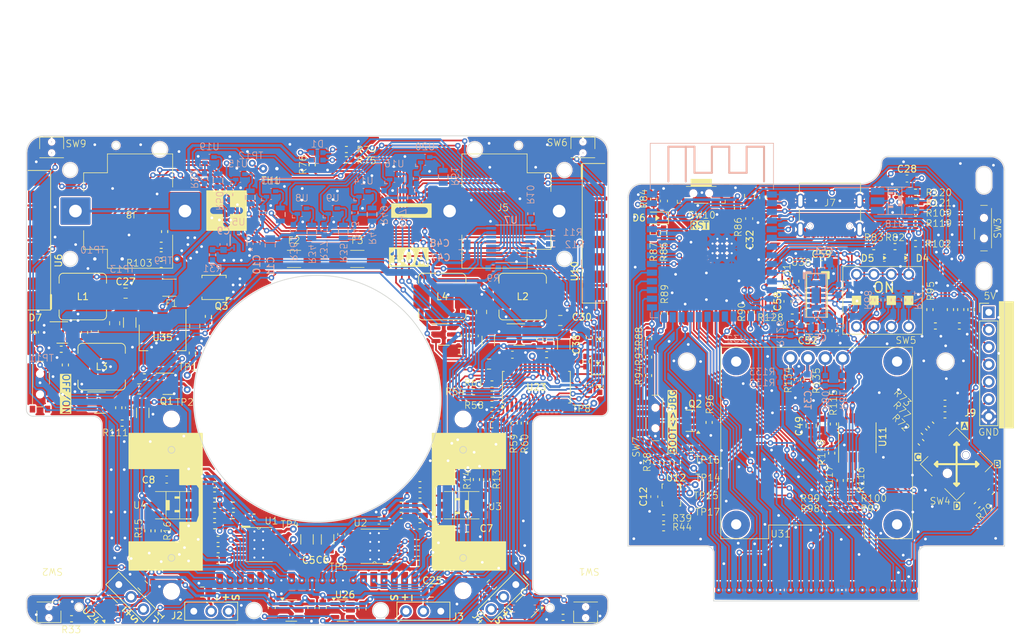
<source format=kicad_pcb>
(kicad_pcb (version 20240108) (generator "pcbnew") (generator_version "8.0")
  (layers (0 "F.Cu" signal) (31 "B.Cu" signal) (34 "B.Paste" user) (35 "F.Paste" user) (36 "B.SilkS" user "B.Silkscreen") (37 "F.SilkS" user "F.Silkscreen") (38 "B.Mask" user) (39 "F.Mask" user) (44 "Edge.Cuts" user))
  (net 0 "")
  (net 1 "/boards interface/com/EN_ESP32_3v3")
  (net 2 "GND")
  (net 3 "/boards interface/com/esp32_dbg_rx_3v3")
  (net 4 "/boards interface/com/USB_VBUS")
  (net 5 "Net-(Q1-D)")
  (net 6 "/propulsion/pwm_left")
  (net 7 "/propulsion/dir_left")
  (net 8 "/boards interface/com/USB_D+")
  (net 9 "+5V")
  (net 10 "/propulsion/encoder_supply")
  (net 11 "/propulsion/dir_right")
  (net 12 "/propulsion/pwm_right")
  (net 13 "/boards interface/com/USB_D-")
  (net 14 "/propulsion/pwm_vaccum_3v3")
  (net 15 "/actuators/sda_3v3")
  (net 16 "Net-(U5-+)")
  (net 17 "+BATT")
  (net 18 "/power_supply/P3V9")
  (net 19 "Net-(U28-FB)")
  (net 20 "/actuators/scl_3v3")
  (net 21 "Net-(U29-FB)")
  (net 22 "Net-(U33-FB)")
  (net 23 "/propulsion/left_encod_A_3v3")
  (net 24 "/propulsion/left_encod_B_3v3")
  (net 25 "/propulsion/right_encod_A_3v3")
  (net 26 "/propulsion/right_encod_B_3v3")
  (net 27 "+3V3")
  (net 28 "/actuators/line_led_pwm_3v3")
  (net 29 "/line_detect_l0")
  (net 30 "/line_detect_l1")
  (net 31 "/line_detect_l2")
  (net 32 "/line_detect_l3")
  (net 33 "/line_detect_r0")
  (net 34 "/line_detect_r1")
  (net 35 "/line_detect_r2")
  (net 36 "/line_detect_r3")
  (net 37 "/sensors/ctc_left")
  (net 38 "/actuators/servos_nOE")
  (net 39 "/actuators/servo_pwm_0_3v3")
  (net 40 "/actuators/servo_pwm_1_3v3")
  (net 41 "/actuators/servo_pwm_2_3v3")
  (net 42 "/actuators/servo_pwm_3_3v3")
  (net 43 "/actuators/{slash}reset_tof_3v3")
  (net 44 "/actuators/enable_tof_3v3")
  (net 45 "/actuators/led_vbatt_ok")
  (net 46 "/actuators/led_vbatt_warning")
  (net 47 "/actuators/led_vbatt_error")
  (net 48 "/boards interface/Sensor module/gyro_irq_3v3")
  (net 49 "/boards interface/com/emergency_stop_3v3")
  (net 50 "/boards interface/com/start_robot_3v3")
  (net 51 "/boards interface/com/led_esp_3v3")
  (net 52 "/actuators/servo_pwm_0_5V")
  (net 53 "/actuators/servo_pwm_1_5V")
  (net 54 "/actuators/servo_pwm_2_5V")
  (net 55 "/actuators/servo_pwm_3_5V")
  (net 56 "/power_supply/Vmot_left_5V")
  (net 57 "Net-(U13-A)")
  (net 58 "Net-(U14-A)")
  (net 59 "Net-(U15-A)")
  (net 60 "Net-(U16-A)")
  (net 61 "/sensors/line_led_3v3")
  (net 62 "/sensors/enable_tof1")
  (net 63 "/sensors/tof_irq")
  (net 64 "Net-(D1-C_BLUE)")
  (net 65 "/boards interface/com/led_com_3v3")
  (net 66 "/boards interface/com/esp32_vbatt_mon_1v8")
  (net 67 "/boards interface/com/esp32_dbg_tx_3v3")
  (net 68 "/boards interface/com/boot{slash}dl_select_3v3")
  (net 69 "/power_supply/Vmot_right_5V")
  (net 74 "Net-(Q2-D)")
  (net 75 "Net-(R8-Pad1)")
  (net 76 "Net-(U3-C1)")
  (net 77 "Net-(U3-C2)")
  (net 78 "Net-(U4-C1)")
  (net 79 "Net-(U4-C2)")
  (net 80 "Net-(U3-E2)")
  (net 81 "Net-(U4-E2)")
  (net 82 "Net-(U3-E1)")
  (net 83 "Net-(U4-E1)")
  (net 84 "Net-(U8-A)")
  (net 85 "Net-(U9-A)")
  (net 86 "Net-(U12-SCx)")
  (net 87 "Net-(U12-SDx)")
  (net 88 "Net-(U19-A)")
  (net 89 "Net-(U20-A)")
  (net 90 "Net-(U23-EXTCLK)")
  (net 91 "Net-(U23-A1)")
  (net 92 "Net-(U23-A0)")
  (net 93 "Net-(U23-A2)")
  (net 94 "Net-(U23-A3)")
  (net 95 "Net-(U23-A4)")
  (net 96 "Net-(U23-A5)")
  (net 97 "Net-(D1-C_GREEN)")
  (net 98 "Net-(U32-IO45,GPIO45)")
  (net 99 "Net-(U32-IO46,GPIO46)")
  (net 100 "Net-(U32-TXD0,U0TXD,GPIO43,CLK_OUT1)")
  (net 101 "Net-(R94-Pad2)")
  (net 102 "Net-(R97-Pad1)")
  (net 103 "Net-(R100-Pad1)")
  (net 104 "Net-(U7-A0)")
  (net 105 "/power_supply/enable_pw_conv_3v7")
  (net 108 "/propulsion/mot_left_A")
  (net 109 "/propulsion/mot_left_B")
  (net 110 "/propulsion/mot_right_A")
  (net 111 "/propulsion/mot_right_B")
  (net 112 "/actuators/u23_unused_led4")
  (net 115 "Net-(U7-A1)")
  (net 116 "/boards interface/Sensor module/VL53L5_I2C_RST_u22_3v3")
  (net 117 "Net-(U28-SW)")
  (net 118 "Net-(U29-SW)")
  (net 119 "Net-(U33-SW)")
  (net 120 "Net-(U34-SW)")
  (net 121 "Net-(U34-FB)")
  (net 122 "Net-(U12-INT2{slash}DEN)")
  (net 123 "Net-(U7-A2)")
  (net 124 "Net-(U11-A2)")
  (net 125 "Net-(U11-A1)")
  (net 126 "Net-(U11-A0)")
  (net 131 "/boards interface/com/pwm_left")
  (net 132 "/boards interface/com/dir_left")
  (net 133 "/boards interface/com/ctc_right")
  (net 134 "/boards interface/com/ctc_left")
  (net 135 "/boards interface/com/pwm_right")
  (net 136 "/boards interface/com/i_prop_right_3v3")
  (net 137 "/boards interface/com/dir_right")
  (net 138 "/boards interface/sda_top_3v3")
  (net 139 "/boards interface/com/right_encod_B_3v3")
  (net 140 "/boards interface/com/right_encod_A_3v3")
  (net 141 "/boards interface/com/left_encod_B_3v3")
  (net 142 "/boards interface/com/left_encod_A_3v3")
  (net 143 "/boards interface/com/i_prop_left_3v3")
  (net 144 "/boards interface/i_prop_left_3v3")
  (net 145 "/boards interface/i_prop_right_3v3")
  (net 146 "/boards interface/i2C_io_int_3v3")
  (net 147 "/boards interface/interface/conf0")
  (net 148 "/boards interface/interface/conf1")
  (net 149 "/boards interface/interface/conf2")
  (net 150 "/boards interface/interface/conf3")
  (net 151 "/boards interface/interface/select2")
  (net 152 "/boards interface/interface/select1")
  (net 153 "Net-(U22-RSVD6)")
  (net 154 "/boards interface/Sensor module/enable_front_tof_3v3")
  (net 155 "/boards interface/Sensor module/enable_back_tof_3v3")
  (net 156 "/boards interface/interface/select4")
  (net 157 "/boards interface/interface/select3")
  (net 158 "/boards interface/interface/select0")
  (net 159 "/sensors/ctc_right")
  (net 160 "/boards interface/Sensor module/gyro_ncs_3v3")
  (net 161 "/boards interface/Sensor module/gyro_miso_3v3")
  (net 162 "/boards interface/Sensor module/gyro_sck_3v3")
  (net 163 "/boards interface/Sensor module/gyro_mosi_3v3")
  (net 164 "+3V3_m")
  (net 165 "Net-(R102-Pad1)")
  (net 166 "Net-(R109-Pad1)")
  (net 167 "Net-(U18-C2)")
  (net 170 "/actuators/led_RGB_r_3v3")
  (net 171 "/actuators/u23_unused_led15")
  (net 172 "/actuators/led_RGB_b_3v3")
  (net 173 "/actuators/led_RGB_g_3v3")
  (net 174 "/boards interface/Sensor module/VL53L5_I2C_RST_u30_3v3")
  (net 175 "Net-(U30-RSVD6)")
  (net 178 "/boards interface/com/vbatt_mon_3.45V")
  (net 179 "/boards interface/i2c_io_int_3v3")
  (net 180 "/boards interface/tof_irq_3v3")
  (net 181 "/boards interface/scl_top_3v3")
  (net 182 "Net-(U31-VCC)")
  (net 183 "Net-(U31-GND)")
  (net 184 "Net-(U18-C1)")
  (net 185 "GND_m")
  (net 186 "Net-(J9-TXD)")
  (net 188 "Net-(J9-RXD)")
  (net 189 "Net-(J9-NRST)")
  (net 190 "Net-(J9-3V3)")
  (net 191 "Net-(J9-BOOT)")
  (net 192 "Net-(BAT_OK1-PadA)")
  (net 193 "Net-(BAT_WARN1-PadA)")
  (net 194 "Net-(D4-PadA)")
  (net 195 "Net-(D5-PadA)")
  (net 196 "Net-(BAT_LOW1-PadA)")
  (net 197 "/boards interface/Sensor module/p3v3_gyro")
  (net 198 "/boards interface/vbatt_mon_3.45V")
  (net 199 "Net-(TH1-Pad1)")
  (net 200 "/power_supply/+batt_fuse")
  (net 201 "/power_supply/+batt_unprotected")
  (net 202 "Net-(D1-C_GREEN)_1")
  (footprint "cocotter_resistor:r0603_reflow" (layer "F.Cu") (at 223.788 96.2)
    (property "Reference" "R83")
    (property "Value" "1k 1%")
  )
  (footprint "cocotter_resistor:r0603_reflow" (layer "F.Cu") (at 216.638 108.5 90)
    (property "Reference" "R130" (hide yes))
    (property "Value" "100k")
  )
  (footprint "cocotter_capacitors:C_0805_2012Metric" (layer "F.Cu") (at 124.6 107.8 90)
    (property "Reference" "C46" (hide yes))
    (property "Value" "10µF 25V")
  )
  (footprint "cocotter_capacitors:C_1206_3216Metric" (layer "F.Cu") (at 178.5 110.5 -90)
    (property "Reference" "C38")
    (property "Value" "47µF 10V")
  )
  (footprint "cocotter_resistor:r0603_reflow" (layer "F.Cu") (at 165.75 130.25 90)
    (property "Reference" "R14")
    (property "Value" "1k 1%")
  )
  (footprint "cocotter_diodes:LED_0603_1608Metric" (layer "F.Cu") (at 101.25 108.7 -90)
    (property "Reference" "D7")
    (property "Value" "white, 0603")
  )
  (footprint "cocotter_resistor:r0603_reflow" (layer "F.Cu") (at 157.5 135.5 180)
    (property "Reference" "R17" (hide yes))
    (property "Value" "1k 1%")
  )
  (footprint "cocotter_capacitors:C_0805_2012Metric" (layer "F.Cu") (at 167.58 113.37 180)
    (property "Reference" "C14" (hide yes))
    (property "Value" "10µF 25V")
  )
  (footprint "Package_TO_SOT_SMD:SOT-23-6" (layer "F.Cu") (at 138.7 149.4)
    (property "Reference" "U25" (hide yes))
    (property "Value" "SN74LVC1T45DBV")
  )
  (footprint "cocotter_transistors:SOT-23-3" (layer "F.Cu") (at 120.75 116.25)
    (property "Reference" "Q1")
    (property "Value" "SI2310")
  )
  (footprint "cocotter_connectors:ana_servo_5V" (layer "F.Cu") (at 115.3 147.4 45)
    (property "Reference" "J1")
    (property "Value" "con_servo")
  )
  (footprint "cocotter_resistor:r0603_reflow" (layer "F.Cu") (at 163.25 111.5 180)
    (property "Reference" "R113" (hide yes))
    (property "Value" "10k 1%")
  )
  (footprint "cocotter_resistor:r0603_reflow" (layer "F.Cu") (at 157.5 132.5 180)
    (property "Reference" "R25" (hide yes))
    (property "Value" "1k 1%")
  )
  (footprint "cocotter_resistor:r0603_reflow" (layer "F.Cu") (at 197.088 125.7 180)
    (property "Reference" "R141" (hide yes))
    (property "Value" "0R")
  )
  (footprint "cocotter_connectors:254" (layer "F.Cu") (at 169.625 91)
    (property "Reference" "J5")
    (property "Value" "254")
  )
  (footprint "cocotter_resistor:r0603_reflow" (layer "F.Cu") (at 157.25 142.5)
    (property "Reference" "R6" (hide yes))
    (property "Value" "3k3 1%")
  )
  (footprint "cocotter_resistor:r0603_reflow" (layer "F.Cu") (at 236.288 107.8)
    (property "Reference" "R137" (hide yes))
    (property "Value" "0R")
  )
  (footprint "cocotter_resistor:r0603_reflow" (layer "F.Cu") (at 113.5 119.75 -90)
    (property "Reference" "R110" (hide yes))
    (property "Value" "91k 1%")
  )
  (footprint "cocotter_resistor:r0603_reflow" (layer "F.Cu") (at 119.7 98.8)
    (property "Reference" "R103")
    (property "Value" "0R")
  )
  (footprint "cocotter_resistor:r0603_reflow" (layer "F.Cu") (at 218.138 108.5 90)
    (property "Reference" "R129" (hide yes))
    (property "Value" "100k")
  )
  (footprint "cocotter_resistor:r0603_reflow" (layer "F.Cu") (at 157.5 134 180)
    (property "Reference" "R22" (hide yes))
    (property "Value" "1k 1%")
  )
  (footprint "cocotter_resistor:r0603_reflow" (layer "F.Cu") (at 193.088 137.3)
    (property "Reference" "R44")
    (property "Value" "100k")
  )
  (footprint "cocotter_others:TSB001A3526A02" (layer "F.Cu") (at 198.588 88.4)
    (property "Reference" "SW10")
    (property "Value" "TS-1187A-B-A-B")
  )
  (footprint "cocotter_resistor:r0603_reflow" (layer "F.Cu") (at 182.25 116.5 90)
    (property "Reference" "R62" (hide yes))
    (property "Value" "1k 1%")
  )
  (footprint "cocotter_resistor:r0603_reflow" (layer "F.Cu") (at 220.388 134.5)
    (property "Reference" "R97")
    (property "Value" "1k 1%")
  )
  (footprint "cocotter_resistor:r0603_reflow" (layer "F.Cu") (at 167.25 130.25 90)
    (property "Reference" "R13")
    (property "Value" "1k 1%")
  )
  (footprint "cocotter_others:testpoint-THT-0.5mm" (layer "F.Cu") (at 197.5 128.6)
    (property "Reference" "TP16")
    (property "Value" "TestPoint")
  )
  (footprint "cocotter_resistor:r0603_reflow" (layer "F.Cu") (at 193.088 135.85)
    (property "Reference" "R39")
    (property "Value" "100k")
  )
  (footprint "cocotter_others:testpoint-THT-0.5mm" (layer "F.Cu") (at 139 137.5 180)
    (property "Reference" "TP4")
    (property "Value" "TestPoint")
  )
  (footprint "cocotter_resistor:r0603_reflow" (layer "F.Cu") (at 163.975 109.25 -90)
    (property "Reference" "R112" (hide yes))
    (property "Value" "91k 1%")
  )
  (footprint "Package_TO_SOT_SMD:SOT-23-6" (layer "F.Cu") (at 173.2 148.7 -135)
    (property "Reference" "U27" (hide yes))
    (property "Value" "SN74LVC1T45DBV")
  )
  (footprint "cocotter_resistor:r0603_reflow" (layer "F.Cu") (at 212.638 115.65 90)
    (property "Reference" "R134")
    (property "Value" "0R")
  )
  (footprint "cocotter_capacitors:C_0603_1608Metric" (layer "F.Cu") (at 191.7255 132.75 -90)
    (property "Reference" "C12")
    (property "Value" "100nF 50V")
  )
  (footprint "cocotter_others:testpoint-THT-0.5mm" (layer "F.Cu") (at 139 139 180)
    (property "Reference" "TP3" (hide yes))
    (property "Value" "TestPoint")
  )
  (footprint "cocotter_resistor:r0603_reflow" (layer "F.Cu") (at 168 119.25 180)
    (property "Reference" "R58")
    (property "Value" "0R")
  )
  (footprint "cocotter_connectors:TQ2537" (layer "F.Cu") (at 103.3 150.45 180)
    (property "Reference" "SW2")
    (property "Value" "TQ2537")
  )
  (footprint "cocotter_resistor:r0603_reflow" (layer "F.Cu") (at 203.888 90.6 -90)
    (property "Reference" "R86")
    (property "Value" "100k")
  )
  (footprint "cocotter_ic:EESX1321" (layer "F.Cu") (at 121.4 134)
    (property "Reference" "U4")
    (property "Value" "EESX1321")
  )
  (footprint "cocotter_ic:SOT-23-6" (layer "F.Cu") (at 160.975 109.05)
    (property "Reference" "U34" (hide yes))
    (property "Value" "TLV61070A")
  )
  (footprint "cocotter_resistor:r0603_reflow" (layer "F.Cu") (at 218.888 130.3875 -90)
    (property "Reference" "R117")
    (property "Value" "0R")
  )
  (footprint "cocotter_resistor:r0603_reflow" (layer "F.Cu") (at 193.188 105.9 90)
    (property "Reference" "R89")
    (property "Value" "100k")
  )
  (footprint "cocotter_capacitors:C_0805_2012Metric" (layer "F.Cu") (at 116.5 117)
    (property "Reference" "C39" (hide yes))
    (property "Value" "10µF 25V")
  )
  (footprint "cocotter_resistor:r0603_reflow" (layer "F.Cu") (at 117.25 115.25 180)
    (property "Reference" "R5" (hide yes))
    (property "Value" "100k")
  )
  (footprint "cocotter_others:testpoint-THT-0.5mm" (layer "F.Cu") (at 182.9 119.1)
    (property "Reference" "TP8")
    (property "Value" "TestPoint")
  )
  (footprint "cocotter_ic:VL53L5CX" (layer "F.Cu") (at 215.388 101 -90)
    (property "Reference" "U30")
    (property "Value" "VL53L5CXV0GC")
  )
  (footprint "cocotter_resistor:r0603_reflow" (layer "F.Cu") (at 192.088 127.8 -90)
    (property "Reference" "R38")
    (property "Value" "100k")
  )
  (footprint "cocotter_resistor:r0603_reflow" (layer "F.Cu") (at 119.7 97.4)
    (property "Reference" "R105" (hide yes))
    (property "Value" "0R")
  )
  (footprint "cocotter_resistor:r0603_reflow" (layer "F.Cu") (at 193.088 94.25 -90)
    (property "Reference" "R85")
    (property "Value" "100k")
  )
  (footprint "cocotter_capacitors:C_0603_1608Metric" (layer "F.Cu") (at 171 112)
    (property "Reference" "C13" (hide yes))
    (property "Value" "100nF 50V")
  )
  (footprint "cocotter_resistor:r0603_reflow" (layer "F.Cu") (at 119.25 137.75 -90)
    (property "Reference" "R16")
    (property "Value" "1k 1%")
  )
  (footprint "cocotter_resistor:r0603_reflow" (layer "F.Cu") (at 117.75 137.75 -90)
    (property "Reference" "R15")
    (property "Value" "1k 1%")
  )
  (footprint "cocotter_resistor:r0603_reflow" (layer "F.Cu") (at 127.5 135.5)
    (property "Reference" "R26" (hide yes))
    (property "Value" "1k 1%")
  )
  (footprint "cocotter_capacitors:C_0805_2012Metric" (layer "F.Cu") (at 214.138 108.25 180)
    (property "Reference" "C52")
    (property "Value" "10µF 25V")
  )
  (footprint "cocotter_capacitors:C_0603_1608Metric" (layer "F.Cu") (at 127.935 142 180)
    (property "Reference" "C1" (hide yes))
    (property "Value" "100nF 50V")
  )
  (footprint "cocotter_resistor:r0603_reflow" (layer "F.Cu") (at 220.388 133)
    (property "Reference" "R100")
    (property "Value" "1k 1%")
  )
  (footprint "cocotter_resistor:r0603_reflow" (layer "F.Cu") (at 190.888 112.35 -90)
    (property "Reference" "R93")
    (property "Value" "100k")
  )
  (footprint "cocotter_capacitors:C_0805_2012Metric" (layer "F.Cu") (at 205.638 88.8 90)
    (property "Reference" "C35" (hide yes))
    (property "Value" "10µF 25V")
  )
  (footprint "cocotter_resistor:r0603_reflow" (layer "F.Cu") (at 217.638 126.3875 -90)
    (property "Reference" "R118")
    (property "Value" "0R")
  )
  (footprint "cocotter_resistor:r0603_reflow" (layer "F.Cu") (at 195.088 127.8 -90)
    (property "Reference" "R101" (hide yes))
    (property "Value" "100k")
  )
  (footprint "cocotter_resistor:r0603_reflow" (layer "F.Cu") (at 236.488 105.4 -90)
    (property "Reference" "R92" (hide yes))
    (property "Value" "1k 1%")
  )
  (footprint "cocotter_connectors:tof_sensor_male" (layer "F.Cu") (at 101.75 95.27 90)
    (property "Reference" "U6")
    (property "Value" "tof_sensor_master")
  )
  (footprint "cocotter_resistor:r0603_reflow" (layer "F.Cu") (at 229.888 91.3 180)
    (property "Reference" "R109")
    (property "Value" "0R")
  )
  (footprint "Package_SO:TSSOP-28_4.4x9.7mm_P0.65mm" (layer "F.Cu") (at 174.5 116.75 90)
    (property "Reference" "U23")
    (property "Value" "PCA9685PW")
  )
  (footprint "cocotter_resistor:r0603_reflow" (layer "F.Cu") (at 220.388 130.3875 -90)
    (property "Reference" "R116")
    (property "Value" "0R")
  )
  (footprint "Package_TO_SOT_SMD:SOT-23-6" (layer "F.Cu") (at 111.65 148.8 135)
    (property "Reference" "U24")
    (property "Value" "SN74LVC1T45DBV")
  )
  (footprint "cocotter_capacitors:C_0805_2012Metric" (layer "F.Cu") (at 125.7 146.7 180)
    (property "Reference" "C24" (hide yes))
    (property "Value" "10µF 25V")
  )
  (footprint "cocotter_capacitors:C_0603_1608Metric" (layer "F.Cu") (at 216.388 122.1375 -90)
    (property "Reference" "C50" (hide yes))
    (property "Value" "100nF 50V")
  )
  (footprint "cocotter_resistor:r0603_reflow" (layer "F.Cu") (at 127.5 134)
    (property "Reference" "R24" (hide yes))
    (property "Value" "1k 1%")
  )
  (footprint "cocotter_capacitors:C_0603_1608Metric" (layer "F.Cu") (at 164.5 137.4)
    (property "Reference" "C7")
    (property "Value" "100nF 50V")
  )
  (footprint "cocotter_resistor:r0603_reflow" (layer "F.Cu") (at 193.588 127.8 -90)
    (property "Reference" "R45" (hide yes))
    (property "Value" "100k")
  )
  (footprint "cocotter_diodes:LED_0603_1608Metric" (layer "F.Cu") (at 228.438 97.85 180)
    (property "Reference" "D4")
    (property "Value" "white, 0603")
  )
  (footprint "cocotter_connectors:ana_servo_5V" (layer "F.Cu") (at 169.7 147.4 -45)
    (property "Reference" "J4")
    (property "Value" "con_servo")
  )
  (footprint "cocotter_resistor:r0603_reflow" (layer "F.Cu") (at 127.5 132.5)
    (property "Reference" "R20" (hide yes))
    (property "Value" "1k 1%")
  )
  (footprint "cocotter_connectors:TQ2537A" (layer "F.Cu") (at 103.7 80.9)
    (property "Reference" "SW9")
    (property "Value" "TQ2537A")
  )
  (footprint "cocotter_resistor:r0603_reflow" (layer "F.Cu") (at 176 112 180)
    (property "Reference" "R108" (hide yes))
    (property "Value" "10k 1%")
  )
  (footprint "cocotter_resistor:r0603_reflow" (layer "F.Cu") (at 157.5 137.01 180)
    (property "Reference" "R19" (hide yes))
    (property "Value" "1k 1%")
  )
  (footprint "cocotter_capacitors:C_0603_1608Metric" (layer "F.Cu") (at 176.5 109.75 -90)
    (property "Reference" "C37" (hide yes))
    (property "Value" "18nF 50V")
  )
  (footprint "cocotter_resistor:r0603_reflow" (layer "F.Cu") (at 191.588 94.25 -90)
    (property "Reference" "R87")
    (property "Value" "100k")
  )
  (footprint "cocotter_resistor:r0603_reflow" (layer "F.Cu") (at 128 139 180)
    (property "Reference" "R1" (hide yes))
    (property "Value" "100k")
  )
  (footprint "cocotter_others:testpoint-THT-0.5mm" (layer "F.Cu") (at 197.7 131)
    (property "Reference" "TP14")
    (property "Value" "TestPoint")
  )
  (footprint "cocotter_resistor:r0603_reflow" (layer "F.Cu") (at 191.638 89.275 -90)
    (property "Reference" "R84")
    (property "Value" "100k")
  )
  (footprint "cocotter_resistor:r0603_reflow" (layer "F.Cu") (at 108.5 108.75 -90)
    (property "Reference" "R66" (hide yes))
    (property "Value" "68k 1%")
  )
  (footprint "cocotter_others:JFC2410" (layer "F.Cu") (at 120.8 102.2)
    (property "Reference" "F1")
    (property "Value" "10A F")
  )
  (footprint "cocotter_resistor:r0603_reflow" (layer "F.Cu") (at 234.988 105.4 -90)
    (property "Reference" "R91" (hide yes))
    (property "Value" "1k 1%")
  )
  (footprint "cocotter_resistor:r0603_reflow" (layer "F.Cu") (at 178.4 150.4)
    (property "Reference" "R32" (hide yes))
    (property "Value" "100k")
  )
  (footprint "cocotter_connectors:MSS12C02LS-BB2.0" (layer "F.Cu") (at 102 116.3 -90)
    (property "Reference" "SW8" (hide yes))
    (property "Value" "MSS12C02LS-BB2.0")
  )
  (footprint "cocotter_resistor:r0603_reflow" (layer "F.Cu") (at 234.188 120.8)
    (property "Reference" "R140" (hide yes))
    (property "Value" "330R")
  )
  (footprint "cocotter_capacitors:C_0805_2012Metric" (layer "F.Cu") (at 168 145.6 45)
    (property "Reference" "C26" (hide yes))
    (property "Value" "10µF 25V")
  )
  (footprint "cocotter_diodes:LED_0603_1608Metric" (layer "F.Cu") (at 183.75 109.75 90)
    (property "Reference" "BAT_LOW1" (hide yes))
    (property "Value" "red, 0603")
  )
  (footprint "cocotter_others:JFC2410" (layer "F.Cu") (at 148.25 98)
    (property "Reference" "F3")
    (property "Value" "10A F")
  )
  (footprint "cocotter_resistor:r0603_reflow" (layer "F.Cu") (at 128.02 140.5 180)
    (property "Reference" "R3" (hide yes))
    (property "Value" "100k")
  )
  (footprint "cocotter_transistors:Diodes_PowerDI3333-8" (layer "F.Cu") (at 127.42 102.165 180)
    (property "Reference" "Q3")
    (property "Value" "DMP2008UFG-7")
  )
  (footprint "cocotter_ic:SOT-23-6" (layer "F.Cu") (at 110.75 119)
    (property "Reference" "U33" (hide yes))
    (property "Value" "TLV61070A")
  )
  (footprint "cocotter_resistor:r0603_reflow" (layer "F.Cu") (at 105.7 113.5 -90)
    (property "Reference" "R114" (hide yes))
    (property "Value" "1k 1%")
  )
  (footprint "cocotter_resistor:r0603_reflow" (layer "F.Cu") (at 232.138 122.25 135)
    (property "Reference" "R73")
    (property "Value" "100k")
  )
  (footprint "cocotter_capacitors:C_0805_2012Metric" (layer "F.Cu") (at 214.638 122.3875 -90)
    (property "Reference" "C49")
    (property "Value" "10µF 25V")
  )
  (footprint "cocotter_diodes:D_SOD-323F" (layer "F.Cu") (at 192.188 92 180)
    (property "Reference" "D6")
    (property "Value" "1N5819WS")
  )
  (footprint "cocotter_capacitors:C_0805_2012Metric" (layer "F.Cu") (at 159.2 146.7)
    (property "Reference" "C25")
    (property "Value" "10µF 25V")
  )
  (footprint "cocotter_resistor:r0603_reflow" (layer "F.Cu") (at 133.25 135.75)
    (property "Reference" "R7" (hide yes))
    (property "Value" "3k3 1%")
  )
  (footprint "cocotter_resistor:r0603_reflow" (layer "F.Cu") (at 172.75 122 -90)
    (property "Reference" "R60")
    (property "Value" "0R")
  )
  (footprint "cocotter_resistor:r0603_reflow" (layer "F.Cu") (at 211.888 106.5 180)
    (property "Reference" "R128")
    (property "Value" "10k 1%")
  )
  (footprint "cocotter_capacitors:C_0603_1608Metric" (layer "F.Cu") (at 139 141.25 90)
    (property "Reference" "C3" (hide yes))
    (property "Value" "100nF 50V")
  )
  (footprint "cocotter_ic:DDA0008B" (layer "F.Cu") (at 150.865 140 180)
    (property "Reference" "U2")
    (property "Value" "DRV8231ADDAR")
  )
  (footprint "cocotter_resistor:r0603_reflow" (layer "F.Cu") (at 217.888 122.1375 -90)
    (property "Reference" "R115")
    (property "Value" "100k")
  )
  (footprint "cocotter_resistor:r0603_reflow" (layer "F.Cu") (at 182.25 109.5 90)
    (property "Reference" "R64" (hide yes))
    (property "Value" "1k 1%")
  )
  (footprint "cocotter_diodes:LED_0805_2012Metric" (layer "F.Cu") (at 183.5 113.25 90)
    (property "Reference" "BAT_WARN1" (hide yes))
    (property "Value" "yellow, 0805")
  )
  (footprint "cocotter_inductors:L_Kyocera_07A7_7.3x6.6mm" (layer "F.Cu") (at 108.25 103.5 180)
    (property "Reference" "L1")
    (property "Value" "2.2µH")
  )
  (footprint "cocotter_resistor:r0603_reflow" (layer "F.Cu") (at 181.75 113 90)
    (property "Reference" "R63" (hide yes))
    (property "Value" "1k 1%")
  )
  (footprint "cocotter_ic:TSSOP-16_4.4x5mm_P0.65mm" (layer "F.Cu") (at 221.388 124.1375 90)
    (property "Reference" "U11")
    (property "Value" "XRA1200PIG16TR-F")
  )
  (footprint "cocotter_resistor:r0603_reflow" (layer "F.Cu") (at 190.888 115.05 -90)
    (property "Reference" "R94")
    (property "Value" "10k 1%")
  )
  (footprint "cocotter_resistor:r0603_reflow" (layer "F.Cu") (at 141.75 84.25 90)
    (property "Reference" "R76")
    (property "Value" "51R")
  )
  (footprint "cocotter_capacitors:C_0603_1608Metric" (layer "F.Cu") (at 135.85 149 -90)
    (property "Reference" "C16" (hide yes))
    (property "Value" "100nF 50V")
  )
  (footprint "cocotter_resistor:r0603_reflow" (layer "F.Cu") (at 237.988 105.4 -90)
    (property "Reference" "R138" (hide yes))
    (property "Value" "0R")
  )
  (footprint "cocotter_resistor:r0603_reflow" (layer "F.Cu") (at 231.138 123.25 135)
    (property "Reference" "R77")
    (property "Value" "100k")
  )
  (footprint "cocotter_inductors:L_Kyocera_07A7_7.3x6.6mm" (layer "F.Cu") (at 111 113.75 180)
    (property "Reference" "L3")
    (property "Value" "2.2µH")
  )
  (footprint "cocotter_others:MountingHole_2.1mm" (layer "F.Cu") (at 121.2 146.6)
    (property "Reference" "H2" (hide yes))
    (property "Value" "MountingHole")
  )
  (footprint "cocotter_resistor:r0603_reflow" (layer "F.Cu") (at 114 122 180)
    (property "Reference" "R111")
    (property "Value" "10k 1%")
  )
  (footprint "cocotter_resistor:r0603_reflow" (layer "F.Cu") (at 240.888 132 -135)
    (property "Reference" "R78" (hide yes))
    (property "Value" "100k")
  )
  (footprint "cocotter_capacitors:C_0603_1608Metric" (layer "F.Cu") (at 149.1 149.2 -90)
    (property "Reference" "C21" (hide yes))
    (property "Value" "100nF 50V")
  )
  (footprint "cocotter_capacitors:C_0805_2012Metric" (layer "F.Cu") (at 117 145.75 135)
    (property "Reference" "C23" (hide yes))
    (property "Value" "10µF 25V")
  )
  (footprint "cocotter_capacitors:C_1206_3216Metric" (layer "F.Cu") (at 141 139 90)
    (property "Reference" "C5")
    (property "Value" "47µF 10V")
  )
  (footprint "cocotter_others:testpoint-THT-0.5mm" (layer "F.Cu") (at 123.5 117.1)
    (property "Reference" "TP2")
    (property "Value" "TestPoint")
  )
  (footprint "cocotter_resistor:r0603_reflow" (layer "F.Cu") (at 157.25 139.5)
    (property "Reference" "R4" (hide yes))
    (property "Value" "100k")
  )
  (footprint "cocotter_resistor:r0603_reflow" (layer "F.Cu") (at 146.75 82 180)
    (property "Reference" "R74")
    (property "Value" "330R")
  )
  (footprint "cocotter_others:MountingHole_2.1mm" (layer "F.Cu") (at 121.2 121.4)
    (property "Reference" "H1" (hide yes))
    (property "Value" "MountingHole")
  )
  (footprint "cocotter_resistor:r0603_reflow" (layer "F.Cu") (at 146.75 83.5 180)
    (property "Reference" "R75")
    (property "Value" "51R")
  )
  (footprint "cocotter_capacitors:C_0603_1608Metric" (layer "F.Cu") (at 165.5 109.25 -90)
    (property "Reference" "C42" (hide yes))
    (property "Value" "18nF 50V")
  )
  (footprint "cocotter_others:testpoint-THT-0.5mm" (layer "F.Cu") (at 196.9 132.2)
    (property "Reference" "TP15")
    (property "Value" "TestPoint")
  )
  (footprint "cocotter_connectors:TM-4175-B-A" (layer "F.Cu") (at 235.888 128 135)
    (property "Reference" "SW4")
    (property "Value" "2425755-1")
  )
  (footprint "cocotter_others:testpoint-THT-0.5mm" (layer "F.Cu") (at 146 142)
    (property "Reference" "TP6")
    (property "Value" "TestPoint")
  )
  (footprint "cocotter_capacitors:C_0603_1608Metric" (layer "F.Cu") (at 141.6375 149 -90)
    (property "Reference" "C20" (hide yes))
    (property "Value" "100nF 50V")
  )
  (footprint "cocotter_connectors:ana_servo_5V" (layer "F.Cu") (at 127 149.5 90)
    (property "Reference" "J2")
    (property "Value" "con_servo")
  )
  (footprint "cocotter_inductors:L_Kyocera_07A7_7.3x6.6mm" (layer "F.Cu") (at 160.75 103.5 180)
    (property "Reference" "L4")
    (property "Value" "2.2µH")
  )
  (footprint "cocotter_others:MountingHole_2.1mm" (layer "F.Cu") (at 163.8 121.4)
    (property "Reference" "H3" (hide yes))
    (property "Value" "MountingHole")
  )
  (footprint "cocotter_resistor:r0603_reflow" (layer "F.Cu") (at 126.6 106.4 -90)
    (property "Reference" "R65" (hide yes))
    (property "Value" "0R")
  )
  (footprint "cocotter_capacitors:C_0603_1608Metric" (layer "F.Cu") (at 120.5 130.25 180)
    (property "Reference" "C8")
    (property "Value" "100nF 50V")
  )
  (footprint "cocotter_resistor:r0603_reflow" (layer "F.Cu") (at 229.888 95.75 180)
    (property "Reference" "R102")
    (property "Value" "0R")
  )
  (footprint "cocotter_capacitors:C_0805_2012Metric" (layer "F.Cu") (at 178 107)
    (property "Reference" "C30")
    (property "Value" "10µF 25V")
  )
  (footprint "cocotter_capacitors:C_0603_1608Metric" (layer "F.Cu") (at 146 138.25 90)
    (property "Reference" "C4" (hide yes))
    (property "Value" "100nF 50V")
  )
  (footprint "cocotter_capacitors:C_0603_1608Metric" (layer "F.Cu") (at 110 108.6 -90)
    (property "Reference" "C29" (hide yes))
    (property "Value" "18nF 50V")
  )
  (footprint "cocotter_capacitors:C_0603_1608Metric" (layer "F.Cu") (at 207.638 89.05 90)
    (property "Reference" "C34" (hide yes))
    (property "Value" "100nF 50V")
  )
  (footprint "cocotter_inductors:L_Kyocera_07A7_7.3x6.6mm" (layer "F.Cu") (at 172.5 103.5 180)
    (property "Reference" "L2")
    (property "Value" "2.2µH")
  )
  (footprint "cocotter_resistor:r0603_reflow" (layer "F.Cu") (at 227.138 88.25)
    (property "Reference" "R122" (hide yes))
    (property "Value" "100k")
  )
  (footprint "cocotter_resistor:r0603_reflow" (layer "F.Cu") (at 165.33 117.41)
    (property "Reference" "R54")
    (property "Value" "0R")
  )
  (footprint "cocotter_resistor:r0603_reflow" (layer "F.Cu") (at 127.5 131)
    (property "Reference" "R29" (hide yes))
    (property "Value" "0R")
  )
  (footprint "cocotter_capacitors:C_1206_3216Metric" (layer "F.Cu") (at 115.1 107.3 90)
    (property "Reference" "C36" (hide yes))
    (property "Value" "47µF 10V")
  )
  (footprint "cocotter_resistor:r0603_reflow" (layer "F.Cu") (at 168.01 117.76 180)
    (property "Reference" "R55" (hide yes))
    (property "Value" "0R")
  )
  (footprint "cocotter_ic:SOT-223" (layer "F.Cu") (at 119.9 109.5 -90)
    (property "Reference" "U35")
    (property "Value" "LDL1117S33R")
  )
  (footprint "cocotter_capacitors:C_0603_1608Metric" (layer "F.Cu") (at 216.163 98.75)
    (property "Reference" "C59")
    (property "Value" "100nF 50V")
  )
  (footprint "cocotter_resistor:r0603_reflow" (layer "F.Cu") (at 238.888 134 45)
    (property "Reference" "R79")
    (property "Value" "100k")
  )
  (footprint "cocotter_others:MountingHole_2.1mm" (layer "F.Cu") (at 163.8 146.5)
    (property "Reference" "H4" (hide yes))
    (property "Value" "MountingHole")
  )
  (footprint "cocotter_connectors:MSS12C02LS-BB2.0" (layer "F.Cu") (at 191.888 121.25 90)
    (property "Reference" "SW7")
    (property "Value" "MSS12C02LS-BB2.0")
  )
  (footprint "cocotter_capacitors:C_0805_2012Metric" (layer "F.Cu") (at 166.5 105.75 90)
    (property "Reference" "C40" (hide yes))
    (property "Value" "10µF 25V")
  )
  (footprint "cocotter_connectors:tof_sensor_male" (layer "F.Cu") (at 183 94.25 -90)
    (property "Reference" "U10")
    (property "Value" "tof_sensor_master")
  )
  (footprint "cocotter_resistor:r0603_reflow" (layer "F.Cu") (at 232.788 107.8)
    (property "Reference" "R136" (hide yes))
    (property "Value" "0R")
  )
  (footprint "cocotter_resistor:r0603_reflow" (layer "F.Cu") (at 106.6 150.6 180)
    (property "Reference" "R33")
    (property "Value" "100k")
  )
  (footprint "cocotter_ic:LGA-14_3x2.5mm_P0.5mm_LayoutBorder3x4y" (layer "F.Cu") (at 194.2255 132.5 -90)
    (property "Reference" "U12")
    (property "Value" "LSM6DSO32XTR")
  )
  (footprint "cocotter_others:JFC2410" (layer "F.Cu") (at 139 98)
    (property "Reference" "F2")
    (property "Value" "10A F")
  )
  (footprint "cocotter_resistor:r0603_reflow" (layer "F.Cu") (at 154.75 134 180)
    (property "Reference" "R23" (hide yes))
    (property "Value" "1k 1%")
  )
  (footprint "cocotter_resistor:r0603_reflow" (layer "F.Cu") (at 229.888 92.8)
    (property "Reference" "R119")
    (property "Value" "100k")
  )
  (footprint "Package_TO_SOT_SMD:SOT-23" (layer "F.Cu") (at 196.988 121.65 180)
    (property "Reference" "Q2")
    (property "Value" "2N7002")
  )
  (footprint "cocotter_resistor:r0603_reflow" (layer "F.Cu") (at 199.738 121.9 90)
    (property "Reference" "R96")
    (property "Value" "100k")
  )
  (footprint "cocotter_resistor:r0603_reflow" (layer "F.Cu") (at 212.388 101.25 90)
    (property "Reference" "R131")
    (property "Value" "100k")
  )
  (footprint "cocotter_resistor:r0603_reflow" (layer "F.Cu") (at 217.388 133)
    (property "Reference" "R99")
    (property "Value" "1k 1%")
  )
  (footprint "cocotter_resistor:r0603_reflow" (layer "F.Cu") (at 230.688 124.8 135)
    (property "Reference" "R72")
    (property "Value" "100k")
  )
  (footprint "cocotter_resistor:r0603_reflow" (layer "F.Cu") (at 231.988 105.4 -90)
    (property "Reference" "R95")
    (property "Value" "100k")
  )
  (footprint "cocotter_ic:DDA0008B" (layer "F.Cu") (at 133.95 139.75)
    (property "Reference" "U1")
    (property "Value" "DRV8231ADDAR")
  )
  (footprint "cocotter_resistor:r0603_reflow" (layer "F.Cu") (at 190.888 109.65 90)
    (property "Reference" "R88")
    (property "Value" "100k")
  )
  (footprint "cocotter_resistor:r0603_reflow" (layer "F.Cu") (at 171.25 122 90)
    (property "Reference" "R59")
    (property "Value" "0R")
  )
  (footprint "cocotter_capacitors:C_0603_1608Metric" (layer "F.Cu") (at 211.188 104.2 -90)
    (property "Reference" "C58")
    (property "Value" "100nF 50V")
  )
  (footprint "cocotter_ic:EESX1321" (layer "F.Cu") (at 163.6 134 180)
    (property "Reference" "U3")
    (property "Value" "EESX1321")
  )
  (footprint "cocotter_capacitors:C_0603_1608Metric" (layer "F.Cu") (at 115 119.75 -90)
    (property "Reference" "C41" (hide yes))
    (property "Value" "18nF 50V")
  )
  (footprint "cocotter_resistor:r0603_reflow" (layer "F.Cu") (at 119.7 96)
    (property "Reference" "R106" (hide yes))
    (property "Value" "0R")
  )
  (footprint "cocotter_ic:SOT-23-6" (layer "F.Cu") (at 105.25 108.75)
    (property "Reference" "U28" (hide yes))
    (property "Value" "TLV61070A")
  )
  (footprint "cocotter_resistor:r0603_reflow" (layer "F.Cu") (at 214.088 115.65 -90)
    (property "Reference" "R135")
    (property "Value" "0R")
  )
  (footprint "cocotter_capacitors:C_0603_1608Metric" (layer "F.Cu") (at 143.3 149 -90)
    (property "Reference" "C17" (hide yes))
    (property "Value" "100nF 50V")
  )
  (footprint "cocotter_resistor:r0603_reflow" (layer "F.Cu") (at 205.888 105.75 90)
    (property "Reference" "R90")
    (property "Value" "100k")
  )
  (footprint "Package_TO_SOT_SMD:SOT-23-6" (layer "F.Cu") (at 146.2 149.4)
    (property "Reference" "U26")
    (property "Value" "SN74LVC1T45DBV")
  )
  (footprint "cocotter_capacitors:C_0805_2012Metric" (layer "F.Cu") (at 114.5 103)
    (property "Reference" "C27")
    (property "Value" "10µF 25V")
  )
  (footprint "cocotter_capacitors:C_0603_1608Metric" (layer "F.Cu") (at 228.638 86.25 180)
    (property "Reference" "C28")
    (property "Value" "100nF 50V")
  )
  (footprint "cocotter_capacitors:C_1206_3216Metric" (layer "F.Cu") (at 117 120.5 -90)
    (property "Reference" "C43" (hide yes))
    (property "Value" "47µF 10V")
  )
  (footprint "cocotter_resistor:r0603_reflow" (layer "F.Cu") (at 175 109.75 -90)
    (property "Reference" "R67" (hide yes))
    (property "Value" "91k 1%")
  )
  (footprint "cocotter_resistor:r0603_reflow" (layer "F.Cu") (at 157.5 131 180)
    (property "Reference" "R30" (hide yes))
    (property "Value" "0R")
  )
  (footprint "cocotter_resistor:r0603_reflow" (layer "F.Cu") (at 168 122.25)
    (property "Reference" "R57" (hide yes))
    (property "Value" "0R")
  )
  (footprint "pmi_2023_specific:pmi_2023_interconnection" (layer "F.Cu") (at 215.388 146.4)
    (property "Reference" "J49" (hide yes))
    (property "Value" "~")
  )
  (footprint "cocotter_resistor:r0603_reflow" (layer "F.Cu") (at 124.25 111.75 90)
    (property "Reference" "R8" (hide yes))
    (property "Value" "0R")
  )
  (footprint "cocotter_resistor:r0603_reflow" (layer "F.Cu") (at 168.01 116.28)
    (property "Reference" "R61")
    (property "Value" "0R")
  )
  (footprint "cocotter_resistor:r0603_reflow" (layer "F.Cu") (at 105.1 111.2 180)
    (property "Reference" "R107" (hide yes))
    (property "Value" "10k 1%")
  )
  (footprint "cocotter_resistor:r0603_reflow" (layer "F.Cu") (at 217.388 134.5)
    (property "Reference" "R98")
    (property "Value" "1k 1%")
  )
  (footprint "cocotter_resistor:r0603_reflow" (layer "F.Cu") (at 168 120.75 180)
    (property "Reference" "R56" (hide yes))
    (property "Value" "0R")
  )
  (footprint "cocotter_resistor:r0603_reflow" (layer "F.Cu") (at 130.25 134)
    (property "Reference" "R21" (hide yes))
    (property "Value" "1k 1%")
  )
  (footprint "cocotter_diodes:LED_0603_1608Metric" (layer "F.Cu") (at 225.338 97.85 180)
    (property "Reference" "D5")
    (property "Value" "white, 0603")
  )
  (footprint "cocotter_connectors:DS1040-04RN" (layer "F.Cu") (at 225.078 104.06)
    (property "Reference" "SW5")
    (property "Value" "DS1040-04RN")
  )
  (footprint "cocotter_resistor:r0603_reflow" (layer "F.Cu") (at 229.888 89.75 180)
    (property "Reference" "R121")
    (property "Value" "1k 1%")
  )
  (footprint "cocotter_capacitors:C_0603_1608Metric" (layer "F.Cu") (at 193.138 89.525 90)
    (property "Reference" "C33" (hide yes))
    (property "Value" "100nF 50V")
  )
  (footprint "cocotter_others:testpoint-THT-0.5mm" (layer "F.Cu") (at 123.5 115)
    (property "Reference" "TP1")
    (property "Value" "TestPoint")
  )
  (footprint "cocotter_resistor:r0603_reflow" (layer "F.Cu") (at 234.188 119.1)
    (property "Reference" "R139" (hide yes))
    (property "Value" "330R")
  )
  (footprint "cocotter_capacitors:C_0603_1608Metric" (layer "F.Cu") (at 205.588 92.1 -90)
    (property "Reference" "C32")
    (property "Value" "100nF 50V")
  )
  (footprint "pmi_2023_specific:pmi_2023_interconnection" (layer "F.Cu") (at 142.5 145)
    (property "Reference" "J50" (hide yes))
    (property "Value" "~")
  )
  (footprint "cocotter_ic:OLED_0.96inch" (layer "F.Cu") (at 215.438 124.9)
    (property "Reference" "U31")
    (property "Value" "~")
  )
  (footprint "cocotter_connectors:ana_servo_5V" (layer "F.Cu") (at 158 149.5 -90)
    (property "Reference" "J3")
    (property "Value" "con_servo")
  )
  (footprint "cocotter_capacitors:C_0603_1608Metric" (layer "F.Cu") (at 151.5 136.25 180)
    (property "Reference" "C2" (hide yes))
    (property "Value" "100nF 50V")
  )
  (footprint "cocotter_connectors:eps32_uart_programmer" (layer "F.Cu") (at 240.588 105.8)
    (property "Reference" "J9")
    (property "Value" "~")
  )
  (footprint "cocotter_resistor:r0603_reflow" (layer "F.Cu") (at 120.2 94 -90)
    (property "Reference" "R104" (hide yes))
    (property "Value" "0R")
  )
  (footprint "cocotter_others:testpoint-THT-0.5mm" (layer "F.Cu") (at 197.1 134.6)
    (property "Reference" "TP17")
    (property "Value" "TestPoint")
  )
  (footprint "cocotter_capacitors:C_1206_3216Metric" (layer "F.Cu") (at 144 139 90)
    (property "Reference" "C6")
    (property "Value" "47µF 10V")
  )
  (footprint "cocotter_connectors:USB4105" (layer "F.Cu") (at 217.388 86.91 180)
    (property "Reference" "J7")
    (property "Value" "USB4105-GF-A-060")
  )
  (footprint "cocotter_resistor:r0603_reflow" (layer "F.Cu") (at 127.5 137)
    (property "Reference" "R28" (hide yes))
    (property "Value" "1k 1%")
  )
  (footprint "cocotter_resistor:r0603_reflow" (layer "F.Cu") (at 157.25 141)
    (property "Reference" "R2" (hide yes))
    (property "Value" "100k")
  )
  (footprint "cocotter_connectors:TQ2537A" (layer "F.Cu") (at 181.7 150.45 180)
    (property "Reference" "SW1")
    (property "Value" "TQ2537A")
  )
  (footprint "cocotter_resistor:r0603_reflow" (layer "F.Cu") (at 229.888 88.25 180)
    (property "Reference" "R120")
    (property "Value" "1k 1%")
  )
  (footprint "cocotter_capacitors:C_1206_3216Metric" (layer "F.Cu") (at 167.475 110 -90)
    (property "Reference" "C44" (hide yes))
    (property "Value" "47µF 10V")
  )
  (footprint "cocotter_ic:SOT-23-6" (layer "F.Cu") (at 172 109.05)
    (property "Reference" "U29" (hide yes))
    (property "Value" "TLV61070A")
  )
  (footprint "cocotter_others:testpoint-THT-0.5mm" (layer "F.Cu") (at 146 140.5)
    (property "Reference" "TP5" (hide yes))
    (property "Value" "TestPoint")
  )
  (footprint "cocotter_others:testpoint-THT-0.5mm" (layer "F.Cu") (at 173.9 112.2)
    (property "Reference" "TP7" (hide yes))
    (property "Value" "TestPoint")
  )
  (footprint "cocotter_resistor:CTN-NRN" (layer "F.Cu") (at 135.6 84.8)
    (property "Reference" "TH1")
    (property "Value" "NRNE104H3435B2H")
  )
  (footprint "cocotter_resistor:r0603_reflow" (layer "F.Cu") (at 154.75 135.5 180)
    (property "Reference" "R18" (hide yes))
    (property "Value" "1k 1%")
  )
  (footprint "cocotter_capacitors:C_0805_2012Metric" (layer "F.Cu") (at 112.9 107.4 90)
    (property "Reference" "C45" (hide yes))
    (property "Value" "1µF 50V")
  )
  (footprint "cocotter_connectors:254" (layer "F.Cu") (at 115.375 91 180)
    (property "Reference" "J8")
    (property "Value" "254")
  )
  (footprint "cocotter_resistor:r0603_reflow" (layer "F.Cu") (at 130.25 135.5)
    (property "Reference" "R27" (hide yes))
    (property "Value" "1k 1%")
  )
  (footprint "cocotter_connectors:MSS12C02LS-BB2.0" (layer "F.Cu") (at 239.888 93.5 90)
    (property "Reference" "SW3")
    (property "Value" "MSS12C02LS-BB2.0")
  )
  (footprint "cocotter_diodes:LED_0603_1608Metric" (layer "F.Cu") (at 183.75 116.7 90)
    (property "Reference" "BAT_OK1" (hide yes))
    (property "Value" "white, 0603")
  )
  (footprint "cocotter_resistor:r0603_reflow" (layer "F.Cu") (at 226.888 96.2)
    (property "Reference" "R82")
    (property "Value" "1k 1%")
  )
  (footprint "cocotter_connectors:TQ2537" (layer "F.Cu") (at 181.3 80.9)
    (property "Reference" "SW6")
    (property "Value" "TQ2537")
  )
  (footprint "cocotter_resistor:r0805_reflow" (layer "B.Cu") (at 141.7 94 90)
    (property "Reference" "R34")
    (property "Value" "150R 1%")
  )
  (footprint "cocotter_capacitors:C_0603_1608Metric" (layer "B.Cu") (at 133.625001 95.75 -90)
    (property "Reference" "C10")
    (property "Value" "100nF 50V")
  )
  (footprint "cocotter_resistor:r0603_reflow" (layer "B.Cu") (at 227.388 104 90)
    (property "Reference" "R70" (hide yes))
    (property "Value" "100k")
  )
  (footprint "cocotter_resistor:r0603_reflow" (layer "B.Cu") (at 134.5 91.25 90)
    (property "Reference" "R42" (hide yes))
    (property "Value" "27k 1%")
  )
  (footprint "cocotter_resistor:r0603_reflow" (layer "B.Cu") (at 219.388 101.75)
    (property "Reference" "R127" (hide yes))
    (property "Value" "100k")
  )
  (footprint "cocotter_resistor:r0603_reflow" (layer "B.Cu") (at 216.688 115.8 90)
    (property "Reference" "R80")
    (property "Value" "1k 1%")
  )
  (footprint "cocotter_resistor:r0805_reflow" (layer "B.Cu") (at 150.5 91.5 90)
    (property "Reference" "R41")
    (property "Value" "150R 1%")
  )
  (footprint "cocotter_capacitors:C_0603_1608Metric" (layer "B.Cu") (at 171.2 149.1)
    (property "Reference" "C22" (hide yes))
    (property "Value" "100nF 50V")
  )
  (footprint "cocotter_resistor:r0603_reflow" (layer "B.Cu") (at 218.888 107.75 -90)
    (property "Reference" "R124" (hide yes))
    (property "Value" "10k 1%")
  )
  (footprint "cocotter_ic:ITR1204SR10A" (layer "B.Cu") (at 149.25 88.5 180)
    (property "Reference" "U14")
    (property "Value" "ITR1204SR10A/TR")
  )
  (footprint "cocotter_resistor:r0603_reflow" (layer "B.Cu") (at 177.05 94.2)
    (property "Reference" "R11")
    (property "Value" "0R")
  )
  (footprint "cocotter_resistor:r0805_reflow" (layer "B.Cu") (at 137.1 91.5 90)
    (property "Reference" "R40" (hide yes))
    (property "Value" "150R 1%")
  )
  (footprint "cocotter_resistor:r0603_reflow" (layer "B.Cu") (at 225.888 104 90)
    (property "Reference" "R69" (hide yes))
    (property "Value" "100k")
  )
  (footprint "cocotter_resistor:r0603_reflow" (layer "B.Cu") (at 168.2 99.33 180)
    (property "Reference" "R9")
    (property "Value" "100k")
  )
  (footprint "cocotter_capacitors:C_0805_2012Metric" (layer "B.Cu") (at 216.388 98.5)
    (property "Reference" "C51")
    (property "Value" "10µF 25V")
  )
  (footprint "cocotter_capacitors:C_0603_1608Metric" (layer "B.Cu") (at 128.8 95.9 90)
    (property "Reference" "C9")
    (property "Value" "100nF 50V")
  )
  (footprint "cocotter_others:testpoint-THT-0.5mm" (layer "B.Cu") (at 102 111.2 180)
    (property "Reference" "TP11")
    (property "Value" "TestPoint")
  )
  (footprint "cocotter_resistor:r0603_reflow" (layer "B.Cu") (at 220.288 105.3 180)
    (property "Reference" "R123" (hide yes))
    (property "Value" "10k 1%")
  )
  (footprint "cocotter_capacitors:C_0603_1608Metric" (layer "B.Cu") (at 219.388 103.25)
    (property "Reference" "C57" (hide yes))
    (property "Value" "100nF 50V")
  )
  (footprint "cocotter_others:testpoint-THT-0.5mm" (layer "B.Cu") (at 133 84 180)
    (property "Reference" "TP12")
    (property "Value" "TestPoint")
  )
  (footprint "cocotter_resistor:r0603_reflow" (layer "B.Cu") (at 129.7 88.6 90)
    (property "Reference" "R48" (hide yes))
    (property "Value" "27k 1%")
  )
  (footprint "cocotter_ic:VL53L5CX" (layer "B.Cu") (at 215.388 101 -90)
    (property "Reference" "U22")
    (property "Value" "VL53L5CXV0GC")
  )
  (footprint "cocotter_resistor:r0603_reflow" (layer "B.Cu") (at 126.03 86.26 90)
    (property "Reference" "R52")
    (property "Value" "27k 1%")
  )
  (footprint "cocotter_capacitors:C_0805_2012Metric" (layer "B.Cu") (at 163.43 95.91 180)
    (property "Reference" "C48")
    (property "Value" "10µF 25V")
  )
  (footprint "cocotter_ic:ESP32-S3-WROOM-1" (layer "B.Cu") (at 200.138 96.835 180)
    (property "Reference" "U32")
    (property "Value" "ESP32-S3-WROOM-1")
  )
  (footprint "cocotter_resistor:r0603_reflow" (layer "B.Cu") (at 157 86.25 90)
    (property "Reference" "R53" (hide yes))
    (property "Value" "27k 1%")
  )
  (footprint "cocotter_resistor:r0603_reflow" (layer "B.Cu") (at 177.06 95.8)
    (property "Reference" "R12")
    (property "Value" "0R")
  )
  (footprint "cocotter_resistor:r0603_reflow" (layer "B.Cu") (at 210.838 116.05 180)
    (property "Reference" "R132")
    (property "Value" "0R")
  )
  (footprint "cocotter_resistor:r0603_reflow" (layer "B.Cu") (at 211.638 108.4 90)
    (property "Reference" "R126")
    (property "Value" "100k")
  )
  (footprint "cocotter_resistor:r0603_reflow" (layer "B.Cu") (at 224.388 104 90)
    (property "Reference" "R68")
    (property "Value" "100k")
  )
  (footprint "cocotter_capacitors:C_0603_1608Metric" (layer "B.Cu") (at 113.15 149.1 180)
    (property "Reference" "C15" (hide yes))
    (property "Value" "100nF 50V")
  )
  (footprint "cocotter_resistor:r0603_reflow" (layer "B.Cu") (at 143.5 93.75 90)
    (property "Reference" "R37")
    (property "Value" "27k 1%")
  )
  (footprint "cocotter_resistor:r0603_reflow" (layer "B.Cu") (at 213.138 108.5 90)
    (property "Reference" "R125" (hide yes))
    (property "Value" "100k")
  )
  (footprint "cocotter_capacitors:C_0603_1608Metric" (layer "B.Cu") (at 110.1 149.1)
    (property "Reference" "C19" (hide yes))
    (property "Value" "100nF 50V")
  )
  (footprint "cocotter_ic:ITR1204SR10A" (layer "B.Cu") (at 158.25 83.5 180)
    (property "Reference" "U20")
    (property "Value" "ITR1204SR10A/TR")
  )
  (footprint "cocotter_ic:ITR1204SR10A" (layer "B.Cu") (at 126.75 83.5 180)
    (property "Reference" "U19")
    (property "Value" "ITR1204SR10A/TR")
  )
  (footprint "cocotter_capacitors:C_0603_1608Metric" (layer "B.Cu") (at 174.3 149.1 180)
    (property "Reference" "C18" (hide yes))
    (property "Value" "100nF 50V")
  )
  (footprint "cocotter_diodes:NH-B2020RGBA-HF" (layer "B.Cu") (at 142.5 83 180)
    (property "Reference" "D1")
    (property "Value" "NH-B2020RGBA-HF")
  )
  (footprint "cocotter_ic:ITR1204SR10A" (layer "B.Cu") (at 144.75 91 180)
    (property "Reference" "U9")
    (property "Value" "ITR1204SR10A/TR")
  )
  (footprint "cocotter_ic:ITR1204SR10A" (layer "B.Cu") (at 140.25 91 180)
    (property "Reference" "U8")
    (property "Value" "ITR1204SR10A/TR")
  )
  (footprint "cocotter_others:testpoint-THT-0.5mm" (layer "B.Cu") (at 110 98 180)
    (property "Reference" "TP10")
    (property "Value" "TestPoint")
  )
  (footprint "cocotter_resistor:r0603_reflow" (layer "B.Cu") (at 139 93.75 90)
    (property "Reference" "R36")
    (property "Value" "27k 1%")
  )
  (footprint "cocotter_capacitors:C_0603_1608Metric" (layer "B.Cu") (at 215.388 108 180)
    (property "Reference" "C53")
    (property "Value" "100nF 50V")
  )
  (footprint "cocotter_ic:ITR1204SR10A" (layer "B.Cu") (at 135.75 88.5 180)
    (property "Reference" "U13")
    (property "Value" "ITR1204SR10A/TR")
  )
  (footprint "cocotter_resistor:r0603_reflow" (layer "B.Cu") (at 148 91.25 90)
    (property "Reference" "R43")
    (property "Value" "27k 1%")
  )
  (footprint "cocotter_ic:EESX1321" (layer "B.Cu") (at 226.888 89.5 180)
    (property "Reference" "U18")
    (property "Value" "EESX1321")
  )
  (footprint "cocotter_ic:SOT23-5" (layer "B.Cu") (at 131 95.25 90)
    (property "Reference" "U5")
    (property "Value" "AD8531ARTZ")
  )
  (footprint "cocotter_resistor:r0603_reflow" (layer "B.Cu") (at 228.888 104 90)
    (property "Reference" "R71")
    (property "Value" "100k")
  )
  (footprint "cocotter_resistor:r0603_reflow" (layer "B.Cu") (at 219.188 115.8 90)
    (property "Reference" "R81")
    (property "Value" "1k 1%")
  )
  (footprint "cocotter_capacitors:C_0603_1608Metric" (layer "B.Cu") (at 214.088 115.65 -90)
    (property "Reference" "C31")
    (property "Value" "100nF 50V")
  )
  (footprint "cocotter_resistor:r0805_reflow" (layer "B.Cu") (at 128 86.5 90)
    (property "Reference" "R50")
    (property "Value" "150R 1%")
  )
  (footprint "cocotter_resistor:r0805_reflow" (layer "B.Cu") (at 146.3 94 90)
    (property "Reference" "R35")
    (property "Value" "150R 1%")
  )
  (footprint "cocotter_resistor:r0603_reflow" (layer "B.Cu") (at 152.25 88.75 90)
    (property "Reference" "R49")
    (property "Value" "27k 1%")
  )
  (footprint "cocotter_others:testpoint-THT-0.5mm" (layer "B.Cu") (at 122 98 180)
    (property "Reference" "TP9")
    (property "Value" "TestPoint")
  )
  (footprint "cocotter_resistor:r0603_reflow" (layer "B.Cu") (at 173.7 91.4 90)
    (property "Reference" "R10")
    (property "Value" "0R")
  )
  (footprint "cocotter_resistor:r0805_reflow" (layer "B.Cu") (at 132.7 89 90)
    (property "Reference" "R46" (hide yes))
    (property "Value" "150R 1%")
  )
  (footprint "cocotter_ic:ITR1204SR10A" (layer "B.Cu") (at 131.25 86 180)
    (property "Reference" "U15")
    (property "Value" "ITR1204SR10A/TR")
  )
  (footprint "cocotter_resistor:r0603_reflow" (layer "B.Cu") (at 127.2 97.4 90)
    (property "Reference" "R31")
    (property "Value" "100k")
  )
  (footprint "cocotter_capacitors:C_0603_1608Metric" (layer "B.Cu") (at 163.63 97.68 180)
    (property "Reference" "C47")
    (property "Value" "100nF 50V")
  )
  (footprint "cocotter_capacitors:C_0805_2012Metric" (layer "B.Cu") (at 135.625001 96 -90)
    (property "Reference" "C11")
    (property "Value" "10µF 25V")
  )
  (footprint "cocotter_resistor:r0603_reflow" (layer "B.Cu") (at 210.838 114.55 180)
    (property "Reference" "R133")
    (property "Value" "0R")
  )
  (footprint "cocotter_others:testpoint-THT-0.5mm" (layer "B.Cu") (at 114 98 180)
    (property "Reference" "TP13")
    (property "Value" "TestPoint")
  )
  (footprint "cocotter_resistor:r0805_reflow" (layer "B.Cu") (at 155 89 90)
    (property "Reference" "R47")
    (property "Value" "150R 1%")
  )
  (footprint "cocotter_ic:TSSOP-16_4.4x5mm_P0.65mm" (layer "B.Cu") (at 170.76 95.78 180)
    (property "Reference" "U7")
    (property "Value" "XRA1200PIG16TR-F")
  )
  (footprint "cocotter_resistor:r0805_reflow" (layer "B.Cu") (at 160.9 86 90)
    (property "Reference" "R51")
    (property "Value" "150R 1%")
  )
  (footprint "cocotter_ic:ITR1204SR10A" (layer "B.Cu") (at 153.75 86 180)
    (property "Reference" "U16")
    (property "Value" "ITR1204SR10A/TR")
  )
  (gr_poly (pts (xy 115 123.5) (xy 125.7 123.5) (xy 125.7 143.5) (xy 115 143.5) (xy 115 139.35) (xy 122.4 139.35) (xy 122.4 136.5) (xy 124.9 136.5) (xy 125.25 135.5) (xy 125.25 131.5) (xy 124.9 131) (xy 122.4 131) (xy 122.4 128.65) (xy 115 128.65)) (stroke (width 0.15)) (fill solid) (layer "F.SilkS"))
  (gr_poly (pts (xy 159.3 123.5) (xy 170 123.5) (xy 170 128.65) (xy 162.6 128.65) (xy 162.6 131) (xy 160.1 131) (xy 159.75 131.5) (xy 159.75 135.75) (xy 160.1 137) (xy 162.6 137) (xy 162.6 139.35) (xy 170 139.35) (xy 170 143.5) (xy 159.3 143.5)) (stroke (width 0.15)) (fill solid) (layer "F.SilkS"))
  (gr_circle (center 119.5 82) (end 120.6 82) (stroke (width 0.1)) (fill none) (layer "Edge.Cuts"))
  (gr_circle (center 106.4 85) (end 107.45 85) (stroke (width 0.1)) (fill none) (layer "Edge.Cuts"))
  (gr_line (start 240.988 99.5) (end 240.988 101.5) (stroke (width 0.1)) (layer "Edge.Cuts"))
  (gr_line (start 100 120) (end 100 82.5) (stroke (width 0.1)) (layer "Edge.Cuts"))
  (gr_circle (center 163.8 125.9) (end 164.3 125.9) (stroke (width 0.1)) (fill none) (layer "Edge.Cuts"))
  (gr_line (start 231.388 140) (end 242.888 140) (stroke (width 0.1)) (layer "Edge.Cuts"))
  (gr_line (start 102.5 151.5) (end 182.5 151.5) (stroke (width 0.1)) (layer "Edge.Cuts"))
  (gr_line (start 230.388 148) (end 230.388 141) (stroke (width 0.1)) (layer "Edge.Cuts"))
  (gr_line (start 175.2 121) (end 184 121) (stroke (width 0.1)) (layer "Edge.Cuts"))
  (gr_line (start 200.388 148) (end 230.388 148) (stroke (width 0.1)) (layer "Edge.Cuts"))
  (gr_circle (center 106.4 98) (end 107.45 98) (stroke (width 0.1)) (fill none) (layer "Edge.Cuts"))
  (gr_arc (start 101 121) (mid 100.292893 120.707107) (end 100 120) (stroke (width 0.1)) (layer "Edge.Cuts"))
  (gr_circle (center 178.6 85) (end 179.65 85) (stroke (width 0.1)) (fill none) (layer "Edge.Cuts"))
  (gr_line (start 187.888 140) (end 187.888 89) (stroke (width 0.1)) (layer "Edge.Cuts"))
  (gr_circle (center 178.6 98) (end 179.65 98) (stroke (width 0.1)) (fill none) (layer "Edge.Cuts"))
  (gr_circle (center 151.75 149.4) (end 152.85 149.4) (stroke (width 0.1)) (fill none) (layer "Edge.Cuts"))
  (gr_circle (center 171.9 81.4) (end 172.45 81.4) (stroke (width 0.1)) (fill none) (layer "Edge.Cuts"))
  (gr_circle (center 113.1 81.4) (end 113.65 81.4) (stroke (width 0.1)) (fill none) (layer "Edge.Cuts"))
  (gr_arc (start 238.788 85.5) (mid 239.888 84.527111) (end 240.988 85.5) (stroke (width 0.1)) (layer "Edge.Cuts"))
  (gr_line (start 174 122.2) (end 174 145.8) (stroke (width 0.1)) (layer "Edge.Cuts"))
  (gr_line (start 240.988 85.5) (end 240.988 87.5) (stroke (width 0.1)) (layer "Edge.Cuts"))
  (gr_line (start 199.388 140) (end 187.888 140) (stroke (width 0.1)) (layer "Edge.Cuts"))
  (gr_line (start 242.888 140) (end 242.888 85) (stroke (width 0.1)) (layer "Edge.Cuts"))
  (gr_arc (start 199.388 140) (mid 200.095107 140.292893) (end 200.388 141) (stroke (width 0.1)) (layer "Edge.Cuts"))
  (gr_arc (start 175.2 147) (mid 174.351472 146.648528) (end 174 145.8) (stroke (width 0.1)) (layer "Edge.Cuts"))
  (gr_line (start 225.888 83) (end 240.888 83) (stroke (width 0.1)) (layer "Edge.Cuts"))
  (gr_arc (start 240.988 101.5) (mid 239.888 102.472889) (end 238.788 101.5) (stroke (width 0.1)) (layer "Edge.Cuts"))
  (gr_circle (center 142.5 118.4) (end 160.5 118.4) (stroke (width 0.1)) (fill none) (layer "Edge.Cuts"))
  (gr_circle (center 121.2 125.9) (end 121.7 125.9) (stroke (width 0.1)) (fill none) (layer "Edge.Cuts"))
  (gr_line (start 182.5 80) (end 102.5 80) (stroke (width 0.1)) (layer "Edge.Cuts"))
  (gr_arc (start 111 145.8) (mid 110.648528 146.648528) (end 109.8 147) (stroke (width 0.1)) (layer "Edge.Cuts"))
  (gr_line (start 109.8 121) (end 101 121) (stroke (width 0.1)) (layer "Edge.Cuts"))
  (gr_arc (start 240.988 87.5) (mid 239.888 88.472889) (end 238.788 87.5) (stroke (width 0.1)) (layer "Edge.Cuts"))
  (gr_line (start 238.788 85.5) (end 238.788 87.5) (stroke (width 0.1)) (layer "Edge.Cuts"))
  (gr_arc (start 238.788 99.5) (mid 239.888 98.52711) (end 240.988 99.5) (stroke (width 0.1)) (layer "Edge.Cuts"))
  (gr_circle (center 163.8 141.7) (end 164.3 141.7) (stroke (width 0.1)) (fill none) (layer "Edge.Cuts"))
  (gr_arc (start 182.5 80) (mid 184.267767 80.732233) (end 185 82.5) (stroke (width 0.1)) (layer "Edge.Cuts"))
  (gr_line (start 175.2 147) (end 184 147) (stroke (width 0.1)) (layer "Edge.Cuts"))
  (gr_arc (start 102.5 151.5) (mid 100.732233 150.767767) (end 100 149) (stroke (width 0.1)) (layer "Edge.Cuts"))
  (gr_line (start 100 149) (end 100 148) (stroke (width 0.1)) (layer "Edge.Cuts"))
  (gr_arc (start 184 147) (mid 184.707107 147.292893) (end 185 148) (stroke (width 0.1)) (layer "Edge.Cuts"))
  (gr_arc (start 224.888 84) (mid 225.180893 83.292893) (end 225.888 83) (stroke (width 0.1)) (layer "Edge.Cuts"))
  (gr_arc (start 185 149) (mid 184.267767 150.767767) (end 182.5 151.5) (stroke (width 0.1)) (layer "Edge.Cuts"))
  (gr_arc (start 187.888 89) (mid 188.473786 87.585786) (end 189.888 87) (stroke (width 0.1)) (layer "Edge.Cuts"))
  (gr_circle (center 107.7 148.9) (end 108.25 148.9) (stroke (width 0.1)) (fill none) (layer "Edge.Cuts"))
  (gr_line (start 109.8 147) (end 101 147) (stroke (width 0.1)) (layer "Edge.Cuts"))
  (gr_circle (center 133.25 149.4) (end 134.368034 149.4) (stroke (width 0.1)) (fill none) (layer "Edge.Cuts"))
  (gr_line (start 200.388 148) (end 200.388 141) (stroke (width 0.1)) (layer "Edge.Cuts"))
  (gr_arc (start 174 122.2) (mid 174.351472 121.351472) (end 175.2 121) (stroke (width 0.1)) (layer "Edge.Cuts"))
  (gr_circle (center 176.5 149) (end 177.05 149) (stroke (width 0.1)) (fill none) (layer "Edge.Cuts"))
  (gr_arc (start 100 148) (mid 100.292893 147.292893) (end 101 147) (stroke (width 0.1)) (layer "Edge.Cuts"))
  (gr_line (start 111 145.8) (end 111 122.2) (stroke (width 0.1)) (layer "Edge.Cuts"))
  (gr_arc (start 109.8 121) (mid 110.648528 121.351472) (end 111 122.2) (stroke (width 0.1)) (layer "Edge.Cuts"))
  (gr_arc (start 185 120) (mid 184.707107 120.707107) (end 184 121) (stroke (width 0.1)) (layer "Edge.Cuts"))
  (gr_circle (center 121.2 141.7) (end 121.7 141.7) (stroke (width 0.1)) (fill none) (layer "Edge.Cuts"))
  (gr_arc (start 230.388 141) (mid 230.680893 140.292893) (end 231.388 140) (stroke (width 0.1)) (layer "Edge.Cuts"))
  (gr_arc (start 240.888 83) (mid 242.302214 83.585786) (end 242.888 85) (stroke (width 0.1)) (layer "Edge.Cuts"))
  (gr_line (start 189.888 87) (end 221.888 87) (stroke (width 0.1)) (layer "Edge.Cuts"))
  (gr_arc (start 100 82.5) (mid 100.732233 80.732233) (end 102.5 80) (stroke (width 0.1)) (layer "Edge.Cuts"))
  (gr_circle (center 234.276 113) (end 235.476 113) (stroke (width 0.1)) (fill none) (layer "Edge.Cuts"))
  (gr_circle (center 196.5 113) (end 197.7 113) (stroke (width 0.1)) (fill none) (layer "Edge.Cuts"))
  (gr_line (start 185 149) (end 185 148) (stroke (width 0.1)) (layer "Edge.Cuts"))
  (gr_line (start 238.788 99.5) (end 238.788 101.5) (stroke (width 0.1)) (layer "Edge.Cuts"))
  (gr_line (start 185 120) (end 185 82.5) (stroke (width 0.1)) (layer "Edge.Cuts"))
  (gr_arc (start 224.888 84) (mid 224.00932 86.12132) (end 221.888 87) (stroke (width 0.1)) (layer "Edge.Cuts"))
  (gr_circle (center 165.5 82) (end 166.6 82) (stroke (width 0.1)) (fill none) (layer "Edge.Cuts"))
  (gr_text "+" (at 133 93.5 0) (layer "F.SilkS" knockout) (effects (font (size 5 5) (thickness 1) (bold yes)) (justify left bottom mirror)))
  (gr_text "-\n" (at 160 93.5 0) (layer "F.SilkS" knockout) (effects (font (size 5 5) (thickness 1) (bold yes)) (justify left bottom mirror)))
  (gr_text "-" (at 172 144.4 -45) (layer "F.SilkS") (effects (font (size 1 1) (thickness 0.2) (bold yes)) (justify left bottom)))
  (gr_text "10A" (at 152.75 99 0) (layer "F.SilkS" knockout) (effects (font (size 2 2) (thickness 0.4) (bold yes)) (justify left bottom)))
  (gr_text "BOOT<>DBG" (at 194.988 126.6 90) (layer "F.SilkS" knockout) (effects (font (size 1 1)) (justify left bottom)))
  (gr_text "RST" (at 196.888 93.7 0) (layer "F.SilkS" knockout) (effects (font (size 1 1)) (justify left bottom)))
  (gr_text "OFF/ON" (at 105.2 114.7 270) (layer "F.SilkS" knockout) (effects (font (size 1 1)) (justify left bottom)))
  (segment (start 207.288 91) (end 210.788 91) (width 0.25) (layer "F.Cu") (net 1))
  (segment (start 238.688 116.8) (end 237.163 118.325) (width 0.25) (layer "F.Cu") (net 1))
  (segment (start 210.788 91) (end 210.963 91.175) (width 0.25) (layer "F.Cu") (net 1))
  (segment (start 206.963 91.325) (end 207.288 91) (width 0.25) (layer "F.Cu") (net 1))
  (segment (start 237.163 118.325) (end 234.213 118.325) (width 0.25) (layer "F.Cu") (net 1))
  (segment (start 203.863 91.325) (end 203.888 91.3) (width 0.25) (layer "F.Cu") (net 1))
  (segment (start 234.213 118.325) (end 233.438 119.1) (width 0.25) (layer "F.Cu") (net 1))
  (segment (start 205.563 91.35) (end 205.588 91.325) (width 0.25) (layer "F.Cu") (net 1))
  (segment (start 203.888 91.35) (end 202.238 91.35) (width 0.25) (layer "F.Cu") (net 1))
  (segment (start 202.238 91.35) (end 200.738 89.85) (width 0.25) (layer "F.Cu") (net 1))
  (segment (start 203.888 91.35) (end 205.563 91.35) (width 0.25) (layer "F.Cu") (net 1))
  (segment (start 200.738 89.85) (end 200.688 89.85) (width 0.25) (layer "F.Cu") (net 1))
  (segment (start 205.588 91.325) (end 206.963 91.325) (width 0.25) (layer "F.Cu") (net 1))
  (via (at 238.688 116.8) (size 0.8) (drill 0.4) (layers "F.Cu" "B.Cu") (net 1))
  (via (at 210.788 91) (size 0.8) (drill 0.4) (layers "F.Cu" "B.Cu") (net 1))
  (segment (start 232.088 97.3) (end 238.688 103.9) (width 0.25) (layer "B.Cu") (net 1))
  (segment (start 223.806284 92.3) (end 230.724396 92.3) (width 0.25) (layer "B.Cu") (net 1))
  (segment (start 210.788 91) (end 222.506284 91) (width 0.25) (layer "B.Cu") (net 1))
  (segment (start 210.668 91.12) (end 208.888 91.12) (width 0.25) (layer "B.Cu") (net 1))
  (segment (start 222.506284 91) (end 223.806284 92.3) (width 0.25) (layer "B.Cu") (net 1))
  (segment (start 230.724396 92.3) (end 232.088 93.663604) (width 0.25) (layer "B.Cu") (net 1))
  (segment (start 210.788 91) (end 210.668 91.12) (width 0.25) (layer "B.Cu") (net 1))
  (segment (start 232.088 93.663604) (end 232.088 97.3) (width 0.25) (layer "B.Cu") (net 1))
  (segment (start 238.688 103.9) (end 238.688 116.8) (width 0.25) (layer "B.Cu") (net 1))
  (segment (start 171.98 109.375001) (end 171.654999 109.05) (width 0.25) (layer "F.Cu") (net 2))
  (segment (start 162.5 111.5) (end 161.49 111.5) (width 0.4) (layer "F.Cu") (net 2))
  (segment (start 166.5 104.8) (end 166.5 103.22) (width 0.4) (layer "F.Cu") (net 2))
  (segment (start 115.2 105.775) (end 113.675 105.775) (width 0.4) (layer "F.Cu") (net 2))
  (segment (start 168.87 134.525) (end 168.405 134.99) (width 0.4) (layer "F.Cu") (net 2))
  (segment (start 162.625 91) (end 178.625 91) (width 0.4) (layer "F.Cu") (net 2))
  (segment (start 160.9 109.21) (end 160.74 109.05) (width 0.4) (layer "F.Cu") (net 2))
  (segment (start 119.6125 117.2) (end 117.65 117.2) (width 0.4) (layer "F.Cu") (net 2))
  (segment (start 146.08 137.395) (end 149.53 137.395) (width 0.4) (layer "F.Cu") (net 2))
  (segment (start 148.165 140.635) (end 150.23 140.635) (width 0.4) (layer "F.Cu") (net 2))
  (segment (start 165.275 137.525) (end 165.275 137.4) (width 0.4) (layer "F.Cu") (net 2))
  (segment (start 160.9 110.91) (end 160.9 109.43) (width 0.4) (layer "F.Cu") (net 2))
  (segment (start 166.63 112.17) (end 167.325 111.475) (width 0.4) (layer "F.Cu") (net 2))
  (segment (start 138.25 87.95) (end 140.19 87.95) (width 0.25) (layer "F.Cu") (net 2))
  (segment (start 179.936466 119.6125) (end 178.725 119.6125) (width 0.25) (layer "F.Cu") (net 2))
  (segment (start 178.5 111.975) (end 180.065 111.975) (width 0.6) (layer "F.Cu") (net 2))
  (segment (start 150.725 137.6) (end 150.23 138.095) (width 0.4) (layer "F.Cu") (net 2))
  (segment (start 119.725 130.25) (end 119.725 124.7) (width 0.25) (layer "F.Cu") (net 2))
  (segment (start 119.579339 104.2) (end 119.479339 104.3) (width 0.4) (layer "F.Cu") (net 2))
  (segment (start 105.51 117.05) (end 103.8 117.05) (width 0.25) (layer "F.Cu") (net 2))
  (segment (start 160.74 109.05) (end 159.8375 109.05) (width 0.4) (layer "F.Cu") (net 2))
  (segment (start 162.73 126.9) (end 164.77 126.9) (width 0.4) (layer "F.Cu") (net 2))
  (segment (start 133.19 87.4) (end 130.75 84.96) (width 0.25) (layer "F.Cu") (net 2))
  (segment (start 154.47 136.83) (end 154.47 135.97) (width 0.4) (layer "F.Cu") (net 2))
  (segment (start 148.467067 86.812933) (end 145.951751 89.328249) (width 0.25) (layer "F.Cu") (net 2))
  (segment (start 183.55 82.6) (end 183.55 84.81) (width 0.25) (layer "F.Cu") (net 2))
  (segment (start 173.397493 111.2) (end 172.597493 112) (width 0.25) (layer "F.Cu") (net 2))
  (segment (start 168.87 134.51) (end 169.43 134.51) (width 0.4) (layer "F.Cu") (net 2))
  (segment (start 145.951751 89.328249) (end 144.791646 89.328249) (width 0.25) (layer "F.Cu") (net 2))
  (segment (start 119.25 139.15) (end 119.700001 139.600001) (width 0.4) (layer "F.Cu") (net 2))
  (segment (start 168.87 134.51) (end 168.425 134.51) (width 0.4) (layer "F.Cu") (net 2))
  (segment (start 140.36962 137.525) (end 139.381371 136.536751) (width 0.4) (layer "F.Cu") (net 2))
  (segment (start 117 122.78) (end 117 121.975) (width 0.4) (layer "F.Cu") (net 2))
  (segment (start 167.25 128.1) (end 165.41 126.26) (width 0.4) (layer "F.Cu") (net 2))
  (segment (start 133.315 136.435) (end 134 135.75) (width 0.25) (layer "F.Cu") (net 2))
  (segment (start 180.065 111.975) (end 180.08 111.96) (width 0.25) (layer "F.Cu") (net 2))
  (segment (start 109.6125 119) (end 107.46 119) (width 0.25) (layer "F.Cu") (net 2))
  (segment (start 101.45 84.05) (end 101.45 83.8) (width 0.25) (layer "F.Cu") (net 2))
  (segment (start 158 139.5) (end 158 138.89) (width 0.4) (layer "F.Cu") (net 2))
  (segment (start 166.63 113.37) (end 166.63 112.17) (width 0.4) (layer "F.Cu") (net 2))
  (segment (start 135.77 142.9) (end 135.77 142.84) (width 0.4) (layer "F.Cu") (net 2))
  (segment (start 124.75 146.9) (end 124.75 149.21) (width 0.4) (layer "F.Cu") (net 2))
  (segment (start 164.77 126.9) (end 165.41 126.26) (width 0.4) (layer "F.Cu") (net 2))
  (segment (start 180.84 85.36) (end 183 85.36) (width 0.25) (layer "F.Cu") (net 2))
  (segment (start 158 138.89) (end 157.48 138.37) (width 0.4) (layer "F.Cu") (net 2))
  (segment (start 110.45 119) (end 109.6125 119) (width 0.25) (layer "F.Cu") (net 2))
  (segment (start 167.26 117.76) (end 167.26 120.04) (width 0.25) (layer "F.Cu") (net 2))
  (segment (start 119.6125 119.6475) (end 119.6125 117.2) (width 0.4) (layer "F.Cu") (net 2))
  (segment (start 113.25 123.03) (end 113.79 123.57) (width 0.4) (layer "F.Cu") (net 2))
  (segment (start 183.55 84.81) (end 183 85.36) (width 0.25) (layer "F.Cu") (net 2))
  (segment (start 150.725 136.25) (end 150.725 137.6) (width 0.4) (layer "F.Cu") (net 2))
  (segment (start 149.34 86.812933) (end 148.467067 86.812933) (width 0.25) (layer "F.Cu") (net 2))
  (segment (start 122.860001 139) (end 127.25 139) (width 0.4) (layer "F.Cu") (net 2))
  (segment (start 117.285 121.975) (end 119.6125 119.6475) (width 0.4) (layer "F.Cu") (net 2))
  (segment (start 172.75 123.89) (end 172.75 122.75) (width 0.4) (layer "F.Cu") (net 2))
  (segment (start 124.6 95.2) (end 125.6 96.2) (width 0.25) (layer "F.Cu") (net 2))
  (segment (start 136.65 139.115) (end 134.585 139.115) (width 0.4) (layer "F.Cu") (net 2))
  (segment (start 110.79 120.190908) (end 110.79 119.34) (width 0.25) (layer "F.Cu") (net 2))
  (segment (start 170.8625 109.05) (end 169.480001 109.05) (width 0.25) (layer "F.Cu") (net 2))
  (segment (start 141.65 150.95) (end 141.6375 150.9375) (width 0.25) (layer "F.Cu") (net 2))
  (segment (start 115 92.6) (end 115 94.5) (width 0.25) (layer "F.Cu") (net 2))
  (segment (start 124.1 106.35) (end 124.6 106.85) (width 0.4) (layer "F.Cu") (net 2))
  (segment (start 117 121.975) (end 117.285 121.975) (width 0.4) (layer "F.Cu") (net 2))
  (segment (start 144.6 149.4) (end 145.0625 149.4) (width 0.25) (layer "F.Cu") (net 2))
  (segment (start 149.53 137.395) (end 150.23 138.095) (width 0.4) (layer "F.Cu") (net 2))
  (segment (start 166.91 117.41) (end 167.26 117.76) (width 0.25) (layer "F.Cu") (net 2))
  (segment (start 167.25 120.05) (end 167.26 120.04) (width 0.25) (layer "F.Cu") (net 2))
  (segment (start 139.381371 136.536751) (end 135.893249 136.536751) (width 0.4) (layer "F.Cu") (net 2))
  (segment (start 150.725 135.495) (end 152.140626 134.079374) (width 0.4) (layer "F.Cu") (net 2))
  (segment (start 178.95 107) (end 179.69 107) (width 0.6) (layer "F.Cu") (net 2))
  (segment (start 168.87 134.51) (end 168.87 134.525) (width 0.4) (layer "F.Cu") (net 2))
  (segment (start 113.25 122) (end 113.25 123.03) (width 0.4) (layer "F.Cu") (net 2))
  (segment (start 174.4 84.6) (end 175.925305 84.6) (width 0.25) (layer "F.Cu") (net 2))
  (segment (start 180.211466 119.8875) (end 179.936466 119.6125) (width 0.25) (layer "F.Cu") (net 2))
  (segment (start 180.08 107.39) (end 181 108.31) (width 0.6) (layer "F.Cu") (net 2))
  (segment (start 167.24 124.43) (end 172.21 124.43) (width 0.4) (layer "F.Cu") (net 2))
  (segment (start 115.2 101.62) (end 115.2 104.7) (width 0.4) (layer "F.Cu") (net 2))
  (segment (start 171.98 111.795) (end 171.98 109.375001) (width 0.25) (layer "F.Cu") (net 2))
  (segment (start 104.25 111.2) (end 104.35 111.2) (width 0.25) (layer "F.Cu") (net 2))
  (segment (start 177.725305 86.4) (end 179.8 86.4) (width 0.25) (layer "F.Cu") (net 2))
  (segment (start 107.46 119) (end 105.51 117.05) (width 0.25) (layer "F.Cu") (net 2))
  (segment (start 167.25 129.5) (end 167.25 129) (width 0.4) (layer "F.Cu") (net 2))
  (segment (start 121.04 137.66) (end 120.2 138.5) (width 0.4) (layer "F.Cu") (net 2))
  (segment (start 132.25 134) (end 134 135.75) (width 0.4) (layer "F.Cu") (net 2))
  (segment (start 104.35 111.2) (end 105.2 110.35) (width 0.25) (layer "F.Cu") (net 2))
  (segment (start 179.8 86.4) (end 180.84 85.36) (width 0.25) (layer "F.Cu") (net 2))
  (segment (start 137.7 87.4) (end 138.25 87.95) (width 0.25) (layer "F.Cu") (net 2))
  (segment (start 117.45 117) (end 117.45 116.043364) (width 0.4) (layer "F.Cu") (net 2))
  (segment (start 181 109.4) (end 180.08 110.32) (width 0.6) (layer "F.Cu") (net 2))
  (segment (start 146.275 146.65) (end 146.275 145.025) (width 0.25) (layer "F.Cu") (net 2))
  (segment (start 166.08 117.41) (end 166.91 117.41) (width 0.25) (layer "F.Cu") (net 2))
  (segment (start 127.16 142) (end 127.16 139.09) (width 0.4) (layer "F.Cu") (net 2))
  (segment (start 139 140.466404) (end 141 138.466404) (width 0.4) (layer "F.Cu") (net 2))
  (segment (start 104.35 112.28386) (end 104.48307 112.41693) (width 0.25) (layer "F.Cu") (net 2))
  (segment (start 168.405 135.775) (end 168.405 134.99) (width 0.4) (layer "F.Cu") (net 2))
  (segment (start 158 142.5) (end 158 139.5) (width 0.25) (layer "F.Cu") (net 2))
  (segment (start 163.3 139.5) (end 165.275 137.525) (width 0.4) (layer "F.Cu") (net 2))
  (segment (start 166.5 103.22) (end 166.54 103.18) (width 0.4) (layer "F.Cu") (net 2))
  (segment (start 116.328249 145.078249) (end 114.721751 145.078249) (width 0.25) (layer "F.Cu") (net 2))
  (segment (start 137.7 87.4) (end 133.19 87.4) (width 0.25) (layer "F.Cu") (net 2))
  (segment (start 124.75 146.9) (end 124.75 148.79) (width 0.4) (layer "F.Cu") (net 2))
  (segment (start 142.33 87.95) (end 140.19 87.95) (width 0.25) (layer "F.Cu") (net 2))
  (segment (start 119.479339 104.3) (end 115.6 104.3) (width 0.4) (layer "F.Cu") (net 2))
  (segment (start 172.21 124.43) (end 172.75 123.89) (width 0.4) (layer "F.Cu") (net 2))
  (segment (start 130.75 84.96) (end 130.75 84.75) (width 0.25) (layer "F.Cu") (net 2))
  (segment (start 156.01 138.37) (end 154.47 136.83) (width 0.4) (layer "F.Cu") (net 2))
  (segment (start 152.201247 134.043735) (end 152.268189 134) (width 0.4) (layer "F.Cu") (net 2))
  (segment (start 122.2 106.35) (end 122.2 105.35) (width 0.4) (layer "F.Cu") (net 2))
  (segment (start 119.25 138.5) (end 119.25 139.15) (width 0.4) (layer "F.Cu") (net 2))
  (segment (start 105.2 110.35) (end 105.2 108.9) (width 0.25) (layer "F.Cu") (net 2))
  (segment (start 122.26 139.600001) (end 122.860001 139) (width 0.4) (layer "F.Cu") (net 2))
  (segment (start 143.708249 89.328249) (end 142.33 87.95) (width 0.25) (layer "F.Cu") (net 2))
  (segment (start 119.725 124.7) (end 117 121.975) (width 0.25) (layer "F.Cu") (net 2))
  (segment (start 112.599092 122) (end 110.79 120.190908) (width 0.25) (layer "F.Cu") (net 2))
  (segment (start 127.16 139.09) (end 127.25 139) (width 0.4) (layer "F.Cu") (net 2))
  (segment (start 169.1 111.7) (end 167.7 111.7) (width 0.25) (layer "F.Cu") (net 2))
  (segment (start 141 138.466404) (end 141 137.525) (width 0.4) (layer "F.Cu") (net 2))
  (segment (start 117.45 116.043364) (end 116.656636 115.25) (width 0.4) (layer "F.Cu") (net 2))
  (segment (start 174.45 111.2) (end 173.397493 111.2) (width 0.25) (layer "F.Cu") (net 2))
  (segment (start 124.6 94.9) (end 124.6 95.2) (width 0.25) (layer "F.Cu") (net 2))
  (segment (start 144.791646 89.328249) (end 143.708249 89.328249) (width 0.25) (layer "F.Cu") (net 2))
  (segment (start 166.78 137.4) (end 168.405 135.775) (width 0.4) (layer "F.Cu") (net 2))
  (segment (start 113.675 105.775) (end 113 106.45) (width 0.4) (layer "F.Cu") (net 2))
  (segment (start 110.79 119.34) (end 110.45 119) (width 0.25) (layer "F.Cu") (net 2))
  (segment (start 121.05 104.2) (end 119.579339 104.2) (width 0.4) (layer "F.Cu") (net 2))
  (segment (start 123.6 94.9) (end 124.6 94.9) (width 0.25) (layer "F.Cu") (net 2))
  (segment (start 168.405 134.53) (end 168.405 134.06) (width 0.4) (layer "F.Cu") (net 2))
  (segment (start 101.45 84.05) (end 101.5 84.1) (width 0.25) (layer "F.Cu") (net 2))
  (segment (start 145.95 137.525) (end 146 137.475) (width 0.4) (layer "F.Cu") (net 2))
  (segment (start 119.1 88.5) (end 115 92.6) (width 0.25) (layer "F.Cu") (net 2))
  (segment (start 171.654999 109.05) (end 170.8625 109.05) (width 0.25) (layer "F.Cu") (net 2))
  (segment (start 146.275 145.025) (end 146.25 145) (width 0.25) (layer "F.Cu") (net 2))
  (segment (start 129.724095 83.05263) (end 128.971465 82.3) (width 0.25) (layer "F.Cu") (net 2))
  (segment (start 161.15 115.23) (end 161.15 125.32) (width 0.4) (layer "F.Cu") (net 2))
  (segment (start 116.21 123.57) (end 117 122.78) (width 0.4) (layer "F.Cu") (net 2))
  (segment (start 120.2 138.5) (end 119.25 138.5) (width 0.4) (layer "F.Cu") (net 2))
  (segment (start 168.405 134.06) (end 168.405 130.655) (width 0.4) (layer "F.Cu") (net 2))
  (segment (start 166.63 113.37) (end 163.01 113.37) (width 0.4) (layer "F.Cu") (net 2))
  (segment (start 119.725 130.25) (end 119.725 131.125) (width 0.4) (layer "F.Cu") (net 2))
  (segment (start 115.5 101.32) (end 115.5 95) (width 0.4) (layer "F.Cu") (net 2))
  (segment (start 165.275 137.4) (end 166.78 137.4) (width 0.4) (layer "F.Cu") (net 2))
  (segment (start 131 135.5) (end 131 134) (width 0.4) (layer "F.Cu") (net 2))
  (segment (start 116.656636 115.25) (end 116.5 115.25) (width 0.4) (layer "F.Cu") (net 2))
  (segment (start 127.16 142) (end 127.15 142.01) (width 0.4) (layer "F.Cu") (net 2))
  (segment (start 121.04 132.44) (end 121.04 137.66) (width 0.4) (layer "F.Cu") (net 2))
  (segment (start 114.721751 145.078249) (end 114.196051 145.603949) (width 0.25) (layer "F.Cu") (net 2))
  (segment (start 119.725 131.125) (end 121.04 132.44) (width 0.4) (layer "F.Cu") (net 2))
  (segment (start 178.95 107) (end 178.95 105.55) (width 0.6) (layer "F.Cu") (net 2))
  (segment (start 115.5 95) (end 115 94.5) (width 0.4) (layer "F.Cu") (net 2))
  (segment (start 101.45 82.6) (end 101.45 83.8) (width 0.25) (layer "F.Cu") (net 2))
  (segment (start 122.2 105.35) (end 121.05 104.2) (width 0.4) (layer "F.Cu") (net 2))
  (segment (start 115.31 101.51) (end 115.5 101.32) (width 0.4) (layer "F.Cu") (net 2))
  (segment (start 168.425 134.51) (end 168.405 134.53) (width 0.4) (layer "F.Cu") (net 2))
  (segment (start 160.9 103.95) (end 160.9 109.43) (width 0.4) (layer "F.Cu") (net 2))
  (segment (start 146 137.475) (end 146.08 137.395) (width 0.4) (layer "F.Cu") (net 2))
  (segment (start 129.724095 83.05263) (end 131.54737 83.05263) (width 0.25) (layer "F.Cu") (net 2))
  (segment (start 158 139.5) (end 163.3 139.5) (width 0.4) (layer "F.Cu") (net 2))
  (segment (start 139 140.475) (end 139 140.466404) (width 0.4) (layer "F.Cu") (net 2))
  (segment (start 171.775 112) (end 171.98 111.795) (width 0.25) (layer "F.Cu") (net 2))
  (segment (start 179.69 107) (end 180.08 107.39) (width 0.6) (layer "F.Cu") (net 2))
  (segment (start 165.41 126.26) (end 167.24 124.43) (width 0.4) (layer "F.Cu") (net 2))
  (segment (start 119.700001 139.600001) (end 122.26 139.600001) (width 0.4) (layer "F.Cu") (net 2))
  (segment (start 167.25 129) (end 167.25 128.1) (width 0.4) (layer "F.Cu") (net 2))
  (segment (start 140.24 88) (end 140.19 87.95) (width 0.4) (layer "F.Cu") (net 2))
  (segment (start 161.49 111.5) (end 160.9 110.91) (width 0.4) (layer "F.Cu") (net 2))
  (segment (start 168.87 134.525) (end 168.405 134.06) (width 0.4) (layer "F.Cu") (net 2))
  (segment (start 149.34 86.812933) (end 149.34 90.14) (width 0.25) (layer "F.Cu") (net 2))
  (segment (start 161.63009 103.21991) (end 160.9 103.95) (width 0.4) (layer "F.Cu") (net 2))
  (segment (start 169.480001 109.05) (end 169.045001 108.615) (width 0.25) (layer "F.Cu") (net 2))
  (segment (start 160.9 109.43) (end 160.9 109.21) (width 0.4) (layer "F.Cu") (net 2))
  (segment (start 165.75 129.5) (end 167.25 129.5) (width 0.25) (layer "F.Cu") (net 2))
  (segment (start 152.357298 85.822702) (end 153.68 84.5) (width 0.25) (layer "F.Cu") (net 2))
  (segment (start 115.2 104.75) (end 115.2 105.775) (width 0.25) (layer "F.Cu") (net 2))
  (segment (start 131.54737 83.05263) (end 132.3 82.3) (width 0.25) (layer "F.Cu") (net 2))
  (segment (start 167.7 111.7) (end 167.475 111.475) (width 0.25) (layer "F.Cu") (net 2))
  (segment (start 135.893249 136.536751) (end 134.585 137.845) (width 0.4) (layer "F.Cu") (net 2))
  (segment (start 178.95 105.55) (end 179 105.5) (width 0.6) (layer "F.Cu") (net 2))
  (segment (start 150.477298 85.822702) (end 152.357298 85.822702) (width 0.25) (layer "F.Cu") (net 2))
  (segment (start 128.971465 82.3) (end 122.3 82.3) (width 0.25) (layer "F.Cu") (net 2))
  (segment (start 131 134) (end 132.25 134) (width 0.4) (layer "F.Cu") (net 2))
  (segment (start 133.315 137.845) (end 133.315 136.435) (width 0.25) (layer "F.Cu") (net 2))
  (segment (start 101.75 105.62) (end 101.73 105.64) (width 0.25) (layer "F.Cu") (net 2))
  (segment (start 115.2 104.7) (end 115.2 105.775) (width 0.4) (layer "F.Cu") (net 2))
  (segment (start 105.05 108.75) (end 104.1125 108.75) (width 0.25) (layer "F.Cu") (net 2))
  (segment (start 105.2 108.9) (end 105.05 108.75) (width 0.25) (layer "F.Cu") (net 2))
  (segment (start 154.47 135.97) (end 154 135.5) (width 0.4) (layer "F.Cu") (net 2))
  (segment (start 115.6 104.3) (end 115.2 104.7) (width 0.4) (layer "F.Cu") (net 2))
  (segment (start 117.65 117.2) (end 117.45 117) (width 0.4) (layer "F.Cu") (net 2))
  (segment (start 113.79 123.57) (end 116.21 123.57) (width 0.4) (layer "F.Cu") (net 2))
  (segment (start 168.405 130.655) (end 167.25 129.5) (width 0.4) (layer "F.Cu") (net 2))
  (segment (start 151.5 141.905) (end 150.505 142.9) (width 0.4) (layer "F.Cu") (net 2))
  (segment (start 154 135.5) (end 154 134) (width 0.4) (layer "F.Cu") (net 2))
  (segment (start 113.25 122) (end 112.599092 122) (width 0.25) (layer "F.Cu") (net 2))
  (segment (start 152.140626 134.079374) (end 152.201247 134.043735) (width 0.4) (layer "F.Cu") (net 2))
  (segment (start 140.24 89.4) (end 140.24 88) (width 0.4) (layer "F.Cu") (net 2))
  (segment (start 141 137.525) (end 140.36962 137.525) (width 0.4) (layer "F.Cu") (net 2))
  (segment (start 122.2 106.35) (end 124.1 106.35) (width 0.4) (layer "F.Cu") (net 2))
  (segment (start 163.01 113.37) (end 161.15 115.23) (width 0.4) (layer "F.Cu") (net 2))
  (segment (start 144.025 149.975) (end 144.6 149.4) (width 0.25) (layer "F.Cu") (net 2))
  (segment (start 152.268189 134) (end 154 134) (width 0.4) (layer "F.Cu") (net 2))
  (segment (start 101.75 104.16) (end 101.75 105.62) (width 0.25) (layer "F.Cu") (net 2))
  (segment (start 124.75 149.21) (end 124.46 149.5) (width 0.4) (layer "F.Cu") (net 2))
  (segment (start 141.6375 150.9375) (end 141.6375 149.975) (width 0.25) (layer "F.Cu") (net 2))
  (segment (start 149.34 90.14) (end 152.14 92.94) (width 0.25) (layer "F.Cu") (net 2))
  (segment (start 150.725 136.25) (end 150.725 135.495) (width 0.4) (layer "F.Cu") (net 2))
  (segment (start 141.6375 149.975) (end 144.025 149.975) (width 0.25) (layer "F.Cu") (net 2))
  (segment (start 161.15 125.32) (end 162.73 126.9) (width 0.4) (layer "F.Cu") (net 2))
  (segment (start 141 137.525) (end 144 137.525) (width 0.4) (layer "F.Cu") (net 2))
  (segment (start 114.196051 145.603949) (end 113.503949 145.603949) (width 0.25) (layer "F.Cu") (net 2))
  (segment (start 180.08 110.32) (end 180.08 111.96) (width 0.6) (layer "F.Cu") (net 2))
  (segment (start 167.325 111.475) (end 167.475 111.475) (width 0.4) (layer "F.Cu") (net 2))
  (segment (start 104.35 111.2) (end 104.35 112.28386) (width 0.25) (layer "F.Cu") (net 2))
  (segment (start 103.8 117.05) (end 103.8 115.51) (width 0.25) (layer "F.Cu") (net 2))
  (segment (start 135.77 142.84) (end 134.585 141.655) (width 0.4) (layer "F.Cu") (net 2))
  (segment (start 172.597493 112) (end 171.775 112) (width 0.25) (layer "F.Cu") (net 2))
  (segment (start 175.925305 84.6) (end 177.725305 86.4) (width 0.25) (layer "F.Cu") (net 2))
  (segment (start 144 137.525) (end 145.95 137.525) (width 0.4) (layer "F.Cu") (net 2))
  (segment (start 175.25 112) (end 174.45 111.2) (width 0.25) (layer "F.Cu") (net 2))
  (segment (start 115.31 101.51) (end 115.2 101.62) (width 0.4) (layer "F.Cu") (net 2))
  (segment (start 157.48 138.37) (end 156.01 138.37) (width 0.4) (layer "F.Cu") (net 2))
  (segment (start 150.505 142.9) (end 135.77 142.9) (width 0.4) (layer "F.Cu") (net 2))
  (segment (start 168.405 134.99) (end 168.405 134.53) (width 0.4) (layer "F.Cu") (net 2))
  (segment (start 181 108.31) (end 181 109.4) (width 0.6) (layer "F.Cu") (net 2))
  (segment (start 167.25 120.75) (end 167.25 120.05) (width 0.25) (layer "F.Cu") (net 2))
  (segment (start 119.25 138.5) (end 117.75 138.5) (width 0.4) (layer "F.Cu") (net 2))
  (via (at 101.73 105.64) (size 0.8) (drill 0.4) (layers "F.Cu" "B.Cu") (net 2))
  (via (at 181.8 105.1) (size 0.8) (drill 0.4) (layers "F.Cu" "B.Cu") (net 2))
  (via (at 165 89.4) (size 0.8) (drill 0.4) (layers "F.Cu" "B.Cu") (net 2))
  (via (at 123.6 94.9) (size 0.8) (drill 0.4) (layers "F.Cu" "B.Cu") (net 2))
  (via (at 110 81.3) (size 0.8) (drill 0.4) (layers "F.Cu" "B.Cu") (net 2))
  (via (at 152.14 92.94) (size 0.8) (drill 0.4) (layers "F.Cu" "B.Cu") (net 2))
  (via (at 159 127.5) (size 0.8) (drill 0.4) (layers "F.Cu" "B.Cu") (net 2))
  (via (at 102.6 108.75) (size 0.8) (drill 0.4) (layers "F.Cu" "B.Cu") (net 2))
  (via (at 137.7 87.4) (size 0.8) (drill 0.4) (layers "F.Cu" "B.Cu") (net 2))
  (via (at 165.9 150.7) (size 0.8) (drill 0.4) (layers "F.Cu" "B.Cu") (net 2))
  (via (at 166.54 103.18) (size 0.8) (drill 0.4) (layers "F.Cu" "B.Cu") (net 2))
  (via (at 179 105.5) (size 0.8) (drill 0.4) (layers "F.Cu" "B.Cu") (net 2))
  (via (at 128.9 98.2) (size 0.8) (drill 0.4) (layers "F.Cu" "B.Cu") (net 2))
  (via (at 170.075 106.46) (size 0.8) (drill 0.4) (layers "F.Cu" "B.Cu") (net 2))
  (via (at 104.2 90.4) (size 0.8) (drill 0.4) (layers "F.Cu" "B.Cu") (net 2))
  (via (at 115.5 110.9) (size 0.8) (drill 0.4) (layers "F.Cu" "B.Cu") (net 2))
  (via (at 106.7 148.1) (size 0.8) (drill 0.4) (layers "F.Cu" "B.Cu") (net 2))
  (via (at 145.441209 88.074707) (size 0.8) (drill 0.4) (layers "F.Cu" "B.Cu") (net 2))
  (via (at 146.275 146.65) (size 0.8) (drill 0.4) (layers "F.Cu" "B.Cu") (net 2))
  (via (at 107.2 95.9) (size 0.8) (drill 0.4) (layers "F.Cu" "B.Cu") (net 2))
  (via (at 153.5 88) (size 0.8) (drill 0.4) (layers "F.Cu" "B.Cu") (net 2))
  (via (at 122.35 141.2) (size 0.8) (drill 0.4) (layers "F.Cu" "B.Cu") (net 2))
  (via (at 149.1 90.6) (size 0.8) (drill 0.4) (layers "F.Cu" "B.Cu") (net 2))
  (via (at 114.3 124.7) (size 0.8) (drill 0.4) (layers "F.Cu" "B.Cu") (net 2))
  (via (at 102.6 107.7) (size 0.8) (drill 0.4) (layers "F.Cu" "B.Cu") (net 2))
  (via (at 131.4 148.65) (size 0.8) (drill 0.4) (layers "F.Cu" "B.Cu") (net 2))
  (via (at 167.26 120.04) (size 0.8) (drill 0.4) (layers "F.Cu" "B.Cu") (net 2))
  (via (at 140.24 89.4) (size 0.8) (drill 0.4) (layers "F.Cu" "B.Cu") (net 2))
  (via (at 132.3 82.3) (size 0.8) (drill 0.4) (layers "F.Cu" "B.Cu") (net 2))
  (via (at 112.6 123.4) (size 0.8) (drill 0.4) (layers "F.Cu" "B.Cu") (net 2))
  (via (at 167.8 92.5) (size 0.8) (drill 0.4) (layers "F.Cu" "B.Cu") (net 2))
  (via (at 124.6 94.9) (size 0.8) (drill 0.4) (layers "F.Cu" "B.Cu") (net 2))
  (via (at 132.6 97.5) (size 0.8) (drill 0.4) (layers "F.Cu" "B.Cu") (net 2))
  (via (at 112.4 135) (size 0.8) (drill 0.4) (layers "F.Cu" "B.Cu") (net 2))
  (via (at 172.1 89.2) (size 0.8) (drill 0.4) (layers "F.Cu" "B.Cu") (net 2))
  (via (at 137.25 146.95) (size 0.8) (drill 0.4) (layers "F.Cu" "B.Cu") (net 2))
  (via (at 131.4 98.2) (size 0.8) (drill 0.4) (layers "F.Cu" "B.Cu") (net 2))
  (via (at 101.45 150) (size 0.8) (drill 0.4) (layers "F.Cu" "B.Cu") (net 2))
  (via (at 124.9 97) (size 0.8) (drill 0.4) (layers "F.Cu" "B.Cu") (net 2))
  (via (at 173.239798 143.8) (size 0.8) (drill 0.4) (layers "F.Cu" "B.Cu") (net 2))
  (via (at 140.370259 92.585668) (size 0.8) (drill 0.4) (layers "F.Cu" "B.Cu") (net 2))
  (via (at 118 131.2) (size 0.8) (drill 0.4) (layers "F.Cu" "B.Cu") (net 2))
  (via (at 117.95 141) (size 0.8) (drill 0.4) (layers "F.Cu" "B.Cu") (net 2))
  (via (at 119.1 88.5) (size 0.8) (drill 0.4) (layers "F.Cu" "B.Cu") (net 2))
  (via (at 176 150.7) (size 0.8) (drill 0.4) (layers "F.Cu" "B.Cu") (net 2))
  (via (at 122.7 96.8) (size 0.8) (drill 0.4) (layers "F.Cu" "B.Cu") (net 2))
  (via (at 125.6 110) (size 0.8) (drill 0.4) (layers "F.Cu" "B.Cu") (net 2))
  (via (at 129.724095 83.05263) (size 0.8) (drill 0.4) (layers "F.Cu" "B.Cu") (net 2))
  (via (at 112.5 138.8) (size 0.8) (drill 0.4) (layers "F.Cu" "B.Cu") (net 2))
  (via (at 171.6 98.4) (size 0.8) (drill 0.4) (layers "F.Cu" "B.Cu") (net 2))
  (via (at 125.6 96.2) (size 0.8) (drill 0.4) (layers "F.Cu" "B.Cu") (net 2))
  (via (at 122.1 109.7) (size 0.8) (drill 0.4) (layers "F.Cu" "B.Cu") (net 2))
  (via (at 141.65 150.95) (size 0.8) (drill 0.4) (layers "F.Cu" "B.Cu") (net 2))
  (via (at 144.791646 89.328249) (size 0.8) (drill 0.4) (layers "F.Cu" "B.Cu") (net 2))
  (via (at 115.31 101.51) (size 0.8) (drill 0.4) (layers "F.Cu" "B.Cu") (net 2))
  (via (at 125.2 145.4) (size 0.8) (drill 0.4) (layers "F.Cu" "B.Cu") (net 2))
  (via (at 166.3 138.6) (size 0.8) (drill 0.4) (layers "F.Cu" "B.Cu") (net 2))
  (via (at 103.3 111) (size 0.8) (drill 0.4) (layers "F.Cu" "B.Cu") (net 2))
  (via (at 172.6 136.3) (size 0.8) (drill 0.4) (layers "F.Cu" "B.Cu") (net 2))
  (via (at 167.7 84.6) (size 0.8) (drill 0.4) (layers "F.Cu" "B.Cu") (net 2))
  (via (at 123.6 95.9) (size 0.8) (drill 0.4) (layers "F.Cu" "B.Cu") (net 2))
  (via (at 104.48307 112.41693) (size 0.8) (drill 0.4) (layers "F.Cu" "B.Cu") (net 2))
  (via (at 140.3 87.7) (size 0.8) (drill 0.4) (layers "F.Cu" "B.Cu") (net 2))
  (via (at 123 123.9) (size 0.8) (drill 0.4) (layers "F.Cu" "B.Cu") (net 2))
  (via (at 173 126.3) (size 0.8) (drill 0.4) (layers "F.Cu" "B.Cu") (net 2))
  (via (at 109 99.4) (size 0.8) (drill 0.4) (layers "F.Cu" "B.Cu") (net 2))
  (via (at 138.5 81.25) (size 0.8) (drill 0.4) (layers "F.Cu" "B.Cu") (net 2))
  (via (at 112.4 128.8) (size 0.8) (drill 0.4) (layers "F.Cu" "B.Cu") (net 2))
  (via (at 104.2 94.8) (size 0.8) (drill 0.4) (layers "F.Cu" "B.Cu") (net 2))
  (via (at 123.7 142.15) (size 0.8) (drill 0.4) (layers "F.Cu" "B.Cu") (net 2))
  (via (at 130.3 98.2) (size 0.8) (drill 0.4) (layers "F.Cu" "B.Cu") (net 2))
  (via (at 131.3 87.6) (size 0.8) (drill 0.4) (layers "F.Cu" "B.Cu") (net 2))
  (via (at 144.9 92.6) (size 0.8) (drill 0.4) (layers "F.Cu" "B.Cu") (net 2))
  (via (at 176.1 81.3) (size 0.8) (drill 0.4) (layers "F.Cu" "B.Cu") (net 2))
  (via (at 125.1 83) (size 0.8) (drill 0.4) (layers "F.Cu" "B.Cu") (net 2))
  (via (at 114.4 138.8) (size 0.8) (drill 0.4) (layers "F.Cu" "B.Cu") (net 2))
  (via (at 166.2 128.3) (size 0.8) (drill 0.4) (layers "F.Cu" "B.Cu") (net 2))
  (via (at 161.63009 103.21991) (size 0.8) (drill 0.4) (layers "F.Cu" "B.Cu") (net 2))
  (via (at 180.211466 119.8875) (size 0.8) (drill 0.4) (layers "F.Cu" "B.Cu") (net 2))
  (via (at 121.8 115) (size 0.8) (drill 0.4) (layers "F.Cu" "B.Cu") (net 2))
  (via (at 172.8 139.9) (size 0.8) (drill 0.4) (layers "F.Cu" "B.Cu") (net 2))
  (via (at 153.68 84.5) (size 0.8) (drill 0.4) (layers "F.Cu" "B.Cu") (net 2))
  (via (at 132.6 96.6) (size 0.8) (drill 0.4) (layers "F.Cu" "B.Cu") (net 2))
  (via (at 127.1 92) (size 0.8) (drill 0.4) (layers "F.Cu" "B.Cu") (net 2))
  (via (at 102 116.1) (size 0.8) (drill 0.4) (layers "F.Cu" "B.Cu") (net 2))
  (via (at 122.3 82.3) (size 0.8) (drill 0.4) (layers "F.Cu" "B.Cu") (net 2))
  (via (at 122.5 147.8) (size 0.8) (drill 0.4) (layers "F.Cu" "B.Cu") (net 2))
  (via (at 148.5 80.8) (size 0.8) (drill 0.4) (layers "F.Cu" "B.Cu") (net 2))
  (via (at 115.15 144.1) (size 0.8) (drill 0.4) (layers "F.Cu" "B.Cu") (net 2))
  (via (at 116.7 81.3) (size 0.8) (drill 0.4) (layers "F.Cu" "B.Cu") (net 2))
  (via (at 169.045001 108.615) (size 0.8) (drill 0.4) (layers "F.Cu" "B.Cu") (net 2))
  (via (at 124 97.9) (size 0.8) (drill 0.4) (layers "F.Cu" "B.Cu") (net 2))
  (via (at 119 110.3) (size 0.8) (drill 0.4) (layers "F.Cu" "B.Cu") (net 2))
  (via (at 144 85) (size 0.8) (drill 0.4) (layers "F.Cu" "B.Cu") (net 2))
  (via (at 103.9 115.2) (size 0.8) (drill 0.4) (layers "F.Cu" "B.Cu") (net 2))
  (via (at 120.85 137.95) (size 0.8) (drill 0.4) (layers "F.Cu" "B.Cu") (net 2))
  (via (at 171.5 142.5) (size 0.8) (drill 0.4) (layers "F.Cu" "B.Cu") (net 2))
  (via (at 130.75 84.75) (size 0.8) (drill 0.4) (layers "F.Cu" "B.Cu") (net 2))
  (via (at 172.911756 111.685738) (size 0.8) (drill 0.4) (layers "F.Cu" "B.Cu") (net 2))
  (via (at 161.6 127.5) (size 0.8) (drill 0.4) (layers "F.Cu" "B.Cu") (net 2))
  (via (at 166 119.3) (size 0.8) (drill 0.4) (layers "F.Cu" "B.Cu") (net 2))
  (via (at 164 129.9) (size 0.8) (drill 0.4) (layers "F.Cu" "B.Cu") (net 2))
  (via (at 112.6 87.7) (size 0.8) (drill 0.4) (layers "F.Cu" "B.Cu") (net 2))
  (via (at 112.9 141.7) (size 0.8) (drill 0.4) (layers "F.Cu" "B.Cu") (net 2))
  (via (at 155.3 83.025) (size 0.8) (drill 0.4) (layers "F.Cu" "B.Cu") (net 2))
  (via (at 180.08 111.96) (size 0.8) (drill 0.4) (layers "F.Cu" "B.Cu") (net 2))
  (via (at 108.1 117.4) (size 0.8) (drill 0.4) (layers "F.Cu" "B.Cu") (net 2))
  (via (at 167.6 81.1) (size 0.8) (drill 0.4) (layers "F.Cu" "B.Cu") (net 2))
  (via (at 167.6 147.75) (size 0.8) (drill 0.4) (layers "F.Cu" "B.Cu") (net 2))
  (via (at 149.34 86.812933) (size 0.8) (drill 0.4) (layers "F.Cu" "B.Cu") (net 2))
  (via (at 140.25 85) (size 0.8) (drill 0.4) (layers "F.Cu" "B.Cu") (net 2))
  (via (at 160.2 139.5) (size 0.8) (drill 0.4) (layers "F.Cu" "B.Cu") (net 2))
  (via (at 114.3 128.8) (size 0.8) (drill 0.4) (layers "F.Cu" "B.Cu") (net 2))
  (via (at 115 94.5) (size 0.8) (drill 0.4) (layers "F.Cu" "B.Cu") (net 2))
  (via (at 165.41 126.26) (size 0.8) (drill 0.4) (layers "F.Cu" "B.Cu") (net 2))
  (via (at 118.5 120.7) (size 0.8) (drill 0.4) (layers "F.Cu" "B.Cu") (net 2))
  (via (at 118.7 150.9) (size 0.8) (drill 0.4) (layers "F.Cu" "B.Cu") (net 2))
  (via (at 158.9 85.2) (size 0.8) (drill 0.4) (layers "F.Cu" "B.Cu") (net 2))
  (via (at 114.4 135) (size 0.8) (drill 0.4) (layers "F.Cu" "B.Cu") (net 2))
  (via (at 118.3 110.9) (size 0.8) (drill 0.4) (layers "F.Cu" "B.Cu") (net 2))
  (via (at 118.1 124.7) (size 0.8) (drill 0.4) (layers "F.Cu" "B.Cu") (net 2))
  (via (at 183.8 150.2) (size 0.8) (drill 0.4) (layers "F.Cu" "B.Cu") (net 2))
  (via (at 172.21 124.43) (size 0.8) (drill 0.4) (layers "F.Cu" "B.Cu") (net 2))
  (via (at 125.1 139) (size 0.8) (drill 0.4) (layers "F.Cu" "B.Cu") (net 2))
  (via (at 168.6 125.1) (size 0.8) (drill 0.4) (layers "F.Cu" "B.Cu") (net 2))
  (via (at 121.6 117.7) (size 0.8) (drill 0.4) (layers "F.Cu" "B.Cu") (net 2))
  (via (at 174.4 84.6) (size 0.8) (drill 0.4) (layers "F.Cu" "B.Cu") (net 2))
  (via (at 119.45 145.9) (size 0.8) (drill 0.4) (layers "F.Cu" "B.Cu") (net 2))
  (via (at 151.1 135) (size 0.8) (drill 0.4) (layers "F.Cu" "B.Cu") (net 2))
  (via (at 169.1 111.7) (size 0.8) (drill 0.4) (layers "F.Cu" "B.Cu") (net 2))
  (via (at 101.45 83.8) (size 0.8) (drill 0.4) (layers "F.Cu" "B.Cu") (net 2))
  (via (at 107.1 116.3) (size 0.8) (drill 0.4) (layers "F.Cu" "B.Cu") (net 2))
  (via (at 169 143.2) (size 0.8) (drill 0.4) (layers "F.Cu" "B.Cu") (net 2))
  (via (at 150.477298 85.822702) (size 0.8) (drill 0.4) (layers "F.Cu" "B.Cu") (net 2))
  (via (at 108.1 116.3) (size 0.8) (drill 0.4) (layers "F.Cu" "B.Cu") (net 2))
  (via (at 135.7 90.2) (size 0.8) (drill 0.4) (layers "F.Cu" "B.Cu") (net 2))
  (via (at 107.1 117.4) (size 0.8) (drill 0.4) (layers "F.Cu" "B.Cu") (net 2))
  (via (at 162.9 148.45) (size 0.8) (drill 0.4) (layers "F.Cu" "B.Cu") (net 2))
  (segment (start 179.23 105.5) (end 179 105.5) (width 0.4) (layer "B.Cu") (net 2))
  (segment (start 172.21 121.99) (end 172.21 124.43) (width 0.25) (layer "B.Cu") (net 2))
  (segment (start 180.1 92.475) (end 180.1 98.6) (width 0.4) (layer "B.Cu") (net 2))
  (segment (start 173.6225 98.055) (end 175.545 98.055) (width 0.25) (layer "B.Cu") (net 2))
  (segment (start 174.4 87.775) (end 177.25 90.625) (width 0.25) (layer "B.Cu") (net 2))
  (segment (start 162.855 96.285) (end 162.48 95.91) (width 0.4) (layer "B.Cu") (net 2))
  (segment (start 115.16 101.36) (end 115.31 101.51) (width 0.4) (layer "B.Cu") (net 2))
  (segment (start 131 97.5) (end 131 95.725001) (width 0.25) (layer "B.Cu") (net 2))
  (segment (start 179.7125 104.226839) (end 179.7125 105.0175) (width 0.4) (layer "B.Cu") (net 2))
  (segment (start 134.200001 96.525) (end 134.625001 96.95) (width 0.25) (layer "B.Cu") (net 2))
  (segment (start 179.7125 105.0175) (end 179.23 105.5) (width 0.4) (layer "B.Cu") (net 2))
  (segment (start 165.41 121.74) (end 167.11 120.04) (width 0.4) (layer "B.Cu") (net 2))
  (segment (start 177.5 108.615) (end 169.045001 108.615) (width 0.4) (layer "B.Cu") (net 2))
  (segment (start 169.045001 105.685001) (end 166.54 103.18) (width 0.4) (layer "B.Cu") (net 2))
  (segment (start 109.53 100.299339) (end 109.53 100.920661) (width 0.4) (layer "B.Cu") (net 2))
  (segment (start 137.25 145) (end 137.25 146.95) (width 0.6) (layer "B.Cu") (net 2))
  (segment (start 107.2 95.9) (end 110 95.9) (width 0.25) (layer "B.Cu") (net 2))
  (segment (start 172.597494 112) (end 169.4 112) (width 0.25) (layer "B.Cu") (net 2))
  (segment (start 180.211466 119.8875) (end 174.3125 119.8875) (width 0.25) (layer "B.Cu") (net 2))
  (segment (start 162.48 95.91) (end 162.48 91.145) (width 0.4) (layer "B.Cu") (net 2))
  (segment (start 175.545 98.055) (end 177.81 95.79) (width 0.25) (layer "B.Cu") (net 2))
  (segment (start 150.330231 85.822702) (end 149.34 86.812933) (width 0.25) (layer "B.Cu") (net 2))
  (segment (start 130.75 84.078535) (end 129.724095 83.05263) (width 0.25) (layer "B.Cu") (net 2))
  (segment (start 150.477298 85.822702) (end 150.330231 85.822702) (width 0.25) (layer "B.Cu") (net 2))
  (segment (start 114.529339 95.3) (end 109.53 100.299339) (width 0.4) (layer "B.Cu") (net 2))
  (segment (start 179 107.115) (end 177.5 108.615) (width 0.4) (layer "B.Cu") (net 2))
  (segment (start 112.02 104.8) (end 102.57 104.8) (width 0.4) (layer "B.Cu") (net 2))
  (segment (start 115.31 101.51) (end 112.02 104.8) (width 0.4) (layer "B.Cu") (net 2))
  (segment (start 101.45 83.8) (end 101.582568 83.667432) (width 0.25) (layer "B.Cu") (net 2))
  (segment (start 135.625001 96.95) (end 134.625001 96.95) (width 0.25) (layer "B.Cu") (net 2))
  (segment (start 109.53 100.920661) (end 109.969339 101.36) (width 0.4) (layer "B.Cu") (net 2))
  (segment (start 174.373361 111.309881) (end 175.02348 111.96) (width 0.25) (layer "B.Cu") (net 2))
  (segment (start 161.67 103.18) (end 166.54 103.18) (width 0.4) (layer "B.Cu") (net 2))
  (segment (start 132.925 96.525) (end 132.5875 96.8625) (width 0.25) (layer "B.Cu") (net 2))
  (segment (start 132.5875 97.1875) (end 132.275 97.5) (width 0.25) (layer "B.Cu") (net 2))
  (segment (start 131 95.725001) (end 130.399999 95.125) (width 0.25) (layer "B.Cu") (net 2))
  (segment (start 180.1 98.6) (end 179.7 99) (width 0.4) (layer "B.Cu") (net 2))
  (segment (start 170.075 106.46) (end 169.045001 106.46) (width 0.4) (layer "B.Cu") (net 2))
  (segment (start 165.41 126.26) (end 165.41 121.74) (width 0.4) (layer "B.Cu") (net 2))
  (segment (start 146.275 145.025) (end 146.25 145) (width 0.4) (layer "B.Cu") (net 2))
  (segment (start 148.13 96.95) (end 152.14 92.94) (width 0.25) (layer "B.Cu") (net 2))
  (segment (start 132.4 82.2) (end 132.3 82.3) (width 0.25) (layer "B.Cu") (net 2))
  (segment (start 177.81 95.79) (end 177.81 93.93) (width 0.25) (layer "B.Cu") (net 2))
  (segment (start 155.375 82.95) (end 155.1 83.225) (width 0.25) (layer "B.Cu") (net 2))
  (segment (start 177.25 90.625) (end 178.25 90.625) (width 0.25) (layer "B.Cu") (net 2))
  (segment (start 123.2 95.3) (end 114.529339 95.3) (width 0.4) (layer "B.Cu") (net 2))
  (segment (start 132.275 97.5) (end 131 97.5) (width 0.25) (layer "B.Cu") (net 2))
  (segment (start 172.911756 111.685738) (end 173.287613 111.309881) (width 0.25) (layer "B.Cu") (net 2))
  (segment (start 101.7 108.201371) (end 101.67 108.171371) (width 0.4) (layer "B.Cu") (net 2))
  (segment (start 133.625001 96.525) (end 134.200001 96.525) (width 0.25) (layer "B.Cu") (net 2))
  (segment (start 174.9 91) (end 177.625 91) (width 0.25) (layer "B.Cu") (net 2))
  (segment (start 120.932568 83.667432) (end 122.2 82.4) (width 0.25) (layer "B.Cu") (net 2))
  (segment (start 126.675 95.125) (end 125.6 96.2) (width 0.25) (layer "B.Cu") (net 2))
  (segment (start 162.48 91.145) (end 162.625 91) (width 0.4) (layer "B.Cu") (net 2))
  (segment (start 156.9 82.95) (end 155.375 82.95) (width 0.25) (layer "B.Cu") (net 2))
  (segment (start 173.7 90.65) (end 174.55 90.65) (width 0.25) (layer "B.Cu") (net 2))
  (segment (start 169.045001 108.615) (end 169.045001 106.46) (width 0.4) (layer "B.Cu") (net 2))
  (segment (start 122.4 82.3) (end 122.3 82.3) (width 0.25) (layer "B.Cu") (net 2))
  (segment (start 178.625 91) (end 180.1 92.475) (width 0.4) (layer "B.Cu") (net 2))
  (segment (start 122.2 82.4) (end 122.3 82.3) (width 0.25) (layer "B.Cu") (net 2))
  (segment (start 162.855 97.68) (end 162.855 96.285) (width 0.4) (layer "B.Cu") (net 2))
  (segment (start 139.2 85) (end 136.4 82.2) (width 0.25) (layer "B.Cu") (net 2))
  (segment (start 171.945 98.055) (end 171.6 98.4) (width 0.25) (layer "B.Cu") (net 2))
  (segment (start 132.5875 96.8625) (end 132.5875 97.1875) (width 0.25) (layer "B.Cu") (net 2))
  (segment (start 101.67 108.171371) (end 101.67 105.7) (width 0.4) (layer "B.Cu") (net 2))
  (segment (start 173.6225 98.055) (end 171.945 98.055) (width 0.25) (layer "B.Cu") (net 2))
  (segment (start 101.67 105.7) (end 101.73 105.64) (width 0.4) (layer "B.Cu") (net 2))
  (segment (start 136.4 82.2) (end 132.4 82.2) (width 0.25) (layer "B.Cu") (net 2))
  (segment (start 179.7 104.214339) (end 179.7125 104.226839) (width 0.4) (layer "B.Cu") (net 2))
  (segment (start 111.4 94.5) (end 115 94.5) (width 0.25) (layer "B.Cu") (net 2))
  (segment (start 130.75 84.75) (end 130.75 84.078535) (width 0.25) (layer "B.Cu") (net 2))
  (segment (start 123.6 94.9) (end 123.2 95.3) (width 0.4) (layer "B.Cu") (net 2))
  (segment (start 133.625001 96.525) (end 132.925 96.525) (width 0.25) (layer "B.Cu") (net 2))
  (segment (start 175.02348 111.96) (end 180.08 111.96) (width 0.25) (layer "B.Cu") (net 2))
  (segment (start 169.045001 106.46) (end 169.045001 105.685001) (width 0.4) (layer "B.Cu") (net 2))
  (segment (start 172.911756 111.685738) (end 172.597494 112) (width 0.25) (layer "B.Cu") (net 2))
  (segment (start 119.1 88.5) (end 113.4 88.5) (width 0.25) (layer "B.Cu") (net 2))
  (segment (start 177.78 91.845) (end 178.625 91) (width 0.25) (layer "B.Cu") (net 2))
  (segment (start 135.625001 96.95) (end 148.13 96.95) (width 0.25) (layer "B.Cu") (net 2))
  (segment (start 146.275 146.65) (end 146.275 145.025) (width 0.4) (layer "B.Cu") (net 2))
  (segment (start 101.7 109.63386) (end 101.7 108.201371) (width 0.4) (layer "B.Cu") (net 2))
  (segment (start 174.55 90.65) (end 174.9 91) (width 0.25) (layer "B.Cu") (net 2))
  (segment (start 110 95.9) (end 111.4 94.5) (width 0.25) (layer "B.Cu") (net 2))
  (segment (start 102.57 104.8) (end 101.73 105.64) (width 0.4) (layer "B.Cu") (net 2))
  (segment (start 101.582568 83.667432) (end 120.932568 83.667432) (width 0.25) (layer "B.Cu") (net 2))
  (segment (start 109.969339 101.36) (end 115.16 101.36) (width 0.4) (layer "B.Cu") (net 2))
  (segment (start 179 105.5) (end 179 107.115) (width 0.4) (layer "B.Cu") (net 2))
  (segment (start 130.399999 95.125) (end 126.675 95.125) (width 0.25) (layer "B.Cu") (net 2))
  (segment (start 179.7 99) (end 179.7 104.214339) (width 0.4) (layer "B.Cu") (net 2))
  (segment (start 177.81 93.93) (end 177.78 93.9) (width 0.25) (layer "B.Cu") (net 2))
  (segment (start 177.78 93.9) (end 177.78 91.845) (width 0.25) (layer "B.Cu") (net 2))
  (segment (start 140.25 85) (end 139.2 85) (width 0.25) (layer "B.Cu") (net 2))
  (segment (start 174.4 84.6) (end 174.4 87.775) (width 0.25) (layer "B.Cu") (net 2))
  (segment (start 174.3125 119.8875) (end 172.21 121.99) (width 0.25) (layer "B.Cu") (net 2))
  (segment (start 113.4 88.5) (end 112.6 87.7) (width 0.25) (layer "B.Cu") (net 2))
  (segment (start 104.48307 112.41693) (end 101.7 109.63386) (width 0.4) (layer "B.Cu") (net 2))
  (segment (start 173.287613 111.309881) (end 174.373361 111.309881) (width 0.25) (layer "B.Cu") (net 2))
  (segment (start 167.11 120.04) (end 167.26 120.04) (width 0.4) (layer "B.Cu") (net 2))
  (segment (start 161.63009 103.21991) (end 161.67 103.18) (width 0.4) (layer "B.Cu") (net 2))
  (segment (start 169.4 112) (end 169.1 111.7) (width 0.25) (layer "B.Cu") (net 2))
  (segment (start 234.388 96.9) (end 233.663 97.625) (width 0.25) (layer "F.Cu") (net 3))
  (segment (start 233.663 97.625) (end 233.663 105.325) (width 0.25) (layer "F.Cu") (net 3))
  (segment (start 231.938 106.2) (end 232.038 106.3) (width 0.25) (layer "F.Cu") (net 3))
  (segment (start 232.038 106.3) (end 232.038 107.8) (width 0.25) (layer "F.Cu") (net 3))
  (segment (start 223.90953 87.9) (end 218.088 87.9) (width 0.25) (layer "F.Cu") (net 3))
  (segment (start 217.688 88.3) (end 217.688 88.325) (width 0.25) (layer "F.Cu") (net 3))
  (segment (start 233.663 105.325) (end 232.838 106.15) (width 0.25) (layer "F.Cu") (net 3))
  (segment (start 232.838 106.15) (end 231.988 106.15) (width 0.25) (layer "F.Cu") (net 3))
  (segment (start 226.282395 85.527135) (end 223.90953 87.9) (width 0.25) (layer "F.Cu") (net 3))
  (segment (start 218.088 87.9) (end 217.688 88.3) (width 0.25) (layer "F.Cu") (net 3))
  (via (at 234.388 96.9) (size 0.8) (drill 0.4) (layers "F.Cu" "B.Cu") (net 3))
  (via (at 226.282395 85.527135) (size 0.8) (drill 0.4) (layers "F.Cu" "B.Cu") (net 3))
  (via (at 217.688 88.325) (size 0.8) (drill 0.4) (layers "F.Cu" "B.Cu") (net 3))
  (segment (start 226.282395 85.594395) (end 226.282395 85.527135) (width 0.25) (layer "B.Cu") (net 3))
  (segment (start 204.888 90.4) (end 207.513 87.775) (width 0.25) (layer "B.Cu") (net 3))
  (segment (start 226.75953 85.05) (end 226.282395 85.527135) (width 0.25) (layer "B.Cu") (net 3))
  (segment (start 199.724396 90.4) (end 204.888 90.4) (width 0.25) (layer "B.Cu") (net 3))
  (segment (start 207.513 87.775) (end 217.138 87.775) (width 0.25) (layer "B.Cu") (net 3))
  (segment (start 231.301604 85.05) (end 226.75953 85.05) (width 0.25) (layer "B.Cu") (net 3))
  (segment (start 217.138 87.775) (end 217.688 88.325) (width 0.25) (layer "B.Cu") (net 3))
  (segment (start 191.388 93.66) (end 196.464396 93.66) (width 0.25) (layer "B.Cu") (net 3))
  (segment (start 196.464396 93.66) (end 199.724396 90.4) (width 0.25) (layer "B.Cu") (net 3))
  (segment (start 234.388 96.9) (end 234.388 88.136396) (width 0.25) (layer "B.Cu") (net 3))
  (segment (start 226.288 85.6) (end 226.282395 85.594395) (width 0.25) (layer "B.Cu") (net 3))
  (segment (start 234.388 88.136396) (end 231.301604 85.05) (width 0.25) (layer "B.Cu") (net 3))
  (segment (start 202.188 120.75) (end 202.188 119) (width 0.25) (layer "F.Cu") (net 4))
  (segment (start 214.988 95) (end 214.988 94.265) (width 0.25) (layer "F.Cu") (net 4))
  (segment (start 197.5755 122.5625) (end 200.3755 122.5625) (width 0.25) (layer "F.Cu") (net 4))
  (segment (start 214.988 93.738752) (end 215.851752 92.875) (width 0.25) (layer "F.Cu") (net 4))
  (segment (start 215.851752 92.875) (end 218.924248 92.875) (width 0.25) (layer "F.Cu") (net 4))
  (segment (start 219.788 93.738752) (end 219.788 94.265) (width 0.25) (layer "F.Cu") (net 4))
  (segment (start 218.924248 92.875) (end 219.788 93.738752) (width 0.25) (layer "F.Cu") (net 4))
  (segment (start 203.3 107.625348) (end 203.3 100.555032) (width 0.25) (layer "F.Cu") (net 4))
  (segment (start 200.3755 122.5625) (end 202.188 120.75) (width 0.25) (layer "F.Cu") (net 4))
  (segment (start 214.713 95.275) (end 214.988 95) (width 0.25) (layer "F.Cu") (net 4))
  (segment (start 208.580032 95.275) (end 214.713 95.275) (width 0.25) (layer "F.Cu") (net 4))
  (segment (start 214.988 94.265) (end 214.988 93.738752) (width 0.25) (layer "F.Cu") (net 4))
  (segment (start 203.3 100.555032) (end 208.580032 95.275) (width 0.25) (layer "F.Cu") (net 4))
  (segment (start 202.356674 108.568674) (end 203.3 107.625348) (width 0.25) (layer "F.Cu") (net 4))
  (via (at 202.356674 108.568674) (size 0.8) (drill 0.4) (layers "F.Cu" "B.Cu") (net 4))
  (via (at 202.188 119) (size 0.8) (drill 0.4) (layers "F.Cu" "B.Cu") (net 4))
  (segment (start 201.288 118.1) (end 202.188 119) (width 0.25) (layer "B.Cu") (net 4))
  (segment (start 202.356674 108.568674) (end 201.288 109.637348) (width 0.25) (layer "B.Cu") (net 4))
  (segment (start 201.288 109.637348) (end 201.288 118.1) (width 0.25) (layer "B.Cu") (net 4))
  (segment (start 123 116.25) (end 123.5 116.75) (width 0.4) (layer "F.Cu") (net 5))
  (segment (start 121.8875 116.25) (end 123 116.25) (width 0.4) (layer "F.Cu") (net 5))
  (segment (start 129.8 140.4) (end 129.815 140.385) (width 0.25) (layer "F.Cu") (net 6))
  (segment (start 129.815 140.385) (end 131.25 140.385) (width 0.25) (layer "F.Cu") (net 6))
  (segment (start 129.7 140.5) (end 128.77 140.5) (width 0.25) (layer "F.Cu") (net 6))
  (segment (start 129.8 140.4) (end 129.7 140.5) (width 0.25) (layer "F.Cu") (net 6))
  (via (at 129.8 140.4) (size 0.8) (drill 0.4) (layers "F.Cu" "B.Cu") (net 6))
  (segment (start 130.365 140.965) (end 130.365 143.109974) (width 0.25) (layer "B.Cu") (net 6))
  (segment (start 129.8 140.4) (end 130.365 140.965) (width 0.25) (layer "B.Cu") (net 6))
  (segment (start 132.1 144.35) (end 132.75 145) (width 0.25) (layer "B.Cu") (net 6))
  (segment (start 130.365 143.109974) (end 131.605026 144.35) (width 0.25) (layer "B.Cu") (net 6))
  (segment (start 131.605026 144.35) (end 132.1 144.35) (width 0.25) (layer "B.Cu") (net 6))
  (segment (start 129.925 139.115) (end 129.89 139.08) (width 0.25) (layer "F.Cu") (net 7))
  (segment (start 129.81 139) (end 129.89 139.08) (width 0.25) (layer "F.Cu") (net 7))
  (segment (start 128.75 139) (end 129.81 139) (width 0.25) (layer "F.Cu") (net 7))
  (segment (start 131.25 139.115) (end 129.925 139.115) (width 0.25) (layer "F.Cu") (net 7))
  (via (at 129.89 139.08) (size 0.8) (drill 0.4) (layers "F.Cu" "B.Cu") (net 7))
  (segment (start 131.912444 143.95) (end 133.2 143.95) (width 0.25) (layer "B.Cu") (net 7))
  (segment (start 130.815 142.852556) (end 131.912444 143.95) (width 0.25) (layer "B.Cu") (net 7))
  (segment (start 133.2 143.95) (end 134.25 145) (width 0.25) (layer "B.Cu") (net 7))
  (segment (start 129.89 139.08) (end 130.815 140.005) (width 0.25) (layer "B.Cu") (net 7))
  (segment (start 130.815 140.005) (end 130.815 142.852556) (width 0.25) (layer "B.Cu") (net 7))
  (segment (start 216.638 94.265) (end 216.638 93.45) (width 0.2) (layer "F.Cu") (net 8))
  (segment (start 210.638 95.7) (end 216.122314 95.7) (width 0.2) (layer "F.Cu") (net 8))
  (segment (start 204.85 102.6) (end 205.15 102.3) (width 0.2) (layer "F.Cu") (net 8))
  (segment (start 216.638 93.45) (end 216.788 93.3) (width 0.2) (layer "F.Cu") (net 8))
  (segment (start 216.122314 95.7) (end 216.638 95.184314) (width 0.2) (layer "F.Cu") (net 8))
  (segment (start 205.15 101.188) (end 210.638 95.7) (width 0.2) (layer "F.Cu") (net 8))
  (segment (start 217.488 93.3) (end 217.638 93.45) (width 0.2) (layer "F.Cu") (net 8))
  (segment (start 205.15 102.3) (end 205.15 101.188) (width 0.2) (layer "F.Cu") (net 8))
  (segment (start 216.638 95.184314) (end 216.638 94.265) (width 0.2) (layer "F.Cu") (net 8))
  (segment (start 216.788 93.3) (end 217.488 93.3) (width 0.2) (layer "F.Cu") (net 8))
  (segment (start 217.638 93.45) (end 217.638 94.265) (width 0.2) (layer "F.Cu") (net 8))
  (segment (start 204.85 102.6) (end 204.9 102.6) (width 0.2) (layer "F.Cu") (net 8))
  (via (at 204.85 102.6) (size 0.8) (drill 0.4) (layers "F.Cu" "B.Cu") (net 8))
  (segment (start 207.49 105.09) (end 208.888 105.09) (width 0.2) (layer "B.Cu") (net 8))
  (segment (start 205.1 102.85) (end 205.1 103.6) (width 0.2) (layer "B.Cu") (net 8))
  (segment (start 205.1 103.6) (end 206.1 104.6) (width 0.2) (layer "B.Cu") (net 8))
  (segment (start 207 104.6) (end 207.49 105.09) (width 0.2) (layer "B.Cu") (net 8))
  (segment (start 204.85 102.6) (end 205.1 102.85) (width 0.2) (layer "B.Cu") (net 8))
  (segment (start 206.1 104.6) (end 207 104.6) (width 0.2) (layer "B.Cu") (net 8))
  (segment (start 127.875 147.25) (end 127.525 146.9) (width 0.4) (layer "F.Cu") (net 9))
  (segment (start 149.1 148.425) (end 147.3625 148.425) (width 0.25) (layer "F.Cu") (net 9))
  (segment (start 168.5 147.443502) (end 168.5 147.45) (width 0.4) (layer "F.Cu") (net 9))
  (segment (start 141.6125 148.45) (end 141.6375 148.425) (width 0.4) (layer "F.Cu") (net 9))
  (segment (start 158.25 145.8) (end 158.857305 145.192695) (width 0.4) (layer "F.Cu") (net 9))
  (segment (start 179.975 109.025) (end 179.99 109.04) (width 0.4) (layer "F.Cu") (net 9))
  (segment (start 170.425 150.25) (end 170.675 150.5) (width 0.25) (layer "F.Cu") (net 9))
  (segment (start 158.25 146.9) (end 158.25 145.8) (width 0.4) (layer "F.Cu") (net 9))
  (segment (start 109.52089 148.014392) (end 110.173915 148.667417) (width 0.25) (layer "F.Cu") (net 9))
  (segment (start 126.65 146.9) (end 126.65 148.1) (width 0.4) (layer "F.Cu") (net 9))
  (segment (start 116.743502 147.35) (end 115.35 147.35) (width 0.4) (layer "F.Cu") (net 9))
  (segment (start 126.65 128.7) (end 123.71 128.7) (width 0.4) (layer "F.Cu") (net 9))
  (segment (start 122.039338 144.5) (end 119.025 144.5) (width 0.4) (layer "F.Cu") (net 9))
  (segment (start 150.222702 147.722702) (end 149.802298 147.722702) (width 0.25) (layer "F.Cu") (net 9))
  (segment (start 141.6375 148.225) (end 141.575 148.225) (width 0.4) (layer "F.Cu") (net 9))
  (segment (start 147.3625 148.425) (end 147.3375 148.45) (width 0.25) (layer "F.Cu") (net 9))
  (segment (start 178.475 109.05) (end 178.5 109.025) (width 0.6) (layer "F.Cu") (net 9))
  (segment (start 168.5 147.45) (end 169.65 147.45) (width 0.4) (layer "F.Cu") (net 9))
  (segment (start 118.3 143.775) (end 118.125 143.775) (width 0.4) (layer "F.Cu") (net 9))
  (segment (start 178.5 109.025) (end 179.975 109.025) (width 0.4) (layer "F.Cu") (net 9))
  (segment (start 127 148.45) (end 127 149.5) (width 0.4) (layer "F.Cu") (net 9))
  (segment (start 121.928629 138.800001) (end 121.928629 138.8) (width 0.4) (layer "F.Cu") (net 9))
  (segment (start 167.328249 146.271751) (end 168.5 147.443502) (width 0.4) (layer "F.Cu") (net 9))
  (segment (start 128.25 130.3) (end 126.65 128.7) (width 0.4) (layer "F.Cu") (net 9))
  (segment (start 108.975 148.014392) (end 109.52089 148.014392) (width 0.25) (layer "F.Cu") (net 9))
  (segment (start 172.743502 150.5) (end 173.067417 150.176085) (width 0.25) (layer "F.Cu") (net 9))
  (segment (start 127.525 146.9) (end 126.65 146.9) (width 0.4) (layer "F.Cu") (net 9))
  (segment (start 158.857305 145.192695) (end 160.692694 145.192695) (width 0.4) (layer "F.Cu") (net 9))
  (segment (start 118.125 143.775) (end 117.671751 144.228249) (width 0.4) (layer "F.Cu") (net 9))
  (segment (start 121.928629 138.8) (end 123.71 137.018629) (width 0.4) (layer "F.Cu") (net 9))
  (segment (start 167.328249 146.271751) (end 164.656498 143.6) (width 0.4) (layer "F.Cu") (net 9))
  (segment (start 173.1375 109.05) (end 178.475 109.05) (width 0.6) (layer "F.Cu") (net 9))
  (segment (start 117.671751 146.421751) (end 116.743502 147.35) (width 0.4) (layer "F.Cu") (net 9))
  (segment (start 126.65 148.1) (end 127 148.45) (width 0.4) (layer "F.Cu") (net 9))
  (segment (start 158.25 149.25) (end 158 149.5) (width 0.4) (layer "F.Cu") (net 9))
  (segment (start 123.219669 145.680331) (end 122.039338 144.5) (width 0.4) (layer "F.Cu") (net 9))
  (segment (start 149.802298 147.722702) (end 149.1 148.425) (width 0.25) (layer "F.Cu") (net 9))
  (segment (start 141.575 148.225) (end 140.9 147.55) (width 0.4) (layer "F.Cu") (net 9))
  (segment (start 158.25 146.9) (end 158.25 149.25) (width 0.4) (layer "F.Cu") (net 9))
  (segment (start 119.025 144.5) (end 118.3 143.775) (width 0.4) (layer "F.Cu") (net 9))
  (segment (start 139.8375 148.45) (end 141.6125 148.45) (width 0.4) (layer "F.Cu") (net 9))
  (segment (start 117.671751 144.228249) (end 117.671751 146.421751) (width 0.4) (layer "F.Cu") (net 9))
  (segment (start 115.35 147.35) (end 115.3 147.4) (width 0.4) (layer "F.Cu") (net 9))
  (segment (start 140.9 147.55) (end 140.7 147.55) (width 0.4) (layer "F.Cu") (net 9))
  (segment (start 128.25 131) (end 128.25 130.3) (width 0.4) (layer "F.Cu") (net 9))
  (segment (start 169.65 147.45) (end 169.7 147.4) (width 0.4) (layer "F.Cu") (net 9))
  (segment (start 164.656498 143.6) (end 164 143.6) (width 0.4) (layer "F.Cu") (net 9))
  (segment (start 170.675 150.5) (end 172.743502 150.5) (width 0.25) (layer "F.Cu") (net 9))
  (via (at 123.71 137.018629) (size 0.8) (drill 0.4) (layers "F.Cu" "B.Cu") (net 9))
  (via (at 121.928629 138.800001) (size 0.8) (drill 0.4) (layers "F.Cu" "B.Cu") (net 9))
  (via (at 164 143.6) (size 0.8) (drill 0.4) (layers "F.Cu" "B.Cu") (net 9))
  (via (at 123.219669 145.680331) (size 0.8) (drill 0.4) (layers "F.Cu" "B.Cu") (net 9))
  (via (at 140.7 147.55) (size 0.8) (drill 0.4) (layers "F.Cu" "B.Cu") (net 9))
  (via (at 108.975 148.014392) (size 0.8) (drill 0.4) (layers "F.Cu" "B.Cu") (net 9))
  (via (at 160.692694 145.192695) (size 0.8) (drill 0.4) (layers "F.Cu" "B.Cu") (net 9))
  (via (at 127.875 147.25) (size 0.8) (drill 0.4) (layers "F.Cu" "B.Cu") (net 9))
  (via (at 170.425 150.25) (size 0.8) (drill 0.4) (layers "F.Cu" "B.Cu") (net 9))
  (via (at 123.71 128.7) (size 0.8) (drill 0.4) (layers "F.Cu" "B.Cu") (net 9))
  (via (at 179.99 109.04) (size 0.8) (drill 0.4) (layers "F.Cu" "B.Cu") (net 9))
  (via (at 150.222702 147.722702) (size 0.8) (drill 0.4) (layers "F.Cu" "B.Cu") (net 9))
  (via (at 118.3 143.775) (size 0.8) (drill 0.4) (layers "F.Cu" "B.Cu") (net 9))
  (segment (start 164 143.6) (end 167.1 140.5) (width 0.4) (layer "B.Cu") (net 9))
  (segment (start 181.04 109.04) (end 179.99 109.04) (width 0.4) (layer "B.Cu") (net 9))
  (segment (start 108.975 148.75) (end 109.325 149.1) (width 0.25) (layer "B.Cu") (net 9))
  (segment (start 170.425 148.125) (end 169.7 147.4) (width 0.25) (layer "B.Cu") (net 9))
  (segment (start 140.7 147.65) (end 139.95 148.4) (width 0.4) (layer "B.Cu") (net 9))
  (segment (start 108.975 148.014392) (end 108.975 148.75) (width 0.25) (layer "B.Cu") (net 9))
  (segment (start 127.875 147.25) (end 124.8 147.25) (width 0.4) (layer "B.Cu") (net 9))
  (segment (start 162.860661 143.6) (end 164 143.6) (width 0.4) (layer "B.Cu") (net 9))
  (segment (start 157 147.45) (end 158.152545 147.45) (width 0.4) (layer "B.Cu") (net 9))
  (segment (start 118.3 142.42863) (end 121.928629 138.800001) (width 0.4) (layer "B.Cu") (net 9))
  (segment (start 161.267966 145.192695) (end 162.860661 143.6) (width 0.4) (layer "B.Cu") (net 9))
  (segment (start 136.021752 148.4) (end 135.585876 147.964124) (width 0.4) (layer "B.Cu") (net 9))
  (segment (start 167.1 140.5) (end 167.1 121.657538) (width 0.4) (layer "B.Cu") (net 9))
  (segment (start 127.975 147.15) (end 134.771752 147.15) (width 0.4) (layer "B.Cu") (net 9))
  (segment (start 111.4 147.4) (end 115.3 147.4) (width 0.25) (layer "B.Cu") (net 9))
  (segment (start 110.8 148) (end 111.4 147.4) (width 0.25) (layer "B.Cu") (net 9))
  (segment (start 177.87766 116.668631) (end 178.106291 116.44) (width 0.4) (layer "B.Cu") (net 9))
  (segment (start 150.495404 147.45) (end 157 147.45) (width 0.4) (layer "B.Cu") (net 9))
  (segment (start 182.01 110.01) (end 181.04 109.04) (width 0.4) (layer "B.Cu") (net 9))
  (segment (start 149.545404 148.4) (end 141.4 148.4) (width 0.4) (layer "B.Cu") (net 9))
  (segment (start 176.546268 116.668631) (end 177.87766 116.668631) (width 0.4) (layer "B.Cu") (net 9))
  (segment (start 167.1 121.657538) (end 172.632538 116.125) (width 0.4) (layer "B.Cu") (net 9))
  (segment (start 110.425 148) (end 110.8 148) (width 0.25) (layer "B.Cu") (net 9))
  (segment (start 172.632538 116.125) (end 176.002637 116.125) (width 0.4) (layer "B.Cu") (net 9))
  (segment (start 109.325 149.1) (end 110.425 148) (width 0.25) (layer "B.Cu") (net 9))
  (segment (start 123.71 128.7) (end 123.71 137.018629) (width 0.4) (layer "B.Cu") (net 9))
  (segment (start 140.7 147.55) (end 140.7 147.65) (width 0.4) (layer "B.Cu") (net 9))
  (segment (start 150.222702 147.722702) (end 150.495404 147.45) (width 0.4) (layer "B.Cu") (net 9))
  (segment (start 157 147.45) (end 158.435389 147.45) (width 0.4) (layer "B.Cu") (net 9))
  (segment (start 118.3 143.775) (end 118.3 142.42863) (width 0.4) (layer "B.Cu") (net 9))
  (segment (start 180.914024 116.44) (end 182.01 115.344024) (width 0.4) (layer "B.Cu") (net 9))
  (segment (start 127.875 147.25) (end 127.975 147.15) (width 0.4) (layer "B.Cu") (net 9))
  (segment (start 158.435389 147.45) (end 160.692694 145.192695) (width 0.4) (layer "B.Cu") (net 9))
  (segment (start 140.7 147.7) (end 140.7 147.55) (width 0.4) (layer "B.Cu") (net 9))
  (segment (start 178.106291 116.44) (end 180.914024 116.44) (width 0.4) (layer "B.Cu") (net 9))
  (segment (start 182.01 115.344024) (end 182.01 110.01) (width 0.4) (layer "B.Cu") (net 9))
  (segment (start 176.002637 116.125) (end 176.546268 116.668631) (width 0.4) (layer "B.Cu") (net 9))
  (segment (start 139.95 148.4) (end 139.55 148.4) (width 0.4) (layer "B.Cu") (net 9))
  (segment (start 139.55 148.4) (end 136.021752 148.4) (width 0.4) (layer "B.Cu") (net 9))
  (segment (start 134.771752 147.15) (end 135.585876 147.964124) (width 0.4) (layer "B.Cu") (net 9))
  (segment (start 150.222702 147.722702) (end 149.545404 148.4) (width 0.4) (layer "B.Cu") (net 9))
  (segment (start 124.8 147.25) (end 123.219669 145.669669) (width 0.4) (layer "B.Cu") (net 9))
  (segment (start 123.219669 145.669669) (end 123.219669 145.680331) (width 0.4) (layer "B.Cu") (net 9))
  (segment (start 160.692694 145.192695) (end 161.267966 145.192695) (width 0.4) (layer "B.Cu") (net 9))
  (segment (start 141.4 148.4) (end 140.7 147.7) (width 0.4) (layer "B.Cu") (net 9))
  (segment (start 170.425 150.25) (end 170.425 148.125) (width 0.25) (layer "B.Cu") (net 9))
  (segment (start 125.15 132.6) (end 126.75 131) (width 0.25) (layer "F.Cu") (net 10))
  (segment (start 162.98 132.38) (end 161.6 131) (width 0.25) (layer "F.Cu") (net 10))
  (segment (start 123.95 132.6) (end 125.15 132.6) (width 0.25) (layer "F.Cu") (net 10))
  (segment (start 126.75 131) (end 126.75 130.86) (width 0.4) (layer "F.Cu") (net 10))
  (segment (start 122.35 130.25) (end 123.95 131.85) (width 0.25) (layer "F.Cu") (net 10))
  (segment (start 162.38 135.4) (end 162.98 134.8) (width 0.25) (layer "F.Cu") (net 10))
  (segment (start 159.4 135.7) (end 160.75 135.7) (width 0.25) (layer "F.Cu") (net 10))
  (segment (start 161.6 131) (end 158.25 131) (width 0.25) (layer "F.Cu") (net 10))
  (segment (start 161.1 137.4) (end 163.725 137.4) (width 0.25) (layer "F.Cu") (net 10))
  (segment (start 162.98 134.8) (end 162.98 132.38) (width 0.25) (layer "F.Cu") (net 10))
  (segment (start 160.75 135.7) (end 161.05 135.4) (width 0.25) (layer "F.Cu") (net 10))
  (segment (start 121.275 130.25) (end 122.35 130.25) (width 0.25) (layer "F.Cu") (net 10))
  (segment (start 159.4 135.7) (end 161.1 137.4) (width 0.25) (layer "F.Cu") (net 10))
  (segment (start 126.75 130.86) (end 125.69 129.8) (width 0.4) (layer "F.Cu") (net 10))
  (segment (start 123.95 131.85) (end 123.95 132.6) (width 0.25) (layer "F.Cu") (net 10))
  (segment (start 161.05 135.4) (end 162.38 135.4) (width 0.25) (layer "F.Cu") (net 10))
  (via (at 159.4 135.7) (size 0.8) (drill 0.4) (layers "F.Cu" "B.Cu") (net 10))
  (via (at 125.69 129.8) (size 0.8) (drill 0.4) (layers "F.Cu" "B.Cu") (net 10))
  (segment (start 133.92 136.17) (end 127.55 129.8) (width 0.4) (layer "B.Cu") (net 10))
  (segment (start 127.55 129.8) (end 125.69 129.8) (width 0.4) (layer "B.Cu") (net 10))
  (segment (start 159.4 135.7) (end 157.75 134.05) (width 0.4) (layer "B.Cu") (net 10))
  (segment (start 147.875133 136) (end 147.068792 136.806341) (width 0.4) (layer "B.Cu") (net 10))
  (segment (start 152.482743 136) (end 147.875133 136) (width 0.4) (layer "B.Cu") (net 10))
  (segment (start 147.068792 136.806341) (end 139.579134 136.806341) (width 0.4) (layer "B.Cu") (net 10))
  (segment (start 139.29388 136.521087) (end 136.599884 136.521087) (width 0.4) (layer "B.Cu") (net 10))
  (segment (start 136.599884 136.521087) (end 136.248797 136.17) (width 0.4) (layer "B.Cu") (net 10))
  (segment (start 139.579134 136.806341) (end 139.29388 136.521087) (width 0.4) (layer "B.Cu") (net 10))
  (segment (start 154.432743 134.05) (end 152.482743 136) (width 0.4) (layer "B.Cu") (net 10))
  (segment (start 136.248797 136.17) (end 133.92 136.17) (width 0.4) (layer "B.Cu") (net 10))
  (segment (start 157.75 134.05) (end 154.432743 134.05) (width 0.4) (layer "B.Cu") (net 10))
  (segment (start 155.265 140.635) (end 153.565 140.635) (width 0.25) (layer "F.Cu") (net 11))
  (segment (start 155.3 140.6) (end 155.7 141) (width 0.25) (layer "F.Cu") (net 11))
  (segment (start 155.7 141) (end 156.5 141) (width 0.25) (layer "F.Cu") (net 11))
  (segment (start 155.3 140.6) (end 155.265 140.635) (width 0.25) (layer "F.Cu") (net 11))
  (via (at 155.3 140.6) (size 0.8) (drill 0.4) (layers "F.Cu" "B.Cu") (net 11))
  (segment (start 145.325 143.275) (end 144.75 143.85) (width 0.25) (layer "B.Cu") (net 11))
  (segment (start 144.75 143.85) (end 144.75 145) (width 0.25) (layer "B.Cu") (net 11))
  (segment (start 155.3 140.6) (end 155.3 140.8) (width 0.25) (layer "B.Cu") (net 11))
  (segment (start 152.825 143.275) (end 145.325 143.275) (width 0.25) (layer "B.Cu") (net 11))
  (segment (start 155.3 140.8) (end 152.825 143.275) (width 0.25) (layer "B.Cu") (net 11))
  (segment (start 155.235 139.365) (end 153.565 139.365) (width 0.25) (layer "F.Cu") (net 12))
  (segment (start 155.3 139.3) (end 156.3 139.3) (width 0.25) (layer "F.Cu") (net 12))
  (segment (start 156.3 139.3) (end 156.5 139.5) (width 0.25) (layer "F.Cu") (net 12))
  (via (at 155.3 139.3) (size 0.8) (drill 0.4) (layers "F.Cu" "B.Cu") (net 12))
  (segment (start 155.3 139.3) (end 154.495 140.105) (width 0.25) (layer "B.Cu") (net 12))
  (segment (start 154.495 140.905) (end 152.575 142.825) (width 0.25) (layer "B.Cu") (net 12))
  (segment (start 152.575 142.825) (end 144.475 142.825) (width 0.25) (layer "B.Cu") (net 12))
  (segment (start 143.25 144.05) (end 143.25 145) (width 0.25) (layer "B.Cu") (net 12))
  (segment (start 144.475 142.825) (end 143.25 144.05) (width 0.25) (layer "B.Cu") (net 12))
  (segment (start 154.495 140.105) (end 154.495 140.905) (width 0.25) (layer "B.Cu") (net 12))
  (segment (start 218.138 94.95) (end 217.838 95.25) (width 0.2) (layer "F.Cu") (net 13))
  (segment (start 205.5 101.403686) (end 210.803686 96.1) (width 0.2) (layer "F.Cu") (net 13))
  (segment (start 205.799923 102.612279) (end 205.5 102.312356) (width 0.2) (layer "F.Cu") (net 13))
  (segment (start 210.803686 96.1) (end 216.287999 96.1) (width 0.2) (layer "F.Cu") (net 13))
  (segment (start 205.5 102.312356) (end 205.5 101.403686) (width 0.2) (layer "F.Cu") (net 13))
  (segment (start 218.138 94.265) (end 218.138 94.95) (width 0.2) (layer "F.Cu") (net 13))
  (segment (start 217.138 94.265) (end 217.138 95.25) (width 0.2) (layer "F.Cu") (net 13))
  (segment (start 217.838 95.25) (end 217.138 95.25) (width 0.2) (layer "F.Cu") (net 13))
  (segment (start 216.287999 96.1) (end 217.138 95.25) (width 0.2) (layer "F.Cu") (net 13))
  (via (at 205.799923 102.612279) (size 0.8) (drill 0.4) (layers "F.Cu" "B.Cu") (net 13))
  (segment (start 205.799923 102.612279) (end 205.5 102.912202) (width 0.2) (layer "B.Cu") (net 13))
  (segment (start 207.43 103.82) (end 208.888 103.82) (width 0.2) (layer "B.Cu") (net 13))
  (segment (start 205.5 102.912202) (end 205.5 103.505026) (width 0.2) (layer "B.Cu") (net 13))
  (segment (start 205.5 103.505026) (end 206.244974 104.25) (width 0.2) (layer "B.Cu") (net 13))
  (segment (start 206.244974 104.25) (end 207 104.25) (width 0.2) (layer "B.Cu") (net 13))
  (segment (start 207 104.25) (end 207.43 103.82) (width 0.2) (layer "B.Cu") (net 13))
  (segment (start 177.867208 117.65) (end 176.775 118.742208) (width 0.25) (layer "F.Cu") (net 14))
  (segment (start 153 98.3) (end 153 99.13986) (width 0.25) (layer "F.Cu") (net 14))
  (segment (start 118 114.23) (end 118 115.25) (width 0.25) (layer "F.Cu") (net 14))
  (segment (start 118.05 115.3) (end 118 115.25) (width 0.4) (layer "F.Cu") (net 14))
  (segment (start 153.72 97.58) (end 153 98.3) (width 0.25) (layer "F.Cu") (net 14))
  (segment (start 119.6125 115.3) (end 118.05 115.3) (width 0.4) (layer "F.Cu") (net 14))
  (segment (start 117.77 114) (end 118 114.23) (width 0.25) (layer "F.Cu") (net 14))
  (segment (start 117.1 114) (end 117.77 114) (width 0.25) (layer "F.Cu") (net 14))
  (segment (start 176.775 118.742208) (end 176.775 119.6125) (width 0.25) (layer "F.Cu") (net 14))
  (segment (start 136.61 99.94) (end 135.8 100.75) (width 0.25) (layer "F.Cu") (net 14))
  (segment (start 179.773997 117.65) (end 177.867208 117.65) (width 0.25) (layer "F.Cu") (net 14))
  (segment (start 173.134314 97.58) (end 153.72 97.58) (width 0.25) (layer "F.Cu") (net 14))
  (segment (start 179.839896 117.715899) (end 179.773997 117.65) (width 0.25) (layer "F.Cu") (net 14))
  (segment (start 152.19986 99.94) (end 136.61 99.94) (width 0.25) (layer "F.Cu") (net 14))
  (segment (start 182.925 107.27) (end 182.824314 107.27) (width 0.25) (layer "F.Cu") (net 14))
  (segment (start 182.824314 107.27) (end 173.134314 97.58) (width 0.25) (layer "F.Cu") (net 14))
  (segment (start 153 99.13986) (end 152.19986 99.94) (width 0.25) (layer "F.Cu") (net 14))
  (via (at 179.839896 117.715899) (size 0.8) (drill 0.4) (layers "F.Cu" "B.Cu") (net 14))
  (via (at 117.1 114) (size 0.8) (drill 0.4) (layers "F.Cu" "B.Cu") (net 14))
  (via (at 182.925 107.27) (size 0.8) (drill 0.4) (layers "F.Cu" "B.Cu") (net 14))
  (via (at 135.8 100.75) (size 0.8) (drill 0.4) (layers "F.Cu" "B.Cu") (net 14))
  (segment (start 181.095497 117.715899) (end 179.839896 117.715899) (width 0.25) (layer "B.Cu") (net 14))
  (segment (start 118.665686 109.5) (end 121.1 109.5) (width 0.25) (layer "B.Cu") (net 14))
  (segment (start 122.4 108.2) (end 126.777852 108.2) (width 0.25) (layer "B.Cu") (net 14))
  (segment (start 126.777852 108.2) (end 134.227852 100.75) (width 0.25) (layer "B.Cu") (net 14))
  (segment (start 117.1 114) (end 117.1 111.065686) (width 0.25) (layer "B.Cu") (net 14))
  (segment (start 183.15 107.495) (end 183.15 115.661396) (width 0.25) (layer "B.Cu") (net 14))
  (segment (start 121.334314 109.265685) (end 122.4 108.2) (width 0.25) (layer "B.Cu") (net 14))
  (segment (start 134.227852 100.75) (end 135.8 100.75) (width 0.25) (layer "B.Cu") (net 14))
  (segment (start 183.15 115.661396) (end 181.095497 117.715899) (width 0.25) (layer "B.Cu") (net 14))
  (segment (start 182.925 107.27) (end 183.15 107.495) (width 0.25) (layer "B.Cu") (net 14))
  (segment (start 117.1 111.065686) (end 118.665686 109.5) (width 0.25) (layer "B.Cu") (net 14))
  (segment (start 121.1 109.5) (end 121.334314 109.265685) (width 0.25) (layer "B.Cu") (net 14))
  (segment (start 161.675 124.475) (end 161.675 116.295) (width 0.25) (layer "F.Cu") (net 15))
  (segment (start 170.803604 114.95) (end 170.925 114.828604) (width 0.25) (layer "F.Cu") (net 15))
  (segment (start 180.1 96.2) (end 180.78 95.52) (width 0.25) (layer "F.Cu") (net 15))
  (segment (start 180.78 95.53) (end 180.85 95.6) (width 0.25) (layer "F.Cu") (net 15))
  (segment (start 161.675 116.295) (end 163.8 114.17) (width 0.25) (layer "F.Cu") (net 15))
  (segment (start 169.94009 114.95) (end 170.803604 114.95) (width 0.25) (layer "F.Cu") (net 15))
  (segment (start 180.78 95.52) (end 183 95.52) (width 0.25) (layer "F.Cu") (net 15))
  (segment (start 119.5 85) (end 119.5 85.756802) (width 0.25) (layer "F.Cu") (net 15))
  (segment (start 173.62 95.6) (end 177.52 99.5) (width 0.25) (layer "F.Cu") (net 15))
  (segment (start 123.225 86.45) (end 122.5 85.725) (width 0.25) (layer "F.Cu") (net 15))
  (segment (start 119.5 85.756802) (end 111.256802 94) (width 0.25) (layer "F.Cu") (net 15))
  (segment (start 111.256802 94) (end 101.75 94) (width 0.25) (layer "F.Cu") (net 15))
  (segment (start 169.41009 114.42) (end 169.94009 114.95) (width 0.25) (layer "F.Cu") (net 15))
  (segment (start 177.52 99.5) (end 179.4 99.5) (width 0.25) (layer "F.Cu") (net 15))
  (segment (start 170.925 114.828604) (end 170.925 113.8875) (width 0.25) (layer "F.Cu") (net 15))
  (segment (start 157.675 95.275) (end 135.089695 95.275) (width 0.25) (layer "F.Cu") (net 15))
  (segment (start 180.1 98.8) (end 180.1 96.2) (width 0.25) (layer "F.Cu") (net 15))
  (segment (start 135.089695 95.275) (end 126.264695 86.45) (width 0.25) (layer "F.Cu") (net 15))
  (segment (start 179.4 99.5) (end 180.1 98.8) (width 0.25) (layer "F.Cu") (net 15))
  (segment (start 165.5 114.42) (end 169.41009 114.42) (width 0.25) (layer "F.Cu") (net 15))
  (segment (start 163.8 114.17) (end 164.8 114.17) (width 0.25) (layer "F.Cu") (net 15))
  (segment (start 164.8 114.17) (end 165.25 114.17) (width 0.25) (layer "F.Cu") (net 15))
  (segment (start 158.7 98.4) (end 159.672347 99.372347) (width 0.25) (layer "F.Cu") (net 15))
  (segment (start 162.15 124.95) (end 161.675 124.475) (width 0.25) (layer "F.Cu") (net 15))
  (segment (start 180.78 95.52) (end 180.78 95.53) (width 0.25) (layer "F.Cu") (net 15))
  (segment (start 160.881677 99.372347) (end 160.92933 99.42) (width 0.25) (layer "F.Cu") (net 15))
  (segment (start 158 95.6) (end 157.675 95.275) (width 0.25) (layer "F.Cu") (net 15))
  (segment (start 165.25 114.17) (end 165.5 114.42) (width 0.25) (layer "F.Cu") (net 15))
  (segment (start 158 95.6) (end 173.62 95.6) (width 0.25) (layer "F.Cu") (net 15))
  (segment (start 126.264695 86.45) (end 123.225 86.45) (width 0.25) (layer "F.Cu") (net 15))
  (segment (start 159.672347 99.372347) (end 160.881677 99.372347) (width 0.25) (layer "F.Cu") (net 15))
  (via (at 119.5 85) (size 0.8) (drill 0.4) (layers "F.Cu" "B.Cu") (net 15))
  (via (at 122.5 85.725) (size 0.8) (drill 0.4) (layers "F.Cu" "B.Cu") (net 15))
  (via (at 180.85 95.6) (size 0.8) (drill 0.4) (layers "F.Cu" "B.Cu") (net 15))
  (via (at 164.8 114.17) (size 0.8) (drill 0.4) (layers "F.Cu" "B.Cu") (net 15))
  (via (at 160.92933 99.42) (size 0.8) (drill 0.4) (layers "F.Cu" "B.Cu") (net 15))
  (via (at 162.15 124.95) (size 0.8) (drill 0.4) (layers "F.Cu" "B.Cu") (net 15))
  (via (at 158 95.6) (size 0.8) (drill 0.4) (layers "F.Cu" "B.Cu") (net 15))
  (via (at 158.7 98.4) (size 0.8) (drill 0.4) (layers "F.Cu" "B.Cu") (net 15))
  (segment (start 121.775 85) (end 119.5 85) (width 0.25) (layer "B.Cu") (net 15))
  (segment (start 122.5 85.725) (end 121.775 85) (width 0.25) (layer "B.Cu") (net 15))
  (segment (start 153.275 146.025) (end 157.562289 146.025) (width 0.25) (layer "B.Cu") (net 15))
  (segment (start 166.952208 94.155) (end 167.8975 94.155) (width 0.25) (layer "B.Cu") (net 15))
  (segment (start 151.375 145.625) (end 152.875 145.625) (width 0.25) (layer "B.Cu") (net 15))
  (segment (start 165.615 111.419314) (end 165.615 113.355) (width 0.25) (layer "B.Cu") (net 15))
  (segment (start 180.8 95.65) (end 180.8 98.795405) (width 0.25) (layer "B.Cu") (net 15))
  (segment (start 164.55 99.42) (end 165.52 98.45) (width 0.25) (layer "B.Cu") (net 15))
  (segment (start 180.85 95.6) (end 180.8 95.65) (width 0.25) (layer "B.Cu") (net 15))
  (segment (start 160.318198 143.269091) (end 160.318198 142.166116) (width 0.25) (layer "B.Cu") (net 15))
  (segment (start 160.318198 142.166116) (end 162.5 139.984314) (width 0.25) (layer "B.Cu") (net 15))
  (segment (start 165.615 113.355) (end 164.8 114.17) (width 0.25) (layer "B.Cu") (net 15))
  (segment (start 177.66 109.34) (end 167.694314 109.34) (width 0.25) (layer "B.Cu") (net 15))
  (segment (start 180.6 106.4) (end 177.66 109.34) (width 0.25) (layer "B.Cu") (net 15))
  (segment (start 165.52 98.45) (end 165.52 95.587208) (width 0.25) (layer "B.Cu") (net 15))
  (segment (start 165.52 95.587208) (end 166.952208 94.155) (width 0.25) (layer "B.Cu") (net 15))
  (segment (start 162.5 125.3) (end 162.15 124.95) (width 0.25) (layer "B.Cu") (net 15))
  (segment (start 160.92933 99.42) (end 164.55 99.42) (width 0.25) (layer "B.Cu") (net 15))
  (segment (start 152.875 145.625) (end 153.275 146.025) (width 0.25) (layer "B.Cu") (net 15))
  (segment (start 167.694314 109.34) (end 165.615 111.419314) (width 0.25) (layer "B.Cu") (net 15))
  (segment (start 180.6 100.404595) (end 180.6 106.4) (width 0.25) (layer "B.Cu") (net 15))
  (segment (start 158.7 98.4) (end 158 97.7) (width 0.25) (layer "B.Cu") (net 15))
  (segment (start 180.175 99.979595) (end 180.6 100.404595) (width 0.25) (layer "B.Cu") (net 15))
  (segment (start 162.5 139.984314) (end 162.5 125.3) (width 0.25) (layer "B.Cu") (net 15))
  (segment (start 158 97.7) (end 158 95.6) (width 0.25) (layer "B.Cu") (net 15))
  (segment (start 157.562289 146.025) (end 160.318198 143.269091) (width 0.25) (layer "B.Cu") (net 15))
  (segment (start 150.75 145) (end 151.375 145.625) (width 0.25) (layer "B.Cu") (net 15))
  (segment (start 180.175 99.420405) (end 180.175 99.979595) (width 0.25) (layer "B.Cu") (net 15))
  (segment (start 180.8 98.795405) (end 180.175 99.420405) (width 0.25) (layer "B.Cu") (net 15))
  (segment (start 128.8 96.675) (end 129.675 96.675) (width 0.25) (layer "B.Cu") (net 16))
  (segment (start 128.775 96.65) (end 128.8 96.675) (width 0.25) (layer "B.Cu") (net 16))
  (segment (start 129.98875 96.36125) (end 129.675 96.675) (width 0.25) (layer "B.Cu") (net 16))
  (segment (start 130.350001 96.36125) (end 129.98875 96.36125) (width 0.25) (layer "B.Cu") (net 16))
  (segment (start 127.2 96.65) (end 128.775 96.65) (width 0.25) (layer "B.Cu") (net 16))
  (segment (start 111.8875 114.1625) (end 112.3 113.75) (width 0.6) (layer "F.Cu") (net 17))
  (segment (start 107 111.25) (end 105.7 112.55) (width 0.25) (layer "F.Cu") (net 17))
  (segment (start 162 107.9875) (end 162 106.825) (width 0.6) (layer "F.Cu") (net 17))
  (segment (start 163.05 104.225) (end 163.775 103.5) (width 0.6) (layer "F.Cu") (net 17))
  (segment (start 165.8875 101.1125) (end 166.9 102.125) (width 0.6) (layer "F.Cu") (net 17))
  (segment (start 163.775 104.145) (end 163.775 103.5) (width 0.6) (layer "F.Cu") (net 17))
  (segment (start 173.1375 108.1) (end 174.78 108.1) (width 0.6) (layer "F.Cu") (net 17))
  (segment (start 162.6 108.1) (end 162.1125 108.1) (width 0.6) (layer "F.Cu") (net 17))
  (segment (start 175.88 107) (end 177.05 107) (width 0.6) (layer "F.Cu") (net 17))
  (segment (start 106.5 107.29) (end 106.3875 107.4025) (width 0.25) (layer "F.Cu") (net 17))
  (segment (start 162 106.825) (end 163.05 105.775) (width 0.6) (layer "F.Cu") (net 17))
  (segment (start 158.8625 101.1125) (end 165.8875 101.1125) (width 0.6) (layer "F.Cu") (net 17))
  (segment (start 175 105.7) (end 175 104.025) (width 0.6) (layer "F.Cu") (net 17))
  (segment (start 128.92 103.8) (end 128.92 103.14) (width 0.25) (layer "F.Cu") (net 17))
  (segment (start 114.025 113.75) (end 114.025 116.375) (width 0.4) (layer "F.Cu") (net 17))
  (segment (start 164.475967 106.702184) (end 163.997816 106.702184) (width 0.6) (layer "F.Cu") (net 17))
  (segment (start 127.07 105.65) (end 128.92 103.8) (width 0.25) (layer "F.Cu") (net 17))
  (segment (start 126.6 105.65) (end 127.07 105.65) (width 0.25) (layer "F.Cu") (net 17))
  (segment (start 162.1125 108.1) (end 162 107.9875) (width 0.6) (layer "F.Cu") (net 17))
  (segment (start 163.05 105.775) (end 163.05 104.225) (width 0.6) (layer "F.Cu") (net 17))
  (segment (start 174.78 108.1) (end 175.88 107) (width 0.6) (layer "F.Cu") (net 17))
  (segment (start 173.1375 108.1) (end 173.1375 107.5625) (width 0.6) (layer "F.Cu") (net 17))
  (segment (start 156.929784 100.570216) (end 158.320216 100.570216) (width 0.6) (layer "F.Cu") (net 17))
  (segment (start 106.3875 107.4025) (end 106.3875 107.8) (width 0.25) (layer "F.Cu") (net 17))
  (segment (start 106.5 107) (end 106.5 107.29) (width 0.25) (layer "F.Cu") (net 17))
  (segment (start 111.8875 118.05) (end 111.8875 114.1625) (width 0.6) (layer "F.Cu") (net 17))
  (segment (start 164.475967 104.845967) (end 163.775 104.145) (width 0.6) (layer "F.Cu") (net 17))
  (segment (start 175 104.025) (end 175.525 103.5) (width 0.6) (layer "F.Cu") (net 17))
  (segment (start 164.66 106.7) (end 166.5 106.7) (width 0.6) (layer "F.Cu") (net 17))
  (segment (start 114.025 113.75) (end 112.3 113.75) (width 0.6) (layer "F.Cu") (net 17))
  (segment (start 105.7 112.55) (end 105.7 112.75) (width 0.25) (layer "F.Cu") (net 17))
  (segment (start 114.65 117) (end 115.55 117) (width 0.4) (layer "F.Cu") (net 17))
  (segment (start 158.320216 100.570216) (end 158.8625 101.1125) (width 0.6) (layer "F.Cu") (net 17))
  (segment (start 177.25 106.8) (end 177.05 107) (width 0.6) (layer "F.Cu") (net 17))
  (segment (start 173.1375 107.5625) (end 175 105.7) (width 0.6) (layer "F.Cu") (net 17))
  (segment (start 163.997816 106.702184) (end 162.6 108.1) (width 0.6) (layer "F.Cu") (net 17))
  (segment (start 114.025 116.375) (end 114.65 117) (width 0.4) (layer "F.Cu") (net 17))
  (via (at 164.475967 106.702184) (size 0.8) (drill 0.4) (layers "F.Cu" "B.Cu") (net 17))
  (via (at 156.929784 100.570216) (size 0.8) (drill 0.4) (layers "F.Cu" "B.Cu") (net 17))
  (via (at 130.2 101.8) (size 0.8) (drill 0.4) (layers "F.Cu" "B.Cu") (net 17))
  (via (at 166.9 102.125) (size 0.8) (drill 0.4) (layers "F.Cu" "B.Cu") (net 17))
  (via (at 106.5 107) (size 0.8) (drill 0.4) (layers "F.Cu" "B.Cu") (net 17))
  (via (at 107.55 107) (size 0.8) (drill 0.4) (layers "F.Cu" "B.Cu") (net 17))
  (via (at 175.35 107.5) (size 0.8) (drill 0.4) (layers "F.Cu" "B.Cu") (net 17))
  (via (at 111.25 113.15) (size 0.8) (drill 0.4) (layers "F.Cu" "B.Cu") (net 17))
  (via (at 112.3 113.75) (size 0.8) (drill 0.4) (layers "F.Cu" "B.Cu") (net 17))
  (via (at 107 111.25) (size 0.8) (drill 0.4) (layers "F.Cu" "B.Cu") (net 17))
  (via (at 130.235355 102.835355) (size 0.8) (drill 0.4) (layers "F.Cu" "B.Cu") (net 17))
  (via (at 131.2 100.9) (size 0.8) (drill 0.4) (layers "F.Cu" "B.Cu") (net 17))
  (via (at 131.2 101.8) (size 0.8) (drill 0.4) (layers "F.Cu" "B.Cu") (net 17))
  (via (at 107.55 106.05) (size 0.8) (drill 0.4) (layers "F.Cu" "B.Cu") (net 17))
  (via (at 111.25 114.3) (size 0.8) (drill 0.4) (layers "F.Cu" "B.Cu") (net 17))
  (segment (start 166.942082 102.125) (end 172.317082 107.5) (width 0.6) (layer "B.Cu") (net 17))
  (segment (start 166.9 102.125) (end 166.942082 102.125) (width 0.6) (layer "B.Cu") (net 17))
  (segment (start 172.317082 107.5) (end 175.35 107.5) (width 0.6) (layer "B.Cu") (net 17))
  (segment (start 131.25 100.25) (end 125.15 106.35) (width 1.8) (layer "B.Cu") (net 17))
  (segment (start 156.323206 99.963638) (end 152.813638 99.963638) (width 1) (layer "B.Cu") (net 17))
  (segment (start 163.81236 106.18) (end 164.334544 106.702184) (width 0.6) (layer "B.Cu") (net 17))
  (segment (start 106.5 107) (end 106.79 107.29) (width 0.6) (layer "B.Cu") (net 17))
  (segment (start 157.325 100.925) (end 157.325 101.449526) (width 0.6) (layer "B.Cu") (net 17))
  (segment (start 156.929784 100.570216) (end 156.970216 100.570216) (width 0.6) (layer "B.Cu") (net 17))
  (segment (start 156.970216 100.570216) (end 157.325 100.925) (width 0.8) (layer "B.Cu") (net 17))
  (segment (start 106.79 107.29) (end 106.79 110.04) (width 2) (layer "B.Cu") (net 17))
  (segment (start 106.79 110.04) (end 110.5 113.75) (width 2) (layer "B.Cu") (net 17))
  (segment (start 156.929784 100.570216) (end 156.323206 99.963638) (width 1) (layer "B.Cu") (net 17))
  (segment (start 110.5 113.75) (end 112.3 113.75) (width 2) (layer "B.Cu") (net 17))
  (segment (start 133.45 99) (end 132.2 100.25) (width 1) (layer "B.Cu") (net 17))
  (segment (start 106.515596 107.015596) (end 106.5 107) (width 2) (layer "B.Cu") (net 17))
  (segment (start 121.215596 107.015596) (end 106.515596 107.015596) (width 2) (layer "B.Cu") (net 17))
  (segment (start 151.85 99) (end 133.45 99) (width 1) (layer "B.Cu") (net 17))
  (segment (start 162.055475 106.18) (end 163.81236 106.18) (width 0.6) (layer "B.Cu") (net 17))
  (segment (start 125.15 106.35) (end 121.881192 106.35) (width 2) (layer "B.Cu") (net 17))
  (segment (start 157.325 101.449526) (end 162.055475 106.18) (width 0.6) (layer "B.Cu") (net 17))
  (segment (start 152.813638 99.963638) (end 151.85 99) (width 1) (layer "B.Cu") (net 17))
  (segment (start 131.25 100.25) (end 132.2 100.25) (width 0.6) (layer "B.Cu") (net 17))
  (segment (start 164.334544 106.702184) (end 164.475967 106.702184) (width 0.6) (layer "B.Cu") (net 17))
  (segment (start 121.881192 106.35) (end 121.215596 107.015596) (width 2) (layer "B.Cu") (net 17))
  (segment (start 115.2 108.725) (end 116.625 108.725) (width 0.4) (layer "F.Cu") (net 18))
  (segment (start 106.3875 108.75) (end 107.25 108.75) (width 0.4) (layer "F.Cu") (net 18))
  (segment (start 111.45 108.35) (end 113 108.35) (width 0.4) (layer "F.Cu") (net 18))
  (segment (start 114.825 108.35) (end 113 108.35) (width 0.4) (layer "F.Cu") (net 18))
  (segment (start 115.2 108.725) (end 114.825 108.35) (width 0.4) (layer "F.Cu") (net 18))
  (segment (start 117.45 107.9) (end 117.45 105.95) (width 0.4) (layer "F.Cu") (net 18))
  (segment (start 108.25 107.75) (end 110.85 107.75) (width 0.4) (layer "F.Cu") (net 18))
  (segment (start 107.25 108.75) (end 108.25 107.75) (width 0.4) (layer "F.Cu") (net 18))
  (segment (start 116.625 108.725) (end 117.45 107.9) (width 0.4) (layer "F.Cu") (net 18))
  (segment (start 110.85 107.75) (end 111.45 108.35) (width 0.4) (layer "F.Cu") (net 18))
  (segment (start 106.3875 109.7) (end 106.3875 110.5625) (width 0.25) (layer "F.Cu") (net 19))
  (segment (start 109.9 109.5) (end 108.5 109.5) (width 0.25) (layer "F.Cu") (net 19))
  (segment (start 106.3875 110.5625) (end 105.75 111.2) (width 0.25) (layer "F.Cu") (net 19))
  (segment (start 108.3 109.7) (end 108.5 109.5) (width 0.25) (layer "F.Cu") (net 19))
  (segment (start 106.3875 109.7) (end 108.3 109.7) (width 0.25) (layer "F.Cu") (net 19))
  (segment (start 110 109.375) (end 110 109.4) (width 0.25) (layer "F.Cu") (net 19))
  (segment (start 110 109.4) (end 109.9 109.5) (width 0.25) (layer "F.Cu") (net 19))
  (segment (start 102.27685 91.46) (end 101.75 91.46) (width 0.25) (layer "F.Cu") (net 20))
  (segment (start 157.825 98.60843) (end 157.825 98.679595) (width 0.25) (layer "F.Cu") (net 20))
  (segment (start 181.2 99.35) (end 181.2 98.2) (width 0.25) (layer "F.Cu") (net 20))
  (segment (start 104.26685 93.45) (end 102.27685 91.46) (width 0.25) (layer "F.Cu") (net 20))
  (segment (start 159.242752 100.097347) (end 160.182653 100.097347) (width 0.25) (layer "F.Cu") (net 20))
  (segment (start 122.425 86.9) (end 121.25 85.725) (width 0.25) (layer "F.Cu") (net 20))
  (segment (start 173.265 96.405) (end 176.86 100) (width 0.25) (layer "F.Cu") (net 20))
  (segment (start 134.903299 95.725) (end 126.078299 86.9) (width 0.25) (layer "F.Cu") (net 20))
  (segment (start 169.753694 115.4) (end 170.99 115.4) (width 0.25) (layer "F.Cu") (net 20))
  (segment (start 162.125 117.117351) (end 162.125 123.553008) (width 0.25) (layer "F.Cu") (net 20))
  (segment (start 156.95 96.075) (end 156.6 95.725) (width 0.25) (layer "F.Cu") (net 20))
  (segment (start 164.935117 115.160832) (end 165.045949 115.05) (width 0.25) (layer "F.Cu") (net 20))
  (segment (start 164.081519 115.160832) (end 162.125 117.117351) (width 0.25) (layer "F.Cu") (net 20))
  (segment (start 180.85 99.7) (end 181.2 99.35) (width 0.25) (layer "F.Cu") (net 20))
  (segment (start 110.8 93.45) (end 104.26685 93.45) (width 0.25) (layer "F.Cu") (net 20))
  (segment (start 156.95 96.075) (end 157.28 96.405) (width 0.25) (layer "F.Cu") (net 20))
  (segment (start 101.75 91.46) (end 102.170784 91.46) (width 0.4) (layer "F.Cu") (net 20))
  (segment (start 164.935117 115.160832) (end 164.081519 115.160832) (width 0.25) (layer "F.Cu") (net 20))
  (segment (start 181.2 98.2) (end 181.34 98.06) (width 0.25) (layer "F.Cu") (net 20))
  (segment (start 157.825 98.679595) (end 159.242752 100.097347) (width 0.25) (layer "F.Cu") (net 20))
  (segment (start 157.28 96.405) (end 173.265 96.405) (width 0.25) (layer "F.Cu") (net 20))
  (segment (start 181.34 98.06) (end 183 98.06) (width 0.25) (layer "F.Cu") (net 20))
  (segment (start 180.55 100) (end 180.85 99.7) (width 0.25) (layer "F.Cu") (net 20))
  (segment (start 171.575 114.815) (end 171.575 113.8875) (width 0.25) (layer "F.Cu") (net 20))
  (segment (start 165.045949 115.05) (end 169.403694 115.05) (width 0.25) (layer "F.Cu") (net 20))
  (segment (start 118.490748 85.740748) (end 118.490748 85.759252) (width 0.25) (layer "F.Cu") (net 20))
  (segment (start 157.761048 98.544478) (end 157.825 98.60843) (width 0.25) (layer "F.Cu") (net 20))
  (segment (start 169.403694 115.05) (end 169.753694 115.4) (width 0.25) (layer "F.Cu") (net 20))
  (segment (start 176.86 100) (end 180.55 100) (width 0.25) (layer "F.Cu") (net 20))
  (segment (start 162.125 123.553008) (end 163.007495 124.435503) (width 0.25) (layer "F.Cu") (net 20))
  (segment (start 126.078299 86.9) (end 122.425 86.9) (width 0.25) (layer "F.Cu") (net 20))
  (segment (start 170.99 115.4) (end 171.575 114.815) (width 0.25) (layer "F.Cu") (net 20))
  (segment (start 156.6 95.725) (end 134.903299 95.725) (width 0.25) (layer "F.Cu") (net 20))
  (segment (start 118.490748 85.759252) (end 110.8 93.45) (width 0.25) (layer "F.Cu") (net 20))
  (via (at 118.490748 85.740748) (size 0.8) (drill 0.4) (layers "F.Cu" "B.Cu") (net 20))
  (via (at 157.761048 98.544478) (size 0.8) (drill 0.4) (layers "F.Cu" "B.Cu") (net 20))
  (via (at 163.007495 124.435503) (size 0.8) (drill 0.4) (layers "F.Cu" "B.Cu") (net 20))
  (via (at 164.935117 115.160832) (size 0.8) (drill 0.4) (layers "F.Cu" "B.Cu") (net 20))
  (via (at 160.182653 100.097347) (size 0.8) (drill 0.4) (layers "F.Cu" "B.Cu") (net 20))
  (via (at 180.85 99.7) (size 0.8) (drill 0.4) (layers "F.Cu" "B.Cu") (net 20))
  (via (at 121.25 85.725) (size 0.8) (drill 0.4) (layers "F.Cu" "B.Cu") (net 20))
  (via (at 156.95 96.075) (size 0.8) (drill 0.4) (layers "F.Cu" "B.Cu") (net 20))
  (segment (start 181 106.565686) (end 177.775686 109.79) (width 0.25) (layer "B.Cu") (net 20))
  (segment (start 162.972544 140.077456) (end 162.972544 124.470454) (width 0.25) (layer "B.Cu") (net 20))
  (segment (start 162.972544 124.470454) (end 163.007495 124.435503) (width 0.25) (layer "B.Cu") (net 20))
  (segment (start 150.275 146.025) (end 152.7 146.025) (width 0.25) (layer "B.Cu") (net 20))
  (segment (start 118.506496 85.725) (end 118.490748 85.740748) (width 0.25) (layer "B.Cu") (net 20))
  (segment (start 156.95 97.73343) (end 156.95 96.075) (width 0.25) (layer "B.Cu") (net 20))
  (segment (start 160.182653 100.097347) (end 160.230306 100.145) (width 0.25) (layer "B.Cu") (net 20))
  (segment (start 165.97 95.773604) (end 166.938604 94.805) (width 0.25) (layer "B.Cu") (net 20))
  (segment (start 181 99.85) (end 181 106.565686) (width 0.25) (layer "B.Cu") (net 20))
  (segment (start 157.761048 98.544478) (end 156.95 97.73343) (width 0.25) (layer "B.Cu") (net 20))
  (segment (start 160.768198 143.384777) (end 160.768198 142.281802) (width 0.25) (layer "B.Cu") (net 20))
  (segment (start 157.727975 146.425) (end 160.768198 143.384777) (width 0.25) (layer "B.Cu") (net 20))
  (segment (start 177.775686 109.79) (end 167.81 109.79) (width 0.25) (layer "B.Cu") (net 20))
  (segment (start 160.768198 142.281802) (end 162.972544 140.077456) (width 0.25) (layer "B.Cu") (net 20))
  (segment (start 167.81 109.79) (end 166.065 111.535) (width 0.25) (layer "B.Cu") (net 20))
  (segment (start 149.25 145) (end 150.275 146.025) (width 0.25) (layer "B.Cu") (net 20))
  (segment (start 166.065 114.030949) (end 164.935117 115.160832) (width 0.25) (layer "B.Cu") (net 20))
  (segment (start 164.585 100.145) (end 165.97 98.76) (width 0.25) (layer "B.Cu") (net 20))
  (segment (start 152.7 146.025) (end 153.1 146.425) (width 0.25) (layer "B.Cu") (net 20))
  (segment (start 160.230306 100.145) (end 164.585 100.145) (width 0.25) (layer "B.Cu") (net 20))
  (segment (start 166.065 111.535) (end 166.065 114.030949) (width 0.25) (layer "B.Cu") (net 20))
  (segment (start 165.97 98.76) (end 165.97 95.773604) (width 0.25) (layer "B.Cu") (net 20))
  (segment (start 166.938604 94.805) (end 167.8975 94.805) (width 0.25) (layer "B.Cu") (net 20))
  (segment (start 180.85 99.7) (end 181 99.85) (width 0.25) (layer "B.Cu") (net 20))
  (segment (start 121.25 85.725) (end 118.506496 85.725) (width 0.25) (layer "B.Cu") (net 20))
  (segment (start 153.1 146.425) (end 157.727975 146.425) (width 0.25) (layer "B.Cu") (net 20))
  (segment (start 176.75 112) (end 176.75 110.775) (width 0.25) (layer "F.Cu") (net 21))
  (segment (start 176.475 110.5) (end 176.5 110.525) (width 0.25) (layer "F.Cu") (net 21))
  (segment (start 173.1375 110) (end 174.5 110) (width 0.25) (layer "F.Cu") (net 21))
  (segment (start 174.5 110) (end 175 110.5) (width 0.25) (layer "F.Cu") (net 21))
  (segment (start 175 110.5) (end 176.475 110.5) (width 0.25) (layer "F.Cu") (net 21))
  (segment (start 176.75 110.775) (end 176.5 110.525) (width 0.25) (layer "F.Cu") (net 21))
  (segment (start 111.8875 119.95) (end 112.95 119.95) (width 0.25) (layer "F.Cu") (net 22))
  (segment (start 114.75 122) (end 114.75 120.775) (width 0.25) (layer "F.Cu") (net 22))
  (segment (start 113.5 120.5) (end 114.975 120.5) (width 0.25) (layer "F.Cu") (net 22))
  (segment (start 114.75 120.775) (end 115 120.525) (width 0.25) (layer "F.Cu") (net 22))
  (segment (start 112.95 119.95) (end 113.5 120.5) (width 0.25) (layer "F.Cu") (net 22))
  (segment (start 114.975 120.5) (end 115 120.525) (width 0.25) (layer "F.Cu") (net 22))
  (segment (start 128.25 137) (end 128.25 137.75) (width 0.25) (layer "F.Cu") (net 23))
  (segment (start 128.25 137.75) (end 128.24 137.76) (width 0.25) (layer "F.Cu") (net 23))
  (segment (start 128.25 137) (end 128.25 135.59) (width 0.25) (layer "F.Cu") (net 23))
  (segment (start 128.25 135.59) (end 128.33 135.51) (width 0.25) (layer "F.Cu") (net 23))
  (segment (start 128.25 135.5) (end 129.5 135.5) (width 0.25) (layer "F.Cu") (net 23))
  (via (at 128.24 137.76) (size 0.8) (drill 0.4) (layers "F.Cu" "B.Cu") (net 23))
  (segment (start 128.24 137.76) (end 128.885 137.115) (width 0.25) (layer "B.Cu") (net 23))
  (segment (start 138.075 144.325) (end 138.75 145) (width 0.25) (layer "B.Cu") (net 23))
  (segment (start 137.088604 144.325) (end 138.075 144.325) (width 0.25) (layer "B.Cu") (net 23))
  (segment (start 130.375 137.115) (end 131.715 138.455) (width 0.25) (layer "B.Cu") (net 23))
  (segment (start 135.813604 143.05) (end 137.088604 144.325) (width 0.25) (layer "B.Cu") (net 23))
  (segment (start 131.715 138.455) (end 131.715 142.479764) (width 0.25) (layer "B.Cu") (net 23))
  (segment (start 134.1 143.05) (end 135.813604 143.05) (width 0.25) (layer "B.Cu") (net 23))
  (segment (start 128.885 137.115) (end 130.375 137.115) (width 0.25) (layer "B.Cu") (net 23))
  (segment (start 132.285236 143.05) (end 134.1 143.05) (width 0.25) (layer "B.Cu") (net 23))
  (segment (start 131.715 142.479764) (end 132.285236 143.05) (width 0.25) (layer "B.Cu") (net 23))
  (segment (start 128.25 132.5) (end 128.25 134) (width 0.25) (layer "F.Cu") (net 24))
  (segment (start 128.25 134) (end 129.5 134) (width 0.25) (layer "F.Cu") (net 24))
  (via (at 128.25 133.2) (size 0.8) (drill 0.4) (layers "F.Cu" "B.Cu") (net 24))
  (segment (start 128.25 134.08) (end 132.165 137.995) (width 0.25) (layer "B.Cu") (net 24))
  (segment (start 137.65 143.863604) (end 139.113604 143.863604) (width 0.25) (layer "B.Cu") (net 24))
  (segment (start 139.113604 143.863604) (end 140.25 145) (width 0.25) (layer "B.Cu") (net 24))
  (segment (start 132.165 142.293368) (end 132.471632 142.6) (width 0.25) (layer "B.Cu") (net 24))
  (segment (start 128.25 133.2) (end 128.25 134.08) (width 0.25) (layer "B.Cu") (net 24))
  (segment (start 132.165 137.995) (end 132.165 142.293368) (width 0.25) (layer "B.Cu") (net 24))
  (segment (start 136.386396 142.6) (end 137.65 143.863604) (width 0.25) (layer "B.Cu") (net 24))
  (segment (start 132.471632 142.6) (end 134.7 142.6) (width 0.25) (layer "B.Cu") (net 24))
  (segment (start 134.7 142.6) (end 136.386396 142.6) (width 0.25) (layer "B.Cu") (net 24))
  (segment (start 158.112462 138.26) (end 158.77 138.26) (width 0.25) (layer "F.Cu") (net 25))
  (segment (start 157.475 137.622538) (end 158.112462 138.26) (width 0.25) (layer "F.Cu") (net 25))
  (segment (start 155.5 134) (end 156.75 134) (width 0.25) (layer "F.Cu") (net 25))
  (segment (start 156.75 134) (end 156.75 132.5) (width 0.25) (layer "F.Cu") (net 25))
  (segment (start 156.75 134) (end 157.475 134.725) (width 0.25) (layer "F.Cu") (net 25))
  (segment (start 157.475 134.725) (end 157.475 137.622538) (width 0.25) (layer "F.Cu") (net 25))
  (via (at 158.77 138.26) (size 0.8) (drill 0.4) (layers "F.Cu" "B.Cu") (net 25))
  (segment (start 157.44 142.81) (end 155.25 145) (width 0.25) (layer "B.Cu") (net 25))
  (segment (start 157.44 139.59) (end 157.44 142.81) (width 0.25) (layer "B.Cu") (net 25))
  (segment (start 158.77 138.26) (end 157.44 139.59) (width 0.25) (layer "B.Cu") (net 25))
  (segment (start 155.5 135.5) (end 156.75 135.5) (width 0.25) (layer "F.Cu") (net 26))
  (segment (start 156.75 135.5) (end 156.75 137.01) (width 0.25) (layer "F.Cu") (net 26))
  (segment (start 155.740686 136.969314) (end 156.709314 136.969314) (width 0.25) (layer "F.Cu") (net 26))
  (segment (start 156.709314 136.969314) (end 156.75 137.01) (width 0.25) (layer "F.Cu") (net 26))
  (via (at 155.740686 136.969314) (size 0.8) (drill 0.4) (layers "F.Cu" "B.Cu") (net 26))
  (segment (start 155.740686 136.969314) (end 156.99 138.218628) (width 0.25) (layer "B.Cu") (net 26))
  (segment (start 156.99 141.76) (end 153.75 145) (width 0.25) (layer "B.Cu") (net 26))
  (segment (start 156.99 138.218628) (end 156.99 141.76) (width 0.25) (layer "B.Cu") (net 26))
  (segment (start 166.16 116.28) (end 166.12 116.32) (width 0.25) (layer "F.Cu") (net 27))
  (segment (start 155.6 132.15) (end 156.75 131) (width 0.4) (layer "F.Cu") (net 27))
  (segment (start 119.9 108.81) (end 119.9 112.65) (width 0.4) (layer "F.Cu") (net 27))
  (segment (start 156.75 130.27) (end 156.75 131) (width 0.4) (layer "F.Cu") (net 27))
  (segment (start 128.71 142) (end 129.64 142) (width 0.4) (layer "F.Cu") (net 27))
  (segment (start 119.89 104.95) (end 119.89 106.34) (width 0.4) (layer "F.Cu") (net 27))
  (segment (start 177.069861 148.069861) (end 177.65 148.65) (width 0.25) (layer "F.Cu") (net 27))
  (segment (start 112.306498 150.8) (end 111.782583 150.276085) (width 0.25) (layer "F.Cu") (net 27))
  (segment (start 171.25 122.75) (end 171.25 123.24) (width 0.4) (layer "F.Cu") (net 27))
  (segment (start 170.275 112.05) (end 170.225 112) (width 0.25) (layer "F.Cu") (net 27))
  (segment (start 119.97 112.58) (end 119.9 112.65) (width 0.4) (layer "F.Cu") (net 27))
  (segment (start 170.1375 113.75) (end 170.275 113.8875) (width 0.25) (layer "F.Cu") (net 27))
  (segment (start 101.75 101.62) (end 102.76 100.61) (width 0.4) (layer "F.Cu") (net 27))
  (segment (start 147.3375 149.4) (end 146.4 149.4) (width 0.25) (layer "F.Cu") (net 27))
  (segment (start 113.4 150.8) (end 112.306498 150.8) (width 0.25) (layer "F.Cu") (net 27))
  (segment (start 166.388772 146.688772) (end 164.152298 144.452298) (width 0.25) (layer "F.Cu") (net 27))
  (segment (start 126.580306 85.725) (end 124.51 85.725) (width 0.4) (layer "F.Cu") (net 27))
  (segment (start 139.8375 149.4) (end 139.3 149.4) (width 0.4) (layer "F.Cu") (net 27))
  (segment (start 119.89 106.34) (end 119.9 106.35) (width 0.4) (layer "F.Cu") (net 27))
  (segment (start 174.043502 149.2) (end 172.956498 149.2) (width 0.25) (layer "F.Cu") (net 27))
  (segment (start 167.25 123.05) (end 167.25 122.25) (width 0.4) (layer "F.Cu") (net 27))
  (segment (start 135.7375 148.425) (end 135.7375 147.4625) (width 0.4) (layer "F.Cu") (net 27))
  (segment (start 170.225 112) (end 170.225 111.210801) (width 0.25) (layer "F.Cu") (net 27))
  (segment (start 157.622702 88.622702) (end 158.395404 87.85) (width 0.4) (layer "F.Cu") (net 27))
  (segment (start 175.173641 148.069861) (end 174.043502 149.2) (width 0.25) (layer "F.Cu") (net 27))
  (segment (start 164.515 135.355) (end 164.37 135.355) (width 0.4) (layer "F.Cu") (net 27))
  (segment (start 145.0625 148.45) (end 143.325 148.45) (width 0.25) (layer "F.Cu") (net 27))
  (segment (start 166.3 121.143364) (end 163.5 118.343364) (width 0.4) (layer "F.Cu") (net 27))
  (segment (start 119.96 108.75) (end 119.9 108.81) (width 0.4) (layer "F.Cu") (net 27))
  (segment (start 116.86 132.6) (end 118.85 132.6) (width 0.4) (layer "F.Cu") (net 27))
  (segment (start 129.985 141.655) (end 131.25 141.655) (width 0.4) (layer "F.Cu") (net 27))
  (segment (start 138.35 148.45) (end 137.5625 148.45) (width 0.4) (layer "F.Cu") (net 27))
  (segment (start 122.77 112.58) (end 119.97 112.58) (width 0.4) (layer "F.Cu") (net 27))
  (segment (start 137.5625 148.45) (end 135.7625 148.45) (width 0.4) (layer "F.Cu") (net 27))
  (segment (start 129.64 142) (end 129.985 141.655) (width 0.4) (layer "F.Cu") (net 27))
  (segment (start 167.25 122.25) (end 167.25 122.093364) (width 0.4) (layer "F.Cu") (net 27))
  (segment (start 180.507329 113.717977) (end 180.539352 113.75) (width 0.25) (layer "F.Cu") (net 27))
  (segment (start 163.5 116.767656) (end 163.941983 116.325673) (width 0.4) (layer "F.Cu") (net 27))
  (segment (start 146.4 149.4) (end 145.45 148.45) (width 0.25) (layer "F.Cu") (net 27))
  (segment (start 111.458668 150.6) (end 111.782583 150.276085) (width 0.25) (layer "F.Cu") (net 27))
  (segment (start 182.95 87.85) (end 183 87.9) (width 0.4) (layer "F.Cu") (net 27))
  (segment (start 157.41 129.61) (end 156.75 130.27) (width 0.4) (layer "F.Cu") (net 27))
  (segment (start 136.103758 147.096242) (end 135.959279 147.096242) (width 0.4) (layer "F.Cu") (net 27))
  (segment (start 163.345404 143.9) (end 161.5 143.9) (width 0.25) (layer "F.Cu") (net 27))
  (segment (start 155.6 132.7) (end 155.6 132.15) (width 0.4) (layer "F.Cu") (net 27))
  (segment (start 130.834645 90.065355) (end 130.834645 89.979339) (width 0.4) (layer "F.Cu") (net 27))
  (segment (start 164.515 135.355) (end 164.56 135.4) (width 0.4) (layer "F.Cu") (net 27))
  (segment (start 167.91 123.71) (end 167.25 123.05) (width 0.4) (layer "F.Cu") (net 27))
  (segment (start 177.65 148.65) (end 177.65 150.4) (width 0.25) (layer "F.Cu") (net 27))
  (segment (start 139.3 149.4) (end 138.35 148.45) (width 0.4) (layer "F.Cu") (net 27))
  (segment (start 181 110.8) (end 181.55 110.25) (width 0.25) (layer "F.Cu") (net 27))
  (segment (start 158.395404 87.85) (end 182.95 87.85) (width 0.4) (layer "F.Cu") (net 27))
  (segment (start 107.35 150.6) (end 111.458668 150.6) (width 0.25) (layer "F.Cu") (net 27))
  (segment (start 135.7625 148.45) (end 135.7375 148.425) (width 0.4) (layer "F.Cu") (net 27))
  (segment (start 143.3 148.225) (end 143.3 147.15) (width 0.4) (layer "F.Cu") (net 27))
  (segment (start 163.897702 144.452298) (end 163.345404 143.9) (width 0.25) (layer "F.Cu") (net 27))
  (segment (start 130.834645 89.979339) (end 126.580306 85.725) (width 0.4) (layer "F.Cu") (net 27))
  (segment (start 152.275 136.25) (end 152.275 135.076372) (width 0.4) (layer "F.Cu") (net 27))
  (segment (start 170.225 111.210801) (end 169.739199 110.725) (width 0.25) (layer "F.Cu") (net 27))
  (segment (start 119.9 106.35) (end 119.9 108.81) (width 0.4) (layer "F.Cu") (net 27))
  (segment (start 175.914679 148.069861) (end 177.069861 148.069861) (width 0.25) (layer "F.Cu") (net 27))
  (segment (start 182.25 117.25) (end 182.11 117.25) (width 0.25) (layer "F.Cu") (net 27))
  (segment (start 161.732462 129.61) (end 163.505 131.382538) (width 0.4) (layer "F.Cu") (net 27))
  (segment (start 110.845666 147.995666) (end 111.5 148.65) (width 0.25) (layer "F.Cu") (net 27))
  (segment (start 164.152298 144.452298) (end 163.897702 144.452298) (width 0.25) (layer "F.Cu") (net 27))
  (segment (start 129.75 92.3) (end 132.45 95) (width 0.4) (layer "F.Cu") (net 27))
  (segment (start 172.956498 149.2) (end 172.519581 149.636917) (width 0.25) (layer "F.Cu") (net 27))
  (segment (start 111.5 148.65) (end 111.5 149.993502) (width 0.25) (layer "F.Cu") (net 27))
  (segment (start 111.5 149.993502) (end 111.782583 150.276085) (width 0.25) (layer "F.Cu") (net 27))
  (segment (start 171.25 123.24) (end 170.78 123.71) (width 0.4) (layer "F.Cu") (net 27))
  (segment (start 168.5 113.75) (end 170.1375 113.75) (width 0.25) (layer "F.Cu") (net 27))
  (segment (start 166.31 122.25) (end 166.3 122.24) (width 0.4) (layer "F.Cu") (net 27))
  (segment (start 153.565 136.765) (end 153.05 136.25) (width 0.4) (layer "F.Cu") (net 27))
  (segment (start 163.505 131.382538) (end 163.505 134.345) (width 0.4) (layer "F.Cu") (net 27))
  (segment (start 129.816596 92.3) (end 129.833298 92.316702) (width 0.4) (layer "F.Cu") (net 27))
  (segment (start 128.2 92.3) (end 129.75 92.3) (width 0.4) (layer "F.Cu") (net 27))
  (segment (start 164.5 128.5) (end 162.842462 128.5) (width 0.4) (layer "F.Cu") (net 27))
  (segment (start 164.56 135.4) (end 166.15 135.4) (width 0.4) (layer "F.Cu") (net 27))
  (segment (start 182.11 117.25) (end 180.5 115.64) (width 0.25) (layer "F.Cu") (net 27))
  (segment (start 153.565 138.095) (end 153.565 136.765) (width 0.4) (layer "F.Cu") (net 27))
  (segment (start 166.3 122.24) (end 166.3 121.143364) (width 0.4) (layer "F.Cu") (net 27))
  (segment (start 128.2 92.3) (end 129.816596 92.3) (width 0.4) (layer "F.Cu") (net 27))
  (segment (start 166.388772 149.885379) (end 166.388772 146.688772) (width 0.25) (layer "F.Cu") (net 27))
  (segment (start 135.7375 147.4625) (end 136.103758 147.096242) (width 0.4) (layer "F.Cu") (net 27))
  (segment (start 170.275 113.8875) (end 170.275 112.05) (width 0.25) (layer "F.Cu") (net 27))
  (segment (start 124.6 108.75) (end 119.96 108.75) (width 0.4) (layer "F.Cu") (net 27))
  (segment (start 163.5 118.343364) (end 163.5 116.767656) (width 0.4) (layer "F.Cu") (net 27))
  (segment (start 166.15 135.4) (end 166.05 135.5) (width 0.4) (layer "F.Cu") (net 27))
  (segment (start 175.914679 148.069861) (end 175.173641 148.069861) (width 0.25) (layer "F.Cu") (net 27))
  (segment (start 161.732462 129.61) (end 157.41 129.61) (width 0.4) (layer "F.Cu") (net 27))
  (segment (start 181.55 110.25) (end 182.25 110.25) (width 0.25) (layer "F.Cu") (net 27))
  (segment (start 162.842462 128.5) (end 161.732462 129.61) (width 0.4) (layer "F.Cu") (net 27))
  (segment (start 180.539352 113.75) (end 181.75 113.75) (width 0.25) (layer "F.Cu") (net 27))
  (segment (start 170.78 123.71) (end 167.91 123.71) (width 0.4) (layer "F.Cu") (net 27))
  (segment (start 158.2 89.2) (end 158.2 94) (width 0.4) (layer "F.Cu") (net 27))
  (segment (start 143.325 148.45) (end 143.3 148.425) (width 0.25) (layer "F.Cu") (net 27))
  (segment (start 152.275 135.076372) (end 152.315686 135.035686) (width 0.4) (layer "F.Cu") (net 27))
  (segment (start 153.05 136.25) (end 152.275 136.25) (width 0.4) (layer "F.Cu") (net 27))
  (segment (start 157.622702 88.622702) (end 158.2 89.2) (width 0.4) (layer "F.Cu") (net 27))
  (segment (start 167.25 122.25) (end 166.31 122.25) (width 0.4) (layer "F.Cu") (net 27))
  (segment (start 167.26 116.28) (end 166.16 116.28) (width 0.25) (layer "F.Cu") (net 27))
  (segment (start 163.505 134.345) (end 164.515 135.355) (width 0.4) (layer "F.Cu") (net 27))
  (segment (start 102.76 100.61) (end 110.28 100.61) (width 0.4) (layer "F.Cu") (net 27))
  (via (at 164.5 128.5) (size 0.8) (drill 0.4) (layers "F.Cu" "B.Cu") (net 27))
  (via (at 152.315686 135.035686) (size 0.8) (drill 0.4) (layers "F.Cu" "B.Cu") (net 27))
  (via (at 164.515 135.355) (size 0.8) (drill 0.4) (layers "F.Cu" "B.Cu") (net 27))
  (via (at 130.834645 90.065355) (size 0.8) (drill 0.4) (layers "F.Cu" "B.Cu") (net 27))
  (via (at 128.2 92.3) (size 0.8) (drill 0.4) (layers "F.Cu" "B.Cu") (net 27))
  (via (at 113.4 150.8) (size 0.8) (drill 0.4) (layers "F.Cu" "B.Cu") (net 27))
  (via (at 129.64 142) (size 0.8) (drill 0.4) (layers "F.Cu" "B.Cu") (net 27))
  (via (at 158.2 94) (size 0.8) (drill 0.4) (layers "F.Cu" "B.Cu") (net 27))
  (via (at 122.77 112.58) (size 0.8) (drill 0.4) (layers "F.Cu" "B.Cu") (net 27))
  (via (at 166.388772 149.885379) (size 0.8) (drill 0.4) (layers "F.Cu" "B.Cu") (net 27))
  (via (at 180.5 115.64) (size 0.8) (drill 0.4) (layers "F.Cu" "B.Cu") (net 27))
  (via (at 175.914679 148.069861) (size 0.8) (drill 0.4) (layers "F.Cu" "B.Cu") (net 27))
  (via (at 124.51 85.725) (size 0.8) (drill 0.4) (layers "F.Cu" "B.Cu") (net 27))
  (via (at 116.86 132.6) (size 0.8) (drill 0.4) (layers "F.Cu" "B.Cu") (net 27))
  (via (at 155.6 132.7) (size 0.8) (drill 0.4) (layers "F.Cu" "B.Cu") (net 27))
  (via (at 110.28 100.61) (size 0.8) (drill 0.4) (layers "F.Cu" "B.Cu") (net 27))
  (via (at 143.3 147.15) (size 0.8) (drill 0.4) (layers "F.Cu" "B.Cu") (net 27))
  (via (at 161.5 143.9) (size 0.8) (drill 0.4) (layers "F.Cu" "B.Cu") (net 27))
  (via (at 166.3 122.24) (size 0.8) (drill 0.4) (layers "F.Cu" "B.Cu") (net 27))
  (via (at 132.45 95) (size 0.8) (drill 0.4) (layers "F.Cu" "B.Cu") (net 27))
  (via (at 119.89 104.95) (size 0.8) (drill 0.4) (layers "F.Cu" "B.Cu") (net 27))
  (via (at 181 110.8) (size 0.8) (drill 0.4) (layers "F.Cu" "B.Cu") (net 27))
  (via (at 169.739199 110.725) (size 0.8) (drill 0.4) (layers "F.Cu" "B.Cu") (net 27))
  (via (at 163.941983 116.325673) (size 0.8) (drill 0.4) (layers "F.Cu" "B.Cu") (net 27))
  (via (at 129.833298 92.316702) (size 0.8) (drill 0.4) (layers "F.Cu" "B.Cu") (net 27))
  (via (at 157.622702 88.622702) (size 0.8) (drill 0.4) (layers "F.Cu" "B.Cu") (net 27))
  (via (at 166.12 116.32) (size 0.8) (drill 0.4) (layers "F.Cu" "B.Cu") (net 27))
  (via (at 180.507329 113.717977) (size 0.8) (drill 0.4) (layers "F.Cu" "B.Cu") (net 27))
  (via (at 135.959279 147.096242) (size 0.8) (drill 0.4) (layers "F.Cu" "B.Cu") (net 27))
  (segment (start 115.3 149.1) (end 117.85 146.55) (width 0.25) (layer "B.Cu") (net 27))
  (segment (start 142 147.05) (end 141.75 146.8) (width 0.4) (layer "B.Cu") (net 27))
  (segment (start 130.834645 91.315355) (end 129.833298 92.316702) (width 0.4) (layer "B.Cu") (net 27))
  (segment (start 154.05 133.3) (end 152.315686 135.034314) (width 0.4) (layer "B.Cu") (net 27))
  (segment (start 134.5 92) (end 134.5 93.26) (width 0.4) (layer "B.Cu") (net 27))
  (segment (start 181 110.8) (end 181 112.46) (width 0.4) (layer "B.Cu") (net 27))
  (segment (start 141.75 146.8) (end 138.5 146.8) (width 0.4) (layer "B.Cu") (net 27))
  (segment (start 147.46 93.96) (end 148 93.42) (width 0.4) (layer "B.Cu") (net 27))
  (segment (start 175.914679 148.069861) (end 175.280139 148.069861) (width 0.25) (layer "B.Cu") (net 27))
  (segment (start 160.185 98.195) (end 160.185 97.725) (width 0.4) (layer "B.Cu") (net 27))
  (segment (start 125.1 146.5) (end 135.363037 146.5) (width 0.4) (layer "B.Cu") (net 27))
  (segment (start 167.8975 93.505) (end 165.845 93.505) (width 0.25) (layer "B.Cu") (net 27))
  (segment (start 141.75 145) (end 141.75 146.45) (width 0.4) (layer "B.Cu") (net 27))
  (segment (start 143.6 147.45) (end 143.2 147.05) (width 0.4) (layer "B.Cu") (net 27))
  (segment (start 141.75 146.45) (end 141.75 146.8) (width 0.4) (layer "B.Cu") (net 27))
  (segment (start 116.86 143.56) (end 117.85 144.55) (width 0.4) (layer "B.Cu") (net 27))
  (segment (start 137.17 81.42) (end 139.3 83.55) (width 0.4) (layer "B.Cu") (net 27))
  (segment (start 132.45 95) (end 132.960001 95) (width 0.4) (layer "B.Cu") (net 27))
  (segment (start 139 94.5) (end 137.36 94.5) (width 0.4) (layer "B.Cu") (net 27))
  (segment (start 174.075 150.925) (end 167.428393 150.925) (width 0.25) (layer "B.Cu") (net 27))
  (segment (start 166.12 116.32) (end 166.59 115.85) (width 0.4) (layer "B.Cu") (net 27))
  (segment (start 160.655 98.195) (end 160.77 98.31) (width 0.4) (layer "B.Cu") (net 27))
  (segment (start 135.625001 95.05) (end 133.81 95.05) (width 0.4) (layer "B.Cu") (net 27))
  (segment (start 164.515 135.355) (end 164.515 139.75) (width 0.4) (layer "B.Cu") (net 27))
  (segment (start 126.03 87.01) (end 124.745 85.725) (width 0.4) (layer "B.Cu") (net 27))
  (segment (start 132 95) (end 132.45 95) (width 0.4) (layer "B.Cu") (net 27))
  (segment (start 116.86 132.6) (end 116.86 143.56) (width 0.4) (layer "B.Cu") (net 27))
  (segment (start 113.4 150.8) (end 113.875 150.325) (width 0.25) (layer "B.Cu") (net 27))
  (segment (start 160.185 98.195) (end 160.42 97.96) (width 0.4) (layer "B.Cu") (net 27))
  (segment (start 166.114327 116.325673) (end 166.12 116.32) (width 0.4) (layer "B.Cu") (net 27))
  (segment (start 110.28 100.61) (end 120.69 100.61) (width 0.4) (layer "B.Cu") (net 27))
  (segment (start 133.625001 94.134999) (end 133.625001 94.36) (width 0.4) (layer "B.Cu") (net 27))
  (segment (start 161.5 142.765) (end 161.5 143.9) (width 0.4) (layer "B.Cu") (net 27))
  (segment (start 138.5 146.8) (end 137.6 147.7) (width 0.4) (layer "B.Cu") (net 27))
  (segment (start 123.7 84.915) (end 123.7 82) (width 0.4) (layer "B.Cu") (net 27))
  (segment (start 166.3 126.87) (end 166.3 122.24) (width 0.4) (layer "B.Cu") (net 27))
  (segment (start 144.25 94.5) (end 144.79 93.96) (width 0.4) (layer "B.Cu") (net 27))
  (segment (start 158.8 95.2) (end 158.8 96.34) (width 0.4) (layer "B.Cu") (net 27))
  (segment (start 121.8 100.8) (end 121.82 100.82) (width 0.4) (layer "B.Cu") (net 27))
  (segment (start 143.2 147.05) (end 142 147.05) (width 0.4) (layer "B.Cu") (net 27))
  (segment (start 160.262365 144.562363) (end 160.924728 143.9) (width 0.4) (layer "B.Cu") (net 27))
  (segment (start 123.1 97.6) (end 123.1 99.2) (width 0.4) (layer "B.Cu") (net 27))
  (segment (start 116.86 132.6) (end 116.86 118.49) (width 0.4) (layer "B.Cu") (net 27))
  (segment (start 157.924727 146.9) (end 149.5 146.9) (width 0.4) (layer "B.Cu") (net 27))
  (segment (start 126.26 142) (end 129.64 142) (width 0.4) (layer "B.Cu") (net 27))
  (segment (start 121.82 100.82) (end 121.82 103.02) (width 0.4) (layer "B.Cu") (net 27))
  (segment (start 164.67 128.5) (end 166.3 126.87) (width 0.4) (layer "B.Cu") (net 27))
  (segment (start 157.175404 89.07) (end 152.68 89.07) (width 0.4) (layer "B.Cu") (net 27))
  (segment (start 132.985001 94.975) (end 133.625001 94.975) (width 0.4) (layer "B.Cu") (net 27))
  (segment (start 158.2 94) (end 158.2 94.6) (width 0.4) (layer "B.Cu") (net 27))
  (segment (start 168.95 99.33) (end 167.1 101.18) (width 0.4) (layer "B.Cu") (net 27))
  (segment (start 135.363037 146.5) (end 135.959279 147.096242) (width 0.4) (layer "B.Cu") (net 27))
  (segment (start 158.8 96.34) (end 160.105 97.645) (width 0.4) (layer "B.Cu") (net 27))
  (segment (start 136.563037 147.7) (end 135.959279 147.096242) (width 0.4) (layer "B.Cu") (net 27))
  (segment (start 133.81 95.05) (end 133.8 95.04) (width 0.4) (layer "B.Cu") (net 27))
  (segment (start 158.2 94.6) (end 158.8 95.2) (width 0.4) (layer "B.Cu") (net 27))
  (segment (start 160.133935 101.18) (end 159.382653 100.428718) (width 0.4) (layer "B.Cu") (net 27))
  (segment (start 113.875 150.325) (end 113.875 149.55) (width 0.25) (layer "B.Cu") (net 27))
  (segment (start 160.185 97.725) (end 160.105 97.645) (width 0.4) (layer "B.Cu") (net 27))
  (segment (start 160.105 97.645) (end 160.77 98.31) (width 0.4) (layer "B.Cu") (net 27))
  (segment (start 175.280139 148.069861) (end 175.075 148.275) (width 0.25) (layer "B.Cu") (net 27))
  (segment (start 167.428393 150.925) (end 166.388772 149.885379) (width 0.25) (layer "B.Cu") (net 27))
  (segment (start 128.2 92.3) (end 128.2 92.5) (width 0.4) (layer "B.Cu") (net 27))
  (segment (start 143.5 94.5) (end 143.2 94.2) (width 0.4) (layer "B.Cu") (net 27))
  (segment (start 166.59 113.003446) (end 168.868447 110.725) (width 0.4) (layer "B.Cu") (net 27))
  (segment (start 181 110.8) (end 169.814199 110.8) (width 0.4) (layer "B.Cu") (net 27))
  (segment (start 160.924728 143.9) (end 161.5 143.9) (width 0.4) (layer "B.Cu") (net 27))
  (segment (start 120.69 100.61) (end 121.61 100.61) (width 0.4) (layer "B.Cu") (net 27))
  (segment (start 131.649999 94.13875) (end 131.649999 94.649999) (width 0.4) (layer "B.Cu") (net 27))
  (segment (start 160.185 98.195) (end 160.655 98.195) (width 0.4) (layer "B.Cu") (net 27))
  (segment (start 180.507329 112.952671) (end 180.507329 113.717977) (width 0.4) (layer "B.Cu") (net 27))
  (segment (start 124.51 85.725) (end 123.7 84.915) (width 0.4) (layer "B.Cu") (net 27))
  (segment (start 123.15 144.55) (end 125.1 146.5) (width 0.4) (layer "B.Cu") (net 27))
  (segment (start 167.1 101.18) (end 160.133935 101.18) (width 0.4) (layer "B.Cu") (net 27))
  (segment (start 151.25 91.5) (end 152.25 90.5) (width 0.4) (layer "B.Cu") (net 27))
  (segment (start 155 133.3) (end 154.05 133.3) (width 0.4) (layer "B.Cu") (net 27))
  (segment (start 133.625001 94.36) (end 133.625001 94.975) (width 0.4) (layer "B.Cu") (net 27))
  (segment (start 159.382653 98.997347) (end 160.185 98.195) (width 0.4) (layer "B.Cu") (net 27))
  (segment (start 136.81 95.05) (end 135.625001 95.05) (width 0.4) (layer "B.Cu") (net 27))
  (segment (start 155.6 132.7) (end 155 133.3) (width 0.4) (layer "B.Cu") (net 27))
  (segment (start 161.015 98.555) (end 163.625 98.555) (width 0.4) (layer "B.Cu") (net 27))
  (segment (start 163.941983 116.325673) (end 166.114327 116.325673) (width 0.4) (layer "B.Cu") (net 27))
  (segment (start 130.565355 90.065355) (end 130 89.5) (width 0.4) (layer "B.Cu") (net 27))
  (segment (start 124.745 85.725) (end 124.51 85.725) (width 0.4) (layer "B.Cu") (net 27))
  (segment (start 157.622702 88.622702) (end 157 88) (width 0.4) (layer "B.Cu") (net 27))
  (segment (start 121.61 100.61) (end 121.82 100.82) (width 0.4) (layer "B.Cu") (net 27))
  (segment (start 168.868447 110.725) (end 169.739199 110.725) (width 0.4) (layer "B.Cu") (net 27))
  (segment (start 116.86 132.6) (end 126.26 142) (width 0.4) (layer "B.Cu") (net 27))
  (segment (start 143.2 94.2) (end 139.3 94.2) (width 0.4) (layer "B.Cu") (net 27))
  (segment (start 160.77 98.31) (end 161.015 98.555) (width 0.4) (layer "B.Cu") (net 27))
  (segment (start 165.845 93.505) (end 164.4 94.95) (width 0.25) (layer "B.Cu") (net 27))
  (segment (start 128.2 92.5) (end 123.1 97.6) (width 0.4) (layer "B.Cu") (net 27))
  (segment (start 175.075 149.925) (end 174.075 150.925) (width 0.25) (layer "B.Cu") (net 27))
  (segment (start 137.36 94.5) (end 136.81 95.05) (width 0.4) (layer "B.Cu") (net 27))
  (segment (start 121.82 103.02) (end 119.89 104.95) (width 0.4) (layer "B.Cu") (net 27))
  (segment (start 180.5 115.64) (end 180.507329 115.632671) (width 0.4) (layer "B.Cu") (net 27))
  (segment (start 169.814199 110.8) (end 169.739199 110.725) (width 0.4) (layer "B.Cu") (net 27))
  (segment (start 133.700001 95.05) (end 133.625001 94.975) (width 0.25) (layer "B.Cu") (net 27))
  (segment (start 163.625 98.555) (end 164.4 97.78) (width 0.4) (layer "B.Cu") (net 27))
  (segment (start 164.5 128.5) (end 164.67 128.5) (width 0.4) (layer "B.Cu") (net 27))
  (segment (start 135.625001 95.05) (end 133.700001 95.05) (width 0.25) (layer "B.Cu") (net 27))
  (segment (start 148 93.42) (end 148 92) (width 0.4) (layer "B.Cu") (net 27))
  (segment (start 130.834645 90.065355) (end 130.565355 90.065355) (width 0.4) (layer "B.Cu") (net 27))
  (segment (start 124.28 81.42) (end 137.17 81.42) (width 0.4) (layer "B.Cu") (net 27))
  (segment (start 117.85 146.55) (end 117.85 144.55) (width 0.25) (layer "B.Cu") (net 27))
  (segment (start 149.5 146.9) (end 148.95 147.45) (width 0.4) (layer "B.Cu") (net 27))
  (segment (start 113.925 149.1) (end 115.3 149.1) (width 0.25) (layer "B.Cu") (net 27))
  (segment (start 160.262363 144.562363) (end 157.924727 146.9) (width 0.4) (layer "B.Cu") (net 27))
  (segment (start 164.515 139.75) (end 161.5 142.765) (width 0.4) (layer "B.Cu") (net 27))
  (segment (start 157.622702 88.622702) (end 157.175404 89.07) (width 0.4) (layer "B.Cu") (net 27))
  (segment (start 181 112.46) (end 180.507329 112.952671) (width 0.4) (layer "B.Cu") (net 27))
  (segment (start 139.3 94.2) (end 139 94.5) (width 0.4) (layer "B.Cu") (net 27))
  (segment (start 121.8 100.5) (end 121.8 100.8) (width 0.4) (layer "B.Cu") (net 27))
  (segment (start 148.95 147.45) (end 143.6 147.45) (width 0.4) (layer "B.Cu") (net 27))
  (segment (start 159.382653 100.428718) (end 159.382653 98.997347) (width 0.4) (layer "B.Cu") (net 27))
  (segment (start 116.86 118.49) (end 122.77 112.58) (width 0.4) (layer "B.Cu") (net 27))
  (segment (start 123.1 99.2) (end 121.8 100.5) (width 0.4) (layer "B.Cu") (net 27))
  (segment (start 157 88) (end 157 87) (width 0.4) (layer "B.Cu") (net 27))
  (segment (start 132.960001 95) (end 132.985001 94.975) (width 0.4) (layer "B.Cu") (net 27))
  (segment (start 134.5 93.26) (end 133.625001 94.134999) (width 0.4) (layer "B.Cu") (net 27))
  (segment (start 123.7 82) (end 124.28 81.42) (width 0.4) (layer "B.Cu") (net 27))
  (segment (start 160.262363 144.562363) (end 160.262365 144.562363) (width 0.4) (layer "B.Cu") (net 27))
  (segment (start 164.4 94.95) (end 164.4 95.99) (width 0.25) (layer "B.Cu") (net 27))
  (segment (start 152.315686 135.034314) (end 152.315686 135.035686) (width 0.4) (layer "B.Cu") (net 27))
  (segment (start 166.59 115.85) (end 166.59 113.003446) (width 0.4) (layer "B.Cu") (net 27))
  (segment (start 139.3 83.55) (end 141.65 83.55) (width 0.4) (layer "B.Cu") (net 27))
  (segment (start 180.507329 115.632671) (end 180.507329 113.717977) (width 0.4) (layer "B.Cu") (net 27))
  (segment (start 175.075 148.275) (end 175.075 149.925) (width 0.25) (layer "B.Cu") (net 27))
  (segment (start 148.5 91.5) (end 151.25 91.5) (width 0.4) (layer "B.Cu") (net 27))
  (segment (start 152.68 89.07) (end 152.25 89.5) (width 0.4) (layer "B.Cu") (net 27))
  (segment (start 152.25 90.5) (end 152.25 89.5) (width 0.4) (layer "B.Cu") (net 27))
  (segment (start 137.6 147.7) (end 136.563037 147.7) (width 0.4) (layer "B.Cu") (net 27))
  (segment (start 117.85 144.55) (end 123.15 144.55) (width 0.4) (layer "B.Cu") (net 27))
  (segment (start 164.4 97.78) (end 164.4 95.99) (width 0.4) (layer "B.Cu") (net 27))
  (segment (start 148 92) (end 148.5 91.5) (width 0.4) (layer "B.Cu") (net 27))
  (segment (start 130.834645 90.065355) (end 130.834645 91.315355) (width 0.4) (layer "B.Cu") (net 27))
  (segment (start 131.649999 94.649999) (end 132 95) (width 0.4) (layer "B.Cu") (net 27))
  (segment (start 143.5 94.5) (end 144.25 94.5) (width 0.4) (layer "B.Cu") (net 27))
  (segment (start 144.79 93.96) (end 147.46 93.96) (width 0.4) (layer "B.Cu") (net 27))
  (segment (start 176.775 114.811397) (end 176.775 113.8875) (width 0.25) (layer "F.Cu") (net 28))
  (segment (start 177.269149 115.305546) (end 176.775 114.811397) (width 0.25) (layer "F.Cu") (net 28))
  (segment (start 177.269149 115.620781) (end 177.269149 115.305546) (width 0.25) (layer "F.Cu") (net 28))
  (segment (start 177.566999 115.918631) (end 177.269149 115.620781) (width 0.25) (layer "F.Cu") (net 28))
  (via (at 177.566999 115.918631) (size 0.8) (drill 0.4) (layers "F.Cu" "B.Cu") (net 28))
  (segment (start 158.1 100.644416) (end 156.644222 99.188638) (width 0.25) (layer "B.Cu") (net 28))
  (segment (start 169.015888 117.09) (end 163.65 117.09) (width 0.25) (layer "B.Cu") (net 28))
  (segment (start 163.216983 116.656983) (end 163.216983 114.727712) (width 0.25) (layer "B.Cu") (net 28))
  (segment (start 165.2 112.744695) (end 165.2 105.85) (width 0.25) (layer "B.Cu") (net 28))
  (segment (start 133.128985 98.224999) (end 132.453984 98.9) (width 0.25) (layer "B.Cu") (net 28))
  (segment (start 176.344458 113.637111) (end 172.468777 113.637111) (width 0.25) (layer "B.Cu") (net 28))
  (segment (start 177.566999 115.918631) (end 177.566999 114.859652) (width 0.25) (layer "B.Cu") (net 28))
  (segment (start 156.644222 99.188638) (end 153.511691 99.188638) (width 0.25) (layer "B.Cu") (net 28))
  (segment (start 152.548052 98.224999) (end 133.128985 98.224999) (width 0.25) (layer "B.Cu") (net 28))
  (segment (start 132.453984 98.9) (end 132.4 98.9) (width 0.25) (layer "B.Cu") (net 28))
  (segment (start 153.511691 99.188638) (end 152.548052 98.224999) (width 0.25) (layer "B.Cu") (net 28))
  (segment (start 163.65 117.09) (end 163.216983 116.656983) (width 0.25) (layer "B.Cu") (net 28))
  (segment (start 177.566999 114.859652) (end 176.344458 113.637111) (width 0.25) (layer "B.Cu") (net 28))
  (segment (start 163.216983 114.727712) (end 165.2 112.744695) (width 0.25) (layer "B.Cu") (net 28))
  (segment (start 127.95 98.9) (end 127.2 98.15) (width 0.25) (layer "B.Cu") (net 28))
  (segment (start 158.1 101.411353) (end 158.1 100.644416) (width 0.25) (layer "B.Cu") (net 28))
  (segment (start 172.468777 113.637111) (end 169.015888 117.09) (width 0.25) (layer "B.Cu") (net 28))
  (segment (start 132.4 98.9) (end 130.1 98.9) (width 0.25) (layer "B.Cu") (net 28))
  (segment (start 130.1 98.9) (end 127.95 98.9) (width 0.25) (layer "B.Cu") (net 28))
  (segment (start 163.24491 103.89491) (end 160.583557 103.89491) (width 0.25) (layer "B.Cu") (net 28))
  (segment (start 160.583557 103.89491) (end 158.1 101.411353) (width 0.25) (layer "B.Cu") (net 28))
  (segment (start 165.2 105.85) (end 163.24491 103.89491) (width 0.25) (layer "B.Cu") (net 28))
  (segment (start 139.585 92.315) (end 139.585 91.4) (width 0.25) (layer "B.Cu") (net 29))
  (segment (start 139 92.9) (end 139.585 92.315) (width 0.25) (layer "B.Cu") (net 29))
  (segment (start 171.13 96.142792) (end 171.13 94.750812) (width 0.25) (layer "B.Cu") (net 29))
  (segment (start 139.25 86.9) (end 138.5 87.65) (width 0.25) (layer "B.Cu") (net 29))
  (segment (start 139 93) (end 139 92.9) (width 0.25) (layer "B.Cu") (net 29))
  (segment (start 138.5 87.65) (end 138.5 91) (width 0.25) (layer "B.Cu") (net 29))
  (segment (start 171.13 94.750812) (end 171.14 94.740812) (width 0.25) (layer "B.Cu") (net 29))
  (segment (start 138.5 91) (end 138.9 91.4) (width 0.25) (layer "B.Cu") (net 29))
  (segment (start 150.522856 83) (end 146.622856 86.9) (width 0.25) (layer "B.Cu") (net 29))
  (segment (start 171.14 94.740812) (end 171.14 91.794416) (width 0.25) (layer "B.Cu") (net 29))
  (segment (start 160.295584 80.95) (end 153.35 80.95) (width 0.25) (layer "B.Cu") (net 29))
  (segment (start 146.622856 86.9) (end 139.25 86.9) (width 0.25) (layer "B.Cu") (net 29))
  (segment (start 151.3 83) (end 150.522856 83) (width 0.25) (layer "B.Cu") (net 29))
  (segment (start 171.14 91.794416) (end 160.295584 80.95) (width 0.25) (layer "B.Cu") (net 29))
  (segment (start 138.9 91.4) (end 139.585 91.4) (width 0.25) (layer "B.Cu") (net 29))
  (segment (start 172.397208 97.41) (end 171.13 96.142792) (width 0.25) (layer "B.Cu") (net 29))
  (segment (start 173.6225 97.405) (end 172.565 97.405) (width 0.25) (layer "B.Cu") (net 29))
  (segment (start 153.35 80.95) (end 151.3 83) (width 0.25) (layer "B.Cu") (net 29))
  (segment (start 172.565 97.405) (end 172.56 97.41) (width 0.25) (layer "B.Cu") (net 29))
  (segment (start 172.56 97.41) (end 172.397208 97.41) (width 0.25) (layer "B.Cu") (net 29))
  (segment (start 151.9 81.4) (end 151.931518 81.431518) (width 0.25) (layer "F.Cu") (net 30))
  (segment (start 151.931518 81.431518) (end 163.031518 81.431518) (width 0.25) (layer "F.Cu") (net 30))
  (via (at 163.031518 81.431518) (size 0.8) (drill 0.4) (layers "F.Cu" "B.Cu") (net 30))
  (via (at 151.9 81.4) (size 0.8) (drill 0.4) (layers "F.Cu" "B.Cu") (net 30))
  (segment (start 163.031518 81.431518) (end 163.031518 82.413142) (width 0.25) (layer "B.Cu") (net 30))
  (segment (start 151.9 81.4) (end 150.7 82.6) (width 0.25) (layer "B.Cu") (net 30))
  (segment (start 150.7 82.6) (end 150.35717 82.6) (width 0.25) (layer "B.Cu") (net 30))
  (segment (start 172.03 95.77) (end 172.365 96.105) (width 0.25) (layer "B.Cu") (net 30))
  (segment (start 134.1 88.6) (end 134.4 88.9) (width 0.25) (layer "B.Cu") (net 30))
  (segment (start 150.35717 82.6) (end 146.45717 86.5) (width 0.25) (layer "B.Cu") (net 30))
  (segment (start 172.04 91.421624) (end 172.04 95.113604) (width 0.25) (layer "B.Cu") (net 30))
  (segment (start 163.031518 82.413142) (end 172.04 91.421624) (width 0.25) (layer "B.Cu") (net 30))
  (segment (start 134.4 86.5) (end 134.1 86.8) (width 0.25) (layer "B.Cu") (net 30))
  (segment (start 134.4 88.9) (end 135.085 88.9) (width 0.25) (layer "B.Cu") (net 30))
  (segment (start 146.45717 86.5) (end 134.4 86.5) (width 0.25) (layer "B.Cu") (net 30))
  (segment (start 135.085 89.415) (end 134.5 90) (width 0.25) (layer "B.Cu") (net 30))
  (segment (start 172.365 96.105) (end 173.6225 96.105) (width 0.25) (layer "B.Cu") (net 30))
  (segment (start 172.04 95.113604) (end 172.03 95.123604) (width 0.25) (layer "B.Cu") (net 30))
  (segment (start 134.1 86.8) (end 134.1 88.6) (width 0.25) (layer "B.Cu") (net 30))
  (segment (start 135.085 88.9) (end 135.085 89.415) (width 0.25) (layer "B.Cu") (net 30))
  (segment (start 172.03 95.123604) (end 172.03 95.77) (width 0.25) (layer "B.Cu") (net 30))
  (segment (start 134.5 90) (end 134.5 90.5) (width 0.25) (layer "B.Cu") (net 30))
  (segment (start 150.5 81.78133) (end 151.59633 80.685) (width 0.25) (layer "F.Cu") (net 31))
  (segment (start 133.55 86.15) (end 144.85 86.15) (width 0.25) (layer "F.Cu") (net 31))
  (segment (start 129.25 84) (end 131.4 84) (width 0.25) (layer "F.Cu") (net 31))
  (segment (start 151.59633 80.685) (end 163.954522 80.685) (width 0.25) (layer "F.Cu") (net 31))
  (segment (start 145.175992 85.824008) (end 145.918155 85.824008) (width 0.25) (layer "F.Cu") (net 31))
  (segment (start 144.85 86.15) (end 145.175992 85.824008) (width 0.25) (layer "F.Cu") (net 31))
  (segment (start 131.4 84) (end 133.55 86.15) (width 0.25) (layer "F.Cu") (net 31))
  (segment (start 163.954522 80.685) (end 164.034761 80.765239) (width 0.25) (layer "F.Cu") (net 31))
  (via (at 150.5 81.78133) (size 0.8) (drill 0.4) (layers "F.Cu" "B.Cu") (net 31))
  (via (at 164.034761 80.765239) (size 0.8) (drill 0.4) (layers "F.Cu" "B.Cu") (net 31))
  (via (at 129.25 84) (size 0.8) (drill 0.4) (layers "F.Cu" "B.Cu") (net 31))
  (via (at 145.918155 85.824008) (size 0.8) (drill 0.4) (layers "F.Cu" "B.Cu") (net 31))
  (segment (start 172.49 91.235228) (end 172.49 95.32) (width 0.25) (layer "B.Cu") (net 31))
  (segment (start 164.034761 80.765239) (end 164.034761 82.779989) (width 0.25) (layer "B.Cu") (net 31))
  (segment (start 149.960833 81.78133) (end 145.918155 85.824008) (width 0.25) (layer "B.Cu") (net 31))
  (segment (start 129.25 84) (end 129.25 85.94) (width 0.25) (layer "B.Cu") (net 31))
  (segment (start 172.49 95.32) (end 172.625 95.455) (width 0.25) (layer "B.Cu") (net 31))
  (segment (start 130.585 86.4) (end 130.585 86.965) (width 0.25) (layer "B.Cu") (net 31))
  (segment (start 172.625 95.455) (end 173.6225 95.455) (width 0.25) (layer "B.Cu") (net 31))
  (segment (start 129.25 85.94) (end 129.71 86.4) (width 0.25) (layer "B.Cu") (net 31))
  (segment (start 150.5 81.78133) (end 149.960833 81.78133) (width 0.25) (layer "B.Cu") (net 31))
  (segment (start 130.585 86.965) (end 129.7 87.85) (width 0.25) (layer "B.Cu") (net 31))
  (segment (start 129.71 86.4) (end 130.585 86.4) (width 0.25) (layer "B.Cu") (net 31))
  (segment (start 164.034761 82.779989) (end 172.49 91.235228) (width 0.25) (layer "B.Cu") (net 31))
  (segment (start 124.805 81.895) (end 130.695 81.895) (width 0.25) (layer "B.Cu") (net 32))
  (segment (start 172.385 96.755) (end 173.6225 96.755) (width 0.25) (layer "B.Cu") (net 32))
  (segment (start 160.48198 80.5) (end 171.59 91.60802) (width 0.25) (layer "B.Cu") (net 32))
  (segment (start 171.58 94.937208) (end 171.58 95.956396) (width 0.25) (layer "B.Cu") (net 32))
  (segment (start 126.085 85.455) (end 126.03 85.51) (width 0.25) (layer "B.Cu") (net 32))
  (segment (start 125.51 85.51) (end 124.3 84.3) (width 0.25) (layer "B.Cu") (net 32))
  (segment (start 126.03 85.51) (end 125.51 85.51) (width 0.25) (layer "B.Cu") (net 32))
  (segment (start 126.085 83.9) (end 126.085 85.455) (width 0.25) (layer "B.Cu") (net 32))
  (segment (start 171.59 94.927208) (end 171.58 94.937208) (width 0.25) (layer "B.Cu") (net 32))
  (segment (start 172.313604 96.69) (end 172.32 96.69) (width 0.25) (layer "B.Cu") (net 32))
  (segment (start 150.287568 80.5) (end 160.48198 80.5) (width 0.25) (layer "B.Cu") (net 32))
  (segment (start 172.32 96.69) (end 172.385 96.755) (width 0.25) (layer "B.Cu") (net 32))
  (segment (start 139.05 85.75) (end 145.037568 85.75) (width 0.25) (layer "B.Cu") (net 32))
  (segment (start 145.037568 85.75) (end 150.287568 80.5) (width 0.25) (layer "B.Cu") (net 32))
  (segment (start 136.275 82.975) (end 139.05 85.75) (width 0.25) (layer "B.Cu") (net 32))
  (segment (start 124.3 84.3) (end 124.3 82.4) (width 0.25) (layer "B.Cu") (net 32))
  (segment (start 131.775 82.975) (end 136.275 82.975) (width 0.25) (layer "B.Cu") (net 32))
  (segment (start 171.58 95.956396) (end 172.313604 96.69) (width 0.25) (layer "B.Cu") (net 32))
  (segment (start 130.695 81.895) (end 131.775 82.975) (width 0.25) (layer "B.Cu") (net 32))
  (segment (start 171.59 91.60802) (end 171.59 94.927208) (width 0.25) (layer "B.Cu") (net 32))
  (segment (start 124.3 82.4) (end 124.805 81.895) (width 0.25) (layer "B.Cu") (net 32))
  (segment (start 143.5 91.4) (end 143 90.9) (width 0.25) (layer "B.Cu") (net 33))
  (segment (start 144.085 91.4) (end 143.5 91.4) (width 0.25) (layer "B.Cu") (net 33))
  (segment (start 150.688542 83.4) (end 151.465686 83.4) (width 0.25) (layer "B.Cu") (net 33))
  (segment (start 153.465686 81.4) (end 160.109188 81.4) (width 0.25) (layer "B.Cu") (net 33))
  (segment (start 143.5 93) (end 144.085 92.415) (width 0.25) (layer "B.Cu") (net 33))
  (segment (start 169.505 98.055) (end 167.8975 98.055) (width 0.25) (layer "B.Cu") (net 33))
  (segment (start 160.109188 81.4) (end 170.68 91.970812) (width 0.25) (layer "B.Cu") (net 33))
  (segment (start 146.788542 87.3) (end 150.688542 83.4) (width 0.25) (layer "B.Cu") (net 33))
  (segment (start 170.68 96.88) (end 169.505 98.055) (width 0.25) (layer "B.Cu") (net 33))
  (segment (start 143 90.9) (end 143 88.6) (width 0.25) (layer "B.Cu") (net 33))
  (segment (start 143 88.6) (end 144.3 87.3) (width 0.25) (layer "B.Cu") (net 33))
  (segment (start 144.085 92.415) (end 144.085 91.4) (width 0.25) (layer "B.Cu") (net 33))
  (segment (start 151.465686 83.4) (end 153.465686 81.4) (width 0.25) (layer "B.Cu") (net 33))
  (segment (start 144.3 87.3) (end 146.788542 87.3) (width 0.25) (layer "B.Cu") (net 33))
  (segment (start 170.68 91.970812) (end 170.68 96.88) (width 0.25) (layer "B.Cu") (net 33))
  (segment (start 170.23 92.157208) (end 159.922792 81.85) (width 0.25) (layer "B.Cu") (net 34))
  (segment (start 148 90.5) (end 148.585 89.915) (width 0.25) (layer "B.Cu") (net 34))
  (segment (start 170.23 96.59) (end 170.23 92.157208) (width 0.25) (layer "B.Cu") (net 34))
  (segment (start 169.415 97.405) (end 170.23 96.59) (width 0.25) (layer "B.Cu") (net 34))
  (segment (start 150.854228 83.8) (end 147.5 87.154228) (width 0.25) (layer "B.Cu") (net 34))
  (segment (start 159.922792 81.85) (end 153.581372 81.85) (width 0.25) (layer "B.Cu") (net 34))
  (segment (start 147.8 88.9) (end 148.585 88.9) (width 0.25) (layer "B.Cu") (net 34))
  (segment (start 147.5 87.154228) (end 147.5 88.6) (width 0.25) (layer "B.Cu") (net 34))
  (segment (start 151.631372 83.8) (end 150.854228 83.8) (width 0.25) (layer "B.Cu") (net 34))
  (segment (start 147.5 88.6) (end 147.8 88.9) (width 0.25) (layer "B.Cu") (net 34))
  (segment (start 148.585 89.915) (end 148.585 88.9) (width 0.25) (layer "B.Cu") (net 34))
  (segment (start 167.8975 97.405) (end 169.415 97.405) (width 0.25) (layer "B.Cu") (net 34))
  (segment (start 153.581372 81.85) (end 151.631372 83.8) (width 0.25) (layer "B.Cu") (net 34))
  (segment (start 152.25 88) (end 152.3 88) (width 0.25) (layer "B.Cu") (net 35))
  (segment (start 153.085 86.4) (end 152.5 86.4) (width 0.25) (layer "B.Cu") (net 35))
  (segment (start 153.085 87.215) (end 153.085 86.4) (width 0.25) (layer "B.Cu") (net 35))
  (segment (start 159.736396 82.3) (end 169.78 92.343604) (width 0.25) (layer "B.Cu") (net 35))
  (segment (start 169.78 92.343604) (end 169.78 96.04) (width 0.25) (layer "B.Cu") (net 35))
  (segment (start 169.78 96.04) (end 169.065 96.755) (width 0.25) (layer "B.Cu") (net 35))
  (segment (start 152.5 86.4) (end 152.1 86) (width 0.25) (layer "B.Cu") (net 35))
  (segment (start 153.697058 82.3) (end 159.736396 82.3) (width 0.25) (layer "B.Cu") (net 35))
  (segment (start 169.065 96.755) (end 167.8975 96.755) (width 0.25) (layer "B.Cu") (net 35))
  (segment (start 152.1 86) (end 152.1 83.897058) (width 0.25) (layer "B.Cu") (net 35))
  (segment (start 152.1 83.897058) (end 153.697058 82.3) (width 0.25) (layer "B.Cu") (net 35))
  (segment (start 152.3 88) (end 153.085 87.215) (width 0.25) (layer "B.Cu") (net 35))
  (segment (start 157.585 84.915) (end 157.585 83.9) (width 0.25) (layer "B.Cu") (net 36))
  (segment (start 162.8 86) (end 157.5 86) (width 0.25) (layer "B.Cu") (net 36))
  (segment (start 157.5 86) (end 157 85.5) (width 0.25) (layer "B.Cu") (net 36))
  (segment (start 167.8975 96.105) (end 169.005 96.105) (width 0.25) (layer "B.Cu") (net 36))
  (segment (start 169.005 96.105) (end 169.33 95.78) (width 0.25) (layer "B.Cu") (net 36))
  (segment (start 169.33 95.78) (end 169.33 92.53) (width 0.25) (layer "B.Cu") (net 36))
  (segment (start 157 85.5) (end 157.585 84.915) (width 0.25) (layer "B.Cu") (net 36))
  (segment (start 169.33 92.53) (end 162.8 86) (width 0.25) (layer "B.Cu") (net 36))
  (segment (start 179.85 83.4) (end 179.05 82.6) (width 0.25) (layer "F.Cu") (net 37))
  (segment (start 172.4 141.8) (end 171.5 140.9) (width 0.25) (layer "F.Cu") (net 37))
  (segment (start 179.15 149.75) (end 179.45 149.45) (width 0.25) (layer "F.Cu") (net 37))
  (segment (start 179.45 149.45) (end 179.45 148.75) (width 0.25) (layer "F.Cu") (net 37))
  (segment (start 178.55 147.85) (end 179.45 148.75) (width 0.25) (layer "F.Cu") (net 37))
  (segment (start 179.15 150.4) (end 179.15 149.75) (width 0.25) (layer "F.Cu") (net 37))
  (segment (start 171.5 140.9) (end 159.4 140.9) (width 0.25) (layer "F.Cu") (net 37))
  (segment (start 180.4 83.4) (end 179.85 83.4) (width 0.25) (layer "F.Cu") (net 37))
  (via (at 172.4 141.8) (size 0.8) (drill 0.4) (layers "F.Cu" "B.Cu") (net 37))
  (via (at 180.4 83.4) (size 0.8) (drill 0.4) (layers "F.Cu" "B.Cu") (net 37))
  (via (at 178.55 147.85) (size 0.8) (drill 0.4) (layers "F.Cu" "B.Cu") (net 37))
  (via (at 159.4 140.9) (size 0.8) (drill 0.4) (layers "F.Cu" "B.Cu") (net 37))
  (segment (start 174.498896 120.3375) (end 177.9 120.3375) (width 0.25) (layer "B.Cu") (net 37))
  (segment (start 172.4 141.8) (end 172.4 144.1) (width 0.25) (layer "B.Cu") (net 37))
  (segment (start 173.6 146.6) (end 174.3 147.3) (width 0.25) (layer "B.Cu") (net 37))
  (segment (start 159.4 140.9) (end 158.6 141.7) (width 0.25) (layer "B.Cu") (net 37))
  (segment (start 178.175 120.6125) (end 182.554227 120.6125) (width 0.25) (layer "B.Cu") (net 37))
  (segment (start 173.6 145.3) (end 173.6 146.6) (width 0.25) (layer "B.Cu") (net 37))
  (segment (start 174.3 147.3) (end 178 147.3) (width 0.25) (layer "B.Cu") (net 37))
  (segment (start 173 121.836396) (end 174.498896 120.3375) (width 0.25) (layer "B.Cu") (net 37))
  (segment (start 180.4 83.5) (end 180.4 83.4) (width 0.25) (layer "B.Cu") (net 37))
  (segment (start 158.6 141.7) (end 158.6 143.15) (width 0.25) (layer "B.Cu") (net 37))
  (segment (start 171.7 126.1) (end 173 124.8) (width 0.25) (layer "B.Cu") (net 37))
  (segment (start 184.5 87.6) (end 180.4 83.5) (width 0.25) (layer "B.Cu") (net 37))
  (segment (start 158.6 143.15) (end 156.75 145) (width 0.25) (layer "B.Cu") (net 37))
  (segment (start 184.5 118.666727) (end 184.5 87.6) (width 0.25) (layer "B.Cu") (net 37))
  (segment (start 173 124.8) (end 173 121.836396) (width 0.25) (layer "B.Cu") (net 37))
  (segment (start 171.7 141.1) (end 171.7 126.1) (width 0.25) (layer "B.Cu") (net 37))
  (segment (start 182.554227 120.6125) (end 184.5 118.666727) (width 0.25) (layer "B.Cu") (net 37))
  (segment (start 180.4 83.7) (end 180.4 83.4) (width 0.25) (layer "B.Cu") (net 37))
  (segment (start 172.4 141.8) (end 171.7 141.1) (width 0.25) (layer "B.Cu") (net 37))
  (segment (start 172.4 144.1) (end 173.6 145.3) (width 0.25) (layer "B.Cu") (net 37))
  (segment (start 178 147.3) (end 178.55 147.85) (width 0.25) (layer "B.Cu") (net 37))
  (segment (start 177.9 120.3375) (end 178.175 120.6125) (width 0.25) (layer "B.Cu") (net 37))
  (segment (start 169.77 116.75) (end 171.549188 116.75) (width 0.25) (layer "F.Cu") (net 38))
  (segment (start 171.549188 116.75) (end 173.525 114.774188) (width 0.25) (layer "F.Cu") (net 38))
  (segment (start 173.525 114.774188) (end 173.525 113.8875) (width 0.25) (layer "F.Cu") (net 38))
  (segment (start 168.76 117.76) (end 169.77 116.75) (width 0.25) (layer "F.Cu") (net 38))
  (segment (start 114.4 149.3) (end 115.45 150.35) (width 0.25) (layer "F.Cu") (net 39))
  (segment (start 172.716424 118.150108) (end 173.300108 118.150108) (width 0.25) (layer "F.Cu") (net 39))
  (segment (start 115.45 150.35) (end 118.1 150.35) (width 0.25) (layer "F.Cu") (net 39))
  (segment (start 113.126085 148.932583) (end 113.493502 149.3) (width 0.25) (layer "F.Cu") (net 39))
  (segment (start 118.1 150.35) (end 119.5 148.95) (width 0.25) (layer "F.Cu") (net 39))
  (segment (start 173.300108 118.150108) (end 173.525 118.375) (width 0.25) (layer "F.Cu") (net 39))
  (segment (start 172.674216 118.1079) (end 172.716424 118.150108) (width 0.25) (layer "F.Cu") (net 39))
  (segment (start 113.493502 149.3) (end 114.4 149.3) (width 0.25) (layer "F.Cu") (net 39))
  (segment (start 173.525 118.375) (end 173.525 119.6125) (width 0.25) (layer "F.Cu") (net 39))
  (segment (start 119.5 148.95) (end 119.55 148.95) (width 0.25) (layer "F.Cu") (net 39))
  (via (at 172.674216 118.1079) (size 0.8) (drill 0.4) (layers "F.Cu" "B.Cu") (net 39))
  (via (at 119.55 148.95) (size 0.8) (drill 0.4) (layers "F.Cu" "B.Cu") (net 39))
  (segment (start 169.37 121.412116) (end 169.37 141.78) (width 0.25) (layer "B.Cu") (net 39))
  (segment (start 169.37 141.78) (end 166.85 144.3) (width 0.25) (layer "B.Cu") (net 39))
  (segment (start 159.425 147.925) (end 150.975 147.925) (width 0.25) (layer "B.Cu") (net 39))
  (segment (start 123.475 147.975) (end 122.5 148.95) (width 0.25) (layer "B.Cu") (net 39))
  (segment (start 128.725 147.975) (end 123.475 147.975) (width 0.25) (layer "B.Cu") (net 39))
  (segment (start 129.075 147.625) (end 128.725 147.975) (width 0.25) (layer "B.Cu") (net 39))
  (segment (start 149.875 149.025) (end 135.975 149.025) (width 0.25) (layer "B.Cu") (net 39))
  (segment (start 150.975 147.925) (end 149.875 149.025) (width 0.25) (layer "B.Cu") (net 39))
  (segment (start 172.674216 118.1079) (end 169.37 121.412116) (width 0.25) (layer "B.Cu") (net 39))
  (segment (start 166.85 144.3) (end 163.05 144.3) (width 0.25) (layer "B.Cu") (net 39))
  (segment (start 122.5 148.95) (end 119.55 148.95) (width 0.25) (layer "B.Cu") (net 39))
  (segment (start 135.975 149.025) (end 134.575 147.625) (width 0.25) (layer "B.Cu") (net 39))
  (segment (start 134.575 147.625) (end 129.075 147.625) (width 0.25) (layer "B.Cu") (net 39))
  (segment (start 163.05 144.3) (end 159.425 147.925) (width 0.25) (layer "B.Cu") (net 39))
  (segment (start 134.808525 150.25) (end 135.083525 150.525) (width 0.25) (layer "F.Cu") (net 40))
  (segment (start 136.85 150.35) (end 137.5625 150.35) (width 0.25) (layer "F.Cu") (net 40))
  (segment (start 174.175 118.525) (end 174.175 119.6125) (width 0.25) (layer "F.Cu") (net 40))
  (segment (start 173.404833 117.425108) (end 173.404833 117.44997) (width 0.25) (layer "F.Cu") (net 40))
  (segment (start 136.675 150.525) (end 136.85 150.35) (width 0.25) (layer "F.Cu") (net 40))
  (segment (start 173.404833 117.44997) (end 173.975 118.020137) (width 0.25) (layer "F.Cu") (net 40))
  (segment (start 135.083525 150.525) (end 136.675 150.525) (width 0.25) (layer "F.Cu") (net 40))
  (segment (start 173.975 118.325) (end 174.175 118.525) (width 0.25) (layer "F.Cu") (net 40))
  (segment (start 173.975 118.020137) (end 173.975 118.325) (width 0.25) (layer "F.Cu") (net 40))
  (via (at 173.404833 117.425108) (size 0.8) (drill 0.4) (layers "F.Cu" "B.Cu") (net 40))
  (via (at 134.808525 150.25) (size 0.8) (drill 0.4) (layers "F.Cu" "B.Cu") (net 40))
  (segment (start 169.77 121.966711) (end 173.404833 118.331878) (width 0.25) (layer "B.Cu") (net 40))
  (segment (start 134.808525 150.25) (end 134.833525 150.225) (width 0.25) (layer "B.Cu") (net 40))
  (segment (start 134.9 150.225) (end 144.275 150.225) (width 0.25) (layer "B.Cu") (net 40))
  (segment (start 144.875 150.825) (end 162.510686 150.825) (width 0.25) (layer "B.Cu") (net 40))
  (segment (start 134.725 150.225) (end 134.9 150.225) (width 0.25) (layer "B.Cu") (net 40))
  (segment (start 134.833525 150.225) (end 134.9 150.225) (width 0.25) (layer "B.Cu") (net 40))
  (segment (start 162.510686 150.825) (end 169.77 143.565686) (width 0.25) (layer "B.Cu") (net 40))
  (segment (start 169.77 143.565686) (end 169.77 121.966711) (width 0.25) (layer "B.Cu") (net 40))
  (segment (start 134.6 150.35) (end 134.725 150.225) (width 0.25) (layer "B.Cu") (net 40))
  (segment (start 144.275 150.225) (end 144.875 150.825) (width 0.25) (layer "B.Cu") (net 40))
  (segment (start 173.404833 118.331878) (end 173.404833 117.425108) (width 0.25) (layer "B.Cu") (net 40))
  (segment (start 174.825 118.538604) (end 174.825 119.6125) (width 0.25) (layer "F.Cu") (net 41))
  (segment (start 144.05 150.9) (end 143.3 150.9) (width 0.4) (layer "F.Cu") (net 41))
  (segment (start 174.425 118.138604) (end 174.825 118.538604) (width 0.25) (layer "F.Cu") (net 41))
  (segment (start 144.6 150.35) (end 144.05 150.9) (width 0.4) (layer "F.Cu") (net 41))
  (segment (start 174.404835 117.424667) (end 174.425 117.444832) (width 0.25) (layer "F.Cu") (net 41))
  (segment (start 174.425 117.444832) (end 174.425 118.138604) (width 0.25) (layer "F.Cu") (net 41))
  (segment (start 145.0625 150.35) (end 144.6 150.35) (width 0.4) (layer "F.Cu") (net 41))
  (via (at 174.404835 117.424667) (size 0.8) (drill 0.4) (layers "F.Cu" "B.Cu") (net 41))
  (via (at 143.3 150.9) (size 0.8) (drill 0.4) (layers "F.Cu" "B.Cu") (net 41))
  (segment (start 143.625 151.225) (end 162.825 151.225) (width 0.25) (layer "B.Cu") (net 41))
  (segment (start 162.825 151.225) (end 170.17 143.88) (width 0.25) (layer "B.Cu") (net 41))
  (segment (start 174.404835 118.095165) (end 170.17 122.33) (width 0.25) (layer "B.Cu") (net 41))
  (segment (start 143.3 150.9) (end 143.625 151.225) (width 0.25) (layer "B.Cu") (net 41))
  (segment (start 174.404835 117.424667) (end 174.404835 118.095165) (width 0.25) (layer "B.Cu") (net 41))
  (segment (start 170.17 142.9) (end 170.17 143.45) (width 0.25) (layer "B.Cu") (net 41))
  (segment (start 170.17 122.33) (end 170.17 142.9) (width 0.25) (layer "B.Cu") (net 41))
  (segment (start 170.17 143.88) (end 170.17 143.45) (width 0.25) (layer "B.Cu") (net 41))
  (segment (start 170.17 143.45) (end 170.17 143.731372) (width 0.25) (layer "B.Cu") (net 41))
  (segment (start 175.404506 117.425) (end 175.475 117.495494) (width 0.25) (layer "F.Cu") (net 42))
  (segment (start 173.456498 147.356498) (end 172.8 146.7) (width 0.25) (layer "F.Cu") (net 42))
  (segment (start 175.475 117.495494) (end 175.475 119.6125) (width 0.25) (layer "F.Cu") (net 42))
  (via (at 175.404506 117.425) (size 0.8) (drill 0.4) (layers "F.Cu" "B.Cu") (net 42))
  (via (at 172.8 146.7) (size 0.8) (drill 0.4) (layers "F.Cu" "B.Cu") (net 42))
  (segment (start 173.2 145.465685) (end 173.2 146.2) (width 0.25) (layer "B.Cu") (net 42))
  (segment (start 175.404506 117.66118) (end 175.404506 117.425) (width 0.25) (layer "B.Cu") (net 42))
  (segment (start 170.62 142.885685) (end 171.7 143.965685) (width 0.25) (layer "B.Cu") (net 42))
  (segment (start 173.2 146.2) (end 173 146.4) (width 0.25) (layer "B.Cu") (net 42))
  (segment (start 170.62 122.445686) (end 175.404506 117.66118) (width 0.25) (layer "B.Cu") (net 42))
  (segment (start 171.7 143.965686) (end 172.934315 145.2) (width 0.25) (layer "B.Cu") (net 42))
  (segment (start 171.7 143.965685) (end 171.7 143.965686) (width 0.25) (layer "B.Cu") (net 42))
  (segment (start 172.934315 145.2) (end 173.2 145.465685) (width 0.25) (layer "B.Cu") (net 42))
  (segment (start 173.2 145.465685) (end 173.2 146.3) (width 0.25) (layer "B.Cu") (net 42))
  (segment (start 170.62 141.8) (end 170.62 142.885685) (width 0.25) (layer "B.Cu") (net 42))
  (segment (start 170.62 141.8) (end 170.62 122.445686) (width 0.25) (layer "B.Cu") (net 42))
  (segment (start 173.2 146.3) (end 172.8 146.7) (width 0.25) (layer "B.Cu") (net 42))
  (segment (start 180.715009 118.455603) (end 179.545811 118.455603) (width 0.25) (layer "F.Cu") (net 43))
  (segment (start 180.716512 118.445695) (end 180.716512 118.4541) (width 0.25) (layer "F.Cu") (net 43))
  (segment (start 131.748934 88.990355) (end 137.118579 94.36) (width 0.25) (layer "F.Cu") (net 43))
  (segment (start 179.190208 118.1) (end 178.053604 118.1) (width 0.25) (layer "F.Cu") (net 43))
  (segment (start 156.947702 88.902297) (end 156.947702 87.943107) (width 0.25) (layer "F.Cu") (net 43))
  (segment (start 156.947702 87.943107) (end 157.960809 86.93) (width 0.25) (layer "F.Cu") (net 43))
  (segment (start 105.187347 87.387347) (end 104.18 86.38) (width 0.25) (layer "F.Cu") (net 43))
  (segment (start 108.4 87.4) (end 111.525 84.275) (width 0.25) (layer "F.Cu") (net 43))
  (segment (start 157.725 93.375) (end 157.725 89.679595) (width 0.25) (layer "F.Cu") (net 43))
  (segment (start 137.118579 94.36) (end 156.74 94.36) (width 0.25) (layer "F.Cu") (net 43))
  (segment (start 126.367744 84.275) (end 131.083099 88.990355) (width 0.25) (layer "F.Cu") (net 43))
  (segment (start 179.545811 118.455603) (end 179.190208 118.1) (width 0.25) (layer "F.Cu") (net 43))
  (segment (start 111.525 84.275) (end 126.367744 84.275) (width 0.25) (layer "F.Cu") (net 43))
  (segment (start 177.425 118.728604) (end 177.425 119.6125) (width 0.25) (layer "F.Cu") (net 43))
  (segment (start 157.725 89.679595) (end 156.947702 88.902297) (width 0.25) (layer "F.Cu") (net 43))
  (segment (start 157.960809 86.93) (end 176.2 86.93) (width 0.25) (layer "F.Cu") (net 43))
  (segment (start 131.083099 88.990355) (end 131.748934 88.990355) (width 0.25) (layer "F.Cu") (net 43))
  (segment (start 183.375 105.795) (end 183 105.42) (width 0.25) (layer "F.Cu") (net 43))
  (segment (start 156.74 94.36) (end 157.725 93.375) (width 0.25) (layer "F.Cu") (net 43))
  (segment (start 183 105.42) (end 183 103.14) (width 0.25) (layer "F.Cu") (net 43))
  (segment (start 178.053604 118.1) (end 177.425 118.728604) (width 0.25) (layer "F.Cu") (net 43))
  (segment (start 180.716512 118.4541) (end 180.715009 118.455603) (width 0.25) (layer "F.Cu") (net 43))
  (segment (start 104.18 86.38) (end 101.75 86.38) (width 0.25) (layer "F.Cu") (net 43))
  (via (at 176.2 86.93) (size 0.8) (drill 0.4) (layers "F.Cu" "B.Cu") (net 43))
  (via (at 105.187347 87.387347) (size 0.8) (drill 0.4) (layers "F.Cu" "B.Cu") (net 43))
  (via (at 108.4 87.4) (size 0.8) (drill 0.4) (layers "F.Cu" "B.Cu") (net 43))
  (via (at 183.375 105.795) (size 0.8) (drill 0.4) (layers "F.Cu" "B.Cu") (net 43))
  (via (at 180.716512 118.445695) (size 0.8) (drill 0.4) (layers "F.Cu" "B.Cu") (net 43))
  (segment (start 183.375 105.795) (end 183.375 88.949695) (width 0.25) (layer "B.Cu") (net 43))
  (segment (start 183.6 106.02) (end 183.6 115.847792) (width 0.25) (layer "B.Cu") (net 43))
  (segment (start 105.2 87.4) (end 105.187347 87.387347) (width 0.25) (layer "B.Cu") (net 43))
  (segment (start 176.23 86.9) (end 176.2 86.93) (width 0.25) (layer "B.Cu") (net 43))
  (segment (start 181.325305 86.9) (end 176.23 86.9) (width 0.25) (layer "B.Cu") (net 43))
  (segment (start 108.4 87.4) (end 105.2 87.4) (width 0.25) (layer "B.Cu") (net 43))
  (segment (start 181.002097 118.445695) (end 180.716512 118.445695) (width 0.25) (layer "B.Cu") (net 43))
  (segment (start 183.375 105.795) (end 183.6 106.02) (width 0.25) (layer "B.Cu") (net 43))
  (segment (start 183.375 88.949695) (end 181.325305 86.9) (width 0.25) (layer "B.Cu") (net 43))
  (segment (start 183.6 115.847792) (end 181.002097 118.445695) (width 0.25) (layer "B.Cu") (net 43))
  (segment (start 179.003812 118.55) (end 178.24 118.55) (width 0.25) (layer "F.Cu") (net 44))
  (segment (start 131.91462 88.590355) (end 131.248785 88.590355) (width 0.25) (layer "F.Cu") (net 44))
  (segment (start 157.325 89.845281) (end 157.325 93.204719) (width 0.25) (layer "F.Cu") (net 44))
  (segment (start 180.511771 119.1625) (end 179.616312 119.1625) (width 0.25) (layer "F.Cu") (net 44))
  (segment (start 180.526093 119.176822) (end 180.511771 119.1625) (width 0.25) (layer "F.Cu") (net 44))
  (segment (start 181.716881 118.915) (end 181.455059 119.176822) (width 0.25) (layer "F.Cu") (net 44))
  (segment (start 157.845123 86.48) (end 156.547702 87.777421) (width 0.25) (layer "F.Cu") (net 44))
  (segment (start 106.645405 88.2) (end 104.8 88.2) (width 0.25) (layer "F.Cu") (net 44))
  (segment (start 111.020405 83.825) (end 106.645405 88.2) (width 0.25) (layer "F.Cu") (net 44))
  (segment (start 126.48343 83.825) (end 111.020405 83.825) (width 0.25) (layer "F.Cu") (net 44))
  (segment (start 178.24 118.55) (end 178.075 118.715) (width 0.25) (layer "F.Cu") (net 44))
  (segment (start 156.624314 93.91) (end 137.234265 93.91) (width 0.25) (layer "F.Cu") (net 44))
  (segment (start 175.62 86.48) (end 157.845123 86.48) (width 0.25) (layer "F.Cu") (net 44))
  (segment (start 178.075 118.715) (end 178.075 119.6125) (width 0.25) (layer "F.Cu") (net 44))
  (segment (start 156.547702 87.777421) (end 156.547702 89.067983) (width 0.25) (layer "F.Cu") (net 44))
  (segment (start 157.325 93.204719) (end 156.825 93.704719) (width 0.25) (layer "F.Cu") (net 44))
  (segment (start 156.825 93.709314) (end 156.624314 93.91) (width 0.25) (layer "F.Cu") (net 44))
  (segment (start 156.825 93.704719) (end 156.825 93.709314) (width 0.25) (layer "F.Cu") (net 44))
  (segment (start 131.248785 88.590355) (end 126.48343 83.825) (width 0.25) (layer "F.Cu") (net 44))
  (segment (start 156.547702 89.067983) (end 157.325 89.845281) (width 0.25) (layer "F.Cu") (net 44))
  (segment (start 104.8 88.2) (end 104.08 88.92) (width 0.25) (layer "F.Cu") (net 44))
  (segment (start 181.455059 119.176822) (end 180.526093 119.176822) (width 0.25) (layer "F.Cu") (net 44))
  (segment (start 137.234265 93.91) (end 131.91462 88.590355) (width 0.25) (layer "F.Cu") (net 44))
  (segment (start 179.616312 119.1625) (end 179.003812 118.55) (width 0.25) (layer "F.Cu") (net 44))
  (segment (start 176.2 85.9) (end 175.62 86.48) (width 0.25) (layer "F.Cu") (net 44))
  (segment (start 104.08 88.92) (end 101.75 88.92) (width 0.25) (layer "F.Cu") (net 44))
  (via (at 181.716881 118.915) (size 0.8) (drill 0.4) (layers "F.Cu" "B.Cu") (net 44))
  (via (at 176.2 85.9) (size 0.8) (drill 0.4) (layers "F.Cu" "B.Cu") (net 44))
  (segment (start 176.7 86.4) (end 176.2 85.9) (width 0.25) (layer "B.Cu") (net 44))
  (segment (start 184.05 116.581881) (end 184.05 89.059009) (width 0.25) (layer "B.Cu") (net 44))
  (segment (start 184.05 89.059009) (end 181.390991 86.4) (width 0.25) (layer "B.Cu") (net 44))
  (segment (start 181.716881 118.915) (end 184.05 116.581881) (width 0.25) (layer "B.Cu") (net 44))
  (segment (start 181.390991 86.4) (end 176.7 86.4) (width 0.25) (layer "B.Cu") (net 44))
  (segment (start 177.425 114.751396) (end 178.073604 115.4) (width 0.25) (layer "F.Cu") (net 45))
  (segment (start 179.025 115.4) (end 181.815 118.19) (width 0.25) (layer "F.Cu") (net 45))
  (segment (start 177.425 113.8875) (end 177.425 114.751396) (width 0.25) (layer "F.Cu") (net 45))
  (segment (start 178.073604 115.4) (end 179.025 115.4) (width 0.25) (layer "F.Cu") (net 45))
  (segment (start 181.815 118.19) (end 183.06 118.19) (width 0.25) (layer "F.Cu") (net 45))
  (segment (start 183.06 118.19) (end 183.75 117.5) (width 0.25) (layer "F.Cu") (net 45))
  (segment (start 178.075 114.765) (end 178.26 114.95) (width 0.25) (layer "F.Cu") (net 46))
  (segment (start 179.35 114.95) (end 179.47 114.83) (width 0.25) (layer "F.Cu") (net 46))
  (segment (start 183.2125 114.1875) (end 183.5 114.1875) (width 0.25) (layer "F.Cu") (net 46))
  (segment (start 179.47 114.83) (end 182.57 114.83) (width 0.25) (layer "F.Cu") (net 46))
  (segment (start 182.57 114.83) (end 183.2125 114.1875) (width 0.25) (layer "F.Cu") (net 46))
  (segment (start 178.075 113.8875) (end 178.075 114.765) (width 0.25) (layer "F.Cu") (net 46))
  (segment (start 178.26 114.95) (end 179.35 114.95) (width 0.25) (layer "F.Cu") (net 46))
  (segment (start 179.3125 113.8875) (end 178.725 113.8875) (width 0.25) (layer "F.Cu") (net 47))
  (segment (start 181.487702 111.275) (end 180.805 111.957702) (width 0.25) (layer "F.Cu") (net 47))
  (segment (start 180.805 112.395) (end 179.3125 113.8875) (width 0.25) (layer "F.Cu") (net 47))
  (segment (start 183.025 111.275) (end 181.487702 111.275) (width 0.25) (layer "F.Cu") (net 47))
  (segment (start 183.75 110.55) (end 183.025 111.275) (width 0.25) (layer "F.Cu") (net 47))
  (segment (start 180.805 111.957702) (end 180.805 112.395) (width 0.25) (layer "F.Cu") (net 47))
  (segment (start 192.088 129.2) (end 192.088 128.55) (width 0.25) (layer "F.Cu") (net 48))
  (segment (start 193.4755 131.3375) (end 193.4755 130.5875) (width 0.25) (layer "F.Cu") (net 48))
  (segment (start 193.4755 130.5875) (end 192.788 129.9) (width 0.25) (layer "F.Cu") (net 48))
  (segment (start 192.788 129.9) (end 192.088 129.2) (width 0.25) (layer "F.Cu") (net 48))
  (via (at 192.788 129.9) (size 0.8) (drill 0.4) (layers "F.Cu" "B.Cu") (net 48))
  (segment (start 192.788 129.9) (end 192.788 128.75) (width 0.25) (layer "B.Cu") (net 48))
  (segment (start 188.788 101.1) (end 189.888 100) (width 0.25) (layer "B.Cu") (net 48))
  (segment (start 188.688 101.2) (end 188.788 101.1) (width 0.25) (layer "B.Cu") (net 48))
  (segment (start 192.788 128.75) (end 188.688 124.65) (width 0.25) (layer "B.Cu") (net 48))
  (segment (start 189.878 100.01) (end 188.788 101.1) (width 0.25) (layer "B.Cu") (net 48))
  (segment (start 188.688 124.65) (end 188.688 101.2) (width 0.25) (layer "B.Cu") (net 48))
  (segment (start 191.388 100.01) (end 189.878 100.01) (width 0.25) (layer "B.Cu") (net 48))
  (segment (start 192.788 129.9) (end 192.738 129.85) (width 0.25) (layer "B.Cu") (net 48))
  (segment (start 230.638 92.8) (end 230.638 93.9) (width 0.25) (layer "F.Cu") (net 49))
  (segment (start 230.638 93.9) (end 230.332149 94.205851) (width 0.25) (layer "F.Cu") (net 49))
  (segment (start 238.038 92.8) (end 238.088 92.75) (width 0.25) (layer "F.Cu") (net 49))
  (segment (start 230.638 92.8) (end 238.038 92.8) (width 0.25) (layer "F.Cu") (net 49))
  (via (at 230.332149 94.205851) (size 0.8) (drill 0.4) (layers "F.Cu" "B.Cu") (net 49))
  (segment (start 229.826298 93.7) (end 225.810792 93.7) (width 0.25) (layer "B.Cu") (net 49))
  (segment (start 230.332149 94.205851) (end 229.826298 93.7) (width 0.25) (layer "B.Cu") (net 49))
  (segment (start 223.545792 95.965) (end 211.373 95.965) (width 0.25) (layer "B.Cu") (net 49))
  (segment (start 225.810792 93.7) (end 223.545792 95.965) (width 0.25) (layer "B.Cu") (net 49))
  (segment (start 209.868 97.47) (end 208.888 97.47) (width 0.25) (layer "B.Cu") (net 49))
  (segment (start 211.373 95.965) (end 209.868 97.47) (width 0.25) (layer "B.Cu") (net 49))
  (segment (start 199.988 92.9) (end 202.988 92.9) (width 0.25) (layer "F.Cu") (net 50))
  (segment (start 204.088 94) (end 206.588 94) (width 0.25) (layer "F.Cu") (net 50))
  (segment (start 196.837847 91.624847) (end 198.712847 91.624847) (width 0.25) (layer "F.Cu") (net 50))
  (segment (start 226.375347 88.262653) (end 226.388 88.25) (width 0.25) (layer "F.Cu") (net 50))
  (segment (start 226.375347 89.5) (end 226.375347 88.262653) (width 0.25) (layer "F.Cu") (net 50))
  (segment (start 198.712847 91.624847) (end 199.988 92.9) (width 0.25) (layer "F.Cu") (net 50))
  (segment (start 202.988 92.9) (end 204.088 94) (width 0.25) (layer "F.Cu") (net 50))
  (segment (start 211.088305 91.725) (end 211.813305 91) (width 0.25) (layer "F.Cu") (net 50))
  (segment (start 206.588 94) (end 208.863 91.725) (width 0.25) (layer "F.Cu") (net 50))
  (segment (start 211.813305 91) (end 224.875347 91) (width 0.25) (layer "F.Cu") (net 50))
  (segment (start 224.875347 91) (end 226.375347 89.5) (width 0.25) (layer "F.Cu") (net 50))
  (segment (start 208.863 91.725) (end 211.088305 91.725) (width 0.25) (layer "F.Cu") (net 50))
  (via (at 196.837847 91.624847) (size 0.8) (drill 0.4) (layers "F.Cu" "B.Cu") (net 50))
  (via (at 226.375347 89.5) (size 0.8) (drill 0.4) (layers "F.Cu" "B.Cu") (net 50))
  (segment (start 196.562694 91.9) (end 193.710253 91.9) (width 0.25) (layer "B.Cu") (net 50))
  (segment (start 196.837847 91.624847) (end 196.562694 91.9) (width 0.25) (layer "B.Cu") (net 50))
  (segment (start 192.930253 91.12) (end 191.388 91.12) (width 0.25) (layer "B.Cu") (net 50))
  (segment (start 193.710253 91.9) (end 192.930253 91.12) (width 0.25) (layer "B.Cu") (net 50))
  (segment (start 226.375347 89.5) (end 224.338 89.5) (width 0.25) (layer "B.Cu") (net 50))
  (segment (start 211.725653 92.187653) (end 212.513306 91.4) (width 0.25) (layer "F.Cu") (net 51))
  (segment (start 222.553686 91.4) (end 226.138 94.984314) (width 0.25) (layer "F.Cu") (net 51))
  (segment (start 226.138 94.984314) (end 226.138 96.2) (width 0.25) (layer "F.Cu") (net 51))
  (segment (start 212.513306 91.4) (end 222.553686 91.4) (width 0.25) (layer "F.Cu") (net 51))
  (via (at 211.725653 92.187653) (size 0.8) (drill 0.4) (layers "F.Cu" "B.Cu") (net 51))
  (segment (start 210.400347 92.187653) (end 210.198 92.39) (width 0.25) (layer "B.Cu") (net 51))
  (segment (start 211.725653 92.187653) (end 210.400347 92.187653) (width 0.25) (layer "B.Cu") (net 51))
  (segment (start 210.198 92.39) (end 208.888 92.39) (width 0.25) (layer "B.Cu") (net 51))
  (segment (start 114.996051 149.196051) (end 113.45 147.65) (width 0.25) (layer "F.Cu") (net 52))
  (segment (start 111.843502 147.65) (end 111.517417 147.323915) (width 0.25) (layer "F.Cu") (net 52))
  (segment (start 117.096051 149.196051) (end 114.996051 149.196051) (width 0.25) (layer "F.Cu") (net 52))
  (segment (start 113.45 147.65) (end 111.843502 147.65) (width 0.25) (layer "F.Cu") (net 52))
  (segment (start 139.45 150.35) (end 139.8375 150.35) (width 0.4) (layer "F.Cu") (net 53))
  (segment (start 139.8375 150.35) (end 140.3 150.35) (width 0.25) (layer "F.Cu") (net 53))
  (segment (start 131.04 151) (end 138.8 151) (width 0.4) (layer "F.Cu") (net 53))
  (segment (start 129.54 149.5) (end 131.04 151) (width 0.4) (layer "F.Cu") (net 53))
  (segment (start 138.8 151) (end 139.45 150.35) (width 0.4) (layer "F.Cu") (net 53))
  (segment (start 153.91 151.05) (end 155.46 149.5) (width 0.4) (layer "F.Cu") (net 54))
  (segment (start 147.3375 150.35) (end 147.75 150.35) (width 0.4) (layer "F.Cu") (net 54))
  (segment (start 147.75 150.35) (end 148.45 151.05) (width 0.4) (layer "F.Cu") (net 54))
  (segment (start 149.7 151.05) (end 153.91 151.05) (width 0.4) (layer "F.Cu") (net 54))
  (segment (start 148.45 151.05) (end 149.7 151.05) (width 0.4) (layer "F.Cu") (net 54))
  (segment (start 171.616945 149.196051) (end 171.4 149.196051) (width 0.25) (layer "F.Cu") (net 55))
  (segment (start 171.84783 148.965166) (end 171.616945 149.196051) (width 0.25) (layer "F.Cu") (net 55))
  (segment (start 171.4 149.156498) (end 171.4 149.196051) (width 0.25) (layer "F.Cu") (net 55))
  (segment (start 171.4 149.196051) (end 167.903949 149.196051) (width 0.25) (layer "F.Cu") (net 55))
  (segment (start 171.723915 148.832583) (end 171.4 149.156498) (width 0.25) (layer "F.Cu") (net 55))
  (segment (start 124.26 111.01) (end 124.25 111) (width 0.4) (layer "F.Cu") (net 56))
  (segment (start 139 142.025) (end 140.595 142.025) (width 0.4) (layer "F.Cu") (net 56))
  (segment (start 111.8875 119) (end 115.84 119) (width 0.4) (layer "F.Cu") (net 56))
  (segment (start 138.045 142.025) (end 139 142.025) (width 0.4) (layer "F.Cu") (net 56))
  (segment (start 115.84 119) (end 116.975 119) (width 0.4) (layer "F.Cu") (net 56))
  (segment (start 137.675 141.655) (end 138.045 142.025) (width 0.4) (layer "F.Cu") (net 56))
  (segment (start 125.28 111.01) (end 124.26 111.01) (width 0.4) (layer "F.Cu") (net 56))
  (segment (start 115.84 119) (end 118.59 119) (width 0.4) (layer "F.Cu") (net 56))
  (segment (start 118.59 119) (end 118.68 118.91) (width 0.4) (layer "F.Cu") (net 56))
  (segment (start 141 140.475) (end 141 141.62) (width 0.4) (layer "F.Cu") (net 56))
  (segment (start 116.975 119) (end 117 119.025) (width 0.4) (layer "F.Cu") (net 56))
  (segment (start 136.65 141.655) (end 137.675 141.655) (width 0.4) (layer "F.Cu") (net 56))
  (segment (start 140.595 142.025) (end 141 141.62) (width 0.4) (layer "F.Cu") (net 56))
  (via (at 125.28 111.01) (size 0.8) (drill 0.4) (layers "F.Cu" "B.Cu") (net 56))
  (via (at 141 141.62) (size 0.8) (drill 0.4) (layers "F.Cu" "B.Cu") (net 56))
  (via (at 118.68 118.91) (size 0.8) (drill 0.4) (layers "F.Cu" "B.Cu") (net 56))
  (segment (start 127.501472 130.6) (end 133.671472 136.77) (width 0.4) (layer "B.Cu") (net 56))
  (segment (start 118.68 118.91) (end 122.55 118.91) (width 0.4) (layer "B.Cu") (net 56))
  (segment (start 140.254434 141.62) (end 141 141.62) (width 0.4) (layer "B.Cu") (net 56))
  (segment (start 125.28 112.02) (end 125.28 111.01) (width 0.4) (layer "B.Cu") (net 56))
  (segment (start 124.64 125) (end 124.64 129.881371) (width 0.4) (layer "B.Cu") (net 56))
  (segment (start 123.9 124.26) (end 124.64 125) (width 0.4) (layer "B.Cu") (net 56))
  (segment (start 133.671472 136.77) (end 135.404434 136.77) (width 0.4) (layer "B.Cu") (net 56))
  (segment (start 122.55 118.91) (end 123.9 120.26) (width 0.4) (layer "B.Cu") (net 56))
  (segment (start 123.147918 114.15) (end 123.15 114.15) (width 0.4) (layer "B.Cu") (net 56))
  (segment (start 125.358629 130.6) (end 127.501472 130.6) (width 0.4) (layer "B.Cu") (net 56))
  (segment (start 124.64 129.881371) (end 125.358629 130.6) (width 0.4) (layer "B.Cu") (net 56))
  (segment (start 122.6 118.96) (end 122.6 114.697918) (width 0.4) (layer "B.Cu") (net 56))
  (segment (start 135.404434 136.77) (end 140.254434 141.62) (width 0.4) (layer "B.Cu") (net 56))
  (segment (start 122.6 114.697918) (end 123.147918 114.15) (width 0.4) (layer "B.Cu") (net 56))
  (segment (start 122.55 118.91) (end 122.6 118.96) (width 0.4) (layer "B.Cu") (net 56))
  (segment (start 123.15 114.15) (end 125.28 112.02) (width 0.4) (layer "B.Cu") (net 56))
  (segment (start 123.9 120.26) (end 123.9 124.26) (width 0.4) (layer "B.Cu") (net 56))
  (segment (start 136.415 88.1) (end 137.2 88.1) (width 0.25) (layer "B.Cu") (net 57))
  (segment (start 137.1 90.45) (end 137 90.55) (width 0.25) (layer "B.Cu") (net 57))
  (segment (start 137.5 89.4) (end 137.1 89.8) (width 0.25) (layer "B.Cu") (net 57))
  (segment (start 137.1 89.8) (end 137.1 90.45) (width 0.25) (layer "B.Cu") (net 57))
  (segment (start 137.5 88.4) (end 137.5 89.4) (width 0.25) (layer "B.Cu") (net 57))
  (segment (start 137.2 88.1) (end 137.5 88.4) (width 0.25) (layer "B.Cu") (net 57))
  (segment (start 150.6 90) (end 150.6 90.45) (width 0.25) (layer "B.Cu") (net 58))
  (segment (start 151.1 89.5) (end 150.6 90) (width 0.25) (layer "B.Cu") (net 58))
  (segment (start 151.1 88.4) (end 151.1 89.5) (width 0.25) (layer "B.Cu") (net 58))
  (segment (start 150.8 88.1) (end 151.1 88.4) (width 0.25) (layer "B.Cu") (net 58))
  (segment (start 150.6 90.45) (end 150.5 90.55) (width 0.25) (layer "B.Cu") (net 58))
  (segment (start 149.915 88.1) (end 150.8 88.1) (width 0.25) (layer "B.Cu") (net 58))
  (segment (start 133 85.75) (end 133 86.85) (width 0.25) (layer "B.Cu") (net 59))
  (segment (start 131.915 85.6) (end 132.85 85.6) (width 0.25) (layer "B.Cu") (net 59))
  (segment (start 132.6 87.95) (end 132.5 88.05) (width 0.25) (layer "B.Cu") (net 59))
  (segment (start 133 86.85) (end 132.6 87.25) (width 0.25) (layer "B.Cu") (net 59))
  (segment (start 132.6 87.25) (end 132.6 87.95) (width 0.25) (layer "B.Cu") (net 59))
  (segment (start 132.85 85.6) (end 133 85.75) (width 0.25) (layer "B.Cu") (net 59))
  (segment (start 155.1 87.2) (end 155.5 86.8) (width 0.25) (layer "B.Cu") (net 60))
  (segment (start 155 87.3) (end 155.1 87.2) (width 0.25) (layer "B.Cu") (net 60))
  (segment (start 155.3 85.6) (end 154.415 85.6) (width 0.25) (layer "B.Cu") (net 60))
  (segment (start 155.5 86.8) (end 155.5 85.8) (width 0.25) (layer "B.Cu") (net 60))
  (segment (start 155.5 85.8) (end 155.3 85.6) (width 0.25) (layer "B.Cu") (net 60))
  (segment (start 155 88.05) (end 155 87.3) (width 0.25) (layer "B.Cu") (net 60))
  (segment (start 137.950992 93.46) (end 150.18 93.46) (width 0.25) (layer "F.Cu") (net 61))
  (segment (start 134.970851 93.860851) (end 135.099149 93.860851) (width 0.25) (layer "F.Cu") (net 61))
  (segment (start 132.5 91.39) (end 134.970851 93.860851) (width 0.25) (layer "F.Cu") (net 61))
  (segment (start 135.795496 91.304504) (end 137.950992 93.46) (width 0.25) (layer "F.Cu") (net 61))
  (segment (start 150.18 93.46) (end 150.5 93.14) (width 0.25) (layer "F.Cu") (net 61))
  (via (at 132.5 91.39) (size 0.8) (drill 0.4) (layers "F.Cu" "B.Cu") (net 61))
  (via (at 150.5 93.14) (size 0.8) (drill 0.4) (layers "F.Cu" "B.Cu") (net 61))
  (via (at 135.099149 93.860851) (size 0.8) (drill 0.4) (layers "F.Cu" "B.Cu") (net 61))
  (via (at 135.795496 91.304504) (size 0.8) (drill 0.4) (layers "F.Cu" "B.Cu") (net 61))
  (segment (start 130.350001 94.438606) (end 131.649999 95.738604) (width 0.25) (layer "B.Cu") (net 61))
  (segment (start 157.25 89.95) (end 158.3 88.9) (width 0.25) (layer "B.Cu") (net 61))
  (segment (start 136.039149 93.860851) (end 135.099149 93.860851) (width 0.25) (layer "B.Cu") (net 61))
  (segment (start 130.350001 94.13875) (end 130.35 93.45) (width 0.25) (layer "B.Cu") (net 61))
  (segment (start 158.3 87.4) (end 158.75 86.95) (width 0.25) (layer "B.Cu") (net 61))
  (segment (start 129 92.508709) (end 129.941291 93.45) (width 0.25) (layer "B.Cu") (net 61))
  (segment (start 135.795496 91.304504) (end 135.795496 91.495496) (width 0.25) (layer "B.Cu") (net 61))
  (segment (start 137 92.7) (end 137 92.9) (width 0.25) (layer "B.Cu") (net 61))
  (segment (start 153.471752 89.95) (end 155 89.95) (width 0.25) (layer "B.Cu") (net 61))
  (segment (start 128 87.45) (end 128 89.7) (width 0.25) (layer "B.Cu") (net 61))
  (segment (start 132.41 91.39) (end 131.975 91.825) (width 0.25) (layer "B.Cu") (net 61))
  (segment (start 148.69 94.95) (end 150.5 93.14) (width 0.25) (layer "B.Cu") (net 61))
  (segment (start 129 90.7) (end 129 92.508709) (width 0.25) (layer "B.Cu") (net 61))
  (segment (start 141.5 94.95) (end 141.85 95.3) (width 0.25) (layer "B.Cu") (net 61))
  (segment (start 144.1 95.3) (end 145.65 95.3) (width 0.25) (layer "B.Cu") (net 61))
  (segment (start 132.5 89.95) (end 132.5 91.39) (width 0.25) (layer "B.Cu") (net 61))
  (segment (start 158.75 86.95) (end 160.9 86.95) (width 0.25) (layer "B.Cu") (net 61))
  (segment (start 155 89.95) (end 157.25 89.95) (width 0.25) (layer "B.Cu") (net 61))
  (segment (start 150.5 93.14) (end 150.5 92.45) (width 0.25) (layer "B.Cu") (net 61))
  (segment (start 129.941291 93.45) (end 130.35 93.45) (width 0.25) (layer "B.Cu") (net 61))
  (segment (start 128 89.7) (end 129 90.7) (width 0.25) (layer "B.Cu") (net 61))
  (segment (start 137 92.9) (end 136.039149 93.860851) (width 0.25) (layer "B.Cu") (net 61))
  (segment (start 142.05 95.3) (end 141.7 94.95) (width 0.25) (layer "B.Cu") (net 61))
  (segment (start 158.3 88.9) (end 158.3 87.4) (width 0.25) (layer "B.Cu") (net 61))
  (segment (start 130.35 93.45) (end 131.975 91.825) (width 0.25) (layer "B.Cu") (net 61))
  (segment (start 146 94.95) (end 148.69 94.95) (width 0.25) (layer "B.Cu") (net 61))
  (segment (start 145.65 95.3) (end 146 94.95) (width 0.25) (layer "B.Cu") (net 61))
  (segment (start 131.649999 95.738604) (end 131.649999 96.36125) (width 0.25) (layer "B.Cu") (net 61))
  (segment (start 144.1 95.3) (end 142.05 95.3) (width 0.25) (layer "B.Cu") (net 61))
  (segment (start 150.5 92.45) (end 150.971752 92.45) (width 0.25) (layer "B.Cu") (net 61))
  (segment (start 135.795496 91.495496) (end 137 92.7) (width 0.25) (layer "B.Cu") (net 61))
  (segment (start 150.971752 92.45) (end 153.471752 89.95) (width 0.25) (layer "B.Cu") (net 61))
  (segment (start 130.350001 94.13875) (end 130.350001 94.438606) (width 0.25) (layer "B.Cu") (net 61))
  (segment (start 132.5 91.39) (end 132.41 91.39) (width 0.25) (layer "B.Cu") (net 61))
  (segment (start 141.85 95.3) (end 144.1 95.3) (width 0.25) (layer "B.Cu") (net 61))
  (segment (start 101.75 99.08) (end 104.18 99.08) (width 0.25) (layer "F.Cu") (net 62))
  (segment (start 134.716903 96.175) (end 156 96.175) (width 0.25) (layer "F.Cu") (net 62))
  (segment (start 104.18 99.08) (end 104.7 99.6) (width 0.25) (layer "F.Cu") (net 62))
  (segment (start 126.041903 87.5) (end 134.716903 96.175) (width 0.25) (layer "F.Cu") (net 62))
  (segment (start 119.029594 87.5) (end 126.041903 87.5) (width 0.25) (layer "F.Cu") (net 62))
  (segment (start 156.955 97.13) (end 173.25 97.13) (width 0.25) (layer "F.Cu") (net 62))
  (segment (start 104.7 99.6) (end 106.929594 99.6) (width 0.25) (layer "F.Cu") (net 62))
  (segment (start 182.4 100.6) (end 183 100.6) (width 0.25) (layer "F.Cu") (net 62))
  (segment (start 173.25 97.13) (end 176.82 100.7) (width 0.25) (layer "F.Cu") (net 62))
  (segment (start 182.3 100.7) (end 182.4 100.6) (width 0.25) (layer "F.Cu") (net 62))
  (segment (start 106.929594 99.6) (end 119.029594 87.5) (width 0.25) (layer "F.Cu") (net 62))
  (segment (start 176.82 100.7) (end 182.3 100.7) (width 0.25) (layer "F.Cu") (net 62))
  (segment (start 156 96.175) (end 156.955 97.13) (width 0.25) (layer "F.Cu") (net 62))
  (segment (start 110.893198 95) (end 120.893198 85) (width 0.25) (layer "F.Cu") (net 63))
  (segment (start 180.445 94.825) (end 182.29 92.98) (width 0.25) (layer "F.Cu") (net 63))
  (segment (start 113.3 140.3) (end 113.4 140.2) (width 0.25) (layer "F.Cu") (net 63))
  (segment (start 182.29 92.98) (end 183 92.98) (width 0.25) (layer "F.Cu") (net 63))
  (segment (start 137.017893 94.825) (end 180.445 94.825) (width 0.25) (layer "F.Cu") (net 63))
  (segment (start 113.4 140.2) (end 123.1 140.2) (width 0.25) (layer "F.Cu") (net 63))
  (segment (start 103.81 96.54) (end 105.35 95) (width 0.25) (layer "F.Cu") (net 63))
  (segment (start 101.75 96.54) (end 103.81 96.54) (width 0.25) (layer "F.Cu") (net 63))
  (segment (start 130.917413 89.390355) (end 131.583248 89.390355) (width 0.25) (layer "F.Cu") (net 63))
  (segment (start 120.893198 85) (end 126.527058 85) (width 0.25) (layer "F.Cu") (net 63))
  (segment (start 131.583248 89.390355) (end 137.017893 94.825) (width 0.25) (layer "F.Cu") (net 63))
  (segment (start 105.35 95) (end 110.893198 95) (width 0.25) (layer "F.Cu") (net 63))
  (segment (start 126.527058 85) (end 130.917413 89.390355) (width 0.25) (layer "F.Cu") (net 63))
  (via (at 123.1 140.2) (size 0.8) (drill 0.4) (layers "F.Cu" "B.Cu") (net 63))
  (via (at 113.3 140.3) (size 0.8) (drill 0.4) (layers "F.Cu" "B.Cu") (net 63))
  (via (at 103.81 96.54) (size 0.8) (drill 0.4) (layers "F.Cu" "B.Cu") (net 63))
  (segment (start 113.3 140.3) (end 113.3 122.234314) (width 0.25) (layer "B.Cu") (net 63))
  (segment (start 101 116.6) (end 101 99.35) (width 0.25) (layer "B.Cu") (net 63))
  (segment (start 102.725 118.125) (end 102.725 117.499695) (width 0.25) (layer "B.Cu") (net 63))
  (segment (start 104.3 119.7) (end 102.725 118.125) (width 0.25) (layer "B.Cu") (net 63))
  (segment (start 131.25 144.56066) (end 131.25 145) (width 0.25) (layer "B.Cu") (net 63))
  (segment (start 123.1 140.2) (end 125.7 142.8) (width 0.25) (layer "B.Cu") (net 63))
  (segment (start 113.3 122.234314) (end 110.765686 119.7) (width 0.25) (layer "B.Cu") (net 63))
  (segment (start 125.7 142.8) (end 129.48934 142.8) (width 0.25) (layer "B.Cu") (net 63))
  (segment (start 101.475 117.075) (end 101 116.6) (width 0.25) (layer "B.Cu") (net 63))
  (segment (start 110.765686 119.7) (end 104.3 119.7) (width 0.25) (layer "B.Cu") (net 63))
  (segment (start 102.300305 117.075) (end 101.475 117.075) (width 0.25) (layer "B.Cu") (net 63))
  (segment (start 101 99.35) (end 103.81 96.54) (width 0.25) (layer "B.Cu") (net 63))
  (segment (start 129.48934 142.8) (end 131.25 144.56066) (width 0.25) (layer "B.Cu") (net 63))
  (segment (start 102.725 117.499695) (end 102.300305 117.075) (width 0.25) (layer "B.Cu") (net 63))
  (segment (start 146 82) (end 144.75 82) (width 0.25) (layer "F.Cu") (net 64))
  (via (at 144.75 82) (size 0.8) (drill 0.4) (layers "F.Cu" "B.Cu") (net 64))
  (segment (start 143.35 82.45) (end 144.3 82.45) (width 0.25) (layer "B.Cu") (net 64))
  (segment (start 144.3 82.45) (end 144.75 82) (width 0.25) (layer "B.Cu") (net 64))
  (segment (start 222.738 96.35) (end 222.838 96.25) (width 0.25) (layer "F.Cu") (net 65))
  (segment (start 222.388 91.8) (end 223.038 92.45) (width 0.25) (layer "F.Cu") (net 65))
  (segment (start 223.038 92.45) (end 223.038 96.2) (width 0.25) (layer "F.Cu") (net 65))
  (segment (start 211.288 93.7) (end 213.188 91.8) (width 0.25) (layer "F.Cu") (net 65))
  (segment (start 213.188 91.8) (end 222.388 91.8) (width 0.25) (layer "F.Cu") (net 65))
  (via (at 211.288 93.7) (size 0.8) (drill 0.4) (layers "F.Cu" "B.Cu") (net 65))
  (segment (start 211.288 93.7) (end 208.928 93.7) (width 0.25) (layer "B.Cu") (net 65))
  (segment (start 208.928 93.7) (end 208.888 93.66) (width 0.25) (layer "B.Cu") (net 65))
  (segment (start 191.638 91) (end 191.638 90.025) (width 0.25) (layer "F.Cu") (net 66))
  (segment (start 191.088 91.55) (end 191.088 92) (width 0.25) (layer "F.Cu") (net 66))
  (segment (start 191.638 90.025) (end 192.863 90.025) (width 0.25) (layer "F.Cu") (net 66))
  (segment (start 191.088 92.45) (end 191.088 92) (width 0.25) (layer "F.Cu") (net 66))
  (segment (start 189.288 90) (end 189.313 90.025) (width 0.25) (layer "F.Cu") (net 66))
  (segment (start 191.638 90.025) (end 189.313 90.025) (width 0.25) (layer "F.Cu") (net 66))
  (segment (start 191.088 91.55) (end 191.638 91) (width 0.25) (layer "F.Cu") (net 66))
  (segment (start 191.588 92.95) (end 191.088 92.45) (width 0.25) (layer "F.Cu") (net 66))
  (segment (start 193.088 93.5) (end 191.588 93.5) (width 0.25) (layer "F.Cu") (net 66))
  (segment (start 191.588 93.5) (end 191.588 92.95) (width 0.25) (layer "F.Cu") (net 66))
  (segment (start 192.863 90.025) (end 193.138 90.3) (width 0.25) (layer "F.Cu") (net 66))
  (via (at 189.313 90.025) (size 0.8) (drill 0.4) (layers "F.Cu" "B.Cu") (net 66))
  (segment (start 191.388 89.85) (end 189.488 89.85) (width 0.25) (layer "B.Cu") (net 66))
  (segment (start 189.488 89.85) (end 189.313 90.025) (width 0.25) (layer "B.Cu") (net 66))
  (segment (start 235.538 107.75) (end 234.988 107.2) (width 0.25) (layer "F.Cu") (net 67))
  (segment (start 236.488 106.15) (end 234.988 106.15) (width 0.25) (layer "F.Cu") (net 67))
  (segment (start 234.988 107.2) (end 234.988 106.15) (width 0.25) (layer "F.Cu") (net 67))
  (segment (start 235.538 107.8) (end 235.538 107.75) (width 0.25) (layer "F.Cu") (net 67))
  (segment (start 242.438 134.386396) (end 242.438 130.554848) (width 0.25) (layer "F.Cu") (net 68))
  (segment (start 242.438 130.554848) (end 233.438 121.554848) (width 0.25) (layer "F.Cu") (net 68))
  (segment (start 229.987389 137.15) (end 239.674396 137.15) (width 0.25) (layer "F.Cu") (net 68))
  (segment (start 189.738 108.25) (end 190.488 107.5) (width 0.25) (layer "F.Cu") (net 68))
  (segment (start 190.888 114.3) (end 190.888 113.1) (width 0.25) (layer "F.Cu") (net 68))
  (segment (start 229.513 137.624389) (end 229.987389 137.15) (width 0.25) (layer "F.Cu") (net 68))
  (segment (start 228.913 142.4) (end 229.513 141.8) (width 0.25) (layer "F.Cu") (net 68))
  (segment (start 190.888 113.1) (end 190.338 113.1) (width 0.25) (layer "F.Cu") (net 68))
  (segment (start 233.438 121.554848) (end 233.438 120.8) (width 0.25) (layer "F.Cu") (net 68))
  (segment (start 229.513 141.8) (end 229.513 137.624389) (width 0.25) (layer "F.Cu") (net 68))
  (segment (start 239.674396 137.15) (end 242.438 134.386396) (width 0.25) (layer "F.Cu") (net 68))
  (segment (start 202.288 127.7) (end 205.088 124.9) (width 0.25) (layer "F.Cu") (net 68))
  (segment (start 198.388 133.8) (end 202.288 129.9) (width 0.25) (layer "F.Cu") (net 68))
  (segment (start 205.088 124.9) (end 208.688 124.9) (width 0.25) (layer "F.Cu") (net 68))
  (segment (start 190.488 107.5) (end 191.388 107.5) (width 0.25) (layer "F.Cu") (net 68))
  (segment (start 190.338 113.1) (end 189.738 112.5) (width 0.25) (layer "F.Cu") (net 68))
  (segment (start 202.288 129.9) (end 202.288 127.7) (width 0.25) (layer "F.Cu") (net 68))
  (segment (start 189.738 112.5) (end 189.738 108.25) (width 0.25) (layer "F.Cu") (net 68))
  (via (at 191.388 107.5) (size 0.8) (drill 0.4) (layers "F.Cu" "B.Cu") (net 68))
  (via (at 198.388 133.8) (size 0.8) (drill 0.4) (layers "F.Cu" "B.Cu") (net 68))
  (via (at 208.688 124.9) (size 0.8) (drill 0.4) (layers "F.Cu" "B.Cu") (net 68))
  (via (at 228.913 142.4) (size 0.8) (drill 0.4) (layers "F.Cu" "B.Cu") (net 68))
  (segment (start 198.3 130) (end 196.760792 130) (width 0.25) (layer "B.Cu") (net 68))
  (segment (start 190.488 123.727208) (end 190.488 109.7) (width 0.25) (layer "B.Cu") (net 68))
  (segment (start 217.919999 130.199478) (end 218.3005 130.579979) (width 0.25) (layer "B.Cu") (net 68))
  (segment (start 198.7 132.8) (end 198.7 130.4) (width 0.25) (layer "B.Cu") (net 68))
  (segment (start 196.760792 130) (end 190.488 123.727208) (width 0.25) (layer "B.Cu") (net 68))
  (segment (start 228.688 142.4) (end 228.913 142.4) (width 0.25) (layer "B.Cu") (net 68))
  (segment (start 190.488 109.7) (end 191.388 108.8) (width 0.25) (layer "B.Cu") (net 68))
  (segment (start 224.149396 138.838604) (end 227.710792 142.4) (width 0.25) (layer "B.Cu") (net 68))
  (segment (start 217.919999 130.199478) (end 217.262783 130.199478) (width 0.25) (layer "B.Cu") (net 68))
  (segment (start 191.388 107.5) (end 191.388 105.09) (width 0.25) (layer "B.Cu") (net 68))
  (segment (start 198.388 133.112) (end 198.7 132.8) (width 0.25) (layer "B.Cu") (net 68))
  (segment (start 211.963305 124.9) (end 208.688 124.9) (width 0.25) (layer "B.Cu") (net 68))
  (segment (start 227.710792 142.4) (end 228.688 142.4) (width 0.25) (layer "B.Cu") (net 68))
  (segment (start 198.388 133.8) (end 198.388 133.112) (width 0.25) (layer "B.Cu") (net 68))
  (segment (start 218.3005 132.989708) (end 224.149396 138.838604) (width 0.25) (layer "B.Cu") (net 68))
  (segment (start 217.262783 130.199478) (end 211.963305 124.9) (width 0.25) (layer "B.Cu") (net 68))
  (segment (start 218.3005 130.579979) (end 218.3005 132.989708) (width 0.25) (layer "B.Cu") (net 68))
  (segment (start 198.7 130.4) (end 198.3 130) (width 0.25) (layer "B.Cu") (net 68))
  (segment (start 191.388 108.8) (end 191.388 107.5) (width 0.25) (layer "B.Cu") (net 68))
  (segment (start 144.555 139.025) (end 146 139.025) (width 0.4) (layer "F.Cu") (net 69))
  (segment (start 167.45 108.5) (end 167.475 108.525) (width 0.4) (layer "F.Cu") (net 69))
  (segment (start 143.97 141.87) (end 143.97 140.505) (width 0.4) (layer "F.Cu") (net 69))
  (segment (start 144 139.58) (end 144.555 139.025) (width 0.4) (layer "F.Cu") (net 69))
  (segment (start 148.165 138.095) (end 146.93 138.095) (width 0.4) (layer "F.Cu") (net 69))
  (segment (start 163.975 108.5) (end 167.45 108.5) (width 0.6) (layer "F.Cu") (net 69))
  (segment (start 144 140.475) (end 144 139.58) (width 0.4) (layer "F.Cu") (net 69))
  (segment (start 163.425 109.05) (end 163.975 108.5) (width 0.6) (layer "F.Cu") (net 69))
  (segment (start 143.97 140.505) (end 144 140.475) (width 0.4) (layer "F.Cu") (net 69))
  (segment (start 146.93 138.095) (end 146 139.025) (width 0.4) (layer "F.Cu") (net 69))
  (segment (start 162.1125 109.05) (end 163.075 109.05) (width 0.6) (layer "F.Cu") (net 69))
  (segment (start 162.1125 109.05) (end 163.425 109.05) (width 0.6) (layer "F.Cu") (net 69))
  (via (at 163.075 109.05) (size 0.8) (drill 0.4) (layers "F.Cu" "B.Cu") (net 69))
  (via (at 143.97 141.87) (size 0.8) (drill 0.4) (layers "F.Cu" "B.Cu") (net 69))
  (segment (start 156.971953 134.771953) (end 154.828047 134.771953) (width 0.6) (layer "B.Cu") (net 69))
  (segment (start 161.12 111.005) (end 161.12 125.766274) (width 0.6) (layer "B.Cu") (net 69))
  (segment (start 152.9 136.7) (end 148.185478 136.7) (width 0.6) (layer "B.Cu") (net 69))
  (segment (start 163.075 109.05) (end 161.12 111.005) (width 0.6) (layer "B.Cu") (net 69))
  (segment (start 143.97 140.915478) (end 143.97 141.87) (width 0.6) (layer "B.Cu") (net 69))
  (segment (start 159.7 136.7) (end 158.9 136.7) (width 0.6) (layer "B.Cu") (net 69))
  (segment (start 161.12 125.766274) (end 160.303137 126.583137) (width 0.6) (layer "B.Cu") (net 69))
  (segment (start 160.303137 136.096863) (end 159.7 136.7) (width 0.6) (layer "B.Cu") (net 69))
  (segment (start 148.185478 136.7) (end 143.97 140.915478) (width 0.6) (layer "B.Cu") (net 69))
  (segment (start 154.828047 134.771953) (end 152.9 136.7) (width 0.6) (layer "B.Cu") (net 69))
  (segment (start 158.9 136.7) (end 156.971953 134.771953) (width 0.6) (layer "B.Cu") (net 69))
  (segment (start 160.303137 126.583137) (end 160.303137 136.096863) (width 0.6) (layer "B.Cu") (net 69))
  (segment (start 192.2005 121.6125) (end 191.088 120.5) (width 0.25) (layer "F.Cu") (net 74))
  (segment (start 195.7005 121.6125) (end 192.2005 121.6125) (width 0.25) (layer "F.Cu") (net 74))
  (segment (start 191.088 120.5) (end 190.088 120.5) (width 0.25) (layer "F.Cu") (net 74))
  (segment (start 124.25 114.25) (end 123.5 115) (width 0.4) (layer "F.Cu") (net 75))
  (segment (start 124.25 112.5) (end 124.25 114.25) (width 0.4) (layer "F.Cu") (net 75))
  (segment (start 166.15 134) (end 167.48 134) (width 0.25) (layer "F.Cu") (net 76))
  (segment (start 167.88 133.6) (end 167.88 131.63) (width 0.25) (layer "F.Cu") (net 76))
  (segment (start 167.88 131.63) (end 167.25 131) (width 0.25) (layer "F.Cu") (net 76))
  (segment (start 167.48 134) (end 167.88 133.6) (width 0.25) (layer "F.Cu") (net 76))
  (segment (start 166.15 131.925) (end 166.15 132.6) (width 0.25) (layer "F.Cu") (net 77))
  (segment (start 165.75 131.525) (end 166.15 131.925) (width 0.25) (layer "F.Cu") (net 77))
  (segment (start 165.75 131) (end 165.75 131.525) (width 0.25) (layer "F.Cu") (net 77))
  (segment (start 116.9 134.6) (end 117.5 134) (width 0.25) (layer "F.Cu") (net 78))
  (segment (start 117.7 137) (end 116.9 136.2) (width 0.25) (layer "F.Cu") (net 78))
  (segment (start 117.5 134) (end 118.85 134) (width 0.25) (layer "F.Cu") (net 78))
  (segment (start 116.9 136.2) (end 116.9 134.6) (width 0.25) (layer "F.Cu") (net 78))
  (segment (start 117.75 137) (end 117.7 137) (width 0.25) (layer "F.Cu") (net 78))
  (segment (start 119.25 137) (end 119.25 135.3) (width 0.25) (layer "F.Cu") (net 79))
  (segment (start 161.05 134) (end 159.75 134) (width 0.25) (layer "F.Cu") (net 80))
  (segment (start 158.25 137.01) (end 158.25 135.5) (width 0.25) (layer "F.Cu") (net 80))
  (segment (start 159.75 134) (end 158.25 135.5) (width 0.25) (layer "F.Cu") (net 80))
  (segment (start 126.75 134) (end 126.75 132.5) (width 0.25) (layer "F.Cu") (net 81))
  (segment (start 123.95 134) (end 126.2 134) (width 0.25) (layer "F.Cu") (net 81))
  (segment (start 126.2 134) (end 126.75 134) (width 0.25) (layer "F.Cu") (net 81))
  (segment (start 158.25 132.5) (end 159.06 132.5) (width 0.25) (layer "F.Cu") (net 82))
  (segment (start 159.06 132.5) (end 159.16 132.6) (width 0.25) (layer "F.Cu") (net 82))
  (segment (start 158.25 132.5) (end 158.25 134) (width 0.25) (layer "F.Cu") (net 82))
  (segment (start 159.16 132.6) (end 161.05 132.6) (width 0.25) (layer "F.Cu") (net 82))
  (segment (start 126.75 137) (end 126.75 135.5) (width 0.25) (layer "F.Cu") (net 83))
  (segment (start 123.95 135.4) (end 125.6 135.4) (width 0.25) (layer "F.Cu") (net 83))
  (segment (start 125.6 135.4) (end 125.7 135.5) (width 0.25) (layer "F.Cu") (net 83))
  (segment (start 125.7 135.5) (end 126.75 135.5) (width 0.25) (layer "F.Cu") (net 83))
  (segment (start 141.6 92.95) (end 141.5 93.05) (width 0.25) (layer "B.Cu") (net 84))
  (segment (start 141.9 90.8) (end 141.9 92.1) (width 0.25) (layer "B.Cu") (net 84))
  (segment (start 141.7 90.6) (end 141.9 90.8) (width 0.25) (layer "B.Cu") (net 84))
  (segment (start 140.915 90.6) (end 141.7 90.6) (width 0.25) (layer "B.Cu") (net 84))
  (segment (start 141.7 93.05) (end 141.7 92.3) (width 0.25) (layer "B.Cu") (net 84))
  (segment (start 141.7 92.3) (end 141.9 92.1) (width 0.25) (layer "B.Cu") (net 84))
  (segment (start 146.3 92.2) (end 146.6 91.9) (width 0.25) (layer "B.Cu") (net 85))
  (segment (start 146.3 93.05) (end 146.3 92.2) (width 0.25) (layer "B.Cu") (net 85))
  (segment (start 146.7 91.8) (end 146.6 91.9) (width 0.25) (layer "B.Cu") (net 85))
  (segment (start 146.5 90.6) (end 146.7 90.8) (width 0.25) (layer "B.Cu") (net 85))
  (segment (start 146.1 92.95) (end 146 93.05) (width 0.25) (layer "B.Cu") (net 85))
  (segment (start 146.7 90.8) (end 146.7 91.8) (width 0.25) (layer "B.Cu") (net 85))
  (segment (start 145.415 90.6) (end 146.5 90.6) (width 0.25) (layer "B.Cu") (net 85))
  (segment (start 193.9755 129.9875) (end 193.588 129.6) (width 0.25) (layer "F.Cu") (net 86))
  (segment (start 193.588 129.6) (end 193.588 128.55) (width 0.25) (layer "F.Cu") (net 86))
  (segment (start 193.9755 131.3375) (end 193.9755 129.9875) (width 0.25) (layer "F.Cu") (net 86))
  (segment (start 195.088 128.55) (end 195.088 129.4) (width 0.25) (layer "F.Cu") (net 87))
  (segment (start 194.4755 130.0125) (end 194.4755 131.3375) (width 0.25) (layer "F.Cu") (net 87))
  (segment (start 195.088 129.4) (end 194.4755 130.0125) (width 0.25) (layer "F.Cu") (net 87))
  (segment (start 128 85) (end 128.5 84.5) (width 0.25) (layer "B.Cu") (net 88))
  (segment (start 128.25 83.1) (end 128.5 83.35) (width 0.25) (layer "B.Cu") (net 88))
  (segment (start 127.415 83.1) (end 128.25 83.1) (width 0.25) (layer "B.Cu") (net 88))
  (segment (start 128 85.55) (end 128 85) (width 0.25) (layer "B.Cu") (net 88))
  (segment (start 128.5 84.5) (end 128.5 83.35) (width 0.25) (layer "B.Cu") (net 88))
  (segment (start 160.9 84.2) (end 159.8 83.1) (width 0.25) (layer "B.Cu") (net 89))
  (segment (start 159.8 83.1) (end 158.915 83.1) (width 0.25) (layer "B.Cu") (net 89))
  (segment (start 160.9 85.05) (end 160.9 84.2) (width 0.25) (layer "B.Cu") (net 89))
  (segment (start 164.58 116.67) (end 164.58 117.41) (width 0.25) (layer "F.Cu") (net 90))
  (segment (start 171.176396 115.85) (end 169.567298 115.85) (width 0.25) (layer "F.Cu") (net 90))
  (segment (start 172.225 114.801396) (end 171.176396 115.85) (width 0.25) (layer "F.Cu") (net 90))
  (segment (start 169.567298 115.85) (end 169.272298 115.555) (width 0.25) (layer "F.Cu") (net 90))
  (segment (start 169.272298 115.555) (end 165.695 115.555) (width 0.25) (layer "F.Cu") (net 90))
  (segment (start 172.225 113.8875) (end 172.225 114.801396) (width 0.25) (layer "F.Cu") (net 90))
  (segment (start 165.695 115.555) (end 164.58 116.67) (width 0.25) (layer "F.Cu") (net 90))
  (segment (start 170.78 118.54) (end 170.925 118.685) (width 0.25) (layer "F.Cu") (net 91))
  (segment (start 169.68 118.866188) (end 170.006188 118.54) (width 0.25) (layer "F.Cu") (net 91))
  (segment (start 169.43 120.75) (end 169.68 120.5) (width 0.25) (layer "F.Cu") (net 91))
  (segment (start 168.75 120.75) (end 169.43 120.75) (width 0.25) (layer "F.Cu") (net 91))
  (segment (start 169.68 120.5) (end 169.68 118.866188) (width 0.25) (layer "F.Cu") (net 91))
  (segment (start 170.925 118.685) (end 170.925 119.6125) (width 0.25) (layer "F.Cu") (net 91))
  (segment (start 170.006188 118.54) (end 170.78 118.54) (width 0.25) (layer "F.Cu") (net 91))
  (segment (start 169.76 122.25) (end 170.275 121.735) (width 0.25) (layer "F.Cu") (net 92))
  (segment (start 168.75 122.25) (end 169.76 122.25) (width 0.25) (layer "F.Cu") (net 92))
  (segment (start 170.275 121.735) (end 170.275 119.6125) (width 0.25) (layer "F.Cu") (net 92))
  (segment (start 168.75 119.159792) (end 169.819792 118.09) (width 0.25) (layer "F.Cu") (net 93))
  (segment (start 169.819792 118.09) (end 171.13 118.09) (width 0.25) (layer "F.Cu") (net 93))
  (segment (start 171.575 118.535) (end 171.575 119.6125) (width 0.25) (layer "F.Cu") (net 93))
  (segment (start 171.13 118.09) (end 171.575 118.535) (width 0.25) (layer "F.Cu") (net 93))
  (segment (start 168.75 119.25) (end 168.75 119.159792) (width 0.25) (layer "F.Cu") (net 93))
  (segment (start 172.225 119.6125) (end 172.225 120.349999) (width 0.25) (layer "F.Cu") (net 94))
  (segment (start 172.225 120.349999) (end 171.324999 121.25) (width 0.25) (layer "F.Cu") (net 94))
  (segment (start 171.324999 121.25) (end 171.25 121.25) (width 0.25) (layer "F.Cu") (net 94))
  (segment (start 172.875 119.6125) (end 172.875 121.125) (width 0.25) (layer "F.Cu") (net 95))
  (segment (start 172.875 121.125) (end 172.75 121.25) (width 0.25) (layer "F.Cu") (net 95))
  (segment (start 171.362792 116.3) (end 172.875 114.787792) (width 0.25) (layer "F.Cu") (net 96))
  (segment (start 169.035 116.005) (end 169.035 116.3) (width 0.25) (layer "F.Cu") (net 96))
  (segment (start 169.035 116.3) (end 171.362792 116.3) (width 0.25) (layer "F.Cu") (net 96))
  (segment (start 172.875 114.787792) (end 172.875 113.8875) (width 0.25) (layer "F.Cu") (net 96))
  (segment (start 144.75 83.5) (end 144.7 83.55) (width 0.25) (layer "F.Cu") (net 97))
  (segment (start 146 83.5) (end 144.75 83.5) (width 0.25) (layer "F.Cu") (net 97))
  (via (at 144.7 83.55) (size 0.8) (drill 0.4) (layers "F.Cu" "B.Cu") (net 97))
  (segment (start 143.35 83.55) (end 144.7 83.55) (width 0.25) (layer "B.Cu") (net 97))
  (segment (start 144.7 83.55) (end 144.75 83.5) (width 0.25) (layer "B.Cu") (net 97))
  (segment (start 192.688 108.5) (end 193.188 108) (width 0.25) (layer "F.Cu") (net 98))
  (segment (start 192.688 108.5) (end 192.288 108.9) (width 0.25) (layer "F.Cu") (net 98))
  (segment (start 193.188 108) (end 193.188 106.65) (width 0.25) (layer "F.Cu") (net 98))
  (segment (start 192.288 108.9) (end 190.888 108.9) (width 0.25) (layer "F.Cu") (net 98))
  (via (at 192.688 108.5) (size 0.8) (drill 0.4) (layers "F.Cu" "B.Cu") (net 98))
  (segment (start 192.688 108.5) (end 193.153 108.035) (width 0.25) (layer "B.Cu") (net 98))
  (segment (start 193.153 108.035) (end 193.153 106.56) (width 0.25) (layer "B.Cu") (net 98))
  (segment (start 205.888 106.5) (end 205.888 108.1) (width 0.25) (layer "F.Cu") (net 99))
  (segment (start 205.888 108.1) (end 205.788 108.2) (width 0.25) (layer "F.Cu") (net 99))
  (via (at 205.788 108.2) (size 0.8) (drill 0.4) (layers "F.Cu" "B.Cu") (net 99))
  (segment (start 205.788 106.3) (end 205.788 108.2) (width 0.25) (layer "B.Cu") (net 99))
  (segment (start 236.638 97.95) (end 236.488 97.8) (width 0.25) (layer "F.Cu") (net 100))
  (segment (start 234.788 102.9) (end 236.488 101.2) (width 0.25) (layer "F.Cu") (net 100))
  (segment (start 236.488 101.2) (end 236.488 97.8) (width 0.25) (layer "F.Cu") (net 100))
  (segment (start 234.788 104.45) (end 234.788 102.9) (width 0.25) (layer "F.Cu") (net 100))
  (segment (start 234.988 104.65) (end 234.788 104.45) (width 0.25) (layer "F.Cu") (net 100))
  (segment (start 236.488 104.65) (end 234.988 104.65) (width 0.25) (layer "F.Cu") (net 100))
  (via (at 236.488 97.8) (size 0.8) (drill 0.4) (layers "F.Cu" "B.Cu") (net 100))
  (segment (start 197.088 92.4) (end 191.398 92.4) (width 0.25) (layer "B.Cu") (net 100))
  (segment (start 223.092198 87.325) (end 207.163 87.325) (width 0.25) (layer "B.Cu") (net 100))
  (segment (start 191.398 92.4) (end 191.388 92.39) (width 0.25) (layer "B.Cu") (net 100))
  (segment (start 236.488 97.8) (end 236.488 89.6) (width 0.25) (layer "B.Cu") (net 100))
  (segment (start 223.816643 86.71817) (end 223.500181 86.917017) (width 0.25) (layer "B.Cu") (net 100))
  (segment (start 199.538 89.95) (end 197.088 92.4) (width 0.25) (layer "B.Cu") (net 100))
  (segment (start 223.500181 86.917017) (end 223.092198 87.325) (width 0.25) (layer "B.Cu") (net 100))
  (segment (start 236.488 89.6) (end 231.488 84.6) (width 0.25) (layer "B.Cu") (net 100))
  (segment (start 204.538 89.95) (end 199.538 89.95) (width 0.25) (layer "B.Cu") (net 100))
  (segment (start 225.993994 84.6) (end 224.108853 86.485141) (width 0.25) (layer "B.Cu") (net 100))
  (segment (start 207.163 87.325) (end 204.538 89.95) (width 0.25) (layer "B.Cu") (net 100))
  (segment (start 231.488 84.6) (end 225.993994 84.6) (width 0.25) (layer "B.Cu") (net 100))
  (segment (start 224.108853 86.485141) (end 223.816643 86.71817) (width 0.25) (layer "B.Cu") (net 100))
  (segment (start 190.088 119) (end 189.838 118.75) (width 0.25) (layer "F.Cu") (net 101))
  (segment (start 189.838 118.75) (end 189.838 116.85) (width 0.25) (layer "F.Cu") (net 101))
  (segment (start 189.838 116.85) (end 190.888 115.8) (width 0.25) (layer "F.Cu") (net 101))
  (segment (start 219.563 134.4) (end 219.488 134.475) (width 0.25) (layer "F.Cu") (net 102))
  (segment (start 218.288 134.425) (end 219.588 134.425) (width 0.25) (layer "F.Cu") (net 102))
  (segment (start 218.238 132.825) (end 218.463 133.05) (width 0.25) (layer "F.Cu") (net 103))
  (segment (start 218.463 133.05) (end 219.313 133.05) (width 0.25) (layer "F.Cu") (net 103))
  (segment (start 219.313 133.05) (end 219.538 132.825) (width 0.25) (layer "F.Cu") (net 103))
  (segment (start 173.6225 93.505) (end 173.6225 92.2275) (width 0.25) (layer "B.Cu") (net 104))
  (segment (start 173.6225 92.2275) (end 173.7 92.15) (width 0.25) (layer "B.Cu") (net 104))
  (segment (start 170.8625 110) (end 167.04747 110) (width 0.25) (layer "F.Cu") (net 105))
  (segment (start 107.455404 119.95) (end 109.6125 119.95) (width 0.25) (layer "F.Cu") (net 105))
  (segment (start 159.8375 110) (end 159.519804 110) (width 0.25) (layer "F.Cu") (net 105))
  (segment (start 102 113.5) (end 102.5 114) (width 0.25) (layer "F.Cu") (net 105))
  (segment (start 102.4 109.7) (end 102.2 109.5) (width 0.25) (layer "F.Cu") (net 105))
  (segment (start 167.04747 110) (end 164.34747 112.7) (width 0.25) (layer "F.Cu") (net 105))
  (segment (start 102 113.5) (end 102 111.5) (width 0.25) (layer "F.Cu") (net 105))
  (segment (start 104.1125 109.7) (end 102.4 109.7) (width 0.25) (layer "F.Cu") (net 105))
  (segment (start 161.23 112.7) (end 159.8375 111.3075) (width 0.25) (layer "F.Cu") (net 105))
  (segment (start 105.302702 117.797298) (end 107.455404 119.95) (width 0.25) (layer "F.Cu") (net 105))
  (segment (start 102.5 114) (end 103.75 114) (width 0.25) (layer "F.Cu") (net 105))
  (segment (start 102.2 109.5) (end 101.25 109.5) (width 0.25) (layer "F.Cu") (net 105))
  (segment (start 164.34747 112.7) (end 161.23 112.7) (width 0.25) (layer "F.Cu") (net 105))
  (segment (start 159.519804 110) (end 158.55919 109.039386) (width 0.25) (layer "F.Cu") (net 105))
  (segment (start 158.55919 109.039386) (end 158.55919 108.899928) (width 0.25) (layer "F.Cu") (net 105))
  (segment (start 101.25 110.45) (end 101.25 109.5) (width 0.25) (layer "F.Cu") (net 105))
  (segment (start 102 111.2) (end 101.25 110.45) (width 0.25) (layer "F.Cu") (net 105))
  (segment (start 104 114.25) (end 105.7 114.25) (width 0.25) (layer "F.Cu") (net 105))
  (segment (start 103.75 114) (end 104 114.25) (width 0.25) (layer "F.Cu") (net 105))
  (segment (start 159.8375 111.3075) (end 159.8375 110) (width 0.25) (layer "F.Cu") (net 105))
  (via (at 102 113.5) (size 0.8) (drill 0.4) (layers "F.Cu" "B.Cu") (net 105))
  (via (at 158.55919 108.899928) (size 0.8) (drill 0.4) (layers "F.Cu" "B.Cu") (net 105))
  (via (at 105.302702 117.797298) (size 0.8) (drill 0.4) (layers "F.Cu" "B.Cu") (net 105))
  (segment (start 102.9 115.465306) (end 105.231992 117.797298) (width 0.25) (layer "B.Cu") (net 105))
  (segment (start 105.231992 117.797298) (end 105.302702 117.797298) (width 0.25) (layer "B.Cu") (net 105))
  (segment (start 151.605 100.025) (end 158.55919 106.97919) (width 0.25) (layer "B.Cu") (net 105))
  (segment (start 112.725 118.075) (end 116.425 114.375) (width 0.25) (layer "B.Cu") (net 105))
  (segment (start 126.225305 107.8) (end 134.000305 100.025) (width 0.25) (layer "B.Cu") (net 105))
  (segment (start 106.197298 117.797298) (end 106.475 118.075) (width 0.25) (layer "B.Cu") (net 105))
  (segment (start 116.425 114.375) (end 116.425 111.075) (width 0.25) (layer "B.Cu") (net 105))
  (segment (start 102 113.5) (end 102.9 114.4) (width 0.25) (layer "B.Cu") (net 105))
  (segment (start 122.234314 107.8) (end 126.225305 107.8) (width 0.25) (layer "B.Cu") (net 105))
  (segment (start 105.302702 117.797298) (end 106.197298 117.797298) (width 0.25) (layer "B.Cu") (net 105))
  (segment (start 116.425 111.075) (end 118.4 109.1) (width 0.25) (layer "B.Cu") (net 105))
  (segment (start 134.000305 100.025) (end 151.605 100.025) (width 0.25) (layer "B.Cu") (net 105))
  (segment (start 102.9 114.4) (end 102.9 115.465306) (width 0.25) (layer "B.Cu") (net 105))
  (segment (start 120.934314 109.1) (end 122.234314 107.8) (width 0.25) (layer "B.Cu") (net 105))
  (segment (start 118.4 109.1) (end 120.934314 109.1) (width 0.25) (layer "B.Cu") (net 105))
  (segment (start 106.475 118.075) (end 112.725 118.075) (width 0.25) (layer "B.Cu") (net 105))
  (segment (start 158.55919 106.97919) (end 158.55919 108.899928) (width 0.25) (layer "B.Cu") (net 105))
  (segment (start 136.65 140.385) (end 137.615 140.385) (width 0.4) (layer "F.Cu") (net 108))
  (segment (start 137.615 140.385) (end 139 139) (width 0.4) (layer "F.Cu") (net 108))
  (segment (start 138.05 137.5) (end 139 137.5) (width 0.4) (layer "F.Cu") (net 109))
  (segment (start 136.65 137.845) (end 137.705 137.845) (width 0.4) (layer "F.Cu") (net 109))
  (segment (start 137.705 137.845) (end 138.05 137.5) (width 0.4) (layer "F.Cu") (net 109))
  (segment (start 147.135 139.365) (end 146 140.5) (width 0.4) (layer "F.Cu") (net 110))
  (segment (start 148.165 139.365) (end 147.135 139.365) (width 0.4) (layer "F.Cu") (net 110))
  (segment (start 148.165 141.905) (end 146.095 141.905) (width 0.4) (layer "F.Cu") (net 111))
  (segment (start 146.095 141.905) (end 146 142) (width 0.4) (layer "F.Cu") (net 111))
  (segment (start 176.26047 118.151404) (end 176.125 118.286874) (width 0.25) (layer "F.Cu") (net 112))
  (segment (start 176.125 118.286874) (end 176.125 119.6125) (width 0.25) (layer "F.Cu") (net 112))
  (via (at 176.26047 118.151404) (size 0.8) (drill 0.4) (layers "F.Cu" "B.Cu") (net 112))
  (segment (start 180.408012 119.1625) (end 180.416207 119.170695) (width 0.25) (layer "B.Cu") (net 112))
  (segment (start 179.250096 118.151404) (end 180.261192 119.1625) (width 0.25) (layer "B.Cu") (net 112))
  (segment (start 180.416207 119.170695) (end 180.947271 119.170695) (width 0.25) (layer "B.Cu") (net 112))
  (segment (start 176.26047 118.151404) (end 179.250096 118.151404) (width 0.25) (layer "B.Cu") (net 112))
  (segment (start 180.947271 119.170695) (end 181.416576 119.64) (width 0.25) (layer "B.Cu") (net 112))
  (segment (start 181.416576 119.64) (end 182.36 119.64) (width 0.25) (layer "B.Cu") (net 112))
  (segment (start 182.36 119.64) (end 182.9 119.1) (width 0.25) (layer "B.Cu") (net 112))
  (segment (start 180.261192 119.1625) (end 180.408012 119.1625) (width 0.25) (layer "B.Cu") (net 112))
  (segment (start 182.9 119.1) (end 182.8 119.1) (width 0.25) (layer "B.Cu") (net 112))
  (segment (start 176.3 94.2) (end 176.26685 94.2) (width 0.25) (layer "B.Cu") (net 115))
  (segment (start 176.26685 94.2) (end 176.22185 94.155) (width 0.25) (layer "B.Cu") (net 115))
  (segment (start 176.22185 94.155) (end 173.6225 94.155) (width 0.25) (layer "B.Cu") (net 115))
  (segment (start 216.338 105.58) (end 217.368 105.58) (width 0.25) (layer "B.Cu") (net 116))
  (segment (start 218.788 107) (end 218.888 107) (width 0.25) (layer "B.Cu") (net 116))
  (segment (start 217.368 105.58) (end 218.788 107) (width 0.25) (layer "B.Cu") (net 116))
  (segment (start 104.1125 107.8) (end 104.1125 106.6375) (width 0.25) (layer "F.Cu") (net 117))
  (segment (start 104.1125 106.6375) (end 105.225 105.525) (width 0.25) (layer "F.Cu") (net 117))
  (segment (start 105.225 105.525) (end 105.225 103.5) (width 0.25) (layer "F.Cu") (net 117))
  (segment (start 169.95 108.1) (end 169 107.15) (width 0.6) (layer "F.Cu") (net 118))
  (segment (start 169 107.15) (end 169 103.975) (width 0.6) (layer "F.Cu") (net 118))
  (segment (start 170.8625 108.1) (end 169.95 108.1) (width 0.6) (layer "F.Cu") (net 118))
  (segment (start 169 103.975) (end 169.475 103.5) (width 0.6) (layer "F.Cu") (net 118))
  (segment (start 107.975 114.405) (end 107.975 113.75) (width 0.4) (layer "F.Cu") (net 119))
  (segment (start 109.6125 118.05) (end 109.6125 116.0425) (width 0.4) (layer "F.Cu") (net 119))
  (segment (start 109.6125 116.0425) (end 107.975 114.405) (width 0.4) (layer "F.Cu") (net 119))
  (segment (start 157.725 106.825) (end 157.725 103.5) (width 0.6) (layer "F.Cu") (net 120))
  (segment (start 159 108.1) (end 157.725 106.825) (width 0.6) (layer "F.Cu") (net 120))
  (segment (start 159.8375 108.1) (end 159 108.1) (width 0.6) (layer "F.Cu") (net 120))
  (segment (start 162.1125 110) (end 165.475 110) (width 0.25) (layer "F.Cu") (net 121))
  (segment (start 165.475 110) (end 165.5 110.025) (width 0.25) (layer "F.Cu") (net 121))
  (segment (start 163.975 110) (end 163.975 111.475) (width 0.25) (layer "F.Cu") (net 121))
  (segment (start 163.975 111.475) (end 164 111.5) (width 0.25) (layer "F.Cu") (net 121))
  (segment (start 193.838 135.85) (end 193.838 134.65) (width 0.25) (layer "F.Cu") (net 122))
  (segment (start 193.838 134.65) (end 193.9755 134.5125) (width 0.25) (layer "F.Cu") (net 122))
  (segment (start 193.9755 133.6625) (end 193.9755 134.5125) (width 0.25) (layer "F.Cu") (net 122))
  (segment (start 174.705 94.805) (end 175.7 95.8) (width 0.25) (layer "B.Cu") (net 123))
  (segment (start 175.7 95.8) (end 176.31 95.8) (width 0.25) (layer "B.Cu") (net 123))
  (segment (start 173.6225 94.805) (end 174.705 94.805) (width 0.25) (layer "B.Cu") (net 123))
  (segment (start 220.413 127) (end 220.413 129.6125) (width 0.25) (layer "F.Cu") (net 124))
  (segment (start 220.413 129.6125) (end 220.388 129.6375) (width 0.25) (layer "F.Cu") (net 124))
  (segment (start 219.763 127) (end 219.763 128.7625) (width 0.25) (layer "F.Cu") (net 125))
  (segment (start 219.763 128.7625) (end 218.888 129.6375) (width 0.25) (layer "F.Cu") (net 125))
  (segment (start 217.638 127.1375) (end 218.9755 127.1375) (width 0.25) (layer "F.Cu") (net 126))
  (segment (start 218.9755 127.1375) (end 219.113 127) (width 0.25) (layer "F.Cu") (net 126))
  (segment (start 205.638 146.4) (end 205.638 139.15) (width 0.25) (layer "B.Cu") (net 131))
  (segment (start 206.688 138.1) (end 206.688 135.6) (width 0.25) (layer "B.Cu") (net 131))
  (segment (start 202.838 131.75) (end 202.838 122.95) (width 0.25) (layer "B.Cu") (net 131))
  (segment (start 206.688 135.6) (end 202.838 131.75) (width 0.25) (layer "B.Cu") (net 131))
  (segment (start 196.963 109.175) (end 196.963 106.5) (width 0.25) (layer "B.Cu") (net 131))
  (segment (start 205.638 139.15) (end 206.688 138.1) (width 0.25) (layer "B.Cu") (net 131))
  (segment (start 199.488 119.6) (end 199.488 111.7) (width 0.25) (layer "B.Cu") (net 131))
  (segment (start 202.838 122.95) (end 199.488 119.6) (width 0.25) (layer "B.Cu") (net 131))
  (segment (start 199.488 111.7) (end 196.963 109.175) (width 0.25) (layer "B.Cu") (net 131))
  (segment (start 207.138 135.413604) (end 203.288 131.563604) (width 0.25) (layer "B.Cu") (net 132))
  (segment (start 198.233 109.808604) (end 198.233 106.48) (width 0.25) (layer "B.Cu") (net 132))
  (segment (start 199.938 111.513604) (end 198.233 109.808604) (width 0.25) (layer "B.Cu") (net 132))
  (segment (start 203.288 131.563604) (end 203.288 122.763604) (width 0.25) (layer "B.Cu") (net 132))
  (segment (start 207.138 146.4) (end 207.138 135.413604) (width 0.25) (layer "B.Cu") (net 132))
  (segment (start 199.938 119.413604) (end 199.938 111.513604) (width 0.25) (layer "B.Cu") (net 132))
  (segment (start 203.288 122.763604) (end 199.938 119.413604) (width 0.25) (layer "B.Cu") (net 132))
  (segment (start 195.044802 109.956802) (end 193.288 111.713604) (width 0.25) (layer "B.Cu") (net 133))
  (segment (start 195.388 117.8) (end 195.388 123.675305) (width 0.25) (layer "B.Cu") (net 133))
  (segment (start 195.693 107.695) (end 195.044802 108.343198) (width 0.25) (layer "B.Cu") (net 133))
  (segment (start 201.138 139.75) (end 201.138 146.4) (width 0.25) (layer "B.Cu") (net 133))
  (segment (start 193.288 115.7) (end 195.388 117.8) (width 0.25) (layer "B.Cu") (net 133))
  (segment (start 199.738 138.35) (end 201.138 139.75) (width 0.25) (layer "B.Cu") (net 133))
  (segment (start 199.738 128.025305) (end 199.738 138.35) (width 0.25) (layer "B.Cu") (net 133))
  (segment (start 195.388 123.675305) (end 199.738 128.025305) (width 0.25) (layer "B.Cu") (net 133))
  (segment (start 195.693 106.52) (end 195.693 107.695) (width 0.25) (layer "B.Cu") (net 133))
  (segment (start 195.044802 108.343198) (end 195.044802 109.956802) (width 0.25) (layer "B.Cu") (net 133))
  (segment (start 193.288 111.713604) (end 193.288 115.7) (width 0.25) (layer "B.Cu") (net 133))
  (segment (start 241.613 134.400305) (end 241.613 128.725) (width 0.25) (layer "B.Cu") (net 134))
  (segment (start 223.173 95.065) (end 209.023 95.065) (width 0.25) (layer "B.Cu") (net 134))
  (segment (start 209.023 95.065) (end 208.888 94.93) (width 0.25) (layer "B.Cu") (net 134))
  (segment (start 237.963 116.499695) (end 238.238 116.224695) (width 0.25) (layer "B.Cu") (net 134))
  (segment (start 238.238 104.2) (end 231.638 97.6) (width 0.25) (layer "B.Cu") (net 134))
  (segment (start 241.613 128.725) (end 237.963 125.075) (width 0.25) (layer "B.Cu") (net 134))
  (segment (start 230.588 92.8) (end 225.438 92.8) (width 0.25) (layer "B.Cu") (net 134))
  (segment (start 225.438 92.8) (end 223.173 95.065) (width 0.25) (layer "B.Cu") (net 134))
  (segment (start 231.638 97.6) (end 231.638 93.85) (width 0.25) (layer "B.Cu") (net 134))
  (segment (start 238.238 116.224695) (end 238.238 104.2) (width 0.25) (layer "B.Cu") (net 134))
  (segment (start 231.638 93.85) (end 230.588 92.8) (width 0.25) (layer "B.Cu") (net 134))
  (segment (start 237.963 125.075) (end 237.963 116.499695) (width 0.25) (layer "B.Cu") (net 134))
  (segment (start 229.638 146.4) (end 229.638 139.55) (width 0.25) (layer "B.Cu") (net 134))
  (segment (start 237.913305 138.1) (end 241.613 134.400305) (width 0.25) (layer "B.Cu") (net 134))
  (segment (start 231.088 138.1) (end 237.913305 138.1) (width 0.25) (layer "B.Cu") (net 134))
  (segment (start 229.638 139.55) (end 231.088 138.1) (width 0.25) (layer "B.Cu") (net 134))
  (segment (start 209.464912 132.576912) (end 205.688 128.8) (width 0.25) (layer "F.Cu") (net 135))
  (segment (start 211.476003 132.576912) (end 209.464912 132.576912) (width 0.25) (layer "F.Cu") (net 135))
  (via (at 211.476003 132.576912) (size 0.8) (drill 0.4) (layers "F.Cu" "B.Cu") (net 135))
  (via (at 205.688 128.8) (size 0.8) (drill 0.4) (layers "F.Cu" "B.Cu") (net 135))
  (segment (start 200.388 119.227208) (end 200.388 111.327208) (width 0.25) (layer "B.Cu") (net 135))
  (segment (start 211.476003 132.588003) (end 216.138 137.25) (width 0.25) (layer "B.Cu") (net 135))
  (segment (start 205.688 128.8) (end 203.738 126.85) (width 0.25) (layer "B.Cu") (net 135))
  (segment (start 211.476003 132.576912) (end 211.476003 132.588003) (width 0.25) (layer "B.Cu") (net 135))
  (segment (start 199.503 110.442208) (end 199.503 106.46) (width 0.25) (layer "B.Cu") (net 135))
  (segment (start 203.738 122.577208) (end 200.388 119.227208) (width 0.25) (layer "B.Cu") (net 135))
  (segment (start 203.738 126.85) (end 203.738 122.577208) (width 0.25) (layer "B.Cu") (net 135))
  (segment (start 200.388 111.327208) (end 199.503 110.442208) (width 0.25) (layer "B.Cu") (net 135))
  (segment (start 216.138 137.25) (end 216.138 146.4) (width 0.25) (layer "B.Cu") (net 135))
  (segment (start 204.583 108.145) (end 207.413 110.975) (width 0.25) (layer "B.Cu") (net 136))
  (segment (start 220.638 138.95) (end 220.638 146.4) (width 0.25) (layer "B.Cu") (net 136))
  (segment (start 207.413 125.725) (end 220.638 138.95) (width 0.25) (layer "B.Cu") (net 136))
  (segment (start 207.413 110.975) (end 207.413 125.725) (width 0.25) (layer "B.Cu") (net 136))
  (segment (start 204.583 106.38) (end 204.583 108.145) (width 0.25) (layer "B.Cu") (net 136))
  (segment (start 209.588 131.4) (end 205.788 127.6) (width 0.25) (layer "F.Cu") (net 137))
  (segment (start 211.438 131.5) (end 211.338 131.4) (width 0.25) (layer "F.Cu") (net 137))
  (segment (start 211.338 131.4) (end 209.588 131.4) (width 0.25) (layer "F.Cu") (net 137))
  (via (at 205.788 127.6) (size 0.8) (drill 0.4) (layers "F.Cu" "B.Cu") (net 137))
  (via (at 211.438 131.5) (size 0.8) (drill 0.4) (layers "F.Cu" "B.Cu") (net 137))
  (segment (start 200.838 106.505) (end 200.838 119.040812) (width 0.25) (layer "B.Cu") (net 137))
  (segment (start 204.188 126) (end 205.788 127.6) (width 0.25) (layer "B.Cu") (net 137))
  (segment (start 200.838 119.040812) (end 204.188 122.390812) (width 0.25) (layer "B.Cu") (net 137))
  (segment (start 200.773 106.44) (end 200.838 106.505) (width 0.25) (layer "B.Cu") (net 137))
  (segment (start 217.638 138.113604) (end 217.638 146.4) (width 0.25) (layer "B.Cu") (net 137))
  (segment (start 211.438 131.5) (end 212.406198 132.468198) (width 0.25) (layer "B.Cu") (net 137))
  (segment (start 212.406198 132.468198) (end 212.406198 132.881802) (width 0.25) (layer "B.Cu") (net 137))
  (segment (start 212.406198 132.881802) (end 217.638 138.113604) (width 0.25) (layer "B.Cu") (net 137))
  (segment (start 204.188 122.390812) (end 204.188 126) (width 0.25) (layer "B.Cu") (net 137))
  (segment (start 225.088 102.612653) (end 224.200653 103.5) (width 0.25) (layer "F.Cu") (net 138))
  (segment (start 224.200653 103.5) (end 224.200653 105.962653) (width 0.25) (layer "F.Cu") (net 138))
  (segment (start 219.39909 97.143198) (end 214.183101 97.143198) (width 0.25) (layer "F.Cu") (net 138))
  (segment (start 221.325347 97.262653) (end 223.162694 99.1) (width 0.25) (layer "F.Cu") (net 138))
  (segment (start 219.248 113.96) (end 219.688 114.4) (width 0.25) (layer "F.Cu") (net 138))
  (segment (start 219.763 119.57618) (end 219.763 121.275) (width 0.25) (layer "F.Cu") (net 138))
  (segment (start 212.001299 99.325) (end 210.987695 99.325) (width 0.25) (layer "F.Cu") (net 138))
  (segment (start 223.638 142.6) (end 223.638 146.4) (width 0.25) (layer "F.Cu") (net 138))
  (segment (start 219.689379 119.502559) (end 219.763 119.57618) (width 0.25) (layer "F.Cu") (net 138))
  (segment (start 220.113 98.750305) (end 219.538 99.325305) (width 0.25) (layer "F.Cu") (net 138))
  (segment (start 217.544396 104.08) (end 216.538 104.08) (width 0.25) (layer "F.Cu") (net 138))
  (segment (start 219.538 102.086396) (end 217.544396 104.08) (width 0.25) (layer "F.Cu") (net 138))
  (segment (start 214.183101 97.143198) (end 212.001299 99.325) (width 0.25) (layer "F.Cu") (net 138))
  (segment (start 223.138 135.5) (end 223.138 134.15) (width 0.25) (layer "F.Cu") (net 138))
  (segment (start 223.138 142.1) (end 223.638 142.6) (width 0.25) (layer "F.Cu") (net 138))
  (segment (start 224.248991 99.1) (end 225.088 99.939009) (width 0.25) (layer "F.Cu") (net 138))
  (segment (start 210.413 99.899695) (end 210.413 101.025) (width 0.25) (layer "F.Cu") (net 138))
  (segment (start 225.088 99.939009) (end 225.088 102.612653) (width 0.25) (layer "F.Cu") (net 138))
  (segment (start 219.518545 97.262653) (end 219.39909 97.143198) (width 0.25) (layer "F.Cu") (net 138))
  (segment (start 219.248 112.5) (end 219.248 113.96) (width 0.25) (layer "F.Cu") (net 138))
  (segment (start 219.688 119.50118) (end 219.688 114.4) (width 0.25) (layer "F.Cu") (net 138))
  (segment (start 223.138 135.5) (end 223.138 142.1) (width 0.25) (layer "F.Cu") (net 138))
  (segment (start 219.538 99.325305) (end 219.538 102.086396) (width 0.25) (layer "F.Cu") (net 138))
  (segment (start 221.988 133) (end 221.263 133) (width 0.25) (layer "F.Cu") (net 138))
  (segment (start 210.987695 99.325) (end 210.413 99.899695) (width 0.25) (layer "F.Cu") (net 138))
  (segment (start 223.138 134.15) (end 221.988 133) (width 0.25) (layer "F.Cu") (net 138))
  (segment (start 219.689379 119.502559) (end 219.688 119.50118) (width 0.25) (layer "F.Cu") (net 138))
  (segment (start 223.162694 99.1) (end 224.248991 99.1) (width 0.25) (layer "F.Cu") (net 138))
  (segment (start 210.413 101.025) (end 210.913 101.525) (width 0.25) (layer "F.Cu") (net 138))
  (segment (start 219.518545 97.262653) (end 220.113 97.857108) (width 0.25) (layer "F.Cu") (net 138))
  (segment (start 221.263 133) (end 221.063 132.8) (width 0.25) (layer "F.Cu") (net 138))
  (segment (start 220.113 97.857108) (end 220.113 98.750305) (width 0.25) (layer "F.Cu") (net 138))
  (via (at 219.518545 97.262653) (size 0.8) (drill 0.4) (layers "F.Cu" "B.Cu") (net 138))
  (via (at 210.913 101.525) (size 0.8) (drill 0.4) (layers "F.Cu" "B.Cu") (net 138))
  (via (at 219.689379 119.502559) (size 0.8) (drill 0.4) (layers "F.Cu" "B.Cu") (net 138))
  (via (at 221.325347 97.262653) (size 0.8) (drill 0.4) (layers "F.Cu" "B.Cu") (net 138))
  (via (at 223.138 135.5) (size 0.8) (drill 0.4) (layers "F.Cu" "B.Cu") (net 138))
  (via (at 224.200653 105.962653) (size 0.8) (drill 0.4) (layers "F.Cu" "B.Cu") (net 138))
  (segment (start 223.838 106.1) (end 223.975347 105.962653) (width 0.25) (layer "B.Cu") (net 138))
  (segment (start 219.518545 97.262653) (end 221.325347 97.262653) (width 0.25) (layer "B.Cu") (net 138))
  (segment (start 213.468 104.08) (end 210.668 101.28) (width 0.25) (layer "B.Cu") (net 138))
  (segment (start 222.132266 135.5) (end 223.138 135.5) (width 0.25) (layer "B.Cu") (net 138))
  (segment (start 223.975347 105.962653) (end 224.200653 105.962653) (width 0.25) (layer "B.Cu") (net 138))
  (segment (start 214.238 104.08) (end 213.468 104.08) (width 0.25) (layer "B.Cu") (net 138))
  (segment (start 219.188 115.05) (end 219.188 112.61) (width 0.25) (layer "B.Cu") (net 138))
  (segment (start 219.689379 120.901379) (end 220.238 121.45) (width 0.25) (layer "B.Cu") (net 138))
  (segment (start 210.668 101.28) (end 208.888 101.28) (width 0.25) (layer "B.Cu") (net 138))
  (segment (start 222.683 107.255) (end 223.838 106.1) (width 0.25) (layer "B.Cu") (net 138))
  (segment (start 219.689379 119.502559) (end 219.689379 120.901379) (width 0.25) (layer "B.Cu") (net 138))
  (segment (start 219.248 112.5) (end 222.683 109.065) (width 0.25) (layer "B.Cu") (net 138))
  (segment (start 222.683 109.065) (end 222.683 107.255) (width 0.25) (layer "B.Cu") (net 138))
  (segment (start 219.188 112.61) (end 219.198 112.6) (width 0.25) (layer "B.Cu") (net 138))
  (segment (start 220.238 121.45) (end 220.238 133.605734) (width 0.25) (layer "B.Cu") (net 138))
  (segment (start 220.238 133.605734) (end 222.132266 135.5) (width 0.25) (layer "B.Cu") (net 138))
  (segment (start 211.113 124.636701) (end 200.838 114.361701) (width 0.25) (layer "F.Cu") (net 139))
  (segment (start 200.838 111.127208) (end 197.938 108.227208) (width 0.25) (layer "F.Cu") (net 139))
  (segment (start 211.113 125.9) (end 211.113 124.636701) (width 0.25) (layer "F.Cu") (net 139))
  (segment (start 197.938 98.75) (end 195.388 96.2) (width 0.25) (layer "F.Cu") (net 139))
  (segment (start 200.838 114.361701) (end 200.838 111.127208) (width 0.25) (layer "F.Cu") (net 139))
  (segment (start 197.938 108.227208) (end 197.938 98.75) (width 0.25) (layer "F.Cu") (net 139))
  (segment (start 195.388 96.2) (end 194.588 96.2) (width 0.25) (layer "F.Cu") (net 139))
  (via (at 194.588 96.2) (size 0.8) (drill 0.4) (layers "F.Cu" "B.Cu") (net 139))
  (via (at 211.113 125.9) (size 0.8) (drill 0.4) (layers "F.Cu" "B.Cu") (net 139))
  (segment (start 191.388 96.2) (end 194.588 96.2) (width 0.25) (layer "B.Cu") (net 139))
  (segment (start 226.638 142.6) (end 226.638 146.4) (width 0.25) (layer "B.Cu") (net 139))
  (segment (start 211.113 127.075) (end 226.638 142.6) (width 0.25) (layer "B.Cu") (net 139))
  (segment (start 211.113 125.9) (end 211.113 127.075) (width 0.25) (layer "B.Cu") (net 139))
  (segment (start 212.039368 126.6) (end 212.039368 124.926673) (width 0.25) (layer "F.Cu") (net 140))
  (segment (start 212.039368 124.926673) (end 201.288 114.175305) (width 0.25) (layer "F.Cu") (net 140))
  (segment (start 195.388 94.93) (end 195.388 95.5) (width 0.25) (layer "F.Cu") (net 140))
  (segment (start 195.388 95.5) (end 198.388 98.5) (width 0.25) (layer "F.Cu") (net 140))
  (segment (start 201.288 110.940812) (end 201.288 113.7) (width 0.25) (layer "F.Cu") (net 140))
  (segment (start 198.388 108.040812) (end 201.288 110.940812) (width 0.25) (layer "F.Cu") (net 140))
  (segment (start 201.288 113.7) (end 201.288 114.175304) (width 0.25) (layer "F.Cu") (net 140))
  (segment (start 198.388 98.5) (end 198.388 108.040812) (width 0.25) (layer "F.Cu") (net 140))
  (segment (start 201.288 114.175305) (end 201.288 113.7) (width 0.25) (layer "F.Cu") (net 140))
  (via (at 212.039368 126.6) (size 0.8) (drill 0.4) (layers "F.Cu" "B.Cu") (net 140))
  (via (at 195.388 94.93) (size 0.8) (drill 0.4) (layers "F.Cu" "B.Cu") (net 140))
  (segment (start 228.138 143.463604) (end 228.138 146.4) (width 0.25) (layer "B.Cu") (net 140))
  (segment (start 212.039368 126.6) (end 212.039368 127.364972) (width 0.25) (layer "B.Cu") (net 140))
  (segment (start 212.039368 127.364972) (end 228.138 143.463604) (width 0.25) (layer "B.Cu") (net 140))
  (segment (start 191.388 94.93) (end 195.388 94.93) (width 0.25) (layer "B.Cu") (net 140))
  (segment (start 210.388 124.548097) (end 200.388 114.548097) (width 0.25) (layer "F.Cu") (net 141))
  (segment (start 197.488 108.413604) (end 197.488 99.6) (width 0.25) (layer "F.Cu") (net 141))
  (segment (start 200.388 114.548097) (end 200.388 111.313604) (width 0.25) (layer "F.Cu") (net 141))
  (segment (start 195.388 97.5) (end 195.388 97.47) (width 0.25) (layer "F.Cu") (net 141))
  (segment (start 210.388 130.2) (end 210.388 124.548097) (width 0.25) (layer "F.Cu") (net 141))
  (segment (start 200.388 111.313604) (end 197.488 108.413604) (width 0.25) (layer "F.Cu") (net 141))
  (segment (start 197.488 99.6) (end 195.388 97.5) (width 0.25) (layer "F.Cu") (net 141))
  (via (at 210.388 130.2) (size 0.8) (drill 0.4) (layers "F.Cu" "B.Cu") (net 141))
  (via (at 195.388 97.47) (size 0.8) (drill 0.4) (layers "F.Cu" "B.Cu") (net 141))
  (segment (start 191.388 97.47) (end 195.388 97.47) (width 0.25) (layer "B.Cu") (net 141))
  (segment (start 210.388 130.2) (end 210.388 133.963604) (width 0.25) (layer "B.Cu") (net 141))
  (segment (start 213.138 136.713604) (end 213.138 146.4) (width 0.25) (layer "B.Cu") (net 141))
  (segment (start 210.388 133.963604) (end 213.138 136.713604) (width 0.25) (layer "B.Cu") (net 141))
  (segment (start 195.728 98.74) (end 194.188 98.74) (width 0.25) (layer "F.Cu") (net 142))
  (segment (start 199.938 111.5) (end 197.038 108.6) (width 0.25) (layer "F.Cu") (net 142))
  (segment (start 209.581235 129.609123) (end 209.581235 124.377728) (width 0.25) (layer "F.Cu") (net 142))
  (segment (start 209.581235 124.377728) (end 199.938 114.734493) (width 0.25) (layer "F.Cu") (net 142))
  (segment (start 197.038 108.6) (end 197.038 100.05) (width 0.25) (layer "F.Cu") (net 142))
  (segment (start 199.938 114.734493) (end 199.938 111.5) (width 0.25) (layer "F.Cu") (net 142))
  (segment (start 197.038 100.05) (end 195.728 98.74) (width 0.25) (layer "F.Cu") (net 142))
  (via (at 209.581235 129.609123) (size 0.8) (drill 0.4) (layers "F.Cu" "B.Cu") (net 142))
  (via (at 194.588 98.74) (size 0.8) (drill 0.4) (layers "F.Cu" "B.Cu") (net 142))
  (segment (start 211.638 135.85) (end 211.638 146.4) (width 0.25) (layer "B.Cu") (net 142))
  (segment (start 194.188 98.74) (end 191.388 98.74) (width 0.25) (layer "B.Cu") (net 142))
  (segment (start 209.581235 133.793235) (end 211.638 135.85) (width 0.25) (layer "B.Cu") (net 142))
  (segment (start 209.581235 129.609123) (end 209.581235 133.793235) (width 0.25) (layer "B.Cu") (net 142))
  (segment (start 203.288 107.486396) (end 203.288 106.4) (width 0.25) (layer "B.Cu") (net 143))
  (segment (start 206.963 111.161396) (end 203.288 107.486396) (width 0.25) (layer "B.Cu") (net 143))
  (segment (start 206.963 133.075) (end 206.963 111.161396) (width 0.25) (layer "B.Cu") (net 143))
  (segment (start 208.638 134.75) (end 206.963 133.075) (width 0.25) (layer "B.Cu") (net 143))
  (segment (start 208.638 146.4) (end 208.638 134.75) (width 0.25) (layer "B.Cu") (net 143))
  (segment (start 129.785 137.845) (end 129.78 137.84) (width 0.25) (layer "F.Cu") (net 144))
  (segment (start 131.25 136.85) (end 132.35 135.75) (width 0.25) (layer "F.Cu") (net 144))
  (segment (start 131.25 137.845) (end 129.785 137.845) (width 0.25) (layer "F.Cu") (net 144))
  (segment (start 132.35 135.75) (end 132.5 135.75) (width 0.25) (layer "F.Cu") (net 144))
  (segment (start 131.25 137.845) (end 131.25 136.85) (width 0.25) (layer "F.Cu") (net 144))
  (via (at 129.78 137.84) (size 0.8) (drill 0.4) (layers "F.Cu" "B.Cu") (net 144))
  (segment (start 131.265 142.66616) (end 132.09884 143.5) (width 0.25) (layer "B.Cu") (net 144))
  (segment (start 129.78 137.84) (end 131.265 139.325) (width 0.25) (layer "B.Cu") (net 144))
  (segment (start 134.25 143.5) (end 133.2 143.5) (width 0.25) (layer "B.Cu") (net 144))
  (segment (start 135.75 145) (end 134.3 143.55) (width 0.25) (layer "B.Cu") (net 144))
  (segment (start 135.75 145) (end 134.25 143.5) (width 0.25) (layer "B.Cu") (net 144))
  (segment (start 132.09884 143.5) (end 133.2 143.5) (width 0.25) (layer "B.Cu") (net 144))
  (segment (start 131.265 139.325) (end 131.265 142.66616) (width 0.25) (layer "B.Cu") (net 144))
  (segment (start 155.295 141.905) (end 153.565 141.905) (width 0.25) (layer "F.Cu") (net 145))
  (segment (start 155.3 141.9) (end 155.9 142.5) (width 0.25) (layer "F.Cu") (net 145))
  (segment (start 155.3 141.9) (end 155.295 141.905) (width 0.25) (layer "F.Cu") (net 145))
  (segment (start 155.9 142.5) (end 156.5 142.5) (width 0.25) (layer "F.Cu") (net 145))
  (via (at 155.3 141.9) (size 0.8) (drill 0.4) (layers "F.Cu" "B.Cu") (net 145))
  (segment (start 153.1 144.1) (end 148.65 144.1) (width 0.25) (layer "B.Cu") (net 145))
  (segment (start 155.3 141.9) (end 153.1 144.1) (width 0.25) (layer "B.Cu") (net 145))
  (segment (start 148.65 144.1) (end 147.75 145) (width 0.25) (layer "B.Cu") (net 145))
  (segment (start 166.25 142.7) (end 159.932694 142.7) (width 0.25) (layer "F.Cu") (net 146))
  (segment (start 159.932694 142.7) (end 159.223078 143.409616) (width 0.25) (layer "F.Cu") (net 146))
  (segment (start 166.6 142.35) (end 166.25 142.7) (width 0.25) (layer "F.Cu") (net 146))
  (segment (start 179.0275 104.5375) (end 178.9625 104.5375) (width 0.25) (layer "F.Cu") (net 146))
  (segment (start 181.945 107.455) (end 179.0275 104.5375) (width 0.25) (layer "F.Cu") (net 146))
  (via (at 166.6 142.35) (size 0.8) (drill 0.4) (layers "F.Cu" "B.Cu") (net 146))
  (via (at 181.945 107.455) (size 0.8) (drill 0.4) (layers "F.Cu" "B.Cu") (net 146))
  (via (at 159.223078 143.409616) (size 0.8) (drill 0.4) (layers "F.Cu" "B.Cu") (net 146))
  (via (at 178.9625 104.5375) (size 0.8) (drill 0.4) (layers "F.Cu" "B.Cu") (net 146))
  (segment (start 178.9625 104.5375) (end 178.9625 101.4625) (width 0.25) (layer "B.Cu") (net 146))
  (segment (start 159.223078 143.409616) (end 157.375 145.257694) (width 0.25) (layer "B.Cu") (net 146))
  (segment (start 176.349516 117.143631) (end 178.856369 117.143631) (width 0.25) (layer "B.Cu") (net 146))
  (segment (start 167.8975 95.455) (end 166.925 95.455) (width 0.25) (layer "B.Cu") (net 146))
  (segment (start 170.7 99.2) (end 170.155 98.655) (width 0.25) (layer "B.Cu") (net 146))
  (segment (start 152.25 145) (end 152.825 145) (width 0.25) (layer "B.Cu") (net 146))
  (segment (start 166.6 142.35) (end 167.6 141.35) (width 0.25) (layer "B.Cu") (net 146))
  (segment (start 178.856369 117.143631) (end 179.009101 116.990899) (width 0.25) (layer "B.Cu") (net 146))
  (segment (start 168.125 98.655) (end 167.45 99.33) (width 0.25) (layer "B.Cu") (net 146))
  (segment (start 178.9625 101.4625) (end 176.7 99.2) (width 0.25) (layer "B.Cu") (net 146))
  (segment (start 176.7 99.2) (end 170.7 99.2) (width 0.25) (layer "B.Cu") (net 146))
  (segment (start 167.6 141.35) (end 167.6 121.92) (width 0.25) (layer "B.Cu") (net 146))
  (segment (start 157.375 145.258884) (end 157.008884 145.625) (width 0.25) (layer "B.Cu") (net 146))
  (segment (start 181.184101 116.990899) (end 182.7 115.475) (width 0.25) (layer "B.Cu") (net 146))
  (segment (start 182.7 108.21) (end 181.945 107.455) (width 0.25) (layer "B.Cu") (net 146))
  (segment (start 182.7 115.475) (end 182.7 108.21) (width 0.25) (layer "B.Cu") (net 146))
  (segment (start 170.155 98.655) (end 168.125 98.655) (width 0.25) (layer "B.Cu") (net 146))
  (segment (start 172.92 116.6) (end 175.805885 116.6) (width 0.25) (layer "B.Cu") (net 146))
  (segment (start 167.6 121.92) (end 172.92 116.6) (width 0.25) (layer "B.Cu") (net 146))
  (segment (start 157.008884 145.625) (end 153.45 145.625) (width 0.25) (layer "B.Cu") (net 146))
  (segment (start 179.009101 116.990899) (end 181.184101 116.990899) (width 0.25) (layer "B.Cu") (net 146))
  (segment (start 157.375 145.257694) (end 157.375 145.258884) (width 0.25) (layer "B.Cu") (net 146))
  (segment (start 152.825 145) (end 153.45 145.625) (width 0.25) (layer "B.Cu") (net 146))
  (segment (start 166.42 98.96) (end 166.79 99.33) (width 0.25) (layer "B.Cu") (net 146))
  (segment (start 175.805885 116.6) (end 176.349516 117.143631) (width 0.25) (layer "B.Cu") (net 146))
  (segment (start 166.925 95.455) (end 166.42 95.96) (width 0.25) (layer "B.Cu") (net 146))
  (segment (start 166.79 99.33) (end 167.45 99.33) (width 0.25) (layer "B.Cu") (net 146))
  (segment (start 166.42 95.96) (end 166.42 98.96) (width 0.25) (layer "B.Cu") (net 146))
  (segment (start 221.713 117.252208) (end 222.638 116.327208) (width 0.25) (layer "F.Cu") (net 147))
  (segment (start 222.638 109.24) (end 221.268 107.87) (width 0.25) (layer "F.Cu") (net 147))
  (segment (start 221.713 121.275) (end 221.713 117.252208) (width 0.25) (layer "F.Cu") (net 147))
  (segment (start 222.638 116.327208) (end 222.638 109.24) (width 0.25) (layer "F.Cu") (net 147))
  (segment (start 224.388 104.75) (end 221.268 107.87) (width 0.25) (layer "B.Cu") (net 147))
  (segment (start 223.808 109.773604) (end 223.808 107.87) (width 0.25) (layer "F.Cu") (net 148))
  (segment (start 222.363 117.238604) (end 223.138 116.463604) (width 0.25) (layer "F.Cu") (net 148))
  (segment (start 223.138 116.463604) (end 223.138 110.443604) (width 0.25) (layer "F.Cu") (net 148))
  (segment (start 222.363 121.275) (end 222.363 117.238604) (width 0.25) (layer "F.Cu") (net 148))
  (segment (start 223.138 110.443604) (end 223.808 109.773604) (width 0.25) (layer "F.Cu") (net 148))
  (segment (start 225.888 105.79) (end 223.808 107.87) (width 0.25) (layer "B.Cu") (net 148))
  (segment (start 225.888 104.75) (end 225.888 105.79) (width 0.25) (layer "B.Cu") (net 148))
  (segment (start 223.588 110.63) (end 223.588 116.65) (width 0.25) (layer "F.Cu") (net 149))
  (segment (start 226.348 107.87) (end 223.588 110.63) (width 0.25) (layer "F.Cu") (net 149))
  (segment (start 223.013 117.225) (end 223.013 121.275) (width 0.25) (layer "F.Cu") (net 149))
  (segment (start 223.588 116.65) (end 223.013 117.225) (width 0.25) (layer "F.Cu") (net 149))
  (segment (start 227.388 104.75) (end 227.388 106.83) (width 0.25) (layer "B.Cu") (net 149))
  (segment (start 227.388 106.83) (end 226.348 107.87) (width 0.25) (layer "B.Cu") (net 149))
  (segment (start 230.038 104.75) (end 228.888 104.75) (width 0.25) (layer "B.Cu") (net 150))
  (segment (start 223.359396 95.515) (end 225.624396 93.25) (width 0.25) (layer "B.Cu") (net 150))
  (segment (start 230.401604 93.25) (end 231.188 94.036396) (width 0.25) (layer "B.Cu") (net 150))
  (segment (start 231.188 103.6) (end 230.038 104.75) (width 0.25) (layer "B.Cu") (net 150))
  (segment (start 210.138 96.2) (end 210.823 95.515) (width 0.25) (layer "B.Cu") (net 150))
  (segment (start 208.888 96.2) (end 210.138 96.2) (width 0.25) (layer "B.Cu") (net 150))
  (segment (start 210.823 95.515) (end 223.359396 95.515) (width 0.25) (layer "B.Cu") (net 150))
  (segment (start 228.888 104.75) (end 228.888 107.87) (width 0.25) (layer "B.Cu") (net 150))
  (segment (start 231.188 94.036396) (end 231.188 103.6) (width 0.25) (layer "B.Cu") (net 150))
  (segment (start 225.624396 93.25) (end 230.401604 93.25) (width 0.25) (layer "B.Cu") (net 150))
  (segment (start 231.11833 125.23033) (end 226.36833 125.23033) (width 0.25) (layer "F.Cu") (net 151))
  (segment (start 226.36833 125.23033) (end 223.663 122.525) (width 0.25) (layer "F.Cu") (net 151))
  (segment (start 232.352466 126.464466) (end 231.11833 125.23033) (width 0.25) (layer "F.Cu") (net 151))
  (segment (start 232.352466 126.47972) (end 232.352466 126.464466) (width 0.25) (layer "F.Cu") (net 151))
  (segment (start 223.663 122.525) (end 223.663 121.275) (width 0.25) (layer "F.Cu") (net 151))
  (segment (start 226.938 129.75) (end 223.438 129.75) (width 0.25) (layer "F.Cu") (net 152))
  (segment (start 235.288 126.9) (end 233.488 128.7) (width 0.25) (layer "F.Cu") (net 152))
  (segment (start 227.988 128.7) (end 226.938 129.75) (width 0.25) (layer "F.Cu") (net 152))
  (segment (start 234.36772 124.464466) (end 235.288 125.384746) (width 0.25) (layer "F.Cu") (net 152))
  (segment (start 235.288 125.384746) (end 235.288 126.9) (width 0.25) (layer "F.Cu") (net 152))
  (segment (start 222.363 128.675) (end 222.363 127) (width 0.25) (layer "F.Cu") (net 152))
  (segment (start 233.488 128.7) (end 227.988 128.7) (width 0.25) (layer "F.Cu") (net 152))
  (segment (start 234.352466 124.464466) (end 232.66833 122.78033) (width 0.25) (layer "F.Cu") (net 152))
  (segment (start 234.36772 124.464466) (end 234.352466 124.464466) (width 0.25) (layer "F.Cu") (net 152))
  (segment (start 223.438 129.75) (end 222.363 128.675) (width 0.25) (layer "F.Cu") (net 152))
  (segment (start 213.138 105.15) (end 213.138 107.75) (width 0.25) (layer "B.Cu") (net 153))
  (segment (start 214.238 104.83) (end 213.458 104.83) (width 0.25) (layer "B.Cu") (net 153))
  (segment (start 213.458 104.83) (end 213.138 105.15) (width 0.25) (layer "B.Cu") (net 153))
  (segment (start 211.638 107.75) (end 213.138 107.75) (width 0.25) (layer "B.Cu") (net 153))
  (segment (start 217.838 101.75) (end 218.638 101.75) (width 0.25) (layer "B.Cu") (net 154))
  (segment (start 210.088 97.886396) (end 210.088 98.45) (width 0.25) (layer "B.Cu") (net 154))
  (segment (start 211.559396 96.415) (end 210.088 97.886396) (width 0.25) (layer "B.Cu") (net 154))
  (segment (start 210.088 98.45) (end 209.798 98.74) (width 0.25) (layer "B.Cu") (net 154))
  (segment (start 217.008 102.58) (end 217.838 101.75) (width 0.25) (layer "B.Cu") (net 154))
  (segment (start 217.953 96.415) (end 211.559396 96.415) (width 0.25) (layer "B.Cu") (net 154))
  (segment (start 209.798 98.74) (end 208.888 98.74) (width 0.25) (layer "B.Cu") (net 154))
  (segment (start 218.638 97.1) (end 217.953 96.415) (width 0.25) (layer "B.Cu") (net 154))
  (segment (start 218.638 101.75) (end 218.638 97.1) (width 0.25) (layer "B.Cu") (net 154))
  (segment (start 216.338 102.58) (end 217.008 102.58) (width 0.25) (layer "B.Cu") (net 154))
  (segment (start 213.188 102) (end 213.768 102.58) (width 0.25) (layer "F.Cu") (net 155))
  (segment (start 211.988 102.4) (end 212.388 102) (width 0.25) (layer "F.Cu") (net 155))
  (segment (start 212.388 102) (end 213.188 102) (width 0.25) (layer "F.Cu") (net 155))
  (segment (start 213.768 102.58) (end 214.438 102.58) (width 0.25) (layer "F.Cu") (net 155))
  (segment (start 207.988 103.8) (end 209.388 102.4) (width 0.25) (layer "F.Cu") (net 155))
  (segment (start 209.388 102.4) (end 211.988 102.4) (width 0.25) (layer "F.Cu") (net 155))
  (segment (start 207.988 108) (end 207.988 103.8) (width 0.25) (layer "F.Cu") (net 155))
  (via (at 207.988 108) (size 0.8) (drill 0.4) (layers "F.Cu" "B.Cu") (net 155))
  (segment (start 207.088 107.45) (end 207.638 108) (width 0.25) (layer "B.Cu") (net 155))
  (segment (start 207.638 108) (end 207.988 108) (width 0.25) (layer "B.Cu") (net 155))
  (segment (start 207.088 106.3) (end 207.088 107.45) (width 0.25) (layer "B.Cu") (net 155))
  (segment (start 233.360093 125.472093) (end 234.088 126.2) (width 0.25) (layer "F.Cu") (net 156))
  (segment (start 226.751604 129.3) (end 227.851604 128.2) (width 0.25) (layer "F.Cu") (net 156))
  (segment (start 227.851604 128.2) (end 233.351604 128.2) (width 0.25) (layer "F.Cu") (net 156))
  (segment (start 223.013 128.525) (end 223.788 129.3) (width 0.25) (layer "F.Cu") (net 156))
  (segment (start 233.351604 128.2) (end 234.088 127.463604) (width 0.25) (layer "F.Cu") (net 156))
  (segment (start 223.013 127) (end 223.013 128.525) (width 0.25) (layer "F.Cu") (net 156))
  (segment (start 223.788 129.3) (end 226.751604 129.3) (width 0.25) (layer "F.Cu") (net 156))
  (segment (start 233.360093 125.472093) (end 231.66833 123.78033) (width 0.25) (layer "F.Cu") (net 156))
  (segment (start 234.088 127.463604) (end 234.088 126.2) (width 0.25) (layer "F.Cu") (net 156))
  (segment (start 226.338 130.65) (end 232.388 136.7) (width 0.25) (layer "F.Cu") (net 157))
  (segment (start 241.988 134.2) (end 241.988 132.03934) (width 0.25) (layer "F.Cu") (net 157))
  (segment (start 239.46894 129.52028) (end 239.423534 129.52028) (width 0.25) (layer "F.Cu") (net 157))
  (segment (start 222.938 130.65) (end 226.338 130.65) (width 0.25) (layer "F.Cu") (net 157))
  (segment (start 221.063 127) (end 221.063 128.775) (width 0.25) (layer "F.Cu") (net 157))
  (segment (start 221.063 128.775) (end 222.938 130.65) (width 0.25) (layer "F.Cu") (net 157))
  (segment (start 241.988 132.03934) (end 241.41833 131.46967) (width 0.25) (layer "F.Cu") (net 157))
  (segment (start 241.41833 131.46967) (end 239.46894 129.52028) (width 0.25) (layer "F.Cu") (net 157))
  (segment (start 232.388 136.7) (end 239.488 136.7) (width 0.25) (layer "F.Cu") (net 157))
  (segment (start 239.488 136.7) (end 241.988 134.2) (width 0.25) (layer "F.Cu") (net 157))
  (segment (start 237.40828 133.58094) (end 238.35767 134.53033) (width 0.25) (layer "F.Cu") (net 158))
  (segment (start 221.713 128.788604) (end 223.124396 130.2) (width 0.25) (layer "F.Cu") (net 158))
  (segment (start 223.124396 130.2) (end 226.988 130.2) (width 0.25) (layer "F.Cu") (net 158))
  (segment (start 238.35767 135.33033) (end 238.35767 134.53033) (width 0.25) (layer "F.Cu") (net 158))
  (segment (start 221.713 127) (end 221.713 128.788604) (width 0.25) (layer "F.Cu") (net 158))
  (segment (start 237.40828 131.535534) (end 237.40828 133.58094) (width 0.25) (layer "F.Cu") (net 158))
  (segment (start 237.788 135.9) (end 238.35767 135.33033) (width 0.25) (layer "F.Cu") (net 158))
  (segment (start 232.688 135.9) (end 237.788 135.9) (width 0.25) (layer "F.Cu") (net 158))
  (segment (start 226.988 130.2) (end 232.688 135.9) (width 0.25) (layer "F.Cu") (net 158))
  (segment (start 105 82.6) (end 104.2 83.4) (width 0.25) (layer "F.Cu") (net 159))
  (segment (start 104.3 148.2) (end 104.85 148.75) (width 0.25) (layer "F.Cu") (net 159))
  (segment (start 118.75 143.1) (end 119.4 143.75) (width 0.25) (layer "F.Cu") (net 159))
  (segment (start 113.9 143.05) (end 113.95 143.1) (width 0.25) (layer "F.Cu") (net 159))
  (segment (start 105.95 82.6) (end 105 82.6) (width 0.25) (layer "F.Cu") (net 159))
  (segment (start 105.85 150.6) (end 105.85 149.05) (width 0.25) (layer "F.Cu") (net 159))
  (segment (start 113.95 143.1) (end 118.75 143.1) (width 0.25) (layer "F.Cu") (net 159))
  (segment (start 104.85 148.75) (end 105.55 148.75) (width 0.25) (layer "F.Cu") (net 159))
  (segment (start 105.85 149.05) (end 105.55 148.75) (width 0.25) (layer "F.Cu") (net 159))
  (segment (start 104.2 83.4) (end 104.2 84.6) (width 0.25) (layer "F.Cu") (net 159))
  (via (at 104.2 84.6) (size 0.8) (drill 0.4) (layers "F.Cu" "B.Cu") (net 159))
  (via (at 104.3 148.2) (size 0.8) (drill 0.4) (layers "F.Cu" "B.Cu") (net 159))
  (via (at 119.4 143.75) (size 0.8) (drill 0.4) (layers "F.Cu" "B.Cu") (net 159))
  (via (at 113.9 143.05) (size 0.8) (drill 0.4) (layers "F.Cu" "B.Cu") (net 159))
  (segment (start 123.7 143.8) (end 124.5 144.6) (width 0.25) (layer "B.Cu") (net 159))
  (segment (start 100.55 117.65) (end 100.55 88.25) (width 0.25) (layer "B.Cu") (net 159))
  (segment (start 104.3 148.2) (end 105.160608 147.339392) (width 0.25) (layer "B.Cu") (net 159))
  (segment (start 110.560608 147.339392) (end 111.65 146.25) (width 0.25) (layer "B.Cu") (net 159))
  (segment (start 103 120.1) (end 100.55 117.65) (width 0.25) (layer "B.Cu") (net 159))
  (segment (start 119.45 143.8) (end 123.7 143.8) (width 0.25) (layer "B.Cu") (net 159))
  (segment (start 100.55 88.25) (end 104.2 84.6) (width 0.25) (layer "B.Cu") (net 159))
  (segment (start 111.65 146.25) (end 111.65 121.15) (width 0.25) (layer "B.Cu") (net 159))
  (segment (start 105.160608 147.339392) (end 110.560608 147.339392) (width 0.25) (layer "B.Cu") (net 159))
  (segment (start 127.85 144.6) (end 128.25 145) (width 0.25) (layer "B.Cu") (net 159))
  (segment (start 111.65 121.15) (end 110.6 120.1) (width 0.25) (layer "B.Cu") (net 159))
  (segment (start 119.4 143.75) (end 119.45 143.8) (width 0.25) (layer "B.Cu") (net 159))
  (segment (start 111.65 143.05) (end 111.65 146.051112) (width 0.25) (layer "B.Cu") (net 159))
  (segment (start 113.9 143.05) (end 111.65 143.05) (width 0.25) (layer "B.Cu") (net 159))
  (segment (start 110.6 120.1) (end 103 120.1) (width 0.25) (layer "B.Cu") (net 159))
  (segment (start 124.5 144.6) (end 127.85 144.6) (width 0.25) (layer "B.Cu") (net 159))
  (segment (start 195.138 133) (end 195.7 133) (width 0.25) (layer "F.Cu") (net 160))
  (segment (start 197.1 136.2) (end 196 137.3) (width 0.25) (layer "F.Cu") (net 160))
  (segment (start 195.7 133) (end 197.1 134.4) (width 0.25) (layer "F.Cu") (net 160))
  (segment (start 196 137.3) (end 193.838 137.3) (width 0.25) (layer "F.Cu") (net 160))
  (segment (start 197.1 134.4) (end 197.1 136.2) (width 0.25) (layer "F.Cu") (net 160))
  (segment (start 189.138 101.95) (end 189.808 101.28) (width 0.25) (layer "B.Cu") (net 160))
  (segment (start 195.388 132.688) (end 195.388 130.713604) (width 0.25) (layer "B.Cu") (net 160))
  (segment (start 189.808 101.28) (end 191.388 101.28) (width 0.25) (layer "B.Cu") (net 160))
  (segment (start 189.138 124.463604) (end 189.138 101.95) (width 0.25) (layer "B.Cu") (net 160))
  (segment (start 197.1 134.4) (end 195.388 132.688) (width 0.25) (layer "B.Cu") (net 160))
  (segment (start 195.388 130.713604) (end 189.138 124.463604) (width 0.25) (layer "B.Cu") (net 160))
  (segment (start 196.0505 131.3375) (end 194.9755 131.3375) (width 0.25) (layer "F.Cu") (net 161))
  (segment (start 197.588 131) (end 196.388 131) (width 0.25) (layer "F.Cu") (net 161))
  (segment (start 196.388 131) (end 196.0505 131.3375) (width 0.25) (layer "F.Cu") (net 161))
  (segment (start 197.588 131) (end 196.947188 131) (width 0.25) (layer "B.Cu") (net 161))
  (segment (start 196.947188 131) (end 190.038 124.090812) (width 0.25) (layer "B.Cu") (net 161))
  (segment (start 190.038 104.1) (end 190.318 103.82) (width 0.25) (layer "B.Cu") (net 161))
  (segment (start 190.038 124.090812) (end 190.038 104.1) (width 0.25) (layer "B.Cu") (net 161))
  (segment (start 190.318 103.82) (end 191.388 103.82) (width 0.25) (layer "B.Cu") (net 161))
  (segment (start 196 132.5) (end 195.138 132.5) (width 0.25) (layer "F.Cu") (net 162))
  (segment (start 197.5 133) (end 196.5 133) (width 0.25) (layer "F.Cu") (net 162))
  (segment (start 198.7 131.8) (end 197.5 133) (width 0.25) (layer "F.Cu") (net 162))
  (segment (start 197.5 128.6) (end 198.7 129.8) (width 0.25) (layer "F.Cu") (net 162))
  (segment (start 196.5 133) (end 196 132.5) (width 0.25) (layer "F.Cu") (net 162))
  (segment (start 198.7 129.8) (end 198.7 131.8) (width 0.25) (layer "F.Cu") (net 162))
  (segment (start 192.888 124.45) (end 192.888 118.9) (width 0.25) (layer "B.Cu") (net 162))
  (segment (start 194.423 108.315) (end 194.423 106.54) (width 0.25) (layer "B.Cu") (net 162))
  (segment (start 191.988 110.75) (end 194.423 108.315) (width 0.25) (layer "B.Cu") (net 162))
  (segment (start 191.988 118) (end 191.988 110.75) (width 0.25) (layer "B.Cu") (net 162))
  (segment (start 197.5 128.6) (end 197.038 128.6) (width 0.25) (layer "B.Cu") (net 162))
  (segment (start 192.888 118.9) (end 191.988 118) (width 0.25) (layer "B.Cu") (net 162))
  (segment (start 197.038 128.6) (end 192.888 124.45) (width 0.25) (layer "B.Cu") (net 162))
  (segment (start 196.7 132) (end 195.138 132) (width 0.25) (layer "F.Cu") (net 163))
  (segment (start 196.9 132.2) (end 196.7 132) (width 0.25) (layer "F.Cu") (net 163))
  (segment (start 189.588 102.9) (end 189.588 124.277208) (width 0.25) (layer "B.Cu") (net 163))
  (segment (start 191.388 102.55) (end 189.938 102.55) (width 0.25) (layer "B.Cu") (net 163))
  (segment (start 189.938 102.55) (end 189.588 102.9) (width 0.25) (layer "B.Cu") (net 163))
  (segment (start 196.9 131.589208) (end 196.9 132.2) (width 0.25) (layer "B.Cu") (net 163))
  (segment (start 189.588 124.277208) (end 196.9 131.589208) (width 0.25) (layer "B.Cu") (net 163))
  (segment (start 199.288 96.689339) (end 199.288 98.2) (width 0.4) (layer "F.Cu") (net 164))
  (segment (start 216.688 117.8) (end 216.688 120.05) (width 0.25) (layer "F.Cu") (net 164))
  (segment (start 205.638 89.75) (end 210.538 89.75) (width 0.25) (layer "F.Cu") (net 164))
  (segment (start 197.138 127.05) (end 202.138 127.05) (width 0.25) (layer "F.Cu") (net 164))
  (segment (start 217.7755 131.8625) (end 216.638 133) (width 0.25) (layer "F.Cu") (net 164))
  (segment (start 216.588 137.95) (end 214.638 139.9) (width 0.4) (layer "F.Cu") (net 164))
  (segment (start 207.988 109.6) (end 207.263 108.875) (width 0.25) (layer "F.Cu") (net 164))
  (segment (start 228.888 94.6) (end 228.888 93.7) (width 0.25) (layer "F.Cu") (net 164))
  (segment (start 221.338 104.15) (end 221.268 104.08) (width 0.25) (layer "F.Cu") (net 164))
  (segment (start 194.488 91.175) (end 194.488 91.889339) (width 0.4) (layer "F.Cu") (net 164))
  (segment (start 217.0005 125.6375) (end 217.638 125.6375) (width 0.4) (layer "F.Cu") (net 164))
  (segment (start 229.650653 131.837347) (end 229.650653 131.962653) (width 0.25) (layer "F.Cu") (net 164))
  (segment (start 203.888 89.8) (end 205.588 89.8) (width 0.25) (layer "F.Cu") (net 164))
  (segment (start 221.268 104.08) (end 221.268 100.25) (width 0.25) (layer "F.Cu") (net 164))
  (segment (start 225.088 131.8625) (end 217.7755 131.8625) (width 0.25) (layer "F.Cu") (net 164))
  (segment (start 231.838 103.2) (end 228.888 100.25) (width 0.25) (layer "F.Cu") (net 164))
  (segment (start 221.288 104.15) (end 219.088 106.35) (width 0.25) (layer "F.Cu") (net 164))
  (segment (start 194.488 91.889339) (end 199.288 96.689339) (width 0.4) (layer "F.Cu") (net 164))
  (segment (start 232.788 103.2) (end 231.838 103.2) (width 0.25) (layer "F.Cu") (net 164))
  (segment (start 214.438 103.33) (end 212.320702 103.33) (width 0.25) (layer "F.Cu") (net 164))
  (segment (start 192.038 118.05) (end 192.038 111.95) (width 0.25) (layer "F.Cu") (net 164))
  (segment (start 217.638 124.45) (end 217.588 124.4) (width 0.25) (layer "F.Cu") (net 164))
  (segment (start 197.838 126.35) (end 197.138 127.05) (width 0.25) (layer "F.Cu") (net 164))
  (segment (start 199.288 98.2) (end 200.738 99.65) (width 0.4) (layer "F.Cu") (net 164))
  (segment (start 205.588 89.8) (end 205.638 89.75) (width 0.25) (layer "F.Cu") (net 164))
  (segment (start 194.113 91.175) (end 193.288 92) (width 0.25) (layer "F.Cu") (net 164))
  (segment (start 232.788 103.85) (end 231.988 104.65) (width 0.25) (layer "F.Cu") (net 164))
  (segment (start 229.138 93.45) (end 229.138 92.8) (width 0.25) (layer "F.Cu") (net 164))
  (segment (start 214.8005 121.275) (end 214.638 121.4375) (width 0.25) (layer "F.Cu") (net 164))
  (segment (start 228.888 100.25) (end 226.348 100.25) (width 0.25) (layer "F.Cu") (net 164))
  (segment (start 215.388 98.75) (end 214.238 98.75) (width 0.25) (layer "F.Cu") (net 164))
  (segment (start 229.650653 131.962653) (end 230.688 133) (width 0.25) (layer "F.Cu") (net 164))
  (segment (start 192.038 111.95) (end 191.688 111.6) (width 0.25) (layer "F.Cu") (net 164))
  (segment (start 208.203722 124.025083) (end 205.162917 124.025083) (width 0.25) (layer "F.Cu") (net 164))
  (segment (start 215.838 109.25) (end 215.388 108.8) (width 0.25) (layer "F.Cu") (net 164))
  (segment (start 237.588 129.7) (end 238.415907 130.527907) (width 0.25) (layer "F.Cu") (net 164))
  (segment (start 200.738 108.9) (end 201.938 110.1) (width 0.4) (layer "F.Cu") (net 164))
  (segment (start 207.538 103.038) (end 207.010203 102.510203) (width 0.25) (layer "F.Cu") (net 164))
  (segment (start 237.988 103.8) (end 237.988 104.65) (width 0.25) (layer "F.Cu") (net 164))
  (segment (start 207.010203 101.850129) (end 210.710332 98.15) (width 0.25) (layer "F.Cu") (net 164))
  (segment (start 227.488 92.1) (end 228.188 92.8) (width 0.25) (layer "F.Cu") (net 164))
  (segment (start 207.263 108.875) (end 207.263 107.699695) (width 0.25) (layer "F.Cu") (net 164))
  (segment (start 207.010203 102.510203) (end 207.010203 101.850129) (width 0.25) (layer "F.Cu") (net 164))
  (segment (start 201.938 110.1) (end 207.488 110.1) (width 0.4) (layer "F.Cu") (net 164))
  (segment (start 215.488 106.6) (end 215.488 105.98) (width 0.25) (layer "F.Cu") (net 164))
  (segment (start 215.088 108.25) (end 215.088 107) (width 0.25) (layer "F.Cu") (net 164))
  (segment (start 190.888 111.6) (end 190.888 110.4) (width 0.25) (layer "F.Cu") (net 164))
  (segment (start 216.638 120.1) (end 216.688 120.05) (width 0.25) (layer "F.Cu") (net 164))
  (segment (start 210.710332 98.15) (end 211.488 98.15) (width 0.25) (layer "F.Cu") (net 164))
  (segment (start 216.588 128.5) (end 216.588 126.05) (width 0.4) (layer "F.Cu") (net 164))
  (segment (start 215.738 110.15) (end 216.638 109.25) (width 0.25) (layer "F.Cu") (net 164))
  (segment (start 235.513 103.2) (end 237.388 103.2) (width 0.25) (layer "F.Cu") (net 164))
  (segment (start 215.588 110.15) (end 215.738 110.15) (width 0.25) (layer "F.Cu") (net 164))
  (segment (start 221.338 104.15) (end 221.288 104.15) (width 0.25) (layer "F.Cu") (net 164))
  (segment (start 219.113 121.275) (end 214.8005 121.275) (width 0.25) (layer "F.Cu") (net 164))
  (segment (start 207.538 107.424695) (end 207.538 103.038) (width 0.25) (layer "F.Cu") (net 164))
  (segment (start 209.163 103.425) (end 208.688 103.9) (width 0.25) (layer "F.Cu") (net 164))
  (segment (start 219.088 108.3) (end 218.138 109.25) (width 0.25) (layer "F.Cu") (net 164))
  (segment (start 203.888 89.8) (end 203.888 88.8) (width 0.4) (layer "F.Cu") (net 164))
  (segment (start 215.488 100.68) (end 215.488 98.85) (width 0.25) (layer "F.Cu") (net 164))
  (segment (start 215.088 107) (end 215.488 106.6) (width 0.25) (layer "F.Cu") (net 164))
  (segment (start 207.488 110.1) (end 207.988 109.6) (width 0.4) (layer "F.Cu") (net 164))
  (segment (start 217.638 125.6375) (end 217.638 124.45) (width 0.25) (layer "F.Cu") (net 164))
  (segment (start 210.538 89.75) (end 210.688 89.9) (width 0.25) (layer "F.Cu") (net 164))
  (segment (start 227.488 89.7) (end 227.488 92.1) (width 0.25) (layer "F.Cu") (net 164))
  (segment (start 208.688 108.9) (end 207.988 109.6) (width 0.25) (layer "F.Cu") (net 164))
  (segment (start 219.088 106.35) (end 219.088 108.3) (width 0.25) (layer "F.Cu") (net 164))
  (segment (start 230.688 133) (end 233.288 133) (width 0.25) (layer "F.Cu") (net 164))
  (segment (start 212.225702 103.425) (end 211.338 103.425) (width 0.25) (layer "F.Cu") (net 164))
  (segment (start 216.588 128.5) (end 216.588 137.95) (width 0.4) (layer "F.Cu") (net 164))
  (segment (start 194.038 120.05) (end 192.038 118.05) (width 0.25) (layer "F.Cu") (net 164))
  (segment (start 211.188 103.425) (end 209.163 103.425) (width 0.25) (layer "F.Cu") (net 164))
  (segment (start 197.838 125.7) (end 197.838 126.35) (width 0.25) (layer "F.Cu") (net 164))
  (segment (start 229.413 86.25) (end 230.738 86.25) (width 0.25) (layer "F.Cu") (net 164))
  (segment (start 216.638 109.25) (end 218.138 109.25) (width 0.25) (layer "F.Cu") (net 164))
  (segment (start 212.320702 103.33) (end 212.225702 103.425) (width 0.25) (layer "F.Cu") (net 164))
  (segment (start 191.688 111.6) (end 190.888 111.6) (width 0.25) (layer "F.Cu") (net 164))
  (segment (start 205.162917 124.025083) (end 202.138 127.05) (width 0.25) (layer "F.Cu") (net 164))
  (segment (start 230.738 86.25) (end 230.788 86.2) (width 0.25) (layer "F.Cu") (net 164))
  (segment (start 236.588 129.7) (end 237.588 129.7) (width 0.25) (layer "F.Cu") (net 164))
  (segment (start 200.738 99.65) (end 200.738 108.9) (width 0.4) (layer "F.Cu") (net 164))
  (segment (start 215.438 116.55) (end 216.688 117.8) (width 0.25) (layer "F.Cu") (net 164))
  (segment (start 216.588 126.05) (end 217.0005 125.6375) (width 0.4) (layer "F.Cu") (net 164))
  (segment (start 207.263 107.699695) (end 207.538 107.424695) (width 0.25) (layer "F.Cu") (net 164))
  (segment (start 228.188 92.8) (end 229.138 92.8) (width 0.25) (layer "F.Cu") (net 164))
  (segment (start 215.488 98.85) (end 215.388 98.75) (width 0.25) (layer "F.Cu") (net 164))
  (segment (start 233.288 133) (end 236.588 129.7) (width 0.25) (layer "F.Cu") (net 164))
  (segment (start 216.638 109.25) (end 215.838 109.25) (width 0.25) (layer "F.Cu") (net 164))
  (segment (start 208.688 103.9) (end 208.688 108.9) (width 0.25) (layer "F.Cu") (net 164))
  (segment (start 237.388 103.2) (end 237.988 103.8) (width 0.25) (layer "F.Cu") (net 164))
  (segment (start 232.788 103.2) (end 232.788 103.85) (width 0.25) (layer "F.Cu") (net 164))
  (segment (start 194.488 91.175) (end 194.113 91.175) (width 0.25) (layer "F.Cu") (net 164))
  (segment (start 216.638 121.1125) (end 216.638 120.1) (width 0.25) (layer "F.Cu") (net 164))
  (segment (start 228.888 93.7) (end 229.138 93.45) (width 0.25) (layer "F.Cu") (net 164))
  (segment (start 216.388 121.3625) (end 216.638 121.1125) (width 0.25) (layer "F.Cu") (net 164))
  (via (at 214.638 139.9) (size 0.8) (drill 0.4) (layers "F.Cu" "B.Cu") (net 164))
  (via (at 230.788 86.2) (size 0.8) (drill 0.4) (layers "F.Cu" "B.Cu") (net 164))
  (via (at 235.513 103.2) (size 0.8) (drill 0.4) (layers "F.Cu" "B.Cu") (net 164))
  (via (at 216.588 128.5) (size 0.8) (drill 0.4) (layers "F.Cu" "B.Cu") (net 164))
  (via (at 216.688 120.05) (size 0.8) (drill 0.4) (layers "F.Cu" "B.Cu") (net 164))
  (via (at 194.488 91.175) (size 0.8) (drill 0.4) (layers "F.Cu" "B.Cu") (net 164))
  (via (at 208.203722 124.025083) (size 0.8) (drill 0.4) (layers "F.Cu" "B.Cu") (net 164))
  (via (at 194.038 120.05) (size 0.8) (drill 0.4) (layers "F.Cu" "B.Cu") (net 164))
  (via (at 210.688 89.9) (size 0.8) (drill 0.4) (layers "F.Cu" "B.Cu") (net 164))
  (via (at 225.088 131.8625) (size 0.8) (drill 0.4) (layers "F.Cu" "B.Cu") (net 164))
  (via (at 217.588 124.4) (size 0.8) (drill 0.4) (layers "F.Cu" "B.Cu") (net 164))
  (via (at 229.650653 131.837347) (size 0.8) (drill 0.4) (layers "F.Cu" "B.Cu") (net 164))
  (via (at 215.438 116.55) (size 0.8) (drill 0.4) (layers "F.Cu" "B.Cu") (net 164))
  (via (at 232.788 103.2) (size 0.8) (drill 0.4) (layers "F.Cu" "B.Cu") (net 164))
  (via (at 228.888 94.6) (size 0.8) (drill 0.4) (layers "F.Cu" "B.Cu") (net 164))
  (via (at 207.988 109.6) (size 0.8) (drill 0.4) (layers "F.Cu" "B.Cu") (net 164))
  (via (at 211.488 98.15) (size 0.8) (drill 0.4) (layers "F.Cu" "B.Cu") (net 164))
  (via (at 214.238 98.75) (size 0.8) (drill 0.4) (layers "F.Cu" "B.Cu") (net 164))
  (via (at 215.588 110.15) (size 0.8) (drill 0.4) (layers "F.Cu" "B.Cu") (net 164))
  (via (at 197.138 127.05) (size 0.8) (drill 0.4) (layers "F.Cu" "B.Cu") (net 164))
  (via (at 221.338 104.15) (size 0.8) (drill 0.4) (layers "F.Cu" "B.Cu") (net 164))
  (via (at 203.888 88.8) (size 0.8) (drill 0.4) (layers "F.Cu" "B.Cu") (net 164))
  (via (at 227.488 89.7) (size 0.8) (drill 0.4) (layers "F.Cu" "B.Cu") (net 164))
  (segment (start 194.038 123.95) (end 194.038 120.05) (width 0.25) (layer "B.Cu") (net 164))
  (segment (start 226.348 100.25) (end 221.268 100.25) (width 0.25) (layer "B.Cu") (net 164))
  (segment (start 218.533 103.33) (end 218.613 103.25) (width 0.25) (layer "B.Cu") (net 164))
  (segment (start 207.988 109.6) (end 208.338 109.25) (width 0.25) (layer "B.Cu") (net 164))
  (segment (start 215.288 100.68) (end 215.288 98.65) (width 0.25) (layer "B.Cu") (net 164))
  (segment (start 229.438 88.1) (end 229.438 86.75) (width 0.25) (layer "B.Cu") (net 164))
  (segment (start 218.533 103.97) (end 218.533 103.33) (width 0.25) (layer "B.Cu") (net 164))
  (segment (start 210.488 117.3) (end 210.488 122.4) (width 0.4) (layer "B.Cu") (net 164))
  (segment (start 203.338 89.35) (end 196.313 89.35) (width 0.4) (layer "B.Cu") (net 164))
  (segment (start 215.588 110.15) (end 215.313 110.425) (width 0.25) (layer "B.Cu") (net 164))
  (segment (start 215.288 98.65) (end 215.438 98.5) (width 0.25) (layer "B.Cu") (net 164))
  (segment (start 216.163 109.575) (end 216.163 108) (width 0.25) (layer "B.Cu") (net 164))
  (segment (start 215.438 116.55) (end 216.688 116.55) (width 0.4) (layer "B.Cu") (net 164))
  (segment (start 229.6255 131.8625) (end 225.088 131.8625) (width 0.25) (layer "B.Cu") (net 164))
  (segment (start 221.338 105) (end 221.038 105.3) (width 0.25) (layer "B.Cu") (net 164))
  (segment (start 208.888 89.85) (end 210.638 89.85) (width 0.25) (layer "B.Cu") (net 164))
  (segment (start 220.538 104.3) (end 218.863 104.3) (width 0.25) (layer "B.Cu") (net 164))
  (segment (start 207.988 109.6) (end 209.188 110.8) (width 0.4) (layer "B.Cu") (net 164))
  (segment (start 216.163 107.275) (end 216.163 108) (width 0.25) (layer "B.Cu") (net 164))
  (segment (start 208.862917 124.025083) (end 210.488 122.4) (width 0.25) (layer "B.Cu") (net 164))
  (segment (start 215.313 110.425) (end 213.713 110.425) (width 0.25) (layer "B.Cu") (net 164))
  (segment (start 215.588 110.15) (end 216.163 109.575) (width 0.25) (layer "B.Cu") (net 164))
  (segment (start 215.188 98.75) (end 215.438 98.5) (width 0.25) (layer "B.Cu") (net 164))
  (segment (start 210.088 114.55) (end 209.188 113.65) (width 0.4) (layer "B.Cu") (net 164))
  (segment (start 196.313 89.35) (end 194.488 91.175) (width 0.4) (layer "B.Cu") (net 164))
  (segment (start 211.488 98.15) (end 213.638 98.15) (width 0.25) (layer "B.Cu") (net 164))
  (segment (start 230.688 86.3) (end 230.788 86.2) (width 0.25) (layer "B.Cu") (net 164))
  (segment (start 214.638 146.4) (end 214.638 139.9) (width 0.4) (layer "B.Cu") (net 164))
  (segment (start 208.203722 124.025083) (end 208.862917 124.025083) (width 0.25) (layer "B.Cu") (net 164))
  (segment (start 210.488 117.3) (end 210.088 116.9) (width 0.4) (layer "B.Cu") (net 164))
  (segment (start 213.713 110.425) (end 213.138 109.85) (width 0.25) (layer "B.Cu") (net 164))
  (segment (start 221.338 104.15) (end 221.338 105) (width 0.25) (layer "B.Cu") (net 164))
  (segment (start 213.638 98.15) (end 214.238 98.75) (width 0.25) (layer "B.Cu") (net 164))
  (segment (start 215.288 106.4) (end 216.163 107.275) (width 0.25) (layer "B.Cu") (net 164))
  (segment (start 220.538 104.3) (end 221.038 104.8) (width 0.25) (layer "B.Cu") (net 164))
  (segment (start 209.188 110.8) (end 209.188 113.5) (width 0.4) (layer "B.Cu") (net 164))
  (segment (start 227.988 88.1) (end 227.488 88.6) (width 0.25) (layer "B.Cu") (net 164))
  (segment (start 203.888 88.8) (end 203.338 89.35) (width 0.4) (layer "B.Cu") (net 164))
  (segment (start 227.488 88.6) (end 226.988 88.1) (width 0.25) (layer "B.Cu") (net 164))
  (segment (start 210.088 116.9) (end 210.088 116.05) (width 0.4) (layer "B.Cu") (net 164))
  (segment (start 216.588 128.5) (end 210.488 122.4) (width 0.4) (layer "B.Cu") (net 164))
  (segment (start 219.188 116.55) (end 216.688 116.55) (width 0.4) (layer "B.Cu") (net 164))
  (segment (start 218.863 104.3) (end 218.533 103.97) (width 0.25) (layer "B.Cu") (net 164))
  (segment (start 221.038 104.8) (end 221.038 105.3) (width 0.25) (layer "B.Cu") (net 164))
  (segment (start 226.988 88.1) (end 224.338 88.1) (width 0.25) (layer "B.Cu") (net 164))
  (segment (start 227.488 88.6) (end 227.488 89.7) (width 0.25) (layer "B.Cu") (net 164))
  (segment (start 216.338 103.33) (end 218.533 103.33) (width 0.25) (layer "B.Cu") (net 164))
  (segment (start 228.888 100.25) (end 228.888 94.6) (width 0.25) (layer "B.Cu") (net 164))
  (segment (start 216.688 123.45) (end 217.588 124.35) (width 0.25) (layer "B.Cu") (net 164))
  (segment (start 235.513 103.2) (end 232.788 103.2) (width 0.25) (layer "B.Cu") (net 164))
  (segment (start 216.688 120.05) (end 216.688 123.45) (width 0.25) (layer "B.Cu") (net 164))
  (segment (start 229.650653 131.837347) (end 229.6255 131.8625) (width 0.25) (layer "B.Cu") (net 164))
  (segment (start 213.138 109.85) (end 213.138 109.25) (width 0.25) (layer "B.Cu") (net 164))
  (segment (start 209.188 113.65) (end 209.188 113.5) (width 0.4) (layer "B.Cu") (net 164))
  (segment (start 214.238 98.75) (end 215.188 98.75) (width 0.25) (layer "B.Cu") (net 164))
  (segment (start 210.088 116.05) (end 210.088 114.55) (width 0.4) (layer "B.Cu") (net 164))
  (segment (start 210.638 89.85) (end 210.688 89.9) (width 0.25) (layer "B.Cu") (net 164))
  (segment (start 211.638 109.25) (end 213.138 109.25) (width 0.25) (layer "B.Cu") (net 164))
  (segment (start 215.288 105.98) (end 215.288 106.4) (width 0.25) (layer "B.Cu") (net 164))
  (segment (start 217.588 124.35) (end 217.588 124.4) (width 0.25) (layer "B.Cu") (net 164))
  (segment (start 208.338 109.25) (end 211.638 109.25) (width 0.25) (layer "B.Cu") (net 164))
  (segment (start 229.888 86.3) (end 230.688 86.3) (width 0.25) (layer "B.Cu") (net 164))
  (segment (start 229.438 86.75) (end 229.888 86.3) (width 0.25) (layer "B.Cu") (net 164))
  (segment (start 229.438 88.1) (end 227.988 88.1) (width 0.25) (layer "B.Cu") (net 164))
  (segment (start 197.138 127.05) (end 194.038 123.95) (width 0.25) (layer "B.Cu") (net 164))
  (segment (start 238.088 95.75) (end 230.638 95.75) (width 0.25) (layer "F.Cu") (net 165))
  (segment (start 238.038 91.3) (end 238.088 91.25) (width 0.25) (layer "F.Cu") (net 166))
  (segment (start 230.638 91.3) (end 238.038 91.3) (width 0.25) (layer "F.Cu") (net 166))
  (segment (start 230.638 89.75) (end 232.438 89.75) (width 0.25) (layer "F.Cu") (net 167))
  (segment (start 232.438 89.75) (end 232.488 89.8) (width 0.25) (layer "F.Cu") (net 167))
  (via (at 232.488 89.8) (size 0.8) (drill 0.4) (layers "F.Cu" "B.Cu") (net 167))
  (segment (start 229.438 90.9) (end 231.388 90.9) (width 0.25) (layer "B.Cu") (net 167))
  (segment (start 231.388 90.9) (end 232.488 89.8) (width 0.25) (layer "B.Cu") (net 167))
  (segment (start 155.1 83.998299) (end 154.4017 83.3) (width 0.25) (layer "F.Cu") (net 170))
  (segment (start 176.476578 115.467571) (end 176.476578 115.400562) (width 0.25) (layer "F.Cu") (net 170))
  (segment (start 176.125 115.048984) (end 176.125 113.8875) (width 0.25) (layer "F.Cu") (net 170))
  (segment (start 155.9 98.355) (end 155.9 101.25) (width 0.25) (layer "F.Cu") (net 170))
  (segment (start 154.4017 83.3) (end 150.09 83.3) (width 0.25) (layer "F.Cu") (net 170))
  (segment (start 156 98.255) (end 155.9 98.355) (width 0.25) (layer "F.Cu") (net 170))
  (segment (start 150.09 83.3) (end 150.02 83.23) (width 0.25) (layer "F.Cu") (net 170))
  (segment (start 176.476578 115.400562) (end 176.125 115.048984) (width 0.25) (layer "F.Cu") (net 170))
  (segment (start 148.79 82) (end 147.5 82) (width 0.25) (layer "F.Cu") (net 170))
  (segment (start 155.9 92.7) (end 155.1 91.9) (width 0.25) (layer "F.Cu") (net 170))
  (segment (start 150.02 83.23) (end 148.79 82) (width 0.25) (layer "F.Cu") (net 170))
  (segment (start 155.1 91.9) (end 155.1 83.998299) (width 0.25) (layer "F.Cu") (net 170))
  (via (at 155.9 101.25) (size 0.8) (drill 0.4) (layers "F.Cu" "B.Cu") (net 170))
  (via (at 156 98.255) (size 0.8) (drill 0.4) (layers "F.Cu" "B.Cu") (net 170))
  (via (at 155.9 92.7) (size 0.8) (drill 0.4) (layers "F.Cu" "B.Cu") (net 170))
  (via (at 176.476578 115.467571) (size 0.8) (drill 0.4) (layers "F.Cu" "B.Cu") (net 170))
  (segment (start 164.7 107.880812) (end 163.574188 106.755) (width 0.25) (layer "B.Cu") (net 170))
  (segment (start 156 98.255) (end 155.9 98.155) (width 0.25) (layer "B.Cu") (net 170))
  (segment (start 175.687111 114.087111) (end 172.655173 114.087111) (width 0.25) (layer "B.Cu") (net 170))
  (segment (start 162.766983 114.541316) (end 164.7 112.608299) (width 0.25) (layer "B.Cu") (net 170))
  (segment (start 163.463604 117.54) (end 162.766983 116.843379) (width 0.25) (layer "B.Cu") (net 170))
  (segment (start 156.375 102.096141) (end 156.375 101.725) (width 0.25) (layer "B.Cu") (net 170))
  (segment (start 169.202284 117.54) (end 163.463604 117.54) (width 0.25) (layer "B.Cu") (net 170))
  (segment (start 155.9 98.155) (end 155.9 92.7) (width 0.25) (layer "B.Cu") (net 170))
  (segment (start 176.476578 115.467571) (end 176.476578 114.876578) (width 0.25) (layer "B.Cu") (net 170))
  (segment (start 176.476578 114.876578) (end 175.687111 114.087111) (width 0.25) (layer "B.Cu") (net 170))
  (segment (start 164.7 112.608299) (end 164.7 107.880812) (width 0.25) (layer "B.Cu") (net 170))
  (segment (start 162.766983 116.843379) (end 162.766983 114.541316) (width 0.25) (layer "B.Cu") (net 170))
  (segment (start 163.574188 106.755) (end 161.033859 106.755) (width 0.25) (layer "B.Cu") (net 170))
  (segment (start 156.375 101.725) (end 155.9 101.25) (width 0.25) (layer "B.Cu") (net 170))
  (segment (start 172.655173 114.087111) (end 169.202284 117.54) (width 0.25) (layer "B.Cu") (net 170))
  (segment (start 161.033859 106.755) (end 156.375 102.096141) (width 0.25) (layer "B.Cu") (net 170))
  (segment (start 173.95 112.575) (end 174.175 112.8) (width 0.25) (layer "F.Cu") (net 171))
  (segment (start 173.9 112.2) (end 173.95 112.25) (width 0.25) (layer "F.Cu") (net 171))
  (segment (start 173.95 112.25) (end 173.95 112.575) (width 0.25) (layer "F.Cu") (net 171))
  (segment (start 174.175 113.8875) (end 174.175 112.8) (width 0.25) (layer "F.Cu") (net 171))
  (segment (start 154.000218 101.465622) (end 155.054798 102.520202) (width 0.25) (layer "F.Cu") (net 172))
  (segment (start 174.825 113.8875) (end 174.825 114.975) (width 0.25) (layer "F.Cu") (net 172))
  (segment (start 145.100992 85.149008) (end 144.5 85.75) (width 0.25) (layer "F.Cu") (net 172))
  (segment (start 144.5 85.75) (end 142.5 85.75) (width 0.25) (layer "F.Cu") (net 172))
  (segment (start 154.000218 98.255) (end 154.000218 101.465622) (width 0.25) (layer "F.Cu") (net 172))
  (segment (start 154.000883 92.685071) (end 154.000883 90.300883) (width 0.25) (layer "F.Cu") (net 172))
  (segment (start 148.849008 85.149008) (end 145.100992 85.149008) (width 0.25) (layer "F.Cu") (net 172))
  (segment (start 174.487889 115.312111) (end 174.017218 115.312111) (width 0.25) (layer "F.Cu") (net 172))
  (segment (start 174.825 114.975) (end 174.487889 115.312111) (width 0.25) (layer "F.Cu") (net 172))
  (segment (start 154.000883 90.300883) (end 148.849008 85.149008) (width 0.25) (layer "F.Cu") (net 172))
  (segment (start 142.5 85.75) (end 141.75 85) (width 0.25) (layer "F.Cu") (net 172))
  (via (at 155.054798 102.520202) (size 0.8) (drill 0.4) (layers "F.Cu" "B.Cu") (net 172))
  (via (at 154.000218 98.255) (size 0.8) (drill 0.4) (layers "F.Cu" "B.Cu") (net 172))
  (via (at 154.000883 92.685071) (size 0.8) (drill 0.4) (layers "F.Cu" "B.Cu") (net 172))
  (via (at 174.017218 115.312111) (size 0.8) (drill 0.4) (layers "F.Cu" "B.Cu") (net 172))
  (segment (start 161.866983 117.216171) (end 163.090812 118.44) (width 0.25) (layer "B.Cu") (net 172))
  (segment (start 160.189596 107.655) (end 163.201396 107.655) (width 0.25) (layer "B.Cu") (net 172))
  (segment (start 163.090812 118.44) (end 169.575076 118.44) (width 0.25) (layer "B.Cu") (net 172))
  (segment (start 169.575076 118.44) (end 172.702965 115.312111) (width 0.25) (layer "B.Cu") (net 172))
  (segment (start 154.000883 92.685071) (end 154.000218 92.685736) (width 0.25) (layer "B.Cu") (net 172))
  (segment (start 163.8 108.253604) (end 163.8 112.235507) (width 0.25) (layer "B.Cu") (net 172))
  (segment (start 154.000218 92.685736) (end 154.000218 98.255) (width 0.25) (layer "B.Cu") (net 172))
  (segment (start 172.702965 115.312111) (end 174.017218 115.312111) (width 0.25) (layer "B.Cu") (net 172))
  (segment (start 161.866983 114.168524) (end 161.866983 117.216171) (width 0.25) (layer "B.Cu") (net 172))
  (segment (start 163.8 112.235507) (end 161.866983 114.168524) (width 0.25) (layer "B.Cu") (net 172))
  (segment (start 155.054798 102.520202) (end 160.189596 107.655) (width 0.25) (layer "B.Cu") (net 172))
  (segment (start 163.201396 107.655) (end 163.8 108.253604) (width 0.25) (layer "B.Cu") (net 172))
  (segment (start 148.75 83.5) (end 147.5 83.5) (width 0.25) (layer "F.Cu") (net 173))
  (segment (start 154.950221 92.315907) (end 154.6 91.965686) (width 0.25) (layer "F.Cu") (net 173))
  (segment (start 154.6 84.063985) (end 154.236015 83.7) (width 0.25) (layer "F.Cu") (net 173))
  (segment (start 154.236015 83.7) (end 148.95 83.7) (width 0.25) (layer "F.Cu") (net 173))
  (segment (start 175.475 113.8875) (end 175.475 115.375) (width 0.25) (layer "F.Cu") (net 173))
  (segment (start 154.950221 99.260711) (end 154.855466 99.355466) (width 0.25) (layer "F.Cu") (net 173))
  (segment (start 154.950221 98.255) (end 154.950221 99.260711) (width 0.25) (layer "F.Cu") (net 173))
  (segment (start 154.855466 99.355466) (end 154.855466 101.244534) (width 0.25) (layer "F.Cu") (net 173))
  (segment (start 148.95 83.7) (end 148.75 83.5) (width 0.25) (layer "F.Cu") (net 173))
  (segment (start 154.6 91.965686) (end 154.6 84.063985) (width 0.25) (layer "F.Cu") (net 173))
  (segment (start 154.950221 92.720581) (end 154.950221 92.315907) (width 0.25) (layer "F.Cu") (net 173))
  (via (at 154.855466 101.244534) (size 0.8) (drill 0.4) (layers "F.Cu" "B.Cu") (net 173))
  (via (at 175.475 115.375) (size 0.8) (drill 0.4) (layers "F.Cu" "B.Cu") (net 173))
  (via (at 154.950221 98.255) (size 0.8) (drill 0.4) (layers "F.Cu" "B.Cu") (net 173))
  (via (at 154.950221 92.720581) (size 0.8) (drill 0.4) (layers "F.Cu" "B.Cu") (net 173))
  (segment (start 174.637111 114.537111) (end 175.475 115.375) (width 0.25) (layer "B.Cu") (net 173))
  (segment (start 154.950221 98.255) (end 154.950221 92.720581) (width 0.25) (layer "B.Cu") (net 173))
  (segment (start 169.38868 117.99) (end 172.841569 114.537111) (width 0.25) (layer "B.Cu") (net 173))
  (segment (start 162.316983 117.029775) (end 163.277208 117.99) (width 0.25) (layer "B.Cu") (net 173))
  (segment (start 163.277208 117.99) (end 169.38868 117.99) (width 0.25) (layer "B.Cu") (net 173))
  (segment (start 162.316983 114.35492) (end 162.316983 117.029775) (width 0.25) (layer "B.Cu") (net 173))
  (segment (start 154.855466 101.244534) (end 160.815932 107.205) (width 0.25) (layer "B.Cu") (net 173))
  (segment (start 160.815932 107.205) (end 163.387792 107.205) (width 0.25) (layer "B.Cu") (net 173))
  (segment (start 172.841569 114.537111) (end 174.637111 114.537111) (width 0.25) (layer "B.Cu") (net 173))
  (segment (start 164.25 112.421903) (end 162.316983 114.35492) (width 0.25) (layer "B.Cu") (net 173))
  (segment (start 163.387792 107.205) (end 164.25 108.067208) (width 0.25) (layer "B.Cu") (net 173))
  (segment (start 164.25 108.067208) (end 164.25 112.421903) (width 0.25) (layer "B.Cu") (net 173))
  (segment (start 213.708 105.58) (end 213.188 106.1) (width 0.25) (layer "F.Cu") (net 174))
  (segment (start 214.438 105.58) (end 213.708 105.58) (width 0.25) (layer "F.Cu") (net 174))
  (segment (start 213.188 106.1) (end 212.638 106.1) (width 0.25) (layer "F.Cu") (net 174))
  (segment (start 218.138 105.85) (end 218.138 107.75) (width 0.25) (layer "F.Cu") (net 175))
  (segment (start 216.538 104.83) (end 217.118 104.83) (width 0.25) (layer "F.Cu") (net 175))
  (segment (start 216.638 107.75) (end 218.138 107.75) (width 0.25) (layer "F.Cu") (net 175))
  (segment (start 217.118 104.83) (end 218.138 105.85) (width 0.25) (layer "F.Cu") (net 175))
  (segment (start 193.088 100.674694) (end 193.275653 100.862347) (width 0.25) (layer "F.Cu") (net 178))
  (segment (start 193.275653 100.862347) (end 193.138 100.724695) (width 0.25) (layer "F.Cu") (net 178))
  (segment (start 193.088 95) (end 193.088 100.674694) (width 0.25) (layer "F.Cu") (net 178))
  (segment (start 196.238 108.25) (end 195.488 107.5) (width 0.25) (layer "F.Cu") (net 178))
  (segment (start 195.488 107.5) (end 195.488 103.074695) (width 0.25) (layer "F.Cu") (net 178))
  (segment (start 193.088 95) (end 191.588 95) (width 0.25) (layer "F.Cu") (net 178))
  (segment (start 195.488 103.074695) (end 193.275653 100.862347) (width 0.25) (layer "F.Cu") (net 178))
  (via (at 196.238 108.25) (size 0.8) (drill 0.4) (layers "F.Cu" "B.Cu") (net 178))
  (segment (start 200.738 138.1) (end 202.638 140) (width 0.25) (layer "B.Cu") (net 178))
  (segment (start 193.766851 111.871149) (end 193.766851 114.178851) (width 0.25) (layer "B.Cu") (net 178))
  (segment (start 200.738 127.213604) (end 200.738 138.1) (width 0.25) (layer "B.Cu") (net 178))
  (segment (start 196.238 108.25) (end 196.238 109.4) (width 0.25) (layer "B.Cu") (net 178))
  (segment (start 197.488 117.9) (end 197.488 123.963604) (width 0.25) (layer "B.Cu") (net 178))
  (segment (start 196.238 109.4) (end 193.766851 111.871149) (width 0.25) (layer "B.Cu") (net 178))
  (segment (start 202.638 140) (end 202.638 146.4) (width 0.25) (layer "B.Cu") (net 178))
  (segment (start 193.766851 114.178851) (end 197.488 117.9) (width 0.25) (layer "B.Cu") (net 178))
  (segment (start 197.488 123.963604) (end 200.738 127.213604) (width 0.25) (layer "B.Cu") (net 178))
  (segment (start 224.088 134.3) (end 224.088 141.825) (width 0.25) (layer "F.Cu") (net 179))
  (segment (start 224.113 134.275) (end 224.088 134.3) (width 0.25) (layer "F.Cu") (net 179))
  (segment (start 221.438 123.05) (end 221.438 122.5) (width 0.25) (layer "F.Cu") (net 179))
  (segment (start 209.788 119.8) (end 212.338 119.8) (width 0.25) (layer "F.Cu") (net 179))
  (segment (start 218.0505 123.05) (end 217.888 122.8875) (width 0.25) (layer "F.Cu") (net 179))
  (segment (start 206.238 116.375) (end 206.363 116.375) (width 0.25) (layer "F.Cu") (net 179))
  (segment (start 219.038 123.05) (end 218.0505 123.05) (width 0.25) (layer "F.Cu") (net 179))
  (segment (start 224.088 141.825) (end 225.138 142.875) (width 0.25) (layer "F.Cu") (net 179))
  (segment (start 221.438 123.05) (end 219.038 123.05) (width 0.25) (layer "F.Cu") (net 179))
  (segment (start 221.438 122.5) (end 221.063 122.125) (width 0.25) (layer "F.Cu") (net 179))
  (segment (start 221.063 122.125) (end 221.063 121.275) (width 0.25) (layer "F.Cu") (net 179))
  (segment (start 206.363 116.375) (end 209.788 119.8) (width 0.25) (layer "F.Cu") (net 179))
  (segment (start 225.138 142.875) (end 225.138 146.4) (width 0.25) (layer "F.Cu") (net 179))
  (via (at 219.038 123.05) (size 0.8) (drill 0.4) (layers "F.Cu" "B.Cu") (net 179))
  (via (at 221.438 123.05) (size 0.8) (drill 0.4) (layers "F.Cu" "B.Cu") (net 179))
  (via (at 206.238 116.375) (size 0.8) (drill 0.4) (layers "F.Cu" "B.Cu") (net 179))
  (via (at 224.113 134.275) (size 0.8) (drill 0.4) (layers "F.Cu" "B.Cu") (net 179))
  (via (at 212.338 119.8) (size 0.8) (drill 0.4) (layers "F.Cu" "B.Cu") (net 179))
  (segment (start 219.038 124.4) (end 219.038 123.05) (width 0.25) (layer "B.Cu") (net 179))
  (segment (start 217.763 125.675) (end 219.038 124.4) (width 0.25) (layer "B.Cu") (net 179))
  (segment (start 214.588 124.675305) (end 215.587695 125.675) (width 0.25) (layer "B.Cu") (net 179))
  (segment (start 221.238 124.05) (end 221.238 131.4) (width 0.25) (layer "B.Cu") (net 179))
  (segment (start 212.338 119.8) (end 214.588 122.05) (width 0.25) (layer "B.Cu") (net 179))
  (segment (start 221.438 123.85) (end 221.238 124.05) (width 0.25) (layer "B.Cu") (net 179))
  (segment (start 206.238 116.375) (end 206.188 116.325) (width 0.25) (layer "B.Cu") (net 179))
  (segment (start 206.188 116.325) (end 206.188 111.022792) (width 0.25) (layer "B.Cu") (net 179))
  (segment (start 206.188 111.022792) (end 202.043 106.877792) (width 0.25) (layer "B.Cu") (net 179))
  (segment (start 202.043 106.877792) (end 202.043 106.42) (width 0.25) (layer "B.Cu") (net 179))
  (segment (start 214.588 122.05) (end 214.588 124.675305) (width 0.25) (layer "B.Cu") (net 179))
  (segment (start 215.587695 125.675) (end 217.763 125.675) (width 0.25) (layer "B.Cu") (net 179))
  (segment (start 221.438 123.05) (end 221.438 123.85) (width 0.25) (layer "B.Cu") (net 179))
  (segment (start 221.238 131.4) (end 224.113 134.275) (width 0.25) (layer "B.Cu") (net 179))
  (segment (start 215.863 124.95) (end 215.863 132.675) (width 0.25) (layer "F.Cu") (net 180))
  (segment (start 219.988 99.55) (end 219.988 102.685835) (width 0.25) (layer "F.Cu") (net 180))
  (segment (start 219.988 102.685835) (end 218.105764 104.568071) (width 0.25) (layer "F.Cu") (net 180))
  (segment (start 214.15225 96.537653) (end 219.81885 96.537653) (width 0.25) (layer "F.Cu") (net 180))
  (segment (start 212.388 104.6) (end 212.968 104.6) (width 0.25) (layer "F.Cu") (net 180))
  (segment (start 213.488 104.08) (end 214.438 104.08) (width 0.25) (layer "F.Cu") (net 180))
  (segment (start 215.863 132.675) (end 207.638 140.9) (width 0.25) (layer "F.Cu") (net 180))
  (segment (start 219.81885 96.537653) (end 220.588 97.306803) (width 0.25) (layer "F.Cu") (net 180))
  (segment (start 221.638 110.4) (end 220.913 109.675) (width 0.25) (layer "F.Cu") (net 180))
  (segment (start 215.8755 124.9375) (end 215.863 124.95) (width 0.25) (layer "F.Cu") (net 180))
  (segment (start 221.638 115.25) (end 221.638 110.4) (width 0.25) (layer "F.Cu") (net 180))
  (segment (start 212.968 104.6) (end 213.488 104.08) (width 0.25) (layer "F.Cu") (net 180))
  (segment (start 220.588 98.95) (end 219.988 99.55) (width 0.25) (layer "F.Cu") (net 180))
  (segment (start 209.963 99.713299) (end 210.801299 98.875) (width 0.25) (layer "F.Cu") (net 180))
  (segment (start 207.638 140.9) (end 204.138 140.9) (width 0.25) (layer "F.Cu") (net 180))
  (segment (start 211.814903 98.875) (end 214.15225 96.537653) (width 0.25) (layer "F.Cu") (net 180))
  (segment (start 220.588 97.306803) (end 220.588 98.95) (width 0.25) (layer "F.Cu") (net 180))
  (segment (start 210.801299 98.875) (end 211.814903 98.875) (width 0.25) (layer "F.Cu") (net 180))
  (segment (start 207.735203 102.150434) (end 209.963 99.922637) (width 0.25) (layer "F.Cu") (net 180))
  (segment (start 209.963 99.922637) (end 209.963 99.713299) (width 0.25) (layer "F.Cu") (net 180))
  (via (at 220.913 109.675) (size 0.8) (drill 0.4) (layers "F.Cu" "B.Cu") (net 180))
  (via (at 218.105764 104.568071) (size 0.8) (drill 0.4) (layers "F.Cu" "B.Cu") (net 180))
  (via (at 212.388 104.6) (size 0.8) (drill 0.4) (layers "F.Cu" "B.Cu") (net 180))
  (via (at 204.138 140.9) (size 0.8) (drill 0.4) (layers "F.Cu" "B.Cu") (net 180))
  (via (at 221.638 115.25) (size 0.8) (drill 0.4) (layers "F.Cu" "B.Cu") (net 180))
  (via (at 215.8755 124.9375) (size 0.8) (drill 0.4) (layers "F.Cu" "B.Cu") (net 180))
  (via (at 207.735203 102.150434) (size 0.8) (drill 0.4) (layers "F.Cu" "B.Cu") (net 180))
  (segment (start 219.938 106.25) (end 219.538 105.85) (width 0.25) (layer "B.Cu") (net 180))
  (segment (start 211.038 102.55) (end 208.888 102.55) (width 0.25) (layer "B.Cu") (net 180))
  (segment (start 220.913 109.675) (end 219.938 108.7) (width 0.25) (layer "B.Cu") (net 180))
  (segment (start 212.388 104.6) (end 212.388 103.9) (width 0.25) (layer "B.Cu") (net 180))
  (segment (start 204.138 146.4) (end 204.138 141.477208) (width 0.25) (layer "B.Cu") (net 180))
  (segment (start 215.8755 119.837195) (end 215.8755 124.9375) (width 0.25) (layer "B.Cu") (net 180))
  (segment (start 208.134769 102.55) (end 208.888 102.55) (width 0.25) (layer "B.Cu") (net 180))
  (segment (start 221.638 116.275951) (end 219.713951 118.2) (width 0.25) (layer "B.Cu") (net 180))
  (segment (start 221.638 115.25) (end 221.638 116.275951) (width 0.25) (layer "B.Cu") (net 180))
  (segment (start 218.837693 105.3) (end 219.538 105.3) (width 0.25) (layer "B.Cu") (net 180))
  (segment (start 217.768 104.08) (end 217.088 104.08) (width 0.25) (layer "B.Cu") (net 180))
  (segment (start 219.538 105.85) (end 219.538 105.3) (width 0.25) (layer "B.Cu") (net 180))
  (segment (start 219.938 108.7) (end 219.938 106.25) (width 0.25) (layer "B.Cu") (net 180))
  (segment (start 217.512695 118.2) (end 215.8755 119.837195) (width 0.25) (layer "B.Cu") (net 180))
  (segment (start 218.105764 104.568071) (end 218.837693 105.3) (width 0.25) (layer "B.Cu") (net 180))
  (segment (start 219.713951 118.2) (end 217.512695 118.2) (width 0.25) (layer "B.Cu") (net 180))
  (segment (start 216.338 104.08) (end 217.088 104.08) (width 0.25) (layer "B.Cu") (net 180))
  (segment (start 204.138 141.477208) (end 204.138 140.9) (width 0.25) (layer "B.Cu") (net 180))
  (segment (start 218.173835 104.5) (end 218.105764 104.568071) (width 0.25) (layer "B.Cu") (net 180))
  (segment (start 207.735203 102.150434) (end 208.134769 102.55) (width 0.25) (layer "B.Cu") (net 180))
  (segment (start 218.188 104.5) (end 217.768 104.08) (width 0.25) (layer "B.Cu") (net 180))
  (segment (start 218.188 104.5) (end 218.173835 104.5) (width 0.25) (layer "B.Cu") (net 180))
  (segment (start 212.388 103.9) (end 211.038 102.55) (width 0.25) (layer "B.Cu") (net 180))
  (segment (start 218.788 102.2) (end 218.788 99.05) (width 0.25) (layer "F.Cu") (net 181))
  (segment (start 218.574396 97.636396) (end 214.326299 97.636396) (width 0.25) (layer "F.Cu") (net 181))
  (segment (start 212.187695 99.775) (end 211.563 99.775) (width 0.25) (layer "F.Cu") (net 181))
  (segment (start 220.413 119.725) (end 220.413 121.275) (width 0.25) (layer "F.Cu") (net 181))
  (segment (start 220.888 112.266167) (end 219.671833 111.05) (width 0.25) (layer "F.Cu") (net 181))
  (segment (start 220.688 119.45) (end 220.688 113.95) (width 0.25) (layer "F.Cu") (net 181))
  (segment (start 218.208 111.05) (end 216.658 112.6) (width 0.25) (layer "F.Cu") (net 181))
  (segment (start 220.088 110.633833) (end 220.088 107.25) (width 0.25) (layer "F.Cu") (net 181))
  (segment (start 221.363 134.7) (end 221.063 134.4) (width 0.25) (layer "F.Cu") (net 181))
  (segment (start 219.388 98.75) (end 219.088 98.45) (width 0.25) (layer "F.Cu") (net 181))
  (segment (start 214.326299 97.636396) (end 212.187695 99.775) (width 0.25) (layer "F.Cu") (net 181))
  (segment (start 219.388 98.45) (end 218.574396 97.636396) (width 0.25) (layer "F.Cu") (net 181))
  (segment (start 222.413 134.755429) (end 222.357571 134.7) (width 0.25) (layer "F.Cu") (net 181))
  (segment (start 211.563 99.775) (end 211.138 100.2) (width 0.25) (layer "F.Cu") (net 181))
  (segment (start 222.413 134.755429) (end 222.388 134.780429) (width 0.25) (layer "F.Cu") (net 181))
  (segment (start 220.688 113.95) (end 220.888 113.75) (width 0.25) (layer "F.Cu") (net 181))
  (segment (start 220.688 119.45) (end 220.413 119.725) (width 0.25) (layer "F.Cu") (net 181))
  (segment (start 219.671833 111.05) (end 218.208 111.05) (width 0.25) (layer "F.Cu") (net 181))
  (segment (start 222.718 101.58) (end 222.393 101.255) (width 0.25) (layer "F.Cu") (net 181))
  (segment (start 222.388 134.780429) (end 222.388 146.15) (width 0.25) (layer "F.Cu") (net 181))
  (segment (start 217.658 103.33) (end 218.788 102.2) (width 0.25) (layer "F.Cu") (net 181))
  (segment (start 218.788 99.05) (end 219.388 98.45) (width 0.25) (layer "F.Cu") (net 181))
  (segment (start 222.393 99.405) (end 221.438 98.45) (width 0.25) (layer "F.Cu") (net 181))
  (segment (start 220.888 113.75) (end 220.888 112.266167) (width 0.25) (layer "F.Cu") (net 181))
  (segment (start 222.718 104.62) (end 222.718 101.58) (width 0.25) (layer "F.Cu") (net 181))
  (segment (start 219.671833 111.05) (end 220.088 110.633833) (width 0.25) (layer "F.Cu") (net 181))
  (segment (start 216.538 103.33) (end 217.658 103.33) (width 0.25) (layer "F.Cu") (net 181))
  (segment (start 222.393 101.255) (end 222.393 99.405) (width 0.25) (layer "F.Cu") (net 181))
  (segment (start 222.357571 134.7) (end 221.363 134.7) (width 0.25) (layer "F.Cu") (net 181))
  (segment (start 222.388 146.15) (end 222.138 146.4) (width 0.25) (layer "F.Cu") (net 181))
  (segment (start 219.088 98.15) (end 218.574396 97.636396) (width 0.25) (layer "F.Cu") (net 181))
  (segment (start 220.088 107.25) (end 222.718 104.62) (width 0.25) (layer "F.Cu") (net 181))
  (via (at 211.138 100.2) (size 0.8) (drill 0.4) (layers "F.Cu" "B.Cu") (net 181))
  (via (at 222.413 134.755429) (size 0.8) (drill 0.4) (layers "F.Cu" "B.Cu") (net 181))
  (via (at 219.388 98.45) (size 0.8) (drill 0.4) (layers "F.Cu" "B.Cu") (net 181))
  (via (at 221.438 98.45) (size 0.8) (drill 0.4) (layers "F.Cu" "B.Cu") (net 181))
  (via (at 220.688 119.45) (size 0.8) (drill 0.4) (layers "F.Cu" "B.Cu") (net 181))
  (segment (start 214.238 103.33) (end 213.468 103.33) (width 0.25) (layer "B.Cu") (net 181))
  (segment (start 220.688 119.45) (end 220.688 133.030429) (width 0.25) (layer "B.Cu") (net 181))
  (segment (start 220.688 133.030429) (end 222.413 134.755429) (width 0.25) (layer "B.Cu") (net 181))
  (segment (start 211.638 100.7) (end 211.138 100.2) (width 0.25) (layer "B.Cu") (net 181))
  (segment (start 208.888 100.01) (end 210.948 100.01) (width 0.25) (layer "B.Cu") (net 181))
  (segment (start 213.468 103.33) (end 211.638 101.5) (width 0.25) (layer "B.Cu") (net 181))
  (segment (start 211.638 101.5) (end 211.638 100.7) (width 0.25) (layer "B.Cu") (net 181))
  (segment (start 216.688 112.63) (end 216.658 112.6) (width 0.25) (layer "B.Cu") (net 181))
  (segment (start 219.388 98.45) (end 221.438 98.45) (width 0.25) (layer "B.Cu") (net 181))
  (segment (start 216.688 115.05) (end 216.688 112.63) (width 0.25) (layer "B.Cu") (net 181))
  (segment (start 214.168 114.82) (end 214.088 114.9) (width 0.4) (layer "F.Cu") (net 182))
  (segment (start 214.168 112.5) (end 214.168 114.82) (width 0.4) (layer "F.Cu") (net 182))
  (segment (start 211.588 116.05) (end 212.238 116.05) (width 0.4) (layer "B.Cu") (net 182))
  (segment (start 213.413 114.875) (end 214.088 114.875) (width 0.4) (layer "B.Cu") (net 182))
  (segment (start 214.088 112.58) (end 214.168 112.5) (width 0.4) (layer "B.Cu") (net 182))
  (segment (start 212.238 116.05) (end 213.413 114.875) (width 0.4) (layer "B.Cu") (net 182))
  (segment (start 214.088 114.875) (end 214.088 112.58) (width 0.4) (layer "B.Cu") (net 182))
  (segment (start 211.628 112.5) (end 211.788 112.5) (width 0.4) (layer "F.Cu") (net 183))
  (segment (start 211.628 112.5) (end 211.628 113.89) (width 0.4) (layer "F.Cu") (net 183))
  (segment (start 211.628 113.89) (end 212.638 114.9) (width 0.4) (layer "F.Cu") (net 183))
  (segment (start 211.628 112.5) (end 211.628 114.51) (width 0.4) (layer "B.Cu") (net 183))
  (segment (start 211.628 114.51) (end 211.588 114.55) (width 0.4) (layer "B.Cu") (net 183))
  (segment (start 232.538 88.25) (end 232.588 88.3) (width 0.25) (layer "F.Cu") (net 184))
  (segment (start 230.638 88.25) (end 232.538 88.25) (width 0.25) (layer "F.Cu") (net 184))
  (via (at 232.588 88.3) (size 0.8) (drill 0.4) (layers "F.Cu" "B.Cu") (net 184))
  (segment (start 231.388 89.5) (end 232.588 88.3) (width 0.25) (layer "B.Cu") (net 184))
  (segment (start 229.438 89.5) (end 231.388 89.5) (width 0.25) (layer "B.Cu") (net 184))
  (segment (start 213.458 105.13) (end 213.758 104.83) (width 0.25) (layer "F.Cu") (net 185))
  (segment (start 226.438 98.65) (end 226.338 98.65) (width 0.25) (layer "F.Cu") (net 185))
  (segment (start 208.856235 125.944017) (end 208.500252 126.3) (width 0.4) (layer "F.Cu") (net 185))
  (segment (start 193.766851 110.171149) (end 194.338 109.6) (width 0.25) (layer "F.Cu") (net 185))
  (segment (start 215.488 101.83) (end 216.538 101.83) (width 0.25) (layer "F.Cu") (net 185))
  (segment (start 218.888 131.1375) (end 220.388 131.1375) (width 0.25) (layer "F.Cu") (net 185))
  (segment (start 226.688 98.9) (end 226.438 98.65) (width 0.25) (layer "F.Cu") (net 185))
  (segment (start 213.643 94.265) (end 213.068 93.69) (width 0.25) (layer "F.Cu") (net 185))
  (segment (start 198.938 120.6625) (end 199.388 121.1125) (width 0.25) (layer "F.Cu") (net 185))
  (segment (start 213.758 104.83) (end 214.438 104.83) (width 0.25) (layer "F.Cu") (net 185))
  (segment (start 191.638 88.525) (end 192.913 88.525) (width 0.25) (layer "F.Cu") (net 185))
  (segment (start 230.838 108.122943) (end 229.788 107.072943) (width 0.4) (layer "F.Cu") (net 185))
  (segment (start 239.41833 133.46967) (end 240.35767 132.53033) (width 0.25) (layer "F.Cu") (net 185))
  (segment (start 214.438 101.83) (end 214.438 101.08) (width 0.25) (layer "F.Cu") (net 185))
  (segment (start 222.063 103.065) (end 222.063 104.638604) (width 0.25) (layer "F.Cu") (net 185))
  (segment (start 226.788 99.1) (end 226.338 98.65) (width 0.25) (layer "F.Cu") (net 185))
  (segment (start 194.338 109.6) (end 194.338 102.95) (width 0.25) (layer "F.Cu") (net 185))
  (segment (start 240.14866 134.2) (end 240.788 134.2) (width 0.25) (layer "F.Cu") (net 185))
  (segment (start 211.938 108.25) (end 213.188 108.25) (width 0.25) (layer "F.Cu") (net 185))
  (segment (start 219.438 124.5) (end 222.988 124.5) (width 0.25) (layer "F.Cu") (net 185))
  (segment (start 216.538 101.08) (end 216.538 100.15) (width 0.25) (layer "F.Cu") (net 185))
  (segment (start 191.7255 133.525) (end 191.7255 134.2125) (width 0.25) (layer "F.Cu") (net 185))
  (segment (start 215.488 103.33) (end 215.488 101.83) (width 0.25) (layer "F.Cu") (net 185))
  (segment (start 219.538 109.65) (end 218.888 110.3) (width 0.25) (layer "F.Cu") (net 185))
  (segment (start 227.688 99.1) (end 226.788 99.1) (width 0.25) (layer "F.Cu") (net 185))
  (segment (start 222.100347 130.837653) (end 221.8005 131.1375) (width 0.25) (layer "F.Cu") (net 185))
  (segment (start 219.138 142.35) (end 219.138 146.4) (width 0.25) (layer "F.Cu") (net 185))
  (segment (start 221.8005 131.1375) (end 220.388 131.1375) (width 0.25) (layer "F.Cu") (net 185))
  (segment (start 221.638 141.2) (end 221.238 141.2) (width 0.4) (layer "F.Cu") (net 185))
  (segment (start 196.388 120.25) (end 196.8005 120.6625) (width 0.25) (layer "F.Cu") (net 185))
  (segment (start 217.538 131.1) (end 217.5755 131.1375) (width 0.25) (layer "F.Cu") (net 185))
  (segment (start 215.538 104.83) (end 214.438 104.83) (width 0.25) (layer "F.Cu") (net 185))
  (segment (start 230.838 109.3) (end 233.588 109.3) (width 0.4) (layer "F.Cu") (net 185))
  (segment (start 207.638 88.275) (end 210.488 88.275) (width 0.25) (layer "F.Cu") (net 185))
  (segment (start 217.913 100.15) (end 217.913 99.675) (width 0.25) (layer "F.Cu") (net 185))
  (segment (start 229.788 103.7) (end 230.288 103.2) (width 0.4) (layer "F.Cu") (net 185))
  (segment (start 220.588 95.5) (end 220.588 94.265) (width 0.25) (layer "F.Cu") (net 185))
  (segment (start 192.363 133.525) (end 191.7255 133.525) (width 0.25) (layer "F.Cu") (net 185))
  (segment (start 227.863 86.25) (end 227.863 84.075) (width 0.25) (layer "F.Cu") (net 185))
  (segment (start 217.1505 123.675) (end 218.613 123.675) (width 0.25) (layer "F.Cu") (net 185))
  (segment (start 206.687694 92.875) (end 206.875347 92.687347) (width 0.25) (layer "F.Cu") (net 185))
  (segment (start 189.388 88.7) (end 189.388 88.6) (width 0.25) (layer "F.Cu") (net 185))
  (segment (start 229.138 88.25) (end 229.138 89.75) (width 0.25) (layer "F.Cu") (net 185))
  (segment (start 220.138 137.9) (end 219.038 139) (width 0.4) (layer "F.Cu") (net 185))
  (segment (start 194.295437 126.2) (end 191.338 126.2) (width 0.25) (layer "F.Cu") (net 185))
  (segment (start 216.388 122.9125) (end 217.1505 123.675) (width 0.25) (layer "F.Cu") (net 185))
  (segment (start 212.788 129.85) (end 212.788 132.238298) (width 0.25) (layer "F.Cu") (net 185))
  (segment (start 231.338 138.95) (end 241.488 138.95) (width 0.4) (layer "F.Cu") (net 185))
  (segment (start 210.388 135.5) (end 209.888 135.5) (width 0.25) (layer "F.Cu") (net 185))
  (segment (start 213.068 89.51) (end 211.723 89.51) (width 0.25) (layer "F.Cu") (net 185))
  (segment (start 226.188 98.65) (end 223.738 98.65) (width 0.25) (layer "F.Cu") (net 185))
  (segment (start 216.538 101.83) (end 216.538 101.08) (width 0.25) (layer "F.Cu") (net 185))
  (segment (start 229.788 107.072943) (end 229.788 103.7) (width 0.4) (layer "F.Cu") (net 185))
  (segment (start 226.338 86.25) (end 223.078 89.51) (width 0.25) (layer "F.Cu") (net 185))
  (segment (start 240.788 134.2) (end 240.888 134.1) (width 0.25) (layer "F.Cu") (net 185))
  (segment (start 196.616719 123.878718) (end 194.295437 126.2) (width 0.25) (layer "F.Cu") (net 185))
  (segment (start 239.41833 133.46967) (end 240.14866 134.2) (width 0.25) (layer "F.Cu") (net 185))
  (segment (start 213.858 100.5) (end 214.438 101.08) (width 0.25) (layer "F.Cu") (net 185))
  (segment (start 220.588 94.265) (end 221.133 94.265) (width 0.25) (layer "F.Cu") (net 185))
  (segment (start 211.413 105.5) (end 212.988 105.5) (width 0.25) (layer "F.Cu") (net 185))
  (segment (start 211.488 141) (end 217.788 141) (width 0.25) (layer "F.Cu") (net 185))
  (segment (start 204.588 104.4) (end 204.663 104.4) (width 0.25) (layer "F.Cu") (net 185))
  (segment (start 205.588 92.875) (end 206.687694 92.875) (width 0.25) (layer "F.Cu") (net 185))
  (segment (start 213.188 123.3375) (end 213.438 123.5875) (width 0.25) (layer "F.Cu") (net 185))
  (segment (start 235.188 98) (end 235.188 101.3) (width 0.4) (layer "F.Cu") (net 185))
  (segment (start 216.938 99.75) (end 216.538 100.15) (width 0.25) (layer "F.Cu") (net 185))
  (segment (start 210.138 142.35) (end 211.488 141) (width 0.25) (layer "F.Cu") (net 185))
  (segment (start 220.138 137.2) (end 220.138 137.9) (width 0.4) (layer "F.Cu") (net 185))
  (segment (start 229.238 97.85) (end 228.188 98.9) (width 0.25) (layer "F.Cu") (net 185))
  (segment (start 223.663 125.175) (end 223.663 127) (width 0.25) (layer "F.Cu") (net 185))
  (segment (start 207.088 115.45) (end 208.888 117.25) (width 0.4) (layer "F.Cu") (net 185))
  (segment (start 211.138 107.45) (end 211.938 108.25) (width 0.25) (layer "F.Cu") (net 185))
  (segment (start 193.313 133) (end 192.888 133) (width 0.25) (layer "F.Cu") (net 185))
  (segment (start 205.188 105) (end 204.588 104.4) (width 0.25) (layer "F.Cu") (net 185))
  (segment (start 216.938 98.75) (end 216.938 99.75) (width 0.25) (layer "F.Cu") (net 185))
  (segment (start 213.188 109.2) (end 213.188 108.25) (width 0.25) (layer "F.Cu") (net 185))
  (segment (start 229.70767 123.81967) (end 230.15767 124.26967) (width 0.25) (layer "F.Cu") (net 185))
  (segment (start 208.500252 126.3) (end 205.988 126.3) (width 0.4) (layer "F.Cu") (net 185))
  (segment (start 214.438 101.83) (end 215.488 101.83) (width 0.25) (layer "F.Cu") (net 185))
  (segment (start 221.993 102.9) (end 221.993 102.995) (width 0.25) (layer "F.Cu") (net 185))
  (segment (start 192.888 133) (end 192.363 133.525) (width 0.25) (layer "F.Cu") (net 185))
  (segment (start 193.766851 114.378851) (end 193.766851 110.171149) (width 0.25) (layer "F.Cu") (net 185))
  (segment (start 219.538 107.163604) (end 219.538 109.65) (width 0.25) (layer "F.Cu") (net 185))
  (segment (start 227.863 86.25) (end 227.863 88.225) (width 0.25) (layer "F.Cu") (net 185))
  (segment (start 191.638 88.525) (end 189.563 88.525) (width 0.25) (layer "F.Cu") (net 185))
  (segment (start 192.913 88.525) (end 193.138 88.75) (width 0.25) (layer "F.Cu") (net 185))
  (segment (start 213.088 105.5) (end 213.758 104.83) (width 0.25) (layer "F.Cu") (net 185))
  (segment (start 222.063 104.638604) (end 219.538 107.163604) (width 0.25) (layer "F.Cu") (net 185))
  (segment (start 221.238 141.2) (end 219.038 139) (width 0.4) (layer "F.Cu") (net 185))
  (segment (start 230.275347 137.887347) (end 231.338 138.95) (width 0.4) (layer "F.Cu") (net 185))
  (segment (start 213.218851 132.669149) (end 214.138 131.75) (width 0.4) (layer "F.Cu") (net 185))
  (segment (start 226.138 97.85) (end 226.138 98.6) (width 0.25) (layer "F.Cu") (net 185))
  (segment (start 205.488 115.45) (end 207.088 115.45) (width 0.4) (layer "F.Cu") (net 185))
  (segment (start 227.863 84.075) (end 228.138 83.8) (width 0.25) (layer "F.Cu") (net 185))
  (segment (start 209.188 135.5) (end 207.888 136.8) (width 0.4) (layer "F.Cu") (net 185))
  (segment (start 217.788 141) (end 219.138 142.35) (width 0.25) (layer "F.Cu") (net 185))
  (segment (start 229.70767 123.61967) (end 229.70767 123.81967) (width 0.25) (layer "F.Cu") (net 185))
  (segment (start 216.538 105.58) (end 216.288 105.58) (width 0.25) (layer "F.Cu") (net 185))
  (segment (start 216.988 98.75) (end 216.938 98.75) (width 0.25) (layer "F.Cu") (net 185))
  (segment (start 232.188 97.75) (end 232.938 97) (width 0.4) (layer "F.Cu") (net 185))
  (segment (start 215.538 104.83) (end 215.488 104.78) (width 0.25) (layer "F.Cu") (net 185))
  (segment (start 194.338 102.95) (end 193.188 104.1) (width 0.4) (layer "F.Cu") (net 185))
  (segment (start 229.60767 123.71967) (end 229.70767 123.61967) (width 0.25) (layer "F.Cu") (net 185))
  (segment (start 197.5755 120.6625) (end 198.938 120.6625) (width 0.25) (layer "F.Cu") (net 185))
  (segment (start 222.038 102.9) (end 221.993 102.9) (width 0.4) (layer "F.Cu") (net 185))
  (segment (start 218.613 123.675) (end 219.438 124.5) (width 0.25) (layer "F.Cu") (net 185))
  (segment (start 213.218851 132.669149) (end 210.388 135.5) (width 0.25) (layer "F.Cu") (net 185))
  (segment (start 235.188 101.3) (end 234.588 101.9) (width 0.4) (layer "F.Cu") (net 185))
  (segment (start 213.438 123.5875) (end 213.438 127.4) (width 0.25) (layer "F.Cu") (net 185))
  (segment (start 226.338 98.65) (end 226.188 98.65) (width 0.25) (layer "F.Cu") (net 185))
  (segment (start 196.388 119.8) (end 196.288 119.8) (width 0.25) (layer "F.Cu") (net 185))
  (segment (start 212.788 129.85) (end 212.788 128.05) (width 0.25) (layer "F.Cu") (net 185))
  (segment (start 193.313 132.5) (end 193.313 133) (width 0.25) (layer "F.Cu") (net 185))
  (segment (start 222.988 124.5) (end 223.663 125.175) (width 0.25) (layer "F.Cu") (net 185))
  (segment (start 212.788 128.05) (end 213.438 127.4) (width 0.25) (layer "F.Cu") (net 185))
  (segment (start 215.488 104.78) (end 215.488 103.33) (width 0.25) (layer "F.Cu") (net 185))
  (segment (start 212.638 116.4) (end 212.638 118) (width 0.25) (layer "F.Cu") (net 185))
  (segment (start 226.138 98.6) (end 226.188 98.65) (width 0.25) (layer "F.Cu") (net 185))
  (segment (start 196.388 119.8) (end 196.863 119.325) (width 0.25) (layer "F.Cu") (net 185))
  (segment (start 212.788 132.238298) (end 213.218851 132.669149) (width 0.25) (layer "F.Cu") (net 185))
  (segment (start 227.863 88.225) (end 227.888 88.25) (width 0.25) (layer "F.Cu") (net 185))
  (segment (start 230.838 109.3) (end 230.838 108.122943) (width 0.4) (layer "F.Cu") (net 185))
  (segment (start 221.993 102.995) (end 222.063 103.065) (width 0.25) (layer "F.Cu") (net 185))
  (segment (start 203.338 87.85) (end 205.638 87.85) (width 0.25) (layer "F.Cu") (net 185))
  (segment (start 223.738 98.65) (end 220.588 95.5) (width 0.25) (layer "F.Cu") (net 185))
  (segment (start 218.888 131.1375) (end 217.5755 131.1375) (width 0.25) (layer "F.Cu") (net 185))
  (segment (start 214.138 131.75) (end 214.738 131.75) (width 0.4) (layer "F.Cu") (net 185))
  (segment (start 214.638 123.3375) (end 215.963 123.3375) (width 0.25) (layer "F.Cu") (net 185))
  (segment (start 211.723 89.51) (end 210.488 88.275) (width 0.25) (layer "F.Cu") (net 185))
  (segment (start 217.913 99.675) (end 216.988 98.75) (width 0.25) (layer "F.Cu") (net 185))
  (segment (start 205.638 87.85) (end 207.213 87.85) (width 0.25) (layer "F.Cu") (net 185))
  (segment (start 196.863 117.475) (end 193.766851 114.378851) (width 0.25) (layer "F.Cu") (net 185))
  (segment (start 209.888 135.5) (end 209.188 135.5) (width 0.4) (layer "F.Cu") (net 185))
  (segment (start 215.963 123.3375) (end 216.388 122.9125) (width 0.25) (layer "F.Cu") (net 185))
  (segment (start 229.138 95.75) (end 229.138 97.75) (width 0.25) (layer "F.Cu") (net 185))
  (segment (start 211.138 106.1) (end 211.138 105.65) (width 0.25) (layer "F.Cu") (net 185))
  (segment (start 211.138 105.775) (end 211.413 105.5) (width 0.25) (layer "F.Cu") (net 185))
  (segment (start 241.488 138.95) (end 241.588 138.85) (width 0.4) (layer "F.Cu") (net 185))
  (segment (start 196.388 119.8) (end 196.388 120.25) (width 0.25) (layer "F.Cu") (net 185))
  (segment (start 227.888 88.25) (end 229.138 88.25) (width 0.25) (layer "F.Cu") (net 185))
  (segment (start 223.663 127) (end 225.188 127) (width 0.25) (layer "F.Cu") (net 185))
  (segment (start 193.188 104.1) (end 193.188 105.15) (width 0.4) (layer "F.Cu") (net 185))
  (segment (start 211.363 105.5) (end 210.888 105.025) (width 0.25) (layer "F.Cu") (net 185))
  (segment (start 212.638 118) (end 212.338 118.3) (width 0.25) (layer "F.Cu") (net 185))
  (segment (start 214.188 94.265) (end 213.643 94.265) (width 0.25) (layer "F.Cu") (net 185))
  (segment (start 229.238 97.85) (end 229.338 97.75) (width 0.4) (layer "F.Cu") (net 185))
  (segment (start 223.078 89.51) (end 221.708 89.51) (width 0.25) (layer "F.Cu") (net 185))
  (segment (start 221.133 94.265) (end 221.708 93.69) (width 0.25) (layer "F.Cu") (net 185))
  (segment (start 204.713 116.225) (end 205.488 115.45) (width 0.4) (layer "F.Cu") (net 185))
  (segment (start 211.138 105.275) (end 211.138 107.45) (width 0.25) (layer "F.Cu") (net 185))
  (segment (start 191.7255 134.2125) (end 191.038 134.9) (width 0.25) (layer "F.Cu") (net 185))
  (segment (start 229.60767 123.71967) (end 228.488 122.6) (width 0.25) (layer "F.Cu") (net 185))
  (segment (start 214.638 123.3375) (end 213.188 123.3375) (width 0.25) (layer "F.Cu") (net 185))
  (segment (start 196.8005 120.6625) (end 197.5755 120.6625) (width 0.25) (layer "F.Cu") (net 185))
  (segment (start 216.288 105.58) (end 215.538 104.83) (width 0.25) (layer "F.Cu") (net 185))
  (segment (start 227.863 86.25) (end 226.338 86.25) (width 0.25) (layer "F.Cu") (net 185))
  (segment (start 214.588 109.7) (end 213.688 109.7) (width 0.25) (layer "F.Cu") (net 185))
  (segment (start 207.213 87.85) (end 207.638 88.275) (width 0.25) (layer "F.Cu") (net 185))
  (segment (start 210.138 146.4) (end 210.138 142.35) (width 0.25) (layer "F.Cu") (net 185))
  (segment (start 196.863 119.325) (end 196.863 117.475) (width 0.25) (layer "F.Cu") (net 185))
  (segment (start 212.988 105.5) (end 213.088 105.5) (width 0.25) (layer "F.Cu") (net 185))
  (segment (start 229.338 97.75) (end 232.188 97.75) (width 0.4) (layer "F.Cu") (net 185))
  (segment (start 228.188 98.9) (end 226.688 98.9) (width 0.25) (layer "F.Cu") (net 185))
  (segment (start 229.70767 123.61967) (end 231.60767 121.71967) (width 0.25) (layer "F.Cu") (net 185))
  (segment (start 189.563 88.525) (end 189.388 88.7) (width 0.25) (layer "F.Cu") (net 185))
  (segment (start 229.138 91.3) (end 229.138 89.75) (width 0.25) (layer "F.Cu") (net 185))
  (segment (start 191.338 126.2) (end 189.738 127.8) (width 0.25) (layer "F.Cu") (net 185))
  (segment (start 213.688 109.7) (end 213.188 109.2) (width 0.25) (layer "F.Cu") (net 185))
  (segment (start 212.388 100.5) (end 213.858 100.5) (width 0.25) (layer "F.Cu") (net 185))
  (segment (start 205.888 105) (end 205.188 105) (width 0.25) (layer "F.Cu") (net 185))
  (segment (start 214.088 116.4) (end 212.638 116.4) (width 0.25) (layer "F.Cu") (net 185))
  (segment (start 230.15767 124.26967) (end 228.488 122.6) (width 0.25) (layer "F.Cu") (net 185))
  (segment (start 196.288 119.8) (end 196.188 119.7) (width 0.25) (layer "F.Cu") (net 185))
  (via (at 236.888 112.9) (size 0.8) (drill 0.4) (layers "F.Cu" "B.Cu") (net 185))
  (via (at 214.588 137.65) (size 0.8) (drill 0.4) (layers "F.Cu" "B.Cu") (net 185))
  (via (at 201.5 128.6) (size 0.8) (drill 0.4) (layers "F.Cu" "B.Cu") (net 185))
  (via (at 205.738 122.95) (size 0.8) (drill 0.4) (layers "F.Cu" "B.Cu") (net 185))
  (via (at 215.338 89.45) (size 0.8) (drill 0.4) (layers "F.Cu" "B.Cu") (net 185))
  (via (at 204.663 104.4) (size 0.8) (drill 0.4) (layers "F.Cu" "B.Cu") (net 185))
  (via (at 220.138 137.2) (size 0.8) (drill 0.4) (layers "F.Cu" "B.Cu") (net 185))
  (via (at 188.938 99.2) (size 0.8) (drill 0.4) (layers "F.Cu" "B.Cu") (net 185))
  (via (at 217.5755 131.1375) (size 0.8) (drill 0.4) (layers "F.Cu" "B.Cu") (net 185))
  (via (at 233.588 109.3) (size 0.8) (drill 0.4) (layers "F.Cu" "B.Cu") (net 185))
  (via (at 233.538 90.2) (size 0.8) (drill 0.4) (layers "F.Cu" "B.Cu") (net 185))
  (via (at 189.738 127.8) (size 0.8) (drill 0.4) (layers "F.Cu" "B.Cu") (net 185))
  (via (at 214.588 109.7) (size 0.8) (drill 0.4) (layers "F.Cu" "B.Cu") (net 185))
  (via (at 207.888 142.7) (size 0.8) (drill 0.4) (layers "F.Cu" "B.Cu") (net 185))
  (via (at 205.738 96.45) (size 0.8) (drill 0.4) (layers "F.Cu" "B.Cu") (net 185))
  (via (at 230.275347 137.887347) (size 0.8) (drill 0.4) (layers "F.Cu" "B.Cu") (net 185))
  (via (at 193.888 110.05) (size 0.8) (drill 0.4) (layers "F.Cu" "B.Cu") (net 185))
  (via (at 236.038 117.6) (size 0.8) (drill 0.4) (layers "F.Cu" "B.Cu") (net 185))
  (via (at 234.588 101.9) (size 0.8) (drill 0.4) (layers "F.Cu" "B.Cu") (net 185))
  (via (at 193.088 87.7) (size 0.8) (drill 0.4) (layers "F.Cu" "B.Cu") (net 185))
  (via (at 198.3 127.8) (size 0.8) (drill 0.4) (layers "F.Cu" "B.Cu") (net 185))
  (via (at 212.338 118.3) (size 0.8) (drill 0.4) (layers "F.Cu" "B.Cu") (net 185))
  (via (at 227.388 117.1) (size 0.8) (drill 0.4) (layers "F.Cu" "B.Cu") (net 185))
  (via (at 198.488 138.95) (size 0.8) (drill 0.4) (layers "F.Cu" "B.Cu") (net 185))
  (via (at 228.488 122.6) (size 0.8) (drill 0.4) (layers "F.Cu" "B.Cu") (net 185))
  (via (at 204.1 101.2) (size 0.8) (drill 0.4) (layers "F.Cu" "B.Cu") (net 185))
  (via (at 198.688 88.3) (size 0.8) (drill 0.4) (layers "F.Cu" "B.Cu") (net 185))
  (via (at 191.038 134.9) (size 0.8) (drill 0.4) (layers "F.Cu" "B.Cu") (net 185))
  (via (at 214.738 131.75) (size 0.8) (drill 0.4) (layers "F.Cu" "B.Cu") (net 185))
  (via (at 227.388 143.85) (size 0.8) (drill 0.4) (layers "F.Cu" "B.Cu") (net 185))
  (via (at 208.888 117.25) (size 0.8) (drill 0.4) (layers "F.Cu" "B.Cu") (net 185))
  (via (at 199.338 103.95) (size 0.8) (drill 0.4) (layers "F.Cu" "B.Cu") (net 185))
  (via (at 235.988 122) (size 0.8) (drill 0.4) (layers "F.Cu" "B.Cu") (net 185))
  (via (at 236.438 84.05) (size 0.8) (drill 0.4) (layers "F.Cu" "B.Cu") (net 185))
  (via (at 214.988 118.7) (size 0.8) (drill 0.4) (layers "F.Cu" "B.Cu") (net 185))
  (via (at 219.488 125.2) (size 0.8) (drill 0.4) (layers "F.Cu" "B.Cu") (net 185))
  (via (at 224.588 117.55) (size 0.8) (drill 0.4) (layers "F.Cu" "B.Cu") (net 185))
  (via (at 232.938 101.5) (size 0.8) (drill 0.4) (layers "F.Cu" "B.Cu") (net 185))
  (via (at 225.738 110.4) (size 0.8) (drill 0.4) (layers "F.Cu" "B.Cu") (net 185))
  (via (at 198.388 118) (size 0.8) (drill 0.4) (layers "F.Cu" "B.Cu") (net 185))
  (via (at 224.813 138.1) (size 0.8) (drill 0.4) (layers "F.Cu" "B.Cu") (net 185))
  (via (at 196.616719 123.878718) (size 0.8) (drill 0.4) (layers "F.Cu" "B.Cu") (net 185))
  (via (at 230.288 103.2) (size 0.8) (drill 0.4) (layers "F.Cu" "B.Cu") (net 185))
  (via (at 221.993 102.9) (size 0.8) (drill 0.4) (layers "F.Cu" "B.Cu") (net 185))
  (via (at 228.088 141.3) (size 0.8) (drill 0.4) (layers "F.Cu" "B.Cu") (net 185))
  (via (at 209.888 135.5) (size 0.8) (drill 0.4) (layers "F.Cu" "B.Cu") (net 185))
  (via (at 202.238 133.4) (size 0.8) (drill 0.4) (layers "F.Cu" "B.Cu") (net 185))
  (via (at 188.738 138.9) (size 0.8) (drill 0.4) (layers "F.Cu" "B.Cu") (net 185))
  (via (at 207.788 127.3) (size 0.8) (drill 0.4) (layers "F.Cu" "B.Cu") (net 185))
  (via (at 228.888 144.45) (size 0.8) (drill 0.4) (layers "F.Cu" "B.Cu") (net 185))
  (via (at 231.088 112.9) (size 0.8) (drill 0.4) (layers "F.Cu" "B.Cu") (net 185))
  (via (at 206.875347 92.687347) (size 0.8) (drill 0.4) (layers "F.Cu" "B.Cu") (net 185))
  (via (at 208.288 112.25) (size 0.8) (drill 0.4) (layers "F.Cu" "B.Cu") (net 185))
  (via (at 232.338 134.2) (size 0.8) (drill 0.4) (layers "F.Cu" "B.Cu") (net 185))
  (via (at 229.488 135) (size 0.8) (drill 0.4) (layers "F.Cu" "B.Cu") (net 185))
  (via (at 241.588 138.85) (size 0.8) (drill 0.4) (layers "F.Cu" "B.Cu") (net 185))
  (via (at 212.388 137.25) (size 0.8) (drill 0.4) (layers "F.Cu" "B.Cu") (net 185))
  (via (at 203.588 87.6) (size 0.8) (drill 0.4) (layers "F.Cu" "B.Cu") (net 185))
  (via (at 226.388 101.75) (size 0.8) (drill 0.4) (layers "F.Cu" "B.Cu") (net 185))
  (via (at 191.888 123.9) (size 0.8) (drill 0.4) (layers "F.Cu" "B.Cu") (net 185))
  (via (at 196.388 119.8) (size 0.8) (drill 0.4) (layers "F.Cu" "B.Cu") (net 185))
  (via (at 208.988 120.5) (size 0.8) (drill 0.4) (layers "F.Cu" "B.Cu") (net 185))
  (via (at 199.988 123.8) (size 0.8) (drill 0.4) (layers "F.Cu" "B.Cu") (net 185))
  (via (at 241.73316 102.687341) (size 0.8) (drill 0.4) (layers "F.Cu" "B.Cu") (net 185))
  (via (at 240.638 124.15) (size 0.8) (drill 0.4) (layers "F.Cu" "B.Cu") (net 185))
  (via (at 206.388 139.65) (size 0.8) (drill 0.4) (layers "F.Cu" "B.Cu") (net 185))
  (via (at 227.688 99.1) (size 0.8) (drill 0.4) (layers "F.Cu" "B.Cu") (net 185))
  (via (at 204.088 128.4) (size 0.8) (drill 0.4) (layers "F.Cu" "B.Cu") (net 185))
  (via (at 196.238 104.6) (size 0.8) (drill 0.4) (layers "F.Cu" "B.Cu") (net 185))
  (via (at 242.038 111.8) (size 0.8) (drill 0.4) (layers "F.Cu" "B.Cu") (net 185))
  (via (at 200.888 91.5) (size 0.8) (drill 0.4) (layers "F.Cu" "B.Cu") (net 185))
  (via (at 201.538 126) (size 0.8) (drill 0.4) (layers "F.Cu" "B.Cu") (net 185))
  (via (at 212.788 129.85) (size 0.8) (drill 0.4) (layers "F.Cu" "B.Cu") (net 185))
  (via (at 242.038 106.55) (size 0.8) (drill 0.4) (layers "F.Cu" "B.Cu") (net 185))
  (via (at 217.888 117.4) (size 0.8) (drill 0.4) (layers "F.Cu" "B.Cu") (net 185))
  (via (at 197.088 95.55) (size 0.8) (drill 0.4) (layers "F.Cu" "B.Cu") (net 185))
  (via (at 222.100347 130.837653) (size 0.8) (drill 0.4) (layers "F.Cu" "B.Cu") (net 185))
  (via (at 213.218851 132.669149) (size 0.8) (drill 0.4) (layers "F.Cu" "B.Cu") (net 185))
  (via (at 218.888 110.3) (size 0.8) (drill 0.4) (layers "F.Cu" "B.Cu") (net 185))
  (via (at 240.888 134.1) (size 0.8) (drill 0.4) (layers "F.Cu" "B.Cu") (net 185))
  (via (at 226.538 91.2) (size 0.8) (drill 0.4) (layers "F.Cu" "B.Cu") (net 185))
  (via (at 237.438 109) (size 0.8) (drill 0.4) (layers "F.Cu" "B.Cu") (net 185))
  (via (at 229.438 129.6) (size 0.8) (drill 0.4) (layers "F.Cu" "B.Cu") (net 185))
  (via (at 217.913 100.15) (size 0.8) (drill 0.4) (layers "F.Cu" "B.Cu") (net 185))
  (via (at 221.638 141.2) (size 0.8) (drill 0.4) (layers "F.Cu" "B.Cu") (net 185))
  (via (at 212.838 113.7) (size 0.8) (drill 0.4) (layers "F.Cu" "B.Cu") (net 185))
  (via (at 213.438 127.4) (size 0.8) (drill 0.4) (layers "F.Cu" "B.Cu") (net 185))
  (via (at 228.138 83.8) (size 0.8) (drill 0.4) (layers "F.Cu" "B.Cu") (net 185))
  (via (at 234.288 110.7) (size 0.8) (drill 0.4) (layers "F.Cu" "B.Cu") (net 185))
  (via (at 234.388 115.5) (size 0.8) (drill 0.4) (layers "F.Cu" "B.Cu") (net 185))
  (via (at 241.271723 84.297408) (size 0.8) (drill 0.4) (layers "F.Cu" "B.Cu") (net 185))
  (via (at 231.338 138.95) (size 0.8) (drill 0.4) (layers "F.Cu" "B.Cu") (net 185))
  (via (at 207.888 136.8) (size 0.8) (drill 0.4) (layers "F.Cu" "B.Cu") (net 185))
  (via (at 194.588 112.9) (size 0.8) (drill 0.4) (layers "F.Cu" "B.Cu") (net 185))
  (via (at 199.338 100.05) (size 0.8) (drill 0.4) (layers "F.Cu" "B.Cu") (net 185))
  (via (at 210.188 139.9) (size 0.8) (drill 0.4) (layers "F.Cu" "B.Cu") (net 185))
  (via (at 198.488 113) (size 0.8) (drill 0.4) (layers "F.Cu" "B.Cu") (net 185))
  (via (at 232.938 97) (size 0.8) (drill 0.4) (layers "F.Cu" "B.Cu") (net 185))
  (via (at 233.238 94.5) (size 0.8) (drill 0.4) (layers "F.Cu" "B.Cu") (net 185))
  (via (at 225.188 127) (size 0.8) (drill 0.4) (layers "F.Cu" "B.Cu") (net 185))
  (via (at 226.488 87.05) (size 0.8) (drill 0.4) (layers "F.Cu" "B.Cu") (net 185))
  (via (at 209.888 107.6) (size 0.8) (drill 0.4) (layers "F.Cu" "B.Cu") (net 185))
  (via (at 194.338 102.95) (size 0.8) (drill 0.4) (layers "F.Cu" "B.Cu") (net 185))
  (via (at 230.838 109.3) (size 0.8) (drill 0.4) (layers "F.Cu" "B.Cu") (net 185))
  (via (at 213.188 123.3375) (size 0.8) (drill 0.4) (layers "F.Cu" "B.Cu") (net 185))
  (via (at 205.988 126.3) (size 0.8) (drill 0.4) (layers "F.Cu" "B.Cu") (net 185))
  (via (at 206.988 98.1) (size 0.8) (drill 0.4) (layers "F.Cu" "B.Cu") (net 185))
  (via (at 213.638 99.75) (size 0.8) (drill 0.4) (layers "F.Cu" "B.Cu") (net 185))
  (via (at 203.988 139.55) (size 0.8) (drill 0.4) (layers "F.Cu" "B.Cu") (net 185))
  (via (at 198.438 93.7) (size 0.8) (drill 0.4) (layers "F.Cu" "B.Cu") (net 185))
  (via (at 204.713 116.225) (size 0.8) (drill 0.4) (layers "F.Cu" "B.Cu") (net 185))
  (via (at 189.388 88.6) (size 0.8) (drill 0.4) (layers "F.Cu" "B.Cu") (net 185))
  (via (at 188.838 91.85) (size 0.8) (drill 0.4) (layers "F.Cu" "B.Cu") (net 185))
  (via (at 235.188 98) (size 0.8) (drill 0.4) (layers "F.Cu" "B.Cu") (net 185))
  (via (at 210.238 110.7) (size 0.8) (drill 0.4) (layers "F.Cu" "B.Cu") (net 185))
  (via (at 231.338 131.8) (size 0.8) (drill 0.4) (layers "F.Cu" "B.Cu") (net 185))
  (via (at 196.688 110.5) (size 0.8) (drill 0.4) (layers "F.Cu" "B.Cu") (net 185))
  (via (at 208.856235 125.944017) (size 0.8) (drill 0.4) (layers "F.Cu" "B.Cu") (net 185))
  (via (at 219.038 139) (size 0.8) (drill 0.4) (layers "F.Cu" "B.Cu") (net 185))
  (via (at 198.088 90.2) (size 0.8) (drill 0.4) (layers "F.Cu" "B.Cu") (net 185))
  (via (at 227.138 94.8) (size 0.8) (drill 0.4) (layers "F.Cu" "B.Cu") (net 185))
  (via (at 218.838 89.5) (size 0.8) (drill 0.4) (layers "F.Cu" "B.Cu") (net 185))
  (via (at 212.388 97.2) (size 0.8) (drill 0.4) (layers "F.Cu" "B.Cu") (net 185))
  (via (at 235.488 90.25) (size 0.8) (drill 0.4) (layers "F.Cu" "B.Cu") (net 185))
  (via (at 202.288 104.1) (size 0.8) (drill 0.4) (layers "F.Cu" "B.Cu") (net 185))
  (via (at 235.238 94.45) (size 0.8) (drill 0.4) (layers "F.Cu" "B.Cu") (net 185))
  (via (at 223.888 102) (size 0.8) (drill 0.4) (layers "F.Cu" "B.Cu") (net 185))
  (via (at 194.838 100.25) (size 0.8) (drill 0.4) (layers "F.Cu" "B.Cu") (net 185))
  (via (at 201.888 142.55) (size 0.8) (drill 0.4) (layers "F.Cu" "B.Cu") (net 185))
  (segment (start 232.938 90.8) (end 233.538 90.2) (width 0.4) (layer "B.Cu") (net 185))
  (segment (start 214.613 109.675) (end 214.613 108) (width 0.25) (layer "B.Cu") (net 185))
  (segment (start 215.288 103.33) (end 215.288 101.83) (width 0.25) (layer "B.Cu") (net 185))
  (segment (start 194.448 102.95) (end 200.238 97.16) (width 0.4) (layer "B.Cu") (net 185))
  (segment (start 233.588 106.7) (end 231.988 105.1) (width 0.4) (layer "B.Cu") (net 185))
  (segment (start 210.188 139.9) (end 210.138 139.95) (width 0.4) (layer "B.Cu") (net 185))
  (segment (start 201.638 97.86) (end 201.638 95.06) (width 0.25) (layer "B.Cu") (net 185))
  (segment (start 217.338 99.4) (end 216.338 100.4) (width 0.25) (layer "B.Cu") (net 185))
  (segment (start 196.388 119.8) (end 196.388 123.649999) (width 0.25) (layer "B.Cu") (net 185))
  (segment (start 208.888 88.58) (end 210.768 88.58) (width 0.25) (layer "B.Cu") (net 185))
  (segment (start 216.338 100.4) (end 216.338 101.08) (width 0.25) (layer "B.Cu") (net 185))
  (segment (start 235.188 98) (end 235.538 97.65) (width 0.4) (layer "B.Cu") (net 185))
  (segment (start 205.888 117.4) (end 205.888 126.2) (width 0.4) (layer "B.Cu") (net 185))
  (segment (start 205.728 96.46) (end 205.738 96.45) (width 0.25) (layer "B.Cu") (net 185))
  (segment (start 221.088 94.2) (end 213.578 94.2) (width 0.25) (layer "B.Cu") (net 185))
  (segment (start 228.888 103.25) (end 230.238 103.25) (width 0.25) (layer "B.Cu") (net 185))
  (segment (start 209.888 135.5) (end 210.188 135.8) (width 0.4) (layer "B.Cu") (net 185))
  (segment (start 214.613 107.225) (end 214.238 106.85) (width 0.25) (layer "B.Cu") (net 185))
  (segment (start 221.993 102.9) (end 222.343 103.25) (width 0.25) (layer "B.Cu") (net 185))
  (segment (start 217.913 99.075) (end 217.338 98.5) (width 0.25) (layer "B.Cu") (net 185))
  (segment (start 213.068 89.51) (end 221.708 89.51) (width 0.25) (layer "B.Cu") (net 185))
  (segment (start 205.888 126.2) (end 205.988 126.3) (width 0.4) (layer "B.Cu") (net 185))
  (segment (start 191.038 134.9) (end 189.738 133.6) (width 0.25) (layer "B.Cu") (net 185))
  (segment (start 214.613 108) (end 214.613 107.225) (width 0.25) (layer "B.Cu") (net 185))
  (segment (start 220.138 101.75) (end 220.138 103.225) (width 0.25) (layer "B.Cu") (net 185))
  (segment (start 235.538 97.65) (end 235.538 90.3) (width 0.4) (layer "B.Cu") (net 185))
  (segment (start 219.138 139.1) (end 219.038 139) (width 0.25) (layer "B.Cu") (net 185))
  (segment (start 230.275347 136.262653) (end 232.338 134.2) (width 0.4) (layer "B.Cu") (net 185))
  (segment (start 216.338 101.08) (end 216.338 101.83) (width 0.25) (layer "B.Cu") (net 185))
  (segment (start 214.588 109.7) (end 214.613 109.675) (width 0.25) (layer "B.Cu") (net 185))
  (segment (start 203.588 87.6) (end 203.068751 88.119249) (width 0.25) (layer "B.Cu") (net 185))
  (segment (start 216.338 104.83) (end 215.318 104.83) (width 0.25) (layer "B.Cu") (net 185))
  (segment (start 207.888 136.8) (end 207.888 142.7) (width 0.4) (layer "B.Cu") (net 185))
  (segment (start 225.188 125.9) (end 228.488 122.6) (width 0.25) (layer "B.Cu") (net 185))
  (segment (start 217.050195 131.1375) (end 213.438 127.525305) (width 0.25) (layer "B.Cu") (net 185))
  (segment (start 230.238 103.25) (end 230.288 103.2) (width 0.25) (layer "B.Cu") (net 185))
  (segment (start 203.588 87.6) (end 200.449502 87.6) (width 0.25) (layer "B.Cu") (net 185))
  (segment (start 214.238 101.08) (end 214.238 101.83) (width 0.25) (layer "B.Cu") (net 185))
  (segment (start 203.038 97.86) (end 203.038 102.775) (width 0.25) (layer "B.Cu") (net 185))
  (segment (start 191.368 88.6) (end 191.388 88.58) (width 0.25) (layer "B.Cu") (net 185))
  (segment (start 198.878 93.7) (end 200.238 95.06) (width 0.4) (layer "B.Cu") (net 185))
  (segment (start 213.578 94.2) (end 213.068 93.69) (width 0.25) (layer "B.Cu") (net 185))
  (segment (start 230.275347 137.887347) (end 230.275347 136.262653) (width 0.4) (layer "B.Cu") (net 185))
  (segment (start 196.238 104.6) (end 196.238 101.65) (width 0.4) (layer "B.Cu") (net 185))
  (segment (start 240.788 134.2) (end 240.888 134.1) (width 0.25) (layer "B.Cu") (net 185))
  (segment (start 238.938 103) (end 232.938 97) (width 0.4) (layer "B.Cu") (net 185))
  (segment (start 215.288 103.33) (end 215.288 105.034332) (width 0.25) (layer "B.Cu") (net 185))
  (segment (start 234.588 101.9) (end 233.338 101.9) (width 0.4) (layer "B.Cu") (net 185))
  (segment (start 196.238 101.65) (end 194.838 100.25) (width 0.4) (layer "B.Cu") (net 185))
  (segment (start 220.138 103.225) (end 220.163 103.25) (width 0.25) (layer "B.Cu") (net 185))
  (segment (start 200.888 91.5) (end 200.938 91.55) (width 0.25) (layer "B.Cu") (net 185))
  (segment (start 198.438 93.7) (end 198.878 93.7) (width 0.4) (layer "B.Cu") (net 185))
  (segment (start 203.038 102.775) (end 204.663 104.4) (width 0.25) (layer "B.Cu") (net 185))
  (segment (start 213.438 127.525305) (end 213.438 127.4) (width 0.25) (layer "B.Cu") (net 185))
  (segment (start 241.271723 84.297408) (end 240.774315 83.8) (width 0.4) (layer "B.Cu") (net 185))
  (segment (start 200.238 99.15) (end 200.238 97.86) (width 0.4) (layer "B.Cu") (net 185))
  (segment (start 210.138 139.95) (end 210.138 146.4) (width 0.4) (layer "B.Cu") (net 185))
  (segment (start 199.338 100.05) (end 199.338 103.95) (width 0.4) (layer "B.Cu") (net 185))
  (segment (start 214.238 106.85) (end 214.238 105.58) (width 0.25) (layer "B.Cu") (net 185))
  (segment (start 231.988 105.1) (end 231.988 102.45) (width 0.4) (layer "B.Cu") (net 185))
  (segment (start 241.73316 102.687341) (end 241.420501 103) (width 0.4) (layer "B.Cu") (net 185))
  (segment (start 241.73316 102.687341) (end 241.688 102.642181) (width 0.4) (layer "B.Cu") (net 185))
  (segment (start 203.038 96.46) (end 205.728 96.46) (width 0.25) (layer "B.Cu") (net 185))
  (segment (start 216.338 101.83) (end 215.288 101.83) (width 0.25) (layer "B.Cu") (net 185))
  (segment (start 233.588 109.3) (end 233.588 106.7) (width 0.4) (layer "B.Cu") (net 185))
  (segment (start 241.688 102.642181) (end 241.688 84.713685) (width 0.4) (layer "B.Cu") (net 185))
  (segment (start 217.338 98.5) (end 217.338 99.4) (width 0.25) (layer "B.Cu") (net 185))
  (segment (start 217.913 100.15) (end 217.913 99.075) (width 0.25) (layer "B.Cu") (net 185))
  (segment (start 217.5755 131.1375) (end 217.050195 131.1375) (width 0.25) (layer "B.Cu") (net 185))
  (segment (start 222.100347 130.837653) (end 225.188 127.75) (width 0.25) (layer "B.Cu") (net 185))
  (segment (start 237.138 109.3) (end 237.438 109) (width 0.4) (layer "B.Cu") (net 185))
  (segment (start 221.643 103.25) (end 220.163 103.25) (width 0.25) (layer "B.Cu") (net 185))
  (segment (start 225.188 127) (end 225.188 125.9) (width 0.25) (layer "B.Cu") (net 185))
  (segment (start 240.774315 83.8) (end 228.138 83.8) (width 0.4) (layer "B.Cu") (net 185))
  (segment (start 231.988 102.45) (end 232.938 101.5) (width 0.4) (layer "B.Cu") (net 185))
  (segment (start 197.088 95.05) (end 198.438 93.7) (width 0.4) (layer "B.Cu") (net 185))
  (segment (start 221.598 93.69) (end 221.708 93.69) (width 0.25) (layer "B.Cu") (net 185))
  (segment (start 228.888 103.25) (end 224.388 103.25) (width 0.25) (layer "B.Cu") (net 185))
  (segment (start 236.038 121.95) (end 236.038 117.6) (width 0.4) (layer "B.Cu") (net 185))
  (segment (start 214.088 116.55) (end 212.338 118.3) (width 0.4) (layer "B.Cu") (net 185))
  (segment (start 189.738 133.6) (end 189.738 127.8) (width 0.25) (layer "B.Cu") (net 185))
  (segment (start 196.238 104.6) (end 198.688 104.6) (width 0.4) (layer "B.Cu") (net 185))
  (segment (start 200.238 96.46) (end 203.038 96.46) (width 0.25) (layer "B.Cu") (net 185))
  (segment (start 200.349502 87.5) (end 192.468 87.5) (width 0.25) (layer "B.Cu") (net 185))
  (segment (start 232.938 97) (end 232.938 90.8) (width 0.4) (layer "B.Cu") (net 185))
  (segment (start 241.688 84.713685) (end 241.271723 84.297408) (width 0.4) (layer "B.Cu") (net 185))
  (segment (start 225.188 127.75) (end 225.188 127) (width 0.25) (layer "B.Cu") (net 185))
  (segment (start 214.088 116.425) (end 214.088 116.55) (width 0.4) (layer "B.Cu") (net 185))
  (segment (start 198.688 104.6) (end 199.338 103.95) (width 0.4) (layer "B.Cu") (net 185))
  (segment (start 199.338 103.95) (end 202.138 103.95) (width 0.4) (layer "B.Cu") (net 185))
  (segment (start 211.698 89.51) (end 213.068 89.51) (width 0.25) (layer "B.Cu") (net 185))
  (segment (start 219.138 146.4) (end 219.138 139.1) (width 0.25) (layer "B.Cu") (net 185))
  (segment (start 204.713 116.225) (end 205.888 117.4) (width 0.4) (layer "B.Cu") (net 185))
  (segment (start 235.988 122) (end 236.038 121.95) (width 0.4) (layer "B.Cu") (net 185))
  (segment (start 233.588 109.3) (end 237.138 109.3) (width 0.4) (layer "B.Cu") (net 185))
  (segment (start 222.343 103.25) (end 224.388 103.25) (width 0.25) (layer "B.Cu") (net 185))
  (segment (start 215.288 101.83) (end 214.238 101.83) (width 0.25) (layer "B.Cu") (net 185))
  (segment (start 241.420501 103) (end 238.938 103) (width 0.4) (layer "B.Cu") (net 185))
  (segment (start 221.993 102.9) (end 221.643 103.25) (width 0.25) (layer "B.Cu") (net 185))
  (segment (start 215.288 105.034332) (end 214.742332 105.58) (width 0.25) (layer "B.Cu") (net 185))
  (segment (start 203.068751 88.119249) (end 203.068751 88.219249) (width 0.25) (layer "B.Cu") (net 185))
  (segment (start 233.338 101.9) (end 232.938 101.5) (width 0.4) (layer "B.Cu") (net 185))
  (segment (start 221.088 94.2) (end 221.598 93.69) (width 0.25) (layer "B.Cu") (net 185))
  (segment (start 200.238 97.86) (end 203.038 97.86) (width 0.25) (layer "B.Cu") (net 185))
  (segment (start 200.938 91.55) (end 200.938 95.06) (width 0.25) (layer "B.Cu") (net 185))
  (segment (start 210.768 88.58) (end 211.698 89.51) (width 0.25) (layer "B.Cu") (net 185))
  (segment (start 210.188 135.8) (end 210.188 139.9) (width 0.4) (layer "B.Cu") (net 185))
  (segment (start 194.338 102.95) (end 194.448 102.95) (width 0.4) (layer "B.Cu") (net 185))
  (segment (start 199.338 100.05) (end 200.238 99.15) (width 0.4) (layer "B.Cu") (net 185))
  (segment (start 218.888 110.4) (end 218.888 110.3) (width 0.4) (layer "B.Cu") (net 185))
  (segment (start 225.462694 134.2) (end 240.788 134.2) (width 0.25) (layer "B.Cu") (net 185))
  (segment (start 200.238 95.06) (end 203.038 95.06) (width 0.25) (layer "B.Cu") (net 185))
  (segment (start 192.468 87.5) (end 191.388 88.58) (width 0.25) (layer "B.Cu") (net 185))
  (segment (start 235.538 90.3) (end 235.488 90.25) (width 0.4) (layer "B.Cu") (net 185))
  (segment (start 222.100347 130.837653) (end 225.462694 134.2) (width 0.25) (layer "B.Cu") (net 185))
  (segment (start 202.138 103.95) (end 202.288 104.1) (width 0.4) (layer "B.Cu") (net 185))
  (segment (start 215.318 104.83) (end 215.288 104.8) (width 0.25) (layer "B.Cu") (net 185))
  (segment (start 197.088 95.55) (end 197.088 95.05) (width 0.4) (layer "B.Cu") (net 185))
  (segment (start 214.742332 105.58) (end 214.238 105.58) (width 0.25) (layer "B.Cu") (net 185))
  (segment (start 200.449502 87.6) (end 200.349502 87.5) (width 0.25) (layer "B.Cu") (net 185))
  (segment (start 218.888 108.5) (end 218.888 110.3) (width 0.4) (layer "B.Cu") (net 185))
  (segment (start 189.388 88.6) (end 191.368 88.6) (width 0.25) (layer "B.Cu") (net 185))
  (segment (start 196.388 123.649999) (end 196.616719 123.878718) (width 0.25) (layer "B.Cu") (net 185))
  (segment (start 237.168 110) (end 235.738 110) (width 0.25) (layer "F.Cu") (net 186))
  (segment (start 240.588 113.42) (end 237.168 110) (width 0.25) (layer "F.Cu") (net 186))
  (segment (start 235.738 110) (end 233.538 107.8) (width 0.25) (layer "F.Cu") (net 186))
  (segment (start 238.488 108.45) (end 238.488 108.78) (width 0.25) (layer "F.Cu") (net 188))
  (segment (start 237.038 107.8) (end 237.838 107.8) (width 0.25) (layer "F.Cu") (net 188))
  (segment (start 238.488 108.78) (end 240.588 110.88) (width 0.25) (layer "F.Cu") (net 188))
  (segment (start 237.838 107.8) (end 238.488 108.45) (width 0.25) (layer "F.Cu") (net 188))
  (segment (start 237.448 119.1) (end 240.588 115.96) (width 0.25) (layer "F.Cu") (net 189))
  (segment (start 234.938 119.1) (end 237.448 119.1) (width 0.25) (layer "F.Cu") (net 189))
  (segment (start 240.588 108.34) (end 238.748 106.5) (width 0.25) (layer "F.Cu") (net 190))
  (segment (start 238.748 106.5) (end 238.338 106.5) (width 0.25) (layer "F.Cu") (net 190))
  (segment (start 238.338 106.5) (end 237.988 106.15) (width 0.25) (layer "F.Cu") (net 190))
  (segment (start 240.638 118.5) (end 240.638 118.1) (width 0.4) (layer "F.Cu") (net 191))
  (segment (start 238.288 120.8) (end 240.588 118.5) (width 0.25) (layer "F.Cu") (net 191))
  (segment (start 234.938 120.8) (end 238.288 120.8) (width 0.25) (layer "F.Cu") (net 191))
  (segment (start 183.6 115.75) (end 183.75 115.9) (width 0.25) (layer "F.Cu") (net 192))
  (segment (start 182.25 115.75) (end 183.6 115.75) (width 0.25) (layer "F.Cu") (net 192))
  (segment (start 183.4375 112.25) (end 183.5 112.3125) (width 0.25) (layer "F.Cu") (net 193))
  (segment (start 181.75 112.25) (end 183.4375 112.25) (width 0.25) (layer "F.Cu") (net 193))
  (segment (start 227.638 97.85) (end 227.638 96.2) (width 0.25) (layer "F.Cu") (net 194))
  (segment (start 224.538 97.85) (end 224.538 96.2) (width 0.25) (layer "F.Cu") (net 195))
  (segment (start 183.55 108.75) (end 183.75 108.95) (width 0.25) (layer "F.Cu") (net 196))
  (segment (start 182.25 108.75) (end 183.55 108.75) (width 0.25) (layer "F.Cu") (net 196))
  (segment (start 192.338 135.85) (end 190.938 135.85) (width 0.25) (layer "F.Cu") (net 197))
  (segment (start 190.938 135.85) (end 190.288 135.2) (width 0.25) (layer "F.Cu") (net 197))
  (segment (start 193.4755 133.6625) (end 193.4755 134.1125) (width 0.25) (layer "F.Cu") (net 197))
  (segment (start 190.713 131.975) (end 190.288 132.4) (width 0.25) (layer "F.Cu") (net 197))
  (segment (start 193.313 132) (end 191.7505 132) (width 0.25) (layer "F.Cu") (net 197))
  (segment (start 196.338 125.8) (end 195.088 127.05) (width 0.25) (layer "F.Cu") (net 197))
  (segment (start 191.7505 132) (end 191.7255 131.975) (width 0.25) (layer "F.Cu") (net 197))
  (segment (start 190.838 127.35) (end 191.138 127.05) (width 0.25) (layer "F.Cu") (net 197))
  (segment (start 191.7255 131.975) (end 190.713 131.975) (width 0.25) (layer "F.Cu") (net 197))
  (segment (start 190.288 135.2) (end 190.288 132.4) (width 0.25) (layer "F.Cu") (net 197))
  (segment (start 193.4755 134.1125) (end 192.338 135.25) (width 0.25) (layer "F.Cu") (net 197))
  (segment (start 195.088 127.05) (end 192.088 127.05) (width 0.25) (layer "F.Cu") (net 197))
  (segment (start 191.7255 131.975) (end 190.838 131.0875) (width 0.25) (layer "F.Cu") (net 197))
  (segment (start 192.338 137.3) (end 192.338 135.85) (width 0.25) (layer "F.Cu") (net 197))
  (segment (start 190.838 131.0875) (end 190.838 127.35) (width 0.25) (layer "F.Cu") (net 197))
  (segment (start 191.138 127.05) (end 192.088 127.05) (width 0.25) (layer "F.Cu") (net 197))
  (segment (start 196.338 125.7) (end 196.338 125.8) (width 0.25) (layer "F.Cu") (net 197))
  (segment (start 192.338 135.25) (end 192.338 135.85) (width 0.25) (layer "F.Cu") (net 197))
  (segment (start 119.25 141.8) (end 115.31 141.8) (width 0.25) (layer "F.Cu") (net 198))
  (segment (start 126.6 108.375) (end 126.6 107.15) (width 0.25) (layer "F.Cu") (net 198))
  (segment (start 119.7 142.25) (end 119.25 141.8) (width 0.25) (layer "F.Cu") (net 198))
  (segment (start 126.1 108.875) (end 126.6 108.375) (width 0.25) (layer "F.Cu") (net 198))
  (via (at 119.7 142.25) (size 0.8) (drill 0.4) (layers "F.Cu" "B.Cu") (net 198))
  (via (at 126.1 108.875) (size 0.8) (drill 0.4) (layers "F.Cu" "B.Cu") (net 198))
  (via (at 115.31 141.8) (size 0.8) (drill 0.4) (layers "F.Cu" "B.Cu") (net 198))
  (segment (start 119.7 142.25) (end 120.4 142.95) (width 0.25) (layer "B.Cu") (net 198))
  (segment (start 124.525 108.875) (end 126.1 108.875) (width 0.25) (layer "B.Cu") (net 198))
  (segment (start 115.31 141.8) (end 115.31 118.09) (width 0.25) (layer "B.Cu") (net 198))
  (segment (start 120.4 142.95) (end 124.05 142.95) (width 0.25) (layer "B.Cu") (net 198))
  (segment (start 115.31 118.09) (end 124.525 108.875) (width 0.25) (layer "B.Cu") (net 198))
  (segment (start 125 143.9) (end 128.65 143.9) (width 0.25) (layer "B.Cu") (net 198))
  (segment (start 128.65 143.9) (end 129.75 145) (width 0.25) (layer "B.Cu") (net 198))
  (segment (start 124.05 142.95) (end 125 143.9) (width 0.25) (layer "B.Cu") (net 198))
  (segment (start 133.8 84.8) (end 133 84) (width 0.25) (layer "F.Cu") (net 199))
  (segment (start 134.6 84.8) (end 133.8 84.8) (width 0.25) (layer "F.Cu") (net 199))
  (segment (start 123.74 102.24) (end 123.75 102.25) (width 0.25) (layer "F.Cu") (net 200))
  (segment (start 122.375 91.625) (end 122.375 91) (width 0.4) (layer "F.Cu") (net 201))
  (segment (start 119.45 93.25) (end 118.95 93.75) (width 0.25) (layer "F.Cu") (net 201))
  (segment (start 123.175 91) (end 120.6 91) (width 0.25) (layer "F.Cu") (net 201))
  (segment (start 120.2 91.4) (end 120.2 93.25) (width 0.25) (layer "F.Cu") (net 201))
  (segment (start 120.6 91) (end 120.2 91.4) (width 0.25) (layer "F.Cu") (net 201))
  (segment (start 120.2 93.25) (end 119.45 93.25) (width 0.25) (layer "F.Cu") (net 201))
  (segment (start 118.95 93.75) (end 118.95 98.8) (width 0.25) (layer "F.Cu") (net 201))
  (segment (start 122.375 91) (end 106.375 91) (width 0.4) (layer "B.Cu") (net 201))
  (segment (start 140.05 82.45) (end 140.7 82.45) (width 0.25) (layer "F.Cu") (net 202))
  (segment (start 140.7 82.45) (end 141.75 83.5) (width 0.25) (layer "F.Cu") (net 202))
  (via (at 140.05 82.45) (size 0.8) (drill 0.4) (layers "F.Cu" "B.Cu") (net 202))
  (segment (start 140.05 82.45) (end 141.65 82.45) (width 0.25) (layer "B.Cu") (net 202))
  (zone (net 17) (net_name "+BATT") (layer "F.Cu") (priority 5) (connect_pads yes (clearance 0.254)) (min_thickness 0.25) (fill yes (thermal_gap 0.5) (thermal_bridge_width 0.5))
    (polygon (pts (xy 107 108.25) (xy 109.4 105.85) (xy 112.081631 105.85) (xy 112.756473 105.34424) (xy 112.749047 104.520105) (xy 113.103447 104.15752) (xy 113.910833 104.160833) (xy 114.25 103.8) (xy 114.25 102.75) (xy 114.25 103) (xy 114.25 102.15) (xy 113.55 101.45) (xy 110 101.45) (xy 109.7 101.75) (xy 109.7 103.8) (xy 108.1 105.4) (xy 107.35 105.4) (xy 105.5 107.25) (xy 105.5 108) (xy 105.75 108.25)))
  )
  (zone (net 17) (net_name "+BATT") (layer "F.Cu") (priority 6) (connect_pads yes (clearance 0.2)) (min_thickness 0.25) (fill yes (thermal_gap 0.5) (thermal_bridge_width 0.5))
    (polygon (pts (xy 129.5 101.4) (xy 129.4 101.5) (xy 128.5 101.5) (xy 128.325 101.675) (xy 128.325 103.5) (xy 128.575 103.75) (xy 130.275 103.75) (xy 131.8 102.225) (xy 131.8 100.7) (xy 131.45 100.35) (xy 130.560006 100.35)))
  )
  (zone (net 117) (net_name "Net-(U28-SW)") (layer "F.Cu") (priority 2) (connect_pads yes (clearance 0.254)) (min_thickness 0.25) (fill yes (thermal_gap 0.5) (thermal_bridge_width 0.5))
    (polygon (pts (xy 104 101.5) (xy 106.5 101.5) (xy 107 102) (xy 107 105.3) (xy 105.25 107.05) (xy 105.25 108) (xy 105 108.25) (xy 103.5 108.25) (xy 103.25 108) (xy 103.25 106) (xy 103.75 105.5) (xy 103.75 101.75)))
  )
  (zone (net 200) (net_name "/power_supply/+batt_fuse") (layer "F.Cu") (name "GND") (priority 4) (connect_pads yes (clearance 0.2)) (min_thickness 0.25) (fill yes (thermal_gap 0.5) (thermal_bridge_width 0.5) (smoothing chamfer))
    (polygon (pts (xy 126.9 104.8) (xy 128.2 103.5) (xy 128.2 99.4) (xy 127.5 98.7) (xy 123.7 98.7) (xy 122 97) (xy 122 95) (xy 121.3 94.3) (xy 120 94.3) (xy 119.9 94.4) (xy 119.9 100.1) (xy 119.9 102.6) (xy 122.1 104.8)))
  )
  (zone (net 18) (net_name "/power_supply/P3V9") (layer "F.Cu") (priority 1) (connect_pads yes (clearance 0.254)) (min_thickness 0.25) (fill yes (thermal_gap 0.5) (thermal_bridge_width 0.5))
    (polygon (pts (xy 105.746801 108.503199) (xy 106 108.25) (xy 107.45 108.25) (xy 108.45 107.25) (xy 111.75 107.25) (xy 112.25 107.75) (xy 115.9 107.75) (xy 116.5 107.15) (xy 116.5 105.25) (xy 116.75 105) (xy 118.25 105) (xy 118.5 105.25) (xy 118.5 109) (xy 117.3 110.2) (xy 111.8 110.2) (xy 110.75 109.15) (xy 110.4 108.75) (xy 107.75 108.75) (xy 107.25 109.25) (xy 106 109.25) (xy 105.75 109)))
  )
  (zone (net 201) (net_name "/power_supply/+batt_unprotected") (layer "F.Cu") (name "GND") (priority 5) (connect_pads yes (clearance 0.2)) (min_thickness 0.25) (fill yes (thermal_gap 0.5) (thermal_bridge_width 0.5) (smoothing chamfer))
    (polygon (pts (xy 119.8 104.1) (xy 119.8 95.757069) (xy 119.556871 95.500091) (xy 119.549236 94.550764) (xy 119.9 94.2) (xy 125.5 94.2) (xy 125.9 93.8) (xy 125.9 88.7) (xy 125.4 88.2) (xy 120.7 88.2) (xy 115.9 93) (xy 115.9 103.6) (xy 116.6 104.3) (xy 119.6 104.3)))
  )
  (zone (net 17) (net_name "+BATT") (layer "F.Cu") (priority 8) (connect_pads yes (clearance 0.2)) (min_thickness 0.25) (fill yes (thermal_gap 0.5) (thermal_bridge_width 0.5))
    (polygon (pts (xy 112.6 118.55) (xy 113.2 117.95) (xy 116.1 117.95) (xy 116.35 117.7) (xy 116.35 116.15) (xy 116.15 115.95) (xy 115.6 115.95) (xy 115.5 115.85) (xy 115.5 112.45) (xy 114.8 111.75) (xy 111.9 111.75) (xy 110.55 113.1) (xy 110.55 117.95) (xy 111.15 118.55)))
  )
  (zone (net 185) (net_name "GND_m") (layers "F&B.Cu") (name "GND_top") (priority 3) (connect_pads (clearance 0.2)) (min_thickness 0.2) (fill yes (thermal_gap 0.3) (thermal_bridge_width 0.5))
    (polygon (pts (xy 200.388 147.8) (xy 200.388 139.95) (xy 187.938 140.1) (xy 187.788 87.1) (xy 222.288 87.05) (xy 225.338 83) (xy 242.888 83) (xy 242.938 140.05) (xy 230.438 140) (xy 230.488 148)))
  )
  (zone (net 2) (net_name "GND") (layers "F&B.Cu") (name "GND") (connect_pads yes (clearance 0.2)) (min_thickness 0.25) (fill yes (thermal_gap 0.5) (thermal_bridge_width 0.5) (smoothing chamfer))
    (polygon (pts (xy 101.4 79.9) (xy 183.5 79.9) (xy 185.1 81.5) (xy 185.1 151.6) (xy 183.6 153.1) (xy 101.5 153.1) (xy 99.7 151.3) (xy 99.7 81.6)))
  )
  (zone (net 17) (net_name "+BATT") (layer "B.Cu") (priority 7) (connect_pads yes (clearance 0.2)) (min_thickness 0.25) (fill yes (thermal_gap 0.5) (thermal_bridge_width 0.5))
    (polygon (pts (xy 129.452575 99.25) (xy 132.002575 99.25) (xy 132.852575 100.1) (xy 132.852575 101.1) (xy 126.452575 107.5) (xy 122.052575 107.5) (xy 120.952575 108.6) (xy 105.552575 108.6) (xy 105.202575 108.25) (xy 105.202575 106.25) (xy 105.803587 105.648988) (xy 118.2 105.655755) (xy 118.557828 106.072153) (xy 120.530025 106.070711) (xy 121.309021 105.3) (xy 123.402575 105.3)))
  )
)
</source>
